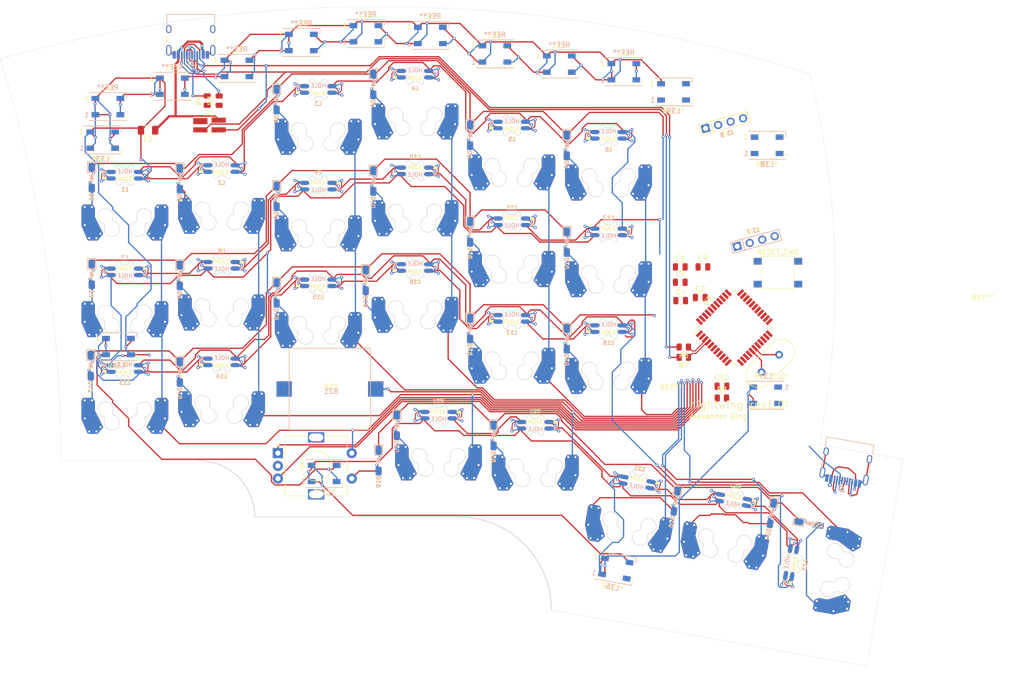
<source format=kicad_pcb>
(kicad_pcb (version 20171130) (host pcbnew 5.1.9)
  (layers (0 F.Cu signal) (31 B.Cu signal) (34 B.Paste user hide) (35 F.Paste user hide) (36 B.SilkS user) (37 F.SilkS user) (38 B.Mask user hide) (39 F.Mask user hide) (44 Edge.Cuts user))
  (net 0 "")
  (net 1 "Net-(J1-PadA5)")
  (net 2 "Net-(J1-PadB5)")
  (net 3 "Net-(D1-Pad2)")
  (net 4 "Net-(D2-Pad2)")
  (net 5 "Net-(D3-Pad2)")
  (net 6 "Net-(D4-Pad2)")
  (net 7 "Net-(D5-Pad2)")
  (net 8 "Net-(D6-Pad2)")
  (net 9 "Net-(D7-Pad2)")
  (net 10 "Net-(D8-Pad2)")
  (net 11 "Net-(D9-Pad2)")
  (net 12 "Net-(D10-Pad2)")
  (net 13 "Net-(D11-Pad2)")
  (net 14 "Net-(D12-Pad2)")
  (net 15 "Net-(D13-Pad2)")
  (net 16 "Net-(D14-Pad2)")
  (net 17 "Net-(D15-Pad2)")
  (net 18 "Net-(D16-Pad2)")
  (net 19 "Net-(D17-Pad2)")
  (net 20 "Net-(D18-Pad2)")
  (net 21 "Net-(D19-Pad2)")
  (net 22 "Net-(D20-Pad2)")
  (net 23 "Net-(D21-Pad2)")
  (net 24 "Net-(D22-Pad2)")
  (net 25 "Net-(D23-Pad2)")
  (net 26 "Net-(D24-Pad2)")
  (net 27 COL2)
  (net 28 COL3)
  (net 29 COL4)
  (net 30 COL5)
  (net 31 COL0)
  (net 32 COL1)
  (net 33 VCC)
  (net 34 RESET)
  (net 35 D-)
  (net 36 D+)
  (net 37 RX)
  (net 38 GND)
  (net 39 "Net-(J2-PadB6)")
  (net 40 "Net-(J2-PadA7)")
  (net 41 BUZZER)
  (net 42 ROW0)
  (net 43 ROW1)
  (net 44 ROW2)
  (net 45 ROW3)
  (net 46 +5V)
  (net 47 SDA)
  (net 48 SCL)
  (net 49 "Net-(L1-Pad2)")
  (net 50 SK_LED)
  (net 51 "Net-(L2-Pad2)")
  (net 52 "Net-(L3-Pad2)")
  (net 53 "Net-(L4-Pad2)")
  (net 54 "Net-(L5-Pad2)")
  (net 55 "Net-(L12-Pad4)")
  (net 56 "Net-(L13-Pad4)")
  (net 57 "Net-(L7-Pad4)")
  (net 58 "Net-(L8-Pad4)")
  (net 59 "Net-(L10-Pad2)")
  (net 60 "Net-(L10-Pad4)")
  (net 61 "Net-(L11-Pad4)")
  (net 62 "Net-(L13-Pad2)")
  (net 63 "Net-(L14-Pad2)")
  (net 64 "Net-(L15-Pad2)")
  (net 65 "Net-(L16-Pad2)")
  (net 66 "Net-(L17-Pad2)")
  (net 67 "Net-(L18-Pad2)")
  (net 68 "Net-(L19-Pad2)")
  (net 69 "Net-(L19-Pad4)")
  (net 70 "Net-(L20-Pad4)")
  (net 71 "Net-(L21-Pad4)")
  (net 72 "Net-(L22-Pad4)")
  (net 73 "Net-(L24-Pad2)")
  (net 74 WS_LED)
  (net 75 "Net-(L25-Pad2)")
  (net 76 "Net-(L26-Pad2)")
  (net 77 "Net-(L27-Pad2)")
  (net 78 "Net-(L28-Pad2)")
  (net 79 "Net-(L29-Pad2)")
  (net 80 "Net-(L30-Pad2)")
  (net 81 "Net-(L31-Pad2)")
  (net 82 "Net-(L32-Pad2)")
  (net 83 "Net-(L33-Pad2)")
  (net 84 "Net-(L34-Pad2)")
  (net 85 "Net-(L35-Pad2)")
  (net 86 "Net-(L36-Pad2)")
  (net 87 "Net-(L37-Pad2)")
  (net 88 "Net-(L38-Pad2)")
  (net 89 "Net-(L39-Pad2)")
  (net 90 ROT_A)
  (net 91 ROT_B)
  (net 92 "Net-(U3-Pad42)")
  (net 93 "Net-(U3-Pad41)")
  (net 94 "Net-(U3-Pad40)")
  (net 95 "Net-(U3-Pad39)")
  (net 96 "Net-(R2-Pad2)")
  (net 97 "Net-(U3-Pad30)")
  (net 98 "Net-(U3-Pad27)")
  (net 99 XTAL1)
  (net 100 XTAL2)
  (net 101 "Net-(U3-Pad12)")
  (net 102 "Net-(C10-Pad1)")
  (net 103 "Net-(U3-Pad1)")
  (net 104 "Net-(L12-Pad3)")
  (net 105 DN)
  (net 106 DP)
  (module MountingHole:MountingHole_2.2mm_M2 (layer F.Cu) (at 131.509494 82.68561)
    (fp_text reference REF** (at 0 -3.2) (layer F.SilkS))
    (fp_text value MountingHole_2.2mm_M2 hide)
    (pad 1 np_thru_hole circle (at 0 0) (size 2.2 2.2) (drill 2.2) (layers *.Cu *.Mask))
  )
  (module MountingHole:MountingHole_2.5mm (layer F.Cu) (at 192.77 65.35)
    (fp_text reference REF** (at 0 -3.5) (layer F.SilkS))
    (fp_text value MountingHole_2.5mm)
    (pad 1 np_thru_hole circle (at 0 0) (size 2.5 2.5) (drill 2.5) (layers *.Cu *.Mask))
  )
  (module reversible-kicad-footprints:USB_C_Receptacle_HRO_TYPE-C-31-M-12 (layer F.Cu) (at 37.17 10.16 180)
    (fp_text reference J1 (at 0 -5.645) (layer F.SilkS))
    (fp_text value USB_C_Receptacle_USB2.0)
    (fp_text user J1 (at 0 -5.645 180) (layer B.SilkS) (effects (justify mirror)))
    (pad B1 smd rect (at 3.25 -4.045 180) (size 0.6 1.45) (layers F.Cu F.Paste F.Mask) (net 38 GND))
    (pad A1 smd rect (at -3.25 -4.045 180) (size 0.6 1.45) (layers F.Cu F.Paste F.Mask) (net 38 GND))
    (pad A4 smd rect (at -2.45 -4.045 180) (size 0.6 1.45) (layers F.Cu F.Paste F.Mask) (net 33 VCC))
    (pad B4 smd rect (at 2.45 -4.045 180) (size 0.6 1.45) (layers F.Cu F.Paste F.Mask) (net 33 VCC))
    (pad B8 smd rect (at -1.75 -4.045 180) (size 0.3 1.45) (layers F.Cu F.Paste F.Mask))
    (pad A5 smd rect (at -1.25 -4.045 180) (size 0.3 1.45) (layers F.Cu F.Paste F.Mask) (net 1 "Net-(J1-PadA5)"))
    (pad B7 smd rect (at -0.75 -4.045 180) (size 0.3 1.45) (layers F.Cu F.Paste F.Mask) (net 105 DN))
    (pad A7 smd rect (at 0.25 -4.045 180) (size 0.3 1.45) (layers F.Cu F.Paste F.Mask) (net 105 DN))
    (pad B6 smd rect (at 0.75 -4.045 180) (size 0.3 1.45) (layers F.Cu F.Paste F.Mask) (net 106 DP))
    (pad A8 smd rect (at 1.25 -4.045 180) (size 0.3 1.45) (layers F.Cu F.Paste F.Mask))
    (pad B5 smd rect (at 1.75 -4.045 180) (size 0.3 1.45) (layers F.Cu F.Paste F.Mask) (net 2 "Net-(J1-PadB5)"))
    (pad A6 smd rect (at -0.25 -4.045 180) (size 0.3 1.45) (layers F.Cu F.Paste F.Mask) (net 106 DP))
    (pad S1 thru_hole oval (at 4.32 -3.13 180) (size 1 2.1) (drill oval 0.6 1.7) (layers *.Cu *.Mask) (net 38 GND))
    (pad S1 thru_hole oval (at -4.32 -3.13 180) (size 1 2.1) (drill oval 0.6 1.7) (layers *.Cu *.Mask) (net 38 GND))
    (pad "" np_thru_hole circle (at -2.89 -2.6 180) (size 0.65 0.65) (drill 0.65) (layers *.Cu *.Mask))
    (pad S1 thru_hole oval (at -4.32 1.05 180) (size 1 1.6) (drill oval 0.6 1.2) (layers *.Cu *.Mask) (net 38 GND))
    (pad "" np_thru_hole circle (at 2.89 -2.6 180) (size 0.65 0.65) (drill 0.65) (layers *.Cu *.Mask))
    (pad S1 thru_hole oval (at 4.32 1.05 180) (size 1 1.6) (drill oval 0.6 1.2) (layers *.Cu *.Mask) (net 38 GND))
    (pad B7 smd rect (at 0.75 -4.045) (size 0.3 1.45) (layers B.Cu B.Paste B.Mask) (net 105 DN))
    (pad A6 smd rect (at 0.25 -4.045) (size 0.3 1.45) (layers B.Cu B.Paste B.Mask) (net 106 DP))
    (pad B5 smd rect (at -1.75 -4.045) (size 0.3 1.45) (layers B.Cu B.Paste B.Mask) (net 2 "Net-(J1-PadB5)"))
    (pad A5 smd rect (at 1.25 -4.045) (size 0.3 1.45) (layers B.Cu B.Paste B.Mask) (net 1 "Net-(J1-PadA5)"))
    (pad B6 smd rect (at -0.75 -4.045) (size 0.3 1.45) (layers B.Cu B.Paste B.Mask) (net 106 DP))
    (pad B8 smd rect (at 1.75 -4.045) (size 0.3 1.45) (layers B.Cu B.Paste B.Mask))
    (pad A8 smd rect (at -1.25 -4.045) (size 0.3 1.45) (layers B.Cu B.Paste B.Mask))
    (pad A7 smd rect (at -0.25 -4.045) (size 0.3 1.45) (layers B.Cu B.Paste B.Mask) (net 105 DN))
    (pad B1 smd rect (at -3.25 -4.045) (size 0.6 1.45) (layers B.Cu B.Paste B.Mask) (net 38 GND))
    (pad A1 smd rect (at 3.25 -4.045) (size 0.6 1.45) (layers B.Cu B.Paste B.Mask) (net 38 GND))
    (pad B4 smd rect (at -2.45 -4.045) (size 0.6 1.45) (layers B.Cu B.Paste B.Mask) (net 33 VCC))
    (pad A4 smd rect (at 2.45 -4.045) (size 0.6 1.45) (layers B.Cu B.Paste B.Mask) (net 33 VCC))
  )
  (module keebio_parts:RotaryEncoder_EC11 (layer F.Cu) (at 61.79 94.97)
    (fp_text reference SW19 hide)
    (fp_text value Rotary_Encoder)
    (pad A thru_hole rect (at -7.5 -2.5) (size 2 2) (drill 1) (layers *.Cu *.Mask) (net 90 ROT_A))
    (pad C thru_hole circle (at -7.5 0) (size 2 2) (drill 1) (layers *.Cu *.Mask) (net 38 GND))
    (pad B thru_hole circle (at -7.5 2.5) (size 2 2) (drill 1) (layers *.Cu *.Mask) (net 91 ROT_B))
    (pad "" np_thru_hole rect (at 0 -5.6) (size 3.2 2) (drill oval 2.8 1.5) (layers *.Cu *.Mask))
    (pad "" np_thru_hole rect (at 0 5.6) (size 3.2 2) (drill oval 2.8 1.5) (layers *.Cu *.Mask))
    (pad S2 thru_hole circle (at 7 -2.5) (size 2 2) (drill 1) (layers *.Cu *.Mask) (net 31 COL0))
    (pad S1 thru_hole circle (at 7 2.5) (size 2 2) (drill 1) (layers *.Cu *.Mask) (net 21 "Net-(D19-Pad2)"))
  )
  (module reversible-kicad-footprints:OLED-SSD1306-128x64 (layer F.Cu) (at 145.071684 39.242853 15)
    (fp_text reference J3)
    (fp_text value OLED)
    (fp_text user "%R F" (at 0 -9.9 15) (layer F.SilkS) (effects (font (size 0.8128 0.8128) (thickness 0.1524))))
    (fp_text user "%R B" (at 0 9.9 15) (layer F.SilkS) (effects (font (size 0.8128 0.8128) (thickness 0.1524))))
    (fp_text user "%R B" (at 0 -9.9 15) (layer B.SilkS) (effects (font (size 0.8128 0.8128) (thickness 0.1524)) (justify mirror)))
    (fp_text user "%R F" (at 0 9.9 15) (layer B.SilkS) (effects (font (size 0.8128 0.8128) (thickness 0.1524)) (justify mirror)))
    (pad 1 thru_hole rect (at -3.81 -12 15) (size 1.6 1.6) (drill 1) (layers *.Cu *.Mask) (net 38 GND))
    (pad 3 thru_hole circle (at 1.27 -12 15) (size 1.6 1.6) (drill 1) (layers *.Cu *.Mask) (net 48 SCL))
    (pad 4 thru_hole circle (at 3.81 -12 15) (size 1.6 1.6) (drill 1) (layers *.Cu *.Mask) (net 47 SDA))
    (pad 2 thru_hole circle (at -1.27 -12 15) (size 1.6 1.6) (drill 1) (layers *.Cu *.Mask) (net 46 +5V))
    (pad 1 thru_hole rect (at -3.81 12 195) (size 1.6 1.6) (drill 1) (layers *.Cu *.Mask) (net 38 GND))
    (pad 2 thru_hole circle (at -1.27 12 195) (size 1.6 1.6) (drill 1) (layers *.Cu *.Mask) (net 46 +5V))
    (pad 3 thru_hole circle (at 1.27 12 195) (size 1.6 1.6) (drill 1) (layers *.Cu *.Mask) (net 48 SCL))
    (pad 4 thru_hole circle (at 3.81 12 195) (size 1.6 1.6) (drill 1) (layers *.Cu *.Mask) (net 47 SDA))
  )
  (module reversible-kicad-footprints:ws2812_reversible (layer B.Cu) (at 131.998592 21.468521)
    (fp_text reference L39 (at 0 3.75) (layer B.SilkS) (effects (justify mirror)))
    (fp_text value WS2812B hide)
    (fp_text user REF** (at 0 3.75) (layer F.SilkS))
    (fp_text user 1 (at -4.15 -1.6) (layer F.SilkS))
    (fp_text user 1 (at -4.15 1.6) (layer B.SilkS) (effects (justify mirror)))
    (pad 4 smd rect (at 2.45 -1.6) (size 1.5 1) (layers F.Cu F.Paste F.Mask) (net 88 "Net-(L38-Pad2)"))
    (pad 2 smd rect (at -2.45 1.6) (size 1.5 1) (layers F.Cu F.Paste F.Mask) (net 89 "Net-(L39-Pad2)"))
    (pad 1 smd rect (at -2.45 -1.6) (size 1.5 1) (layers F.Cu F.Paste F.Mask) (net 46 +5V))
    (pad 3 smd rect (at 2.45 1.6) (size 1.5 1) (layers F.Cu F.Paste F.Mask) (net 38 GND))
    (pad 2 smd rect (at -2.45 -1.6) (size 1.5 1) (layers B.Cu B.Paste B.Mask) (net 89 "Net-(L39-Pad2)"))
    (pad 3 smd rect (at 2.45 -1.6) (size 1.5 1) (layers B.Cu B.Paste B.Mask) (net 38 GND))
    (pad 1 smd rect (at -2.45 1.6) (size 1.5 1) (layers B.Cu B.Paste B.Mask) (net 46 +5V))
    (pad 4 smd rect (at 2.45 1.6) (size 1.5 1) (layers B.Cu B.Paste B.Mask) (net 88 "Net-(L38-Pad2)"))
  )
  (module reversible-kicad-footprints:ws2812_reversible (layer B.Cu) (at 150.373396 31.968409)
    (fp_text reference L38 (at 0 3.75) (layer B.SilkS) (effects (justify mirror)))
    (fp_text value WS2812B hide)
    (fp_text user REF** (at 0 3.75) (layer F.SilkS))
    (fp_text user 1 (at -4.15 -1.6) (layer F.SilkS))
    (fp_text user 1 (at -4.15 1.6) (layer B.SilkS) (effects (justify mirror)))
    (pad 4 smd rect (at 2.45 -1.6) (size 1.5 1) (layers F.Cu F.Paste F.Mask) (net 87 "Net-(L37-Pad2)"))
    (pad 2 smd rect (at -2.45 1.6) (size 1.5 1) (layers F.Cu F.Paste F.Mask) (net 88 "Net-(L38-Pad2)"))
    (pad 1 smd rect (at -2.45 -1.6) (size 1.5 1) (layers F.Cu F.Paste F.Mask) (net 46 +5V))
    (pad 3 smd rect (at 2.45 1.6) (size 1.5 1) (layers F.Cu F.Paste F.Mask) (net 38 GND))
    (pad 2 smd rect (at -2.45 -1.6) (size 1.5 1) (layers B.Cu B.Paste B.Mask) (net 88 "Net-(L38-Pad2)"))
    (pad 3 smd rect (at 2.45 -1.6) (size 1.5 1) (layers B.Cu B.Paste B.Mask) (net 38 GND))
    (pad 1 smd rect (at -2.45 1.6) (size 1.5 1) (layers B.Cu B.Paste B.Mask) (net 46 +5V))
    (pad 4 smd rect (at 2.45 1.6) (size 1.5 1) (layers B.Cu B.Paste B.Mask) (net 87 "Net-(L37-Pad2)"))
  )
  (module reversible-kicad-footprints:ws2812_reversible (layer B.Cu) (at 150.092149 81.092885 180)
    (fp_text reference L37 (at 0 3.75) (layer B.SilkS) (effects (justify mirror)))
    (fp_text value WS2812B hide)
    (fp_text user REF** (at 0 3.75) (layer F.SilkS))
    (fp_text user 1 (at -4.15 -1.6) (layer F.SilkS))
    (fp_text user 1 (at -4.15 1.6) (layer B.SilkS) (effects (justify mirror)))
    (pad 4 smd rect (at 2.45 -1.6 180) (size 1.5 1) (layers F.Cu F.Paste F.Mask) (net 86 "Net-(L36-Pad2)"))
    (pad 2 smd rect (at -2.45 1.6 180) (size 1.5 1) (layers F.Cu F.Paste F.Mask) (net 87 "Net-(L37-Pad2)"))
    (pad 1 smd rect (at -2.45 -1.6 180) (size 1.5 1) (layers F.Cu F.Paste F.Mask) (net 46 +5V))
    (pad 3 smd rect (at 2.45 1.6 180) (size 1.5 1) (layers F.Cu F.Paste F.Mask) (net 38 GND))
    (pad 2 smd rect (at -2.45 -1.6 180) (size 1.5 1) (layers B.Cu B.Paste B.Mask) (net 87 "Net-(L37-Pad2)"))
    (pad 3 smd rect (at 2.45 -1.6 180) (size 1.5 1) (layers B.Cu B.Paste B.Mask) (net 38 GND))
    (pad 1 smd rect (at -2.45 1.6 180) (size 1.5 1) (layers B.Cu B.Paste B.Mask) (net 46 +5V))
    (pad 4 smd rect (at 2.45 1.6 180) (size 1.5 1) (layers B.Cu B.Paste B.Mask) (net 86 "Net-(L36-Pad2)"))
  )
  (module reversible-kicad-footprints:ws2812_reversible (layer B.Cu) (at 120.654963 115.123772 350)
    (fp_text reference L36 (at 0 3.75 170) (layer B.SilkS) (effects (justify mirror)))
    (fp_text value WS2812B hide)
    (fp_text user REF** (at 0 3.75 170) (layer F.SilkS))
    (fp_text user 1 (at -4.15 -1.6 170) (layer F.SilkS))
    (fp_text user 1 (at -4.15 1.6 170) (layer B.SilkS) (effects (justify mirror)))
    (pad 4 smd rect (at 2.45 -1.6 350) (size 1.5 1) (layers F.Cu F.Paste F.Mask) (net 85 "Net-(L35-Pad2)"))
    (pad 2 smd rect (at -2.45 1.6 350) (size 1.5 1) (layers F.Cu F.Paste F.Mask) (net 86 "Net-(L36-Pad2)"))
    (pad 1 smd rect (at -2.45 -1.6 350) (size 1.5 1) (layers F.Cu F.Paste F.Mask) (net 46 +5V))
    (pad 3 smd rect (at 2.45 1.6 350) (size 1.5 1) (layers F.Cu F.Paste F.Mask) (net 38 GND))
    (pad 2 smd rect (at -2.45 -1.6 350) (size 1.5 1) (layers B.Cu B.Paste B.Mask) (net 86 "Net-(L36-Pad2)"))
    (pad 3 smd rect (at 2.45 -1.6 350) (size 1.5 1) (layers B.Cu B.Paste B.Mask) (net 38 GND))
    (pad 1 smd rect (at -2.45 1.6 350) (size 1.5 1) (layers B.Cu B.Paste B.Mask) (net 46 +5V))
    (pad 4 smd rect (at 2.45 1.6 350) (size 1.5 1) (layers B.Cu B.Paste B.Mask) (net 85 "Net-(L35-Pad2)"))
  )
  (module reversible-kicad-footprints:ws2812_reversible (layer B.Cu) (at 63.374324 96.467721)
    (fp_text reference L35 (at 0 3.75) (layer B.SilkS) (effects (justify mirror)))
    (fp_text value WS2812B hide)
    (fp_text user REF** (at 0 3.75) (layer F.SilkS))
    (fp_text user 1 (at -4.15 -1.6) (layer F.SilkS))
    (fp_text user 1 (at -4.15 1.6) (layer B.SilkS) (effects (justify mirror)))
    (pad 4 smd rect (at 2.45 -1.6) (size 1.5 1) (layers F.Cu F.Paste F.Mask) (net 84 "Net-(L34-Pad2)"))
    (pad 2 smd rect (at -2.45 1.6) (size 1.5 1) (layers F.Cu F.Paste F.Mask) (net 85 "Net-(L35-Pad2)"))
    (pad 1 smd rect (at -2.45 -1.6) (size 1.5 1) (layers F.Cu F.Paste F.Mask) (net 46 +5V))
    (pad 3 smd rect (at 2.45 1.6) (size 1.5 1) (layers F.Cu F.Paste F.Mask) (net 38 GND))
    (pad 2 smd rect (at -2.45 -1.6) (size 1.5 1) (layers B.Cu B.Paste B.Mask) (net 85 "Net-(L35-Pad2)"))
    (pad 3 smd rect (at 2.45 -1.6) (size 1.5 1) (layers B.Cu B.Paste B.Mask) (net 38 GND))
    (pad 1 smd rect (at -2.45 1.6) (size 1.5 1) (layers B.Cu B.Paste B.Mask) (net 46 +5V))
    (pad 4 smd rect (at 2.45 1.6) (size 1.5 1) (layers B.Cu B.Paste B.Mask) (net 84 "Net-(L34-Pad2)"))
  )
  (module reversible-kicad-footprints:ws2812_reversible (layer B.Cu) (at 22.968505 71.530487)
    (fp_text reference L34 (at 0 3.75) (layer B.SilkS) (effects (justify mirror)))
    (fp_text value WS2812B hide)
    (fp_text user REF** (at 0 3.75) (layer F.SilkS))
    (fp_text user 1 (at -4.15 -1.6) (layer F.SilkS))
    (fp_text user 1 (at -4.15 1.6) (layer B.SilkS) (effects (justify mirror)))
    (pad 4 smd rect (at 2.45 -1.6) (size 1.5 1) (layers F.Cu F.Paste F.Mask) (net 83 "Net-(L33-Pad2)"))
    (pad 2 smd rect (at -2.45 1.6) (size 1.5 1) (layers F.Cu F.Paste F.Mask) (net 84 "Net-(L34-Pad2)"))
    (pad 1 smd rect (at -2.45 -1.6) (size 1.5 1) (layers F.Cu F.Paste F.Mask) (net 46 +5V))
    (pad 3 smd rect (at 2.45 1.6) (size 1.5 1) (layers F.Cu F.Paste F.Mask) (net 38 GND))
    (pad 2 smd rect (at -2.45 -1.6) (size 1.5 1) (layers B.Cu B.Paste B.Mask) (net 84 "Net-(L34-Pad2)"))
    (pad 3 smd rect (at 2.45 -1.6) (size 1.5 1) (layers B.Cu B.Paste B.Mask) (net 38 GND))
    (pad 1 smd rect (at -2.45 1.6) (size 1.5 1) (layers B.Cu B.Paste B.Mask) (net 46 +5V))
    (pad 4 smd rect (at 2.45 1.6) (size 1.5 1) (layers B.Cu B.Paste B.Mask) (net 83 "Net-(L33-Pad2)"))
  )
  (module reversible-kicad-footprints:ws2812_reversible (layer B.Cu) (at 19.874788 30.93717)
    (fp_text reference L33 (at 0 3.75) (layer B.SilkS) (effects (justify mirror)))
    (fp_text value WS2812B hide)
    (fp_text user REF** (at 0 3.75) (layer F.SilkS))
    (fp_text user 1 (at -4.15 -1.6) (layer F.SilkS))
    (fp_text user 1 (at -4.15 1.6) (layer B.SilkS) (effects (justify mirror)))
    (pad 4 smd rect (at 2.45 -1.6) (size 1.5 1) (layers F.Cu F.Paste F.Mask) (net 82 "Net-(L32-Pad2)"))
    (pad 2 smd rect (at -2.45 1.6) (size 1.5 1) (layers F.Cu F.Paste F.Mask) (net 83 "Net-(L33-Pad2)"))
    (pad 1 smd rect (at -2.45 -1.6) (size 1.5 1) (layers F.Cu F.Paste F.Mask) (net 46 +5V))
    (pad 3 smd rect (at 2.45 1.6) (size 1.5 1) (layers F.Cu F.Paste F.Mask) (net 38 GND))
    (pad 2 smd rect (at -2.45 -1.6) (size 1.5 1) (layers B.Cu B.Paste B.Mask) (net 83 "Net-(L33-Pad2)"))
    (pad 3 smd rect (at 2.45 -1.6) (size 1.5 1) (layers B.Cu B.Paste B.Mask) (net 38 GND))
    (pad 1 smd rect (at -2.45 1.6) (size 1.5 1) (layers B.Cu B.Paste B.Mask) (net 46 +5V))
    (pad 4 smd rect (at 2.45 1.6) (size 1.5 1) (layers B.Cu B.Paste B.Mask) (net 82 "Net-(L32-Pad2)"))
  )
  (module reversible-kicad-footprints:ws2812_reversible (layer F.Cu) (at 20.885 24.358641)
    (fp_text reference L32 (at 0 -3.75) (layer F.SilkS))
    (fp_text value WS2812B hide)
    (fp_text user REF** (at 0 -3.75) (layer B.SilkS) (effects (justify mirror)))
    (fp_text user 1 (at -4.15 1.6) (layer B.SilkS) (effects (justify mirror)))
    (fp_text user 1 (at -4.15 -1.6) (layer F.SilkS))
    (pad 4 smd rect (at 2.45 1.6) (size 1.5 1) (layers B.Cu B.Paste B.Mask) (net 81 "Net-(L31-Pad2)"))
    (pad 2 smd rect (at -2.45 -1.6) (size 1.5 1) (layers B.Cu B.Paste B.Mask) (net 82 "Net-(L32-Pad2)"))
    (pad 1 smd rect (at -2.45 1.6) (size 1.5 1) (layers B.Cu B.Paste B.Mask) (net 46 +5V))
    (pad 3 smd rect (at 2.45 -1.6) (size 1.5 1) (layers B.Cu B.Paste B.Mask) (net 38 GND))
    (pad 2 smd rect (at -2.45 1.6) (size 1.5 1) (layers F.Cu F.Paste F.Mask) (net 82 "Net-(L32-Pad2)"))
    (pad 3 smd rect (at 2.45 1.6) (size 1.5 1) (layers F.Cu F.Paste F.Mask) (net 38 GND))
    (pad 1 smd rect (at -2.45 -1.6) (size 1.5 1) (layers F.Cu F.Paste F.Mask) (net 46 +5V))
    (pad 4 smd rect (at 2.45 -1.6) (size 1.5 1) (layers F.Cu F.Paste F.Mask) (net 81 "Net-(L31-Pad2)"))
  )
  (module reversible-kicad-footprints:ws2812_reversible (layer F.Cu) (at 33.555 20.358641)
    (fp_text reference L31 (at 0 -3.75) (layer F.SilkS))
    (fp_text value WS2812B hide)
    (fp_text user REF** (at 0 -3.75) (layer B.SilkS) (effects (justify mirror)))
    (fp_text user 1 (at -4.15 1.6) (layer B.SilkS) (effects (justify mirror)))
    (fp_text user 1 (at -4.15 -1.6) (layer F.SilkS))
    (pad 4 smd rect (at 2.45 1.6) (size 1.5 1) (layers B.Cu B.Paste B.Mask) (net 80 "Net-(L30-Pad2)"))
    (pad 2 smd rect (at -2.45 -1.6) (size 1.5 1) (layers B.Cu B.Paste B.Mask) (net 81 "Net-(L31-Pad2)"))
    (pad 1 smd rect (at -2.45 1.6) (size 1.5 1) (layers B.Cu B.Paste B.Mask) (net 46 +5V))
    (pad 3 smd rect (at 2.45 -1.6) (size 1.5 1) (layers B.Cu B.Paste B.Mask) (net 38 GND))
    (pad 2 smd rect (at -2.45 1.6) (size 1.5 1) (layers F.Cu F.Paste F.Mask) (net 81 "Net-(L31-Pad2)"))
    (pad 3 smd rect (at 2.45 1.6) (size 1.5 1) (layers F.Cu F.Paste F.Mask) (net 38 GND))
    (pad 1 smd rect (at -2.45 -1.6) (size 1.5 1) (layers F.Cu F.Paste F.Mask) (net 46 +5V))
    (pad 4 smd rect (at 2.45 -1.6) (size 1.5 1) (layers F.Cu F.Paste F.Mask) (net 80 "Net-(L30-Pad2)"))
  )
  (module reversible-kicad-footprints:ws2812_reversible (layer F.Cu) (at 46.225 16.858641)
    (fp_text reference L30 (at 0 -3.75) (layer F.SilkS))
    (fp_text value WS2812B hide)
    (fp_text user REF** (at 0 -3.75) (layer B.SilkS) (effects (justify mirror)))
    (fp_text user 1 (at -4.15 1.6) (layer B.SilkS) (effects (justify mirror)))
    (fp_text user 1 (at -4.15 -1.6) (layer F.SilkS))
    (pad 4 smd rect (at 2.45 1.6) (size 1.5 1) (layers B.Cu B.Paste B.Mask) (net 79 "Net-(L29-Pad2)"))
    (pad 2 smd rect (at -2.45 -1.6) (size 1.5 1) (layers B.Cu B.Paste B.Mask) (net 80 "Net-(L30-Pad2)"))
    (pad 1 smd rect (at -2.45 1.6) (size 1.5 1) (layers B.Cu B.Paste B.Mask) (net 46 +5V))
    (pad 3 smd rect (at 2.45 -1.6) (size 1.5 1) (layers B.Cu B.Paste B.Mask) (net 38 GND))
    (pad 2 smd rect (at -2.45 1.6) (size 1.5 1) (layers F.Cu F.Paste F.Mask) (net 80 "Net-(L30-Pad2)"))
    (pad 3 smd rect (at 2.45 1.6) (size 1.5 1) (layers F.Cu F.Paste F.Mask) (net 38 GND))
    (pad 1 smd rect (at -2.45 -1.6) (size 1.5 1) (layers F.Cu F.Paste F.Mask) (net 46 +5V))
    (pad 4 smd rect (at 2.45 -1.6) (size 1.5 1) (layers F.Cu F.Paste F.Mask) (net 79 "Net-(L29-Pad2)"))
  )
  (module reversible-kicad-footprints:ws2812_reversible (layer F.Cu) (at 58.885 11.758641)
    (fp_text reference L29 (at 0 -3.75) (layer F.SilkS))
    (fp_text value WS2812B hide)
    (fp_text user REF** (at 0 -3.75) (layer B.SilkS) (effects (justify mirror)))
    (fp_text user 1 (at -4.15 1.6) (layer B.SilkS) (effects (justify mirror)))
    (fp_text user 1 (at -4.15 -1.6) (layer F.SilkS))
    (pad 4 smd rect (at 2.45 1.6) (size 1.5 1) (layers B.Cu B.Paste B.Mask) (net 78 "Net-(L28-Pad2)"))
    (pad 2 smd rect (at -2.45 -1.6) (size 1.5 1) (layers B.Cu B.Paste B.Mask) (net 79 "Net-(L29-Pad2)"))
    (pad 1 smd rect (at -2.45 1.6) (size 1.5 1) (layers B.Cu B.Paste B.Mask) (net 46 +5V))
    (pad 3 smd rect (at 2.45 -1.6) (size 1.5 1) (layers B.Cu B.Paste B.Mask) (net 38 GND))
    (pad 2 smd rect (at -2.45 1.6) (size 1.5 1) (layers F.Cu F.Paste F.Mask) (net 79 "Net-(L29-Pad2)"))
    (pad 3 smd rect (at 2.45 1.6) (size 1.5 1) (layers F.Cu F.Paste F.Mask) (net 38 GND))
    (pad 1 smd rect (at -2.45 -1.6) (size 1.5 1) (layers F.Cu F.Paste F.Mask) (net 46 +5V))
    (pad 4 smd rect (at 2.45 -1.6) (size 1.5 1) (layers F.Cu F.Paste F.Mask) (net 78 "Net-(L28-Pad2)"))
  )
  (module reversible-kicad-footprints:ws2812_reversible (layer F.Cu) (at 71.555 10.03)
    (fp_text reference L28 (at 0 -3.75) (layer F.SilkS))
    (fp_text value WS2812B hide)
    (fp_text user REF** (at 0 -3.75) (layer B.SilkS) (effects (justify mirror)))
    (fp_text user 1 (at -4.15 1.6) (layer B.SilkS) (effects (justify mirror)))
    (fp_text user 1 (at -4.15 -1.6) (layer F.SilkS))
    (pad 4 smd rect (at 2.45 1.6) (size 1.5 1) (layers B.Cu B.Paste B.Mask) (net 77 "Net-(L27-Pad2)"))
    (pad 2 smd rect (at -2.45 -1.6) (size 1.5 1) (layers B.Cu B.Paste B.Mask) (net 78 "Net-(L28-Pad2)"))
    (pad 1 smd rect (at -2.45 1.6) (size 1.5 1) (layers B.Cu B.Paste B.Mask) (net 46 +5V))
    (pad 3 smd rect (at 2.45 -1.6) (size 1.5 1) (layers B.Cu B.Paste B.Mask) (net 38 GND))
    (pad 2 smd rect (at -2.45 1.6) (size 1.5 1) (layers F.Cu F.Paste F.Mask) (net 78 "Net-(L28-Pad2)"))
    (pad 3 smd rect (at 2.45 1.6) (size 1.5 1) (layers F.Cu F.Paste F.Mask) (net 38 GND))
    (pad 1 smd rect (at -2.45 -1.6) (size 1.5 1) (layers F.Cu F.Paste F.Mask) (net 46 +5V))
    (pad 4 smd rect (at 2.45 -1.6) (size 1.5 1) (layers F.Cu F.Paste F.Mask) (net 77 "Net-(L27-Pad2)"))
  )
  (module reversible-kicad-footprints:ws2812_reversible (layer F.Cu) (at 84.225 10.37)
    (fp_text reference L27 (at 0 -3.75) (layer F.SilkS))
    (fp_text value WS2812B hide)
    (fp_text user REF** (at 0 -3.75) (layer B.SilkS) (effects (justify mirror)))
    (fp_text user 1 (at -4.15 1.6) (layer B.SilkS) (effects (justify mirror)))
    (fp_text user 1 (at -4.15 -1.6) (layer F.SilkS))
    (pad 4 smd rect (at 2.45 1.6) (size 1.5 1) (layers B.Cu B.Paste B.Mask) (net 76 "Net-(L26-Pad2)"))
    (pad 2 smd rect (at -2.45 -1.6) (size 1.5 1) (layers B.Cu B.Paste B.Mask) (net 77 "Net-(L27-Pad2)"))
    (pad 1 smd rect (at -2.45 1.6) (size 1.5 1) (layers B.Cu B.Paste B.Mask) (net 46 +5V))
    (pad 3 smd rect (at 2.45 -1.6) (size 1.5 1) (layers B.Cu B.Paste B.Mask) (net 38 GND))
    (pad 2 smd rect (at -2.45 1.6) (size 1.5 1) (layers F.Cu F.Paste F.Mask) (net 77 "Net-(L27-Pad2)"))
    (pad 3 smd rect (at 2.45 1.6) (size 1.5 1) (layers F.Cu F.Paste F.Mask) (net 38 GND))
    (pad 1 smd rect (at -2.45 -1.6) (size 1.5 1) (layers F.Cu F.Paste F.Mask) (net 46 +5V))
    (pad 4 smd rect (at 2.45 -1.6) (size 1.5 1) (layers F.Cu F.Paste F.Mask) (net 76 "Net-(L26-Pad2)"))
  )
  (module reversible-kicad-footprints:ws2812_reversible (layer F.Cu) (at 96.885 14)
    (fp_text reference L26 (at 0 -3.75) (layer F.SilkS))
    (fp_text value WS2812B hide)
    (fp_text user REF** (at 0 -3.75) (layer B.SilkS) (effects (justify mirror)))
    (fp_text user 1 (at -4.15 1.6) (layer B.SilkS) (effects (justify mirror)))
    (fp_text user 1 (at -4.15 -1.6) (layer F.SilkS))
    (pad 4 smd rect (at 2.45 1.6) (size 1.5 1) (layers B.Cu B.Paste B.Mask) (net 75 "Net-(L25-Pad2)"))
    (pad 2 smd rect (at -2.45 -1.6) (size 1.5 1) (layers B.Cu B.Paste B.Mask) (net 76 "Net-(L26-Pad2)"))
    (pad 1 smd rect (at -2.45 1.6) (size 1.5 1) (layers B.Cu B.Paste B.Mask) (net 46 +5V))
    (pad 3 smd rect (at 2.45 -1.6) (size 1.5 1) (layers B.Cu B.Paste B.Mask) (net 38 GND))
    (pad 2 smd rect (at -2.45 1.6) (size 1.5 1) (layers F.Cu F.Paste F.Mask) (net 76 "Net-(L26-Pad2)"))
    (pad 3 smd rect (at 2.45 1.6) (size 1.5 1) (layers F.Cu F.Paste F.Mask) (net 38 GND))
    (pad 1 smd rect (at -2.45 -1.6) (size 1.5 1) (layers F.Cu F.Paste F.Mask) (net 46 +5V))
    (pad 4 smd rect (at 2.45 -1.6) (size 1.5 1) (layers F.Cu F.Paste F.Mask) (net 75 "Net-(L25-Pad2)"))
  )
  (module reversible-kicad-footprints:ws2812_reversible (layer F.Cu) (at 109.555 16)
    (fp_text reference L25 (at 0 -3.75) (layer F.SilkS))
    (fp_text value WS2812B hide)
    (fp_text user REF** (at 0 -3.75) (layer B.SilkS) (effects (justify mirror)))
    (fp_text user 1 (at -4.15 1.6) (layer B.SilkS) (effects (justify mirror)))
    (fp_text user 1 (at -4.15 -1.6) (layer F.SilkS))
    (pad 4 smd rect (at 2.45 1.6) (size 1.5 1) (layers B.Cu B.Paste B.Mask) (net 73 "Net-(L24-Pad2)"))
    (pad 2 smd rect (at -2.45 -1.6) (size 1.5 1) (layers B.Cu B.Paste B.Mask) (net 75 "Net-(L25-Pad2)"))
    (pad 1 smd rect (at -2.45 1.6) (size 1.5 1) (layers B.Cu B.Paste B.Mask) (net 46 +5V))
    (pad 3 smd rect (at 2.45 -1.6) (size 1.5 1) (layers B.Cu B.Paste B.Mask) (net 38 GND))
    (pad 2 smd rect (at -2.45 1.6) (size 1.5 1) (layers F.Cu F.Paste F.Mask) (net 75 "Net-(L25-Pad2)"))
    (pad 3 smd rect (at 2.45 1.6) (size 1.5 1) (layers F.Cu F.Paste F.Mask) (net 38 GND))
    (pad 1 smd rect (at -2.45 -1.6) (size 1.5 1) (layers F.Cu F.Paste F.Mask) (net 46 +5V))
    (pad 4 smd rect (at 2.45 -1.6) (size 1.5 1) (layers F.Cu F.Paste F.Mask) (net 73 "Net-(L24-Pad2)"))
  )
  (module reversible-kicad-footprints:ws2812_reversible (layer F.Cu) (at 122.225 17.5)
    (fp_text reference L24 (at 0 -3.75) (layer F.SilkS))
    (fp_text value WS2812B hide)
    (fp_text user REF** (at 0 -3.75) (layer B.SilkS) (effects (justify mirror)))
    (fp_text user 1 (at -4.15 1.6) (layer B.SilkS) (effects (justify mirror)))
    (fp_text user 1 (at -4.15 -1.6) (layer F.SilkS))
    (pad 4 smd rect (at 2.45 1.6) (size 1.5 1) (layers B.Cu B.Paste B.Mask) (net 74 WS_LED))
    (pad 2 smd rect (at -2.45 -1.6) (size 1.5 1) (layers B.Cu B.Paste B.Mask) (net 73 "Net-(L24-Pad2)"))
    (pad 1 smd rect (at -2.45 1.6) (size 1.5 1) (layers B.Cu B.Paste B.Mask) (net 46 +5V))
    (pad 3 smd rect (at 2.45 -1.6) (size 1.5 1) (layers B.Cu B.Paste B.Mask) (net 38 GND))
    (pad 2 smd rect (at -2.45 1.6) (size 1.5 1) (layers F.Cu F.Paste F.Mask) (net 73 "Net-(L24-Pad2)"))
    (pad 3 smd rect (at 2.45 1.6) (size 1.5 1) (layers F.Cu F.Paste F.Mask) (net 38 GND))
    (pad 1 smd rect (at -2.45 -1.6) (size 1.5 1) (layers F.Cu F.Paste F.Mask) (net 46 +5V))
    (pad 4 smd rect (at 2.45 -1.6) (size 1.5 1) (layers F.Cu F.Paste F.Mask) (net 74 WS_LED))
  )
  (module Button_Switch_Keyboard:SW_Cherry_MX_2.00u_Vertical_PCB (layer F.Cu) (at 123.75 103.65 170)
    (fp_text reference REF** hide)
    (fp_text value SW_Cherry_MX_2.00u_Vertical_PCB hide)
    (pad "" np_thru_hole circle (at -7 -11.9 170) (size 3.05 3.05) (drill 3.05) (layers *.Cu *.Mask))
    (pad "" np_thru_hole circle (at -7 11.9 170) (size 3.05 3.05) (drill 3.05) (layers *.Cu *.Mask))
    (pad "" np_thru_hole circle (at 8.24 11.9 170) (size 4 4) (drill 4) (layers *.Cu *.Mask))
    (pad "" np_thru_hole circle (at 8.24 -11.9 170) (size 4 4) (drill 4) (layers *.Cu *.Mask))
  )
  (module Button_Switch_Keyboard:SW_Cherry_MX_2.00u_Vertical_PCB (layer F.Cu) (at 142.55 107 350)
    (fp_text reference REF** hide)
    (fp_text value SW_Cherry_MX_2.00u_Vertical_PCB hide)
    (pad "" np_thru_hole circle (at 8.24 -11.9 350) (size 4 4) (drill 4) (layers *.Cu *.Mask))
    (pad "" np_thru_hole circle (at 8.24 11.9 350) (size 4 4) (drill 4) (layers *.Cu *.Mask))
    (pad "" np_thru_hole circle (at -7 11.9 350) (size 3.05 3.05) (drill 3.05) (layers *.Cu *.Mask))
    (pad "" np_thru_hole circle (at -7 -11.9 350) (size 3.05 3.05) (drill 3.05) (layers *.Cu *.Mask))
  )
  (module Resistor_SMD:R_0805_2012Metric (layer F.Cu) (at 134 71.617113 180)
    (fp_text reference R5 (at 0 -1.65) (layer F.SilkS))
    (fp_text value 22)
    (pad 1 smd roundrect (at -0.9125 0 180) (size 1.025 1.4) (layers F.Cu F.Paste F.Mask) (roundrect_rratio 0.2439004878048781) (net 35 D-))
    (pad 2 smd roundrect (at 0.9125 0 180) (size 1.025 1.4) (layers F.Cu F.Paste F.Mask) (roundrect_rratio 0.2439004878048781) (net 105 DN))
  )
  (module Resistor_SMD:R_0805_2012Metric (layer F.Cu) (at 134 73.643781 180)
    (fp_text reference R7 (at 0 -1.65) (layer F.SilkS))
    (fp_text value 22)
    (pad 1 smd roundrect (at -0.9125 0 180) (size 1.025 1.4) (layers F.Cu F.Paste F.Mask) (roundrect_rratio 0.2439004878048781) (net 36 D+))
    (pad 2 smd roundrect (at 0.9125 0 180) (size 1.025 1.4) (layers F.Cu F.Paste F.Mask) (roundrect_rratio 0.2439004878048781) (net 106 DP))
  )
  (module Resistor_SMD:R_0805_2012Metric (layer F.Cu) (at 42.749544 23.187498 90)
    (fp_text reference R3 (at 0 -1.65 90) (layer F.SilkS))
    (fp_text value 5.1k)
    (pad 2 smd roundrect (at 0.9125 0 90) (size 1.025 1.4) (layers F.Cu F.Paste F.Mask) (roundrect_rratio 0.2439004878048781) (net 1 "Net-(J1-PadA5)"))
    (pad 1 smd roundrect (at -0.9125 0 90) (size 1.025 1.4) (layers F.Cu F.Paste F.Mask) (roundrect_rratio 0.2439004878048781) (net 38 GND))
  )
  (module Resistor_SMD:R_0805_2012Metric (layer F.Cu) (at 40.405819 23.187498 90)
    (fp_text reference R4 (at 0 -1.65 90) (layer F.SilkS))
    (fp_text value 5.1k)
    (pad 1 smd roundrect (at -0.9125 0 90) (size 1.025 1.4) (layers F.Cu F.Paste F.Mask) (roundrect_rratio 0.2439004878048781) (net 38 GND))
    (pad 2 smd roundrect (at 0.9125 0 90) (size 1.025 1.4) (layers F.Cu F.Paste F.Mask) (roundrect_rratio 0.2439004878048781) (net 2 "Net-(J1-PadB5)"))
  )
  (module reversible-kicad-footprints:D_SOD-123 (layer F.Cu) (at 17.725 38.341 270)
    (fp_text reference D1 (at 2.882 0 90) (layer F.SilkS) (effects (font (size 0.8128 0.8128) (thickness 0.1524)) (justify right)))
    (fp_text value D)
    (fp_text user %R (at 2.882 0 90) (layer B.SilkS) (effects (font (size 0.8128 0.8128) (thickness 0.1524)) (justify left mirror)))
    (pad 1 smd roundrect (at -2.051 0 270) (size 1.701 1.2) (layers B.Cu B.Paste B.Mask) (net 42 ROW0) (thermal_gap 0.2))
    (pad 2 smd roundrect (at 2.051 0 270) (size 1.701 1.2) (layers F.Cu F.Paste F.Mask) (net 3 "Net-(D1-Pad2)") (thermal_gap 0.2))
    (pad 1 smd roundrect (at -2.051 0 270) (size 1.701 1.2) (layers F.Cu F.Paste F.Mask) (net 42 ROW0) (thermal_gap 0.2))
    (pad 2 smd roundrect (at 2.051 0 270) (size 1.701 1.2) (layers B.Cu B.Paste B.Mask) (net 3 "Net-(D1-Pad2)") (thermal_gap 0.2))
    (pad 1 thru_hole circle (at -0.889 -0.381 270) (size 0.5 0.5) (drill 0.3) (layers *.Cu) (net 42 ROW0) (thermal_gap 0.2))
    (pad 2 thru_hole circle (at 0.87 0.381 270) (size 0.5 0.5) (drill 0.3) (layers *.Cu) (net 3 "Net-(D1-Pad2)") (thermal_gap 0.2))
    (pad 2 smd custom (at 1.651 0 270) (size 0.01 0.01) (layers B.Cu) (net 3 "Net-(D1-Pad2)") (thermal_gap 0.2) (options (clearance convexhull) (anchor circle)) (primitives (gr_line (start -0.761 0.381) (end 0.001 0) (width 0.5))))
    (pad 2 smd custom (at 1.651 0 270) (size 0.01 0.01) (layers F.Cu) (net 3 "Net-(D1-Pad2)") (thermal_gap 0.2) (options (clearance convexhull) (anchor circle)) (primitives (gr_line (start -0.761 0.381) (end 0.001 0) (width 0.5))))
    (pad 1 smd custom (at -1.651 0 270) (size 0.01 0.01) (layers B.Cu) (net 42 ROW0) (thermal_gap 0.2) (options (clearance convexhull) (anchor circle)) (primitives (gr_line (start 0.762 -0.381) (end 0 0) (width 0.5))))
    (pad 1 smd custom (at -1.651 0 270) (size 0.01 0.01) (layers F.Cu) (net 42 ROW0) (thermal_gap 0.2) (options (clearance convexhull) (anchor circle)) (primitives (gr_line (start 0.762 -0.381) (end 0 0) (width 0.5))))
  )
  (module reversible-kicad-footprints:D_SOD-123 (layer F.Cu) (at 35.025 38.541 270)
    (fp_text reference D2 (at 2.882 0 90) (layer F.SilkS) (effects (font (size 0.8128 0.8128) (thickness 0.1524)) (justify right)))
    (fp_text value D)
    (fp_text user %R (at 2.882 0 90) (layer B.SilkS) (effects (font (size 0.8128 0.8128) (thickness 0.1524)) (justify left mirror)))
    (pad 1 smd roundrect (at -2.051 0 270) (size 1.701 1.2) (layers B.Cu B.Paste B.Mask) (net 42 ROW0) (thermal_gap 0.2))
    (pad 2 smd roundrect (at 2.051 0 270) (size 1.701 1.2) (layers F.Cu F.Paste F.Mask) (net 4 "Net-(D2-Pad2)") (thermal_gap 0.2))
    (pad 1 smd roundrect (at -2.051 0 270) (size 1.701 1.2) (layers F.Cu F.Paste F.Mask) (net 42 ROW0) (thermal_gap 0.2))
    (pad 2 smd roundrect (at 2.051 0 270) (size 1.701 1.2) (layers B.Cu B.Paste B.Mask) (net 4 "Net-(D2-Pad2)") (thermal_gap 0.2))
    (pad 1 thru_hole circle (at -0.889 -0.381 270) (size 0.5 0.5) (drill 0.3) (layers *.Cu) (net 42 ROW0) (thermal_gap 0.2))
    (pad 2 thru_hole circle (at 0.87 0.381 270) (size 0.5 0.5) (drill 0.3) (layers *.Cu) (net 4 "Net-(D2-Pad2)") (thermal_gap 0.2))
    (pad 2 smd custom (at 1.651 0 270) (size 0.01 0.01) (layers B.Cu) (net 4 "Net-(D2-Pad2)") (thermal_gap 0.2) (options (clearance convexhull) (anchor circle)) (primitives (gr_line (start -0.761 0.381) (end 0.001 0) (width 0.5))))
    (pad 2 smd custom (at 1.651 0 270) (size 0.01 0.01) (layers F.Cu) (net 4 "Net-(D2-Pad2)") (thermal_gap 0.2) (options (clearance convexhull) (anchor circle)) (primitives (gr_line (start -0.761 0.381) (end 0.001 0) (width 0.5))))
    (pad 1 smd custom (at -1.651 0 270) (size 0.01 0.01) (layers B.Cu) (net 42 ROW0) (thermal_gap 0.2) (options (clearance convexhull) (anchor circle)) (primitives (gr_line (start 0.762 -0.381) (end 0 0) (width 0.5))))
    (pad 1 smd custom (at -1.651 0 270) (size 0.01 0.01) (layers F.Cu) (net 42 ROW0) (thermal_gap 0.2) (options (clearance convexhull) (anchor circle)) (primitives (gr_line (start 0.762 -0.381) (end 0 0) (width 0.5))))
  )
  (module reversible-kicad-footprints:D_SOD-123 (layer F.Cu) (at 54.025 22.991 270)
    (fp_text reference D3 (at 2.882 0 90) (layer F.SilkS) (effects (font (size 0.8128 0.8128) (thickness 0.1524)) (justify right)))
    (fp_text value D)
    (fp_text user %R (at 2.882 0 90) (layer B.SilkS) (effects (font (size 0.8128 0.8128) (thickness 0.1524)) (justify left mirror)))
    (pad 1 smd roundrect (at -2.051 0 270) (size 1.701 1.2) (layers B.Cu B.Paste B.Mask) (net 42 ROW0) (thermal_gap 0.2))
    (pad 2 smd roundrect (at 2.051 0 270) (size 1.701 1.2) (layers F.Cu F.Paste F.Mask) (net 5 "Net-(D3-Pad2)") (thermal_gap 0.2))
    (pad 1 smd roundrect (at -2.051 0 270) (size 1.701 1.2) (layers F.Cu F.Paste F.Mask) (net 42 ROW0) (thermal_gap 0.2))
    (pad 2 smd roundrect (at 2.051 0 270) (size 1.701 1.2) (layers B.Cu B.Paste B.Mask) (net 5 "Net-(D3-Pad2)") (thermal_gap 0.2))
    (pad 1 thru_hole circle (at -0.889 -0.381 270) (size 0.5 0.5) (drill 0.3) (layers *.Cu) (net 42 ROW0) (thermal_gap 0.2))
    (pad 2 thru_hole circle (at 0.87 0.381 270) (size 0.5 0.5) (drill 0.3) (layers *.Cu) (net 5 "Net-(D3-Pad2)") (thermal_gap 0.2))
    (pad 2 smd custom (at 1.651 0 270) (size 0.01 0.01) (layers B.Cu) (net 5 "Net-(D3-Pad2)") (thermal_gap 0.2) (options (clearance convexhull) (anchor circle)) (primitives (gr_line (start -0.761 0.381) (end 0.001 0) (width 0.5))))
    (pad 2 smd custom (at 1.651 0 270) (size 0.01 0.01) (layers F.Cu) (net 5 "Net-(D3-Pad2)") (thermal_gap 0.2) (options (clearance convexhull) (anchor circle)) (primitives (gr_line (start -0.761 0.381) (end 0.001 0) (width 0.5))))
    (pad 1 smd custom (at -1.651 0 270) (size 0.01 0.01) (layers B.Cu) (net 42 ROW0) (thermal_gap 0.2) (options (clearance convexhull) (anchor circle)) (primitives (gr_line (start 0.762 -0.381) (end 0 0) (width 0.5))))
    (pad 1 smd custom (at -1.651 0 270) (size 0.01 0.01) (layers F.Cu) (net 42 ROW0) (thermal_gap 0.2) (options (clearance convexhull) (anchor circle)) (primitives (gr_line (start 0.762 -0.381) (end 0 0) (width 0.5))))
  )
  (module reversible-kicad-footprints:D_SOD-123 (layer F.Cu) (at 73.025 19.991 270)
    (fp_text reference D4 (at 2.882 0 90) (layer F.SilkS) (effects (font (size 0.8128 0.8128) (thickness 0.1524)) (justify right)))
    (fp_text value D)
    (fp_text user %R (at 2.882 0 90) (layer B.SilkS) (effects (font (size 0.8128 0.8128) (thickness 0.1524)) (justify left mirror)))
    (pad 1 smd roundrect (at -2.051 0 270) (size 1.701 1.2) (layers B.Cu B.Paste B.Mask) (net 42 ROW0) (thermal_gap 0.2))
    (pad 2 smd roundrect (at 2.051 0 270) (size 1.701 1.2) (layers F.Cu F.Paste F.Mask) (net 6 "Net-(D4-Pad2)") (thermal_gap 0.2))
    (pad 1 smd roundrect (at -2.051 0 270) (size 1.701 1.2) (layers F.Cu F.Paste F.Mask) (net 42 ROW0) (thermal_gap 0.2))
    (pad 2 smd roundrect (at 2.051 0 270) (size 1.701 1.2) (layers B.Cu B.Paste B.Mask) (net 6 "Net-(D4-Pad2)") (thermal_gap 0.2))
    (pad 1 thru_hole circle (at -0.889 -0.381 270) (size 0.5 0.5) (drill 0.3) (layers *.Cu) (net 42 ROW0) (thermal_gap 0.2))
    (pad 2 thru_hole circle (at 0.87 0.381 270) (size 0.5 0.5) (drill 0.3) (layers *.Cu) (net 6 "Net-(D4-Pad2)") (thermal_gap 0.2))
    (pad 2 smd custom (at 1.651 0 270) (size 0.01 0.01) (layers B.Cu) (net 6 "Net-(D4-Pad2)") (thermal_gap 0.2) (options (clearance convexhull) (anchor circle)) (primitives (gr_line (start -0.761 0.381) (end 0.001 0) (width 0.5))))
    (pad 2 smd custom (at 1.651 0 270) (size 0.01 0.01) (layers F.Cu) (net 6 "Net-(D4-Pad2)") (thermal_gap 0.2) (options (clearance convexhull) (anchor circle)) (primitives (gr_line (start -0.761 0.381) (end 0.001 0) (width 0.5))))
    (pad 1 smd custom (at -1.651 0 270) (size 0.01 0.01) (layers B.Cu) (net 42 ROW0) (thermal_gap 0.2) (options (clearance convexhull) (anchor circle)) (primitives (gr_line (start 0.762 -0.381) (end 0 0) (width 0.5))))
    (pad 1 smd custom (at -1.651 0 270) (size 0.01 0.01) (layers F.Cu) (net 42 ROW0) (thermal_gap 0.2) (options (clearance convexhull) (anchor circle)) (primitives (gr_line (start 0.762 -0.381) (end 0 0) (width 0.5))))
  )
  (module reversible-kicad-footprints:D_SOD-123 (layer F.Cu) (at 92.025 29.991 270)
    (fp_text reference D5 (at 2.882 0 90) (layer F.SilkS) (effects (font (size 0.8128 0.8128) (thickness 0.1524)) (justify right)))
    (fp_text value D)
    (fp_text user %R (at 2.882 0 90) (layer B.SilkS) (effects (font (size 0.8128 0.8128) (thickness 0.1524)) (justify left mirror)))
    (pad 1 smd roundrect (at -2.051 0 270) (size 1.701 1.2) (layers B.Cu B.Paste B.Mask) (net 42 ROW0) (thermal_gap 0.2))
    (pad 2 smd roundrect (at 2.051 0 270) (size 1.701 1.2) (layers F.Cu F.Paste F.Mask) (net 7 "Net-(D5-Pad2)") (thermal_gap 0.2))
    (pad 1 smd roundrect (at -2.051 0 270) (size 1.701 1.2) (layers F.Cu F.Paste F.Mask) (net 42 ROW0) (thermal_gap 0.2))
    (pad 2 smd roundrect (at 2.051 0 270) (size 1.701 1.2) (layers B.Cu B.Paste B.Mask) (net 7 "Net-(D5-Pad2)") (thermal_gap 0.2))
    (pad 1 thru_hole circle (at -0.889 -0.381 270) (size 0.5 0.5) (drill 0.3) (layers *.Cu) (net 42 ROW0) (thermal_gap 0.2))
    (pad 2 thru_hole circle (at 0.87 0.381 270) (size 0.5 0.5) (drill 0.3) (layers *.Cu) (net 7 "Net-(D5-Pad2)") (thermal_gap 0.2))
    (pad 2 smd custom (at 1.651 0 270) (size 0.01 0.01) (layers B.Cu) (net 7 "Net-(D5-Pad2)") (thermal_gap 0.2) (options (clearance convexhull) (anchor circle)) (primitives (gr_line (start -0.761 0.381) (end 0.001 0) (width 0.5))))
    (pad 2 smd custom (at 1.651 0 270) (size 0.01 0.01) (layers F.Cu) (net 7 "Net-(D5-Pad2)") (thermal_gap 0.2) (options (clearance convexhull) (anchor circle)) (primitives (gr_line (start -0.761 0.381) (end 0.001 0) (width 0.5))))
    (pad 1 smd custom (at -1.651 0 270) (size 0.01 0.01) (layers B.Cu) (net 42 ROW0) (thermal_gap 0.2) (options (clearance convexhull) (anchor circle)) (primitives (gr_line (start 0.762 -0.381) (end 0 0) (width 0.5))))
    (pad 1 smd custom (at -1.651 0 270) (size 0.01 0.01) (layers F.Cu) (net 42 ROW0) (thermal_gap 0.2) (options (clearance convexhull) (anchor circle)) (primitives (gr_line (start 0.762 -0.381) (end 0 0) (width 0.5))))
  )
  (module reversible-kicad-footprints:D_SOD-123 (layer F.Cu) (at 111.025 31.991 270)
    (fp_text reference D6 (at 2.882 0 90) (layer F.SilkS) (effects (font (size 0.8128 0.8128) (thickness 0.1524)) (justify right)))
    (fp_text value D)
    (fp_text user %R (at 2.882 0 90) (layer B.SilkS) (effects (font (size 0.8128 0.8128) (thickness 0.1524)) (justify left mirror)))
    (pad 1 smd roundrect (at -2.051 0 270) (size 1.701 1.2) (layers B.Cu B.Paste B.Mask) (net 42 ROW0) (thermal_gap 0.2))
    (pad 2 smd roundrect (at 2.051 0 270) (size 1.701 1.2) (layers F.Cu F.Paste F.Mask) (net 8 "Net-(D6-Pad2)") (thermal_gap 0.2))
    (pad 1 smd roundrect (at -2.051 0 270) (size 1.701 1.2) (layers F.Cu F.Paste F.Mask) (net 42 ROW0) (thermal_gap 0.2))
    (pad 2 smd roundrect (at 2.051 0 270) (size 1.701 1.2) (layers B.Cu B.Paste B.Mask) (net 8 "Net-(D6-Pad2)") (thermal_gap 0.2))
    (pad 1 thru_hole circle (at -0.889 -0.381 270) (size 0.5 0.5) (drill 0.3) (layers *.Cu) (net 42 ROW0) (thermal_gap 0.2))
    (pad 2 thru_hole circle (at 0.87 0.381 270) (size 0.5 0.5) (drill 0.3) (layers *.Cu) (net 8 "Net-(D6-Pad2)") (thermal_gap 0.2))
    (pad 2 smd custom (at 1.651 0 270) (size 0.01 0.01) (layers B.Cu) (net 8 "Net-(D6-Pad2)") (thermal_gap 0.2) (options (clearance convexhull) (anchor circle)) (primitives (gr_line (start -0.761 0.381) (end 0.001 0) (width 0.5))))
    (pad 2 smd custom (at 1.651 0 270) (size 0.01 0.01) (layers F.Cu) (net 8 "Net-(D6-Pad2)") (thermal_gap 0.2) (options (clearance convexhull) (anchor circle)) (primitives (gr_line (start -0.761 0.381) (end 0.001 0) (width 0.5))))
    (pad 1 smd custom (at -1.651 0 270) (size 0.01 0.01) (layers B.Cu) (net 42 ROW0) (thermal_gap 0.2) (options (clearance convexhull) (anchor circle)) (primitives (gr_line (start 0.762 -0.381) (end 0 0) (width 0.5))))
    (pad 1 smd custom (at -1.651 0 270) (size 0.01 0.01) (layers F.Cu) (net 42 ROW0) (thermal_gap 0.2) (options (clearance convexhull) (anchor circle)) (primitives (gr_line (start 0.762 -0.381) (end 0 0) (width 0.5))))
  )
  (module reversible-kicad-footprints:D_SOD-123 (layer F.Cu) (at 17.725 57.341 270)
    (fp_text reference D7 (at 2.882 0 90) (layer F.SilkS) (effects (font (size 0.8128 0.8128) (thickness 0.1524)) (justify right)))
    (fp_text value D)
    (fp_text user %R (at 2.882 0 90) (layer B.SilkS) (effects (font (size 0.8128 0.8128) (thickness 0.1524)) (justify left mirror)))
    (pad 1 smd roundrect (at -2.051 0 270) (size 1.701 1.2) (layers B.Cu B.Paste B.Mask) (net 43 ROW1) (thermal_gap 0.2))
    (pad 2 smd roundrect (at 2.051 0 270) (size 1.701 1.2) (layers F.Cu F.Paste F.Mask) (net 9 "Net-(D7-Pad2)") (thermal_gap 0.2))
    (pad 1 smd roundrect (at -2.051 0 270) (size 1.701 1.2) (layers F.Cu F.Paste F.Mask) (net 43 ROW1) (thermal_gap 0.2))
    (pad 2 smd roundrect (at 2.051 0 270) (size 1.701 1.2) (layers B.Cu B.Paste B.Mask) (net 9 "Net-(D7-Pad2)") (thermal_gap 0.2))
    (pad 1 thru_hole circle (at -0.889 -0.381 270) (size 0.5 0.5) (drill 0.3) (layers *.Cu) (net 43 ROW1) (thermal_gap 0.2))
    (pad 2 thru_hole circle (at 0.87 0.381 270) (size 0.5 0.5) (drill 0.3) (layers *.Cu) (net 9 "Net-(D7-Pad2)") (thermal_gap 0.2))
    (pad 2 smd custom (at 1.651 0 270) (size 0.01 0.01) (layers B.Cu) (net 9 "Net-(D7-Pad2)") (thermal_gap 0.2) (options (clearance convexhull) (anchor circle)) (primitives (gr_line (start -0.761 0.381) (end 0.001 0) (width 0.5))))
    (pad 2 smd custom (at 1.651 0 270) (size 0.01 0.01) (layers F.Cu) (net 9 "Net-(D7-Pad2)") (thermal_gap 0.2) (options (clearance convexhull) (anchor circle)) (primitives (gr_line (start -0.761 0.381) (end 0.001 0) (width 0.5))))
    (pad 1 smd custom (at -1.651 0 270) (size 0.01 0.01) (layers B.Cu) (net 43 ROW1) (thermal_gap 0.2) (options (clearance convexhull) (anchor circle)) (primitives (gr_line (start 0.762 -0.381) (end 0 0) (width 0.5))))
    (pad 1 smd custom (at -1.651 0 270) (size 0.01 0.01) (layers F.Cu) (net 43 ROW1) (thermal_gap 0.2) (options (clearance convexhull) (anchor circle)) (primitives (gr_line (start 0.762 -0.381) (end 0 0) (width 0.5))))
  )
  (module reversible-kicad-footprints:D_SOD-123 (layer F.Cu) (at 35.025 57.541 270)
    (fp_text reference D8 (at 2.882 0 90) (layer F.SilkS) (effects (font (size 0.8128 0.8128) (thickness 0.1524)) (justify right)))
    (fp_text value D)
    (fp_text user %R (at 2.882 0 90) (layer B.SilkS) (effects (font (size 0.8128 0.8128) (thickness 0.1524)) (justify left mirror)))
    (pad 1 smd roundrect (at -2.051 0 270) (size 1.701 1.2) (layers B.Cu B.Paste B.Mask) (net 43 ROW1) (thermal_gap 0.2))
    (pad 2 smd roundrect (at 2.051 0 270) (size 1.701 1.2) (layers F.Cu F.Paste F.Mask) (net 10 "Net-(D8-Pad2)") (thermal_gap 0.2))
    (pad 1 smd roundrect (at -2.051 0 270) (size 1.701 1.2) (layers F.Cu F.Paste F.Mask) (net 43 ROW1) (thermal_gap 0.2))
    (pad 2 smd roundrect (at 2.051 0 270) (size 1.701 1.2) (layers B.Cu B.Paste B.Mask) (net 10 "Net-(D8-Pad2)") (thermal_gap 0.2))
    (pad 1 thru_hole circle (at -0.889 -0.381 270) (size 0.5 0.5) (drill 0.3) (layers *.Cu) (net 43 ROW1) (thermal_gap 0.2))
    (pad 2 thru_hole circle (at 0.87 0.381 270) (size 0.5 0.5) (drill 0.3) (layers *.Cu) (net 10 "Net-(D8-Pad2)") (thermal_gap 0.2))
    (pad 2 smd custom (at 1.651 0 270) (size 0.01 0.01) (layers B.Cu) (net 10 "Net-(D8-Pad2)") (thermal_gap 0.2) (options (clearance convexhull) (anchor circle)) (primitives (gr_line (start -0.761 0.381) (end 0.001 0) (width 0.5))))
    (pad 2 smd custom (at 1.651 0 270) (size 0.01 0.01) (layers F.Cu) (net 10 "Net-(D8-Pad2)") (thermal_gap 0.2) (options (clearance convexhull) (anchor circle)) (primitives (gr_line (start -0.761 0.381) (end 0.001 0) (width 0.5))))
    (pad 1 smd custom (at -1.651 0 270) (size 0.01 0.01) (layers B.Cu) (net 43 ROW1) (thermal_gap 0.2) (options (clearance convexhull) (anchor circle)) (primitives (gr_line (start 0.762 -0.381) (end 0 0) (width 0.5))))
    (pad 1 smd custom (at -1.651 0 270) (size 0.01 0.01) (layers F.Cu) (net 43 ROW1) (thermal_gap 0.2) (options (clearance convexhull) (anchor circle)) (primitives (gr_line (start 0.762 -0.381) (end 0 0) (width 0.5))))
  )
  (module reversible-kicad-footprints:D_SOD-123 (layer F.Cu) (at 54.025 41.991 270)
    (fp_text reference D9 (at 2.882 0 90) (layer F.SilkS) (effects (font (size 0.8128 0.8128) (thickness 0.1524)) (justify right)))
    (fp_text value D)
    (fp_text user %R (at 2.882 0 90) (layer B.SilkS) (effects (font (size 0.8128 0.8128) (thickness 0.1524)) (justify left mirror)))
    (pad 1 smd roundrect (at -2.051 0 270) (size 1.701 1.2) (layers B.Cu B.Paste B.Mask) (net 43 ROW1) (thermal_gap 0.2))
    (pad 2 smd roundrect (at 2.051 0 270) (size 1.701 1.2) (layers F.Cu F.Paste F.Mask) (net 11 "Net-(D9-Pad2)") (thermal_gap 0.2))
    (pad 1 smd roundrect (at -2.051 0 270) (size 1.701 1.2) (layers F.Cu F.Paste F.Mask) (net 43 ROW1) (thermal_gap 0.2))
    (pad 2 smd roundrect (at 2.051 0 270) (size 1.701 1.2) (layers B.Cu B.Paste B.Mask) (net 11 "Net-(D9-Pad2)") (thermal_gap 0.2))
    (pad 1 thru_hole circle (at -0.889 -0.381 270) (size 0.5 0.5) (drill 0.3) (layers *.Cu) (net 43 ROW1) (thermal_gap 0.2))
    (pad 2 thru_hole circle (at 0.87 0.381 270) (size 0.5 0.5) (drill 0.3) (layers *.Cu) (net 11 "Net-(D9-Pad2)") (thermal_gap 0.2))
    (pad 2 smd custom (at 1.651 0 270) (size 0.01 0.01) (layers B.Cu) (net 11 "Net-(D9-Pad2)") (thermal_gap 0.2) (options (clearance convexhull) (anchor circle)) (primitives (gr_line (start -0.761 0.381) (end 0.001 0) (width 0.5))))
    (pad 2 smd custom (at 1.651 0 270) (size 0.01 0.01) (layers F.Cu) (net 11 "Net-(D9-Pad2)") (thermal_gap 0.2) (options (clearance convexhull) (anchor circle)) (primitives (gr_line (start -0.761 0.381) (end 0.001 0) (width 0.5))))
    (pad 1 smd custom (at -1.651 0 270) (size 0.01 0.01) (layers B.Cu) (net 43 ROW1) (thermal_gap 0.2) (options (clearance convexhull) (anchor circle)) (primitives (gr_line (start 0.762 -0.381) (end 0 0) (width 0.5))))
    (pad 1 smd custom (at -1.651 0 270) (size 0.01 0.01) (layers F.Cu) (net 43 ROW1) (thermal_gap 0.2) (options (clearance convexhull) (anchor circle)) (primitives (gr_line (start 0.762 -0.381) (end 0 0) (width 0.5))))
  )
  (module reversible-kicad-footprints:D_SOD-123 (layer F.Cu) (at 73.025 38.991 270)
    (fp_text reference D10 (at 2.882 0 90) (layer F.SilkS) (effects (font (size 0.8128 0.8128) (thickness 0.1524)) (justify right)))
    (fp_text value D)
    (fp_text user %R (at 2.882 0 90) (layer B.SilkS) (effects (font (size 0.8128 0.8128) (thickness 0.1524)) (justify left mirror)))
    (pad 1 smd roundrect (at -2.051 0 270) (size 1.701 1.2) (layers B.Cu B.Paste B.Mask) (net 43 ROW1) (thermal_gap 0.2))
    (pad 2 smd roundrect (at 2.051 0 270) (size 1.701 1.2) (layers F.Cu F.Paste F.Mask) (net 12 "Net-(D10-Pad2)") (thermal_gap 0.2))
    (pad 1 smd roundrect (at -2.051 0 270) (size 1.701 1.2) (layers F.Cu F.Paste F.Mask) (net 43 ROW1) (thermal_gap 0.2))
    (pad 2 smd roundrect (at 2.051 0 270) (size 1.701 1.2) (layers B.Cu B.Paste B.Mask) (net 12 "Net-(D10-Pad2)") (thermal_gap 0.2))
    (pad 1 thru_hole circle (at -0.889 -0.381 270) (size 0.5 0.5) (drill 0.3) (layers *.Cu) (net 43 ROW1) (thermal_gap 0.2))
    (pad 2 thru_hole circle (at 0.87 0.381 270) (size 0.5 0.5) (drill 0.3) (layers *.Cu) (net 12 "Net-(D10-Pad2)") (thermal_gap 0.2))
    (pad 2 smd custom (at 1.651 0 270) (size 0.01 0.01) (layers B.Cu) (net 12 "Net-(D10-Pad2)") (thermal_gap 0.2) (options (clearance convexhull) (anchor circle)) (primitives (gr_line (start -0.761 0.381) (end 0.001 0) (width 0.5))))
    (pad 2 smd custom (at 1.651 0 270) (size 0.01 0.01) (layers F.Cu) (net 12 "Net-(D10-Pad2)") (thermal_gap 0.2) (options (clearance convexhull) (anchor circle)) (primitives (gr_line (start -0.761 0.381) (end 0.001 0) (width 0.5))))
    (pad 1 smd custom (at -1.651 0 270) (size 0.01 0.01) (layers B.Cu) (net 43 ROW1) (thermal_gap 0.2) (options (clearance convexhull) (anchor circle)) (primitives (gr_line (start 0.762 -0.381) (end 0 0) (width 0.5))))
    (pad 1 smd custom (at -1.651 0 270) (size 0.01 0.01) (layers F.Cu) (net 43 ROW1) (thermal_gap 0.2) (options (clearance convexhull) (anchor circle)) (primitives (gr_line (start 0.762 -0.381) (end 0 0) (width 0.5))))
  )
  (module reversible-kicad-footprints:D_SOD-123 (layer F.Cu) (at 92.025 48.991 270)
    (fp_text reference D11 (at 2.882 0 90) (layer F.SilkS) (effects (font (size 0.8128 0.8128) (thickness 0.1524)) (justify right)))
    (fp_text value D)
    (fp_text user %R (at 2.882 0 90) (layer B.SilkS) (effects (font (size 0.8128 0.8128) (thickness 0.1524)) (justify left mirror)))
    (pad 1 smd roundrect (at -2.051 0 270) (size 1.701 1.2) (layers B.Cu B.Paste B.Mask) (net 43 ROW1) (thermal_gap 0.2))
    (pad 2 smd roundrect (at 2.051 0 270) (size 1.701 1.2) (layers F.Cu F.Paste F.Mask) (net 13 "Net-(D11-Pad2)") (thermal_gap 0.2))
    (pad 1 smd roundrect (at -2.051 0 270) (size 1.701 1.2) (layers F.Cu F.Paste F.Mask) (net 43 ROW1) (thermal_gap 0.2))
    (pad 2 smd roundrect (at 2.051 0 270) (size 1.701 1.2) (layers B.Cu B.Paste B.Mask) (net 13 "Net-(D11-Pad2)") (thermal_gap 0.2))
    (pad 1 thru_hole circle (at -0.889 -0.381 270) (size 0.5 0.5) (drill 0.3) (layers *.Cu) (net 43 ROW1) (thermal_gap 0.2))
    (pad 2 thru_hole circle (at 0.87 0.381 270) (size 0.5 0.5) (drill 0.3) (layers *.Cu) (net 13 "Net-(D11-Pad2)") (thermal_gap 0.2))
    (pad 2 smd custom (at 1.651 0 270) (size 0.01 0.01) (layers B.Cu) (net 13 "Net-(D11-Pad2)") (thermal_gap 0.2) (options (clearance convexhull) (anchor circle)) (primitives (gr_line (start -0.761 0.381) (end 0.001 0) (width 0.5))))
    (pad 2 smd custom (at 1.651 0 270) (size 0.01 0.01) (layers F.Cu) (net 13 "Net-(D11-Pad2)") (thermal_gap 0.2) (options (clearance convexhull) (anchor circle)) (primitives (gr_line (start -0.761 0.381) (end 0.001 0) (width 0.5))))
    (pad 1 smd custom (at -1.651 0 270) (size 0.01 0.01) (layers B.Cu) (net 43 ROW1) (thermal_gap 0.2) (options (clearance convexhull) (anchor circle)) (primitives (gr_line (start 0.762 -0.381) (end 0 0) (width 0.5))))
    (pad 1 smd custom (at -1.651 0 270) (size 0.01 0.01) (layers F.Cu) (net 43 ROW1) (thermal_gap 0.2) (options (clearance convexhull) (anchor circle)) (primitives (gr_line (start 0.762 -0.381) (end 0 0) (width 0.5))))
  )
  (module reversible-kicad-footprints:D_SOD-123 (layer F.Cu) (at 111.025 50.991 270)
    (fp_text reference D12 (at 2.882 0 90) (layer F.SilkS) (effects (font (size 0.8128 0.8128) (thickness 0.1524)) (justify right)))
    (fp_text value D)
    (fp_text user %R (at 2.882 0 90) (layer B.SilkS) (effects (font (size 0.8128 0.8128) (thickness 0.1524)) (justify left mirror)))
    (pad 1 smd roundrect (at -2.051 0 270) (size 1.701 1.2) (layers B.Cu B.Paste B.Mask) (net 43 ROW1) (thermal_gap 0.2))
    (pad 2 smd roundrect (at 2.051 0 270) (size 1.701 1.2) (layers F.Cu F.Paste F.Mask) (net 14 "Net-(D12-Pad2)") (thermal_gap 0.2))
    (pad 1 smd roundrect (at -2.051 0 270) (size 1.701 1.2) (layers F.Cu F.Paste F.Mask) (net 43 ROW1) (thermal_gap 0.2))
    (pad 2 smd roundrect (at 2.051 0 270) (size 1.701 1.2) (layers B.Cu B.Paste B.Mask) (net 14 "Net-(D12-Pad2)") (thermal_gap 0.2))
    (pad 1 thru_hole circle (at -0.889 -0.381 270) (size 0.5 0.5) (drill 0.3) (layers *.Cu) (net 43 ROW1) (thermal_gap 0.2))
    (pad 2 thru_hole circle (at 0.87 0.381 270) (size 0.5 0.5) (drill 0.3) (layers *.Cu) (net 14 "Net-(D12-Pad2)") (thermal_gap 0.2))
    (pad 2 smd custom (at 1.651 0 270) (size 0.01 0.01) (layers B.Cu) (net 14 "Net-(D12-Pad2)") (thermal_gap 0.2) (options (clearance convexhull) (anchor circle)) (primitives (gr_line (start -0.761 0.381) (end 0.001 0) (width 0.5))))
    (pad 2 smd custom (at 1.651 0 270) (size 0.01 0.01) (layers F.Cu) (net 14 "Net-(D12-Pad2)") (thermal_gap 0.2) (options (clearance convexhull) (anchor circle)) (primitives (gr_line (start -0.761 0.381) (end 0.001 0) (width 0.5))))
    (pad 1 smd custom (at -1.651 0 270) (size 0.01 0.01) (layers B.Cu) (net 43 ROW1) (thermal_gap 0.2) (options (clearance convexhull) (anchor circle)) (primitives (gr_line (start 0.762 -0.381) (end 0 0) (width 0.5))))
    (pad 1 smd custom (at -1.651 0 270) (size 0.01 0.01) (layers F.Cu) (net 43 ROW1) (thermal_gap 0.2) (options (clearance convexhull) (anchor circle)) (primitives (gr_line (start 0.762 -0.381) (end 0 0) (width 0.5))))
  )
  (module reversible-kicad-footprints:D_SOD-123 (layer F.Cu) (at 17.531063 75.280447 270)
    (fp_text reference D13 (at 2.882 0 90) (layer F.SilkS) (effects (font (size 0.8128 0.8128) (thickness 0.1524)) (justify right)))
    (fp_text value D)
    (fp_text user %R (at 2.882 0 90) (layer B.SilkS) (effects (font (size 0.8128 0.8128) (thickness 0.1524)) (justify left mirror)))
    (pad 1 smd roundrect (at -2.051 0 270) (size 1.701 1.2) (layers B.Cu B.Paste B.Mask) (net 44 ROW2) (thermal_gap 0.2))
    (pad 2 smd roundrect (at 2.051 0 270) (size 1.701 1.2) (layers F.Cu F.Paste F.Mask) (net 15 "Net-(D13-Pad2)") (thermal_gap 0.2))
    (pad 1 smd roundrect (at -2.051 0 270) (size 1.701 1.2) (layers F.Cu F.Paste F.Mask) (net 44 ROW2) (thermal_gap 0.2))
    (pad 2 smd roundrect (at 2.051 0 270) (size 1.701 1.2) (layers B.Cu B.Paste B.Mask) (net 15 "Net-(D13-Pad2)") (thermal_gap 0.2))
    (pad 1 thru_hole circle (at -0.889 -0.381 270) (size 0.5 0.5) (drill 0.3) (layers *.Cu) (net 44 ROW2) (thermal_gap 0.2))
    (pad 2 thru_hole circle (at 0.87 0.381 270) (size 0.5 0.5) (drill 0.3) (layers *.Cu) (net 15 "Net-(D13-Pad2)") (thermal_gap 0.2))
    (pad 2 smd custom (at 1.651 0 270) (size 0.01 0.01) (layers B.Cu) (net 15 "Net-(D13-Pad2)") (thermal_gap 0.2) (options (clearance convexhull) (anchor circle)) (primitives (gr_line (start -0.761 0.381) (end 0.001 0) (width 0.5))))
    (pad 2 smd custom (at 1.651 0 270) (size 0.01 0.01) (layers F.Cu) (net 15 "Net-(D13-Pad2)") (thermal_gap 0.2) (options (clearance convexhull) (anchor circle)) (primitives (gr_line (start -0.761 0.381) (end 0.001 0) (width 0.5))))
    (pad 1 smd custom (at -1.651 0 270) (size 0.01 0.01) (layers B.Cu) (net 44 ROW2) (thermal_gap 0.2) (options (clearance convexhull) (anchor circle)) (primitives (gr_line (start 0.762 -0.381) (end 0 0) (width 0.5))))
    (pad 1 smd custom (at -1.651 0 270) (size 0.01 0.01) (layers F.Cu) (net 44 ROW2) (thermal_gap 0.2) (options (clearance convexhull) (anchor circle)) (primitives (gr_line (start 0.762 -0.381) (end 0 0) (width 0.5))))
  )
  (module reversible-kicad-footprints:D_SOD-123 (layer F.Cu) (at 35.025 76.541 270)
    (fp_text reference D14 (at 2.882 0 90) (layer F.SilkS) (effects (font (size 0.8128 0.8128) (thickness 0.1524)) (justify right)))
    (fp_text value D)
    (fp_text user %R (at 2.882 0 90) (layer B.SilkS) (effects (font (size 0.8128 0.8128) (thickness 0.1524)) (justify left mirror)))
    (pad 1 smd roundrect (at -2.051 0 270) (size 1.701 1.2) (layers B.Cu B.Paste B.Mask) (net 44 ROW2) (thermal_gap 0.2))
    (pad 2 smd roundrect (at 2.051 0 270) (size 1.701 1.2) (layers F.Cu F.Paste F.Mask) (net 16 "Net-(D14-Pad2)") (thermal_gap 0.2))
    (pad 1 smd roundrect (at -2.051 0 270) (size 1.701 1.2) (layers F.Cu F.Paste F.Mask) (net 44 ROW2) (thermal_gap 0.2))
    (pad 2 smd roundrect (at 2.051 0 270) (size 1.701 1.2) (layers B.Cu B.Paste B.Mask) (net 16 "Net-(D14-Pad2)") (thermal_gap 0.2))
    (pad 1 thru_hole circle (at -0.889 -0.381 270) (size 0.5 0.5) (drill 0.3) (layers *.Cu) (net 44 ROW2) (thermal_gap 0.2))
    (pad 2 thru_hole circle (at 0.87 0.381 270) (size 0.5 0.5) (drill 0.3) (layers *.Cu) (net 16 "Net-(D14-Pad2)") (thermal_gap 0.2))
    (pad 2 smd custom (at 1.651 0 270) (size 0.01 0.01) (layers B.Cu) (net 16 "Net-(D14-Pad2)") (thermal_gap 0.2) (options (clearance convexhull) (anchor circle)) (primitives (gr_line (start -0.761 0.381) (end 0.001 0) (width 0.5))))
    (pad 2 smd custom (at 1.651 0 270) (size 0.01 0.01) (layers F.Cu) (net 16 "Net-(D14-Pad2)") (thermal_gap 0.2) (options (clearance convexhull) (anchor circle)) (primitives (gr_line (start -0.761 0.381) (end 0.001 0) (width 0.5))))
    (pad 1 smd custom (at -1.651 0 270) (size 0.01 0.01) (layers B.Cu) (net 44 ROW2) (thermal_gap 0.2) (options (clearance convexhull) (anchor circle)) (primitives (gr_line (start 0.762 -0.381) (end 0 0) (width 0.5))))
    (pad 1 smd custom (at -1.651 0 270) (size 0.01 0.01) (layers F.Cu) (net 44 ROW2) (thermal_gap 0.2) (options (clearance convexhull) (anchor circle)) (primitives (gr_line (start 0.762 -0.381) (end 0 0) (width 0.5))))
  )
  (module reversible-kicad-footprints:D_SOD-123 (layer F.Cu) (at 54.025 60.991 270)
    (fp_text reference D15 (at 2.882 0 90) (layer F.SilkS) (effects (font (size 0.8128 0.8128) (thickness 0.1524)) (justify right)))
    (fp_text value D)
    (fp_text user %R (at 2.882 0 90) (layer B.SilkS) (effects (font (size 0.8128 0.8128) (thickness 0.1524)) (justify left mirror)))
    (pad 1 smd roundrect (at -2.051 0 270) (size 1.701 1.2) (layers B.Cu B.Paste B.Mask) (net 44 ROW2) (thermal_gap 0.2))
    (pad 2 smd roundrect (at 2.051 0 270) (size 1.701 1.2) (layers F.Cu F.Paste F.Mask) (net 17 "Net-(D15-Pad2)") (thermal_gap 0.2))
    (pad 1 smd roundrect (at -2.051 0 270) (size 1.701 1.2) (layers F.Cu F.Paste F.Mask) (net 44 ROW2) (thermal_gap 0.2))
    (pad 2 smd roundrect (at 2.051 0 270) (size 1.701 1.2) (layers B.Cu B.Paste B.Mask) (net 17 "Net-(D15-Pad2)") (thermal_gap 0.2))
    (pad 1 thru_hole circle (at -0.889 -0.381 270) (size 0.5 0.5) (drill 0.3) (layers *.Cu) (net 44 ROW2) (thermal_gap 0.2))
    (pad 2 thru_hole circle (at 0.87 0.381 270) (size 0.5 0.5) (drill 0.3) (layers *.Cu) (net 17 "Net-(D15-Pad2)") (thermal_gap 0.2))
    (pad 2 smd custom (at 1.651 0 270) (size 0.01 0.01) (layers B.Cu) (net 17 "Net-(D15-Pad2)") (thermal_gap 0.2) (options (clearance convexhull) (anchor circle)) (primitives (gr_line (start -0.761 0.381) (end 0.001 0) (width 0.5))))
    (pad 2 smd custom (at 1.651 0 270) (size 0.01 0.01) (layers F.Cu) (net 17 "Net-(D15-Pad2)") (thermal_gap 0.2) (options (clearance convexhull) (anchor circle)) (primitives (gr_line (start -0.761 0.381) (end 0.001 0) (width 0.5))))
    (pad 1 smd custom (at -1.651 0 270) (size 0.01 0.01) (layers B.Cu) (net 44 ROW2) (thermal_gap 0.2) (options (clearance convexhull) (anchor circle)) (primitives (gr_line (start 0.762 -0.381) (end 0 0) (width 0.5))))
    (pad 1 smd custom (at -1.651 0 270) (size 0.01 0.01) (layers F.Cu) (net 44 ROW2) (thermal_gap 0.2) (options (clearance convexhull) (anchor circle)) (primitives (gr_line (start 0.762 -0.381) (end 0 0) (width 0.5))))
  )
  (module reversible-kicad-footprints:D_SOD-123 (layer F.Cu) (at 71.530487 58.510854 270)
    (fp_text reference D16 (at 2.882 0 90) (layer F.SilkS) (effects (font (size 0.8128 0.8128) (thickness 0.1524)) (justify right)))
    (fp_text value D)
    (fp_text user %R (at 2.882 0 90) (layer B.SilkS) (effects (font (size 0.8128 0.8128) (thickness 0.1524)) (justify left mirror)))
    (pad 1 smd roundrect (at -2.051 0 270) (size 1.701 1.2) (layers B.Cu B.Paste B.Mask) (net 44 ROW2) (thermal_gap 0.2))
    (pad 2 smd roundrect (at 2.051 0 270) (size 1.701 1.2) (layers F.Cu F.Paste F.Mask) (net 18 "Net-(D16-Pad2)") (thermal_gap 0.2))
    (pad 1 smd roundrect (at -2.051 0 270) (size 1.701 1.2) (layers F.Cu F.Paste F.Mask) (net 44 ROW2) (thermal_gap 0.2))
    (pad 2 smd roundrect (at 2.051 0 270) (size 1.701 1.2) (layers B.Cu B.Paste B.Mask) (net 18 "Net-(D16-Pad2)") (thermal_gap 0.2))
    (pad 1 thru_hole circle (at -0.889 -0.381 270) (size 0.5 0.5) (drill 0.3) (layers *.Cu) (net 44 ROW2) (thermal_gap 0.2))
    (pad 2 thru_hole circle (at 0.87 0.381 270) (size 0.5 0.5) (drill 0.3) (layers *.Cu) (net 18 "Net-(D16-Pad2)") (thermal_gap 0.2))
    (pad 2 smd custom (at 1.651 0 270) (size 0.01 0.01) (layers B.Cu) (net 18 "Net-(D16-Pad2)") (thermal_gap 0.2) (options (clearance convexhull) (anchor circle)) (primitives (gr_line (start -0.761 0.381) (end 0.001 0) (width 0.5))))
    (pad 2 smd custom (at 1.651 0 270) (size 0.01 0.01) (layers F.Cu) (net 18 "Net-(D16-Pad2)") (thermal_gap 0.2) (options (clearance convexhull) (anchor circle)) (primitives (gr_line (start -0.761 0.381) (end 0.001 0) (width 0.5))))
    (pad 1 smd custom (at -1.651 0 270) (size 0.01 0.01) (layers B.Cu) (net 44 ROW2) (thermal_gap 0.2) (options (clearance convexhull) (anchor circle)) (primitives (gr_line (start 0.762 -0.381) (end 0 0) (width 0.5))))
    (pad 1 smd custom (at -1.651 0 270) (size 0.01 0.01) (layers F.Cu) (net 44 ROW2) (thermal_gap 0.2) (options (clearance convexhull) (anchor circle)) (primitives (gr_line (start 0.762 -0.381) (end 0 0) (width 0.5))))
  )
  (module reversible-kicad-footprints:D_SOD-123 (layer F.Cu) (at 92.025 67.991 270)
    (fp_text reference D17 (at 2.882 0 90) (layer F.SilkS) (effects (font (size 0.8128 0.8128) (thickness 0.1524)) (justify right)))
    (fp_text value D)
    (fp_text user %R (at 2.882 0 90) (layer B.SilkS) (effects (font (size 0.8128 0.8128) (thickness 0.1524)) (justify left mirror)))
    (pad 1 smd roundrect (at -2.051 0 270) (size 1.701 1.2) (layers B.Cu B.Paste B.Mask) (net 44 ROW2) (thermal_gap 0.2))
    (pad 2 smd roundrect (at 2.051 0 270) (size 1.701 1.2) (layers F.Cu F.Paste F.Mask) (net 19 "Net-(D17-Pad2)") (thermal_gap 0.2))
    (pad 1 smd roundrect (at -2.051 0 270) (size 1.701 1.2) (layers F.Cu F.Paste F.Mask) (net 44 ROW2) (thermal_gap 0.2))
    (pad 2 smd roundrect (at 2.051 0 270) (size 1.701 1.2) (layers B.Cu B.Paste B.Mask) (net 19 "Net-(D17-Pad2)") (thermal_gap 0.2))
    (pad 1 thru_hole circle (at -0.889 -0.381 270) (size 0.5 0.5) (drill 0.3) (layers *.Cu) (net 44 ROW2) (thermal_gap 0.2))
    (pad 2 thru_hole circle (at 0.87 0.381 270) (size 0.5 0.5) (drill 0.3) (layers *.Cu) (net 19 "Net-(D17-Pad2)") (thermal_gap 0.2))
    (pad 2 smd custom (at 1.651 0 270) (size 0.01 0.01) (layers B.Cu) (net 19 "Net-(D17-Pad2)") (thermal_gap 0.2) (options (clearance convexhull) (anchor circle)) (primitives (gr_line (start -0.761 0.381) (end 0.001 0) (width 0.5))))
    (pad 2 smd custom (at 1.651 0 270) (size 0.01 0.01) (layers F.Cu) (net 19 "Net-(D17-Pad2)") (thermal_gap 0.2) (options (clearance convexhull) (anchor circle)) (primitives (gr_line (start -0.761 0.381) (end 0.001 0) (width 0.5))))
    (pad 1 smd custom (at -1.651 0 270) (size 0.01 0.01) (layers B.Cu) (net 44 ROW2) (thermal_gap 0.2) (options (clearance convexhull) (anchor circle)) (primitives (gr_line (start 0.762 -0.381) (end 0 0) (width 0.5))))
    (pad 1 smd custom (at -1.651 0 270) (size 0.01 0.01) (layers F.Cu) (net 44 ROW2) (thermal_gap 0.2) (options (clearance convexhull) (anchor circle)) (primitives (gr_line (start 0.762 -0.381) (end 0 0) (width 0.5))))
  )
  (module reversible-kicad-footprints:D_SOD-123 (layer F.Cu) (at 111.025 69.991 270)
    (fp_text reference D18 (at 2.882 0 90) (layer F.SilkS) (effects (font (size 0.8128 0.8128) (thickness 0.1524)) (justify right)))
    (fp_text value D)
    (fp_text user %R (at 2.882 0 90) (layer B.SilkS) (effects (font (size 0.8128 0.8128) (thickness 0.1524)) (justify left mirror)))
    (pad 1 smd roundrect (at -2.051 0 270) (size 1.701 1.2) (layers B.Cu B.Paste B.Mask) (net 44 ROW2) (thermal_gap 0.2))
    (pad 2 smd roundrect (at 2.051 0 270) (size 1.701 1.2) (layers F.Cu F.Paste F.Mask) (net 20 "Net-(D18-Pad2)") (thermal_gap 0.2))
    (pad 1 smd roundrect (at -2.051 0 270) (size 1.701 1.2) (layers F.Cu F.Paste F.Mask) (net 44 ROW2) (thermal_gap 0.2))
    (pad 2 smd roundrect (at 2.051 0 270) (size 1.701 1.2) (layers B.Cu B.Paste B.Mask) (net 20 "Net-(D18-Pad2)") (thermal_gap 0.2))
    (pad 1 thru_hole circle (at -0.889 -0.381 270) (size 0.5 0.5) (drill 0.3) (layers *.Cu) (net 44 ROW2) (thermal_gap 0.2))
    (pad 2 thru_hole circle (at 0.87 0.381 270) (size 0.5 0.5) (drill 0.3) (layers *.Cu) (net 20 "Net-(D18-Pad2)") (thermal_gap 0.2))
    (pad 2 smd custom (at 1.651 0 270) (size 0.01 0.01) (layers B.Cu) (net 20 "Net-(D18-Pad2)") (thermal_gap 0.2) (options (clearance convexhull) (anchor circle)) (primitives (gr_line (start -0.761 0.381) (end 0.001 0) (width 0.5))))
    (pad 2 smd custom (at 1.651 0 270) (size 0.01 0.01) (layers F.Cu) (net 20 "Net-(D18-Pad2)") (thermal_gap 0.2) (options (clearance convexhull) (anchor circle)) (primitives (gr_line (start -0.761 0.381) (end 0.001 0) (width 0.5))))
    (pad 1 smd custom (at -1.651 0 270) (size 0.01 0.01) (layers B.Cu) (net 44 ROW2) (thermal_gap 0.2) (options (clearance convexhull) (anchor circle)) (primitives (gr_line (start 0.762 -0.381) (end 0 0) (width 0.5))))
    (pad 1 smd custom (at -1.651 0 270) (size 0.01 0.01) (layers F.Cu) (net 44 ROW2) (thermal_gap 0.2) (options (clearance convexhull) (anchor circle)) (primitives (gr_line (start 0.762 -0.381) (end 0 0) (width 0.5))))
  )
  (module reversible-kicad-footprints:D_SOD-123 (layer F.Cu) (at 74.06171 93.936498 270)
    (fp_text reference D19 (at 2.882 0 90) (layer F.SilkS) (effects (font (size 0.8128 0.8128) (thickness 0.1524)) (justify right)))
    (fp_text value D)
    (fp_text user %R (at 2.882 0 90) (layer B.SilkS) (effects (font (size 0.8128 0.8128) (thickness 0.1524)) (justify left mirror)))
    (pad 1 smd roundrect (at -2.051 0 270) (size 1.701 1.2) (layers B.Cu B.Paste B.Mask) (net 45 ROW3) (thermal_gap 0.2))
    (pad 2 smd roundrect (at 2.051 0 270) (size 1.701 1.2) (layers F.Cu F.Paste F.Mask) (net 21 "Net-(D19-Pad2)") (thermal_gap 0.2))
    (pad 1 smd roundrect (at -2.051 0 270) (size 1.701 1.2) (layers F.Cu F.Paste F.Mask) (net 45 ROW3) (thermal_gap 0.2))
    (pad 2 smd roundrect (at 2.051 0 270) (size 1.701 1.2) (layers B.Cu B.Paste B.Mask) (net 21 "Net-(D19-Pad2)") (thermal_gap 0.2))
    (pad 1 thru_hole circle (at -0.889 -0.381 270) (size 0.5 0.5) (drill 0.3) (layers *.Cu) (net 45 ROW3) (thermal_gap 0.2))
    (pad 2 thru_hole circle (at 0.87 0.381 270) (size 0.5 0.5) (drill 0.3) (layers *.Cu) (net 21 "Net-(D19-Pad2)") (thermal_gap 0.2))
    (pad 2 smd custom (at 1.651 0 270) (size 0.01 0.01) (layers B.Cu) (net 21 "Net-(D19-Pad2)") (thermal_gap 0.2) (options (clearance convexhull) (anchor circle)) (primitives (gr_line (start -0.761 0.381) (end 0.001 0) (width 0.5))))
    (pad 2 smd custom (at 1.651 0 270) (size 0.01 0.01) (layers F.Cu) (net 21 "Net-(D19-Pad2)") (thermal_gap 0.2) (options (clearance convexhull) (anchor circle)) (primitives (gr_line (start -0.761 0.381) (end 0.001 0) (width 0.5))))
    (pad 1 smd custom (at -1.651 0 270) (size 0.01 0.01) (layers B.Cu) (net 45 ROW3) (thermal_gap 0.2) (options (clearance convexhull) (anchor circle)) (primitives (gr_line (start 0.762 -0.381) (end 0 0) (width 0.5))))
    (pad 1 smd custom (at -1.651 0 270) (size 0.01 0.01) (layers F.Cu) (net 45 ROW3) (thermal_gap 0.2) (options (clearance convexhull) (anchor circle)) (primitives (gr_line (start 0.762 -0.381) (end 0 0) (width 0.5))))
  )
  (module reversible-kicad-footprints:D_SOD-123 (layer F.Cu) (at 77.6375 87 270)
    (fp_text reference D20 (at 2.882 0 90) (layer F.SilkS) (effects (font (size 0.8128 0.8128) (thickness 0.1524)) (justify right)))
    (fp_text value D)
    (fp_text user %R (at 2.882 0 90) (layer B.SilkS) (effects (font (size 0.8128 0.8128) (thickness 0.1524)) (justify left mirror)))
    (pad 1 smd roundrect (at -2.051 0 270) (size 1.701 1.2) (layers B.Cu B.Paste B.Mask) (net 45 ROW3) (thermal_gap 0.2))
    (pad 2 smd roundrect (at 2.051 0 270) (size 1.701 1.2) (layers F.Cu F.Paste F.Mask) (net 22 "Net-(D20-Pad2)") (thermal_gap 0.2))
    (pad 1 smd roundrect (at -2.051 0 270) (size 1.701 1.2) (layers F.Cu F.Paste F.Mask) (net 45 ROW3) (thermal_gap 0.2))
    (pad 2 smd roundrect (at 2.051 0 270) (size 1.701 1.2) (layers B.Cu B.Paste B.Mask) (net 22 "Net-(D20-Pad2)") (thermal_gap 0.2))
    (pad 1 thru_hole circle (at -0.889 -0.381 270) (size 0.5 0.5) (drill 0.3) (layers *.Cu) (net 45 ROW3) (thermal_gap 0.2))
    (pad 2 thru_hole circle (at 0.87 0.381 270) (size 0.5 0.5) (drill 0.3) (layers *.Cu) (net 22 "Net-(D20-Pad2)") (thermal_gap 0.2))
    (pad 2 smd custom (at 1.651 0 270) (size 0.01 0.01) (layers B.Cu) (net 22 "Net-(D20-Pad2)") (thermal_gap 0.2) (options (clearance convexhull) (anchor circle)) (primitives (gr_line (start -0.761 0.381) (end 0.001 0) (width 0.5))))
    (pad 2 smd custom (at 1.651 0 270) (size 0.01 0.01) (layers F.Cu) (net 22 "Net-(D20-Pad2)") (thermal_gap 0.2) (options (clearance convexhull) (anchor circle)) (primitives (gr_line (start -0.761 0.381) (end 0.001 0) (width 0.5))))
    (pad 1 smd custom (at -1.651 0 270) (size 0.01 0.01) (layers B.Cu) (net 45 ROW3) (thermal_gap 0.2) (options (clearance convexhull) (anchor circle)) (primitives (gr_line (start 0.762 -0.381) (end 0 0) (width 0.5))))
    (pad 1 smd custom (at -1.651 0 270) (size 0.01 0.01) (layers F.Cu) (net 45 ROW3) (thermal_gap 0.2) (options (clearance convexhull) (anchor circle)) (primitives (gr_line (start 0.762 -0.381) (end 0 0) (width 0.5))))
  )
  (module reversible-kicad-footprints:D_SOD-123 (layer F.Cu) (at 96.6375 89 270)
    (fp_text reference D21 (at 2.882 0 90) (layer F.SilkS) (effects (font (size 0.8128 0.8128) (thickness 0.1524)) (justify right)))
    (fp_text value D)
    (fp_text user %R (at 2.882 0 90) (layer B.SilkS) (effects (font (size 0.8128 0.8128) (thickness 0.1524)) (justify left mirror)))
    (pad 1 smd roundrect (at -2.051 0 270) (size 1.701 1.2) (layers B.Cu B.Paste B.Mask) (net 45 ROW3) (thermal_gap 0.2))
    (pad 2 smd roundrect (at 2.051 0 270) (size 1.701 1.2) (layers F.Cu F.Paste F.Mask) (net 23 "Net-(D21-Pad2)") (thermal_gap 0.2))
    (pad 1 smd roundrect (at -2.051 0 270) (size 1.701 1.2) (layers F.Cu F.Paste F.Mask) (net 45 ROW3) (thermal_gap 0.2))
    (pad 2 smd roundrect (at 2.051 0 270) (size 1.701 1.2) (layers B.Cu B.Paste B.Mask) (net 23 "Net-(D21-Pad2)") (thermal_gap 0.2))
    (pad 1 thru_hole circle (at -0.889 -0.381 270) (size 0.5 0.5) (drill 0.3) (layers *.Cu) (net 45 ROW3) (thermal_gap 0.2))
    (pad 2 thru_hole circle (at 0.87 0.381 270) (size 0.5 0.5) (drill 0.3) (layers *.Cu) (net 23 "Net-(D21-Pad2)") (thermal_gap 0.2))
    (pad 2 smd custom (at 1.651 0 270) (size 0.01 0.01) (layers B.Cu) (net 23 "Net-(D21-Pad2)") (thermal_gap 0.2) (options (clearance convexhull) (anchor circle)) (primitives (gr_line (start -0.761 0.381) (end 0.001 0) (width 0.5))))
    (pad 2 smd custom (at 1.651 0 270) (size 0.01 0.01) (layers F.Cu) (net 23 "Net-(D21-Pad2)") (thermal_gap 0.2) (options (clearance convexhull) (anchor circle)) (primitives (gr_line (start -0.761 0.381) (end 0.001 0) (width 0.5))))
    (pad 1 smd custom (at -1.651 0 270) (size 0.01 0.01) (layers B.Cu) (net 45 ROW3) (thermal_gap 0.2) (options (clearance convexhull) (anchor circle)) (primitives (gr_line (start 0.762 -0.381) (end 0 0) (width 0.5))))
    (pad 1 smd custom (at -1.651 0 270) (size 0.01 0.01) (layers F.Cu) (net 45 ROW3) (thermal_gap 0.2) (options (clearance convexhull) (anchor circle)) (primitives (gr_line (start 0.762 -0.381) (end 0 0) (width 0.5))))
  )
  (module reversible-kicad-footprints:D_SOD-123 (layer F.Cu) (at 158.619841 106.306152 350)
    (fp_text reference D22 (at 2.882 0 170) (layer F.SilkS) (effects (font (size 0.8128 0.8128) (thickness 0.1524)) (justify right)))
    (fp_text value D)
    (fp_text user %R (at 2.882 0 170) (layer B.SilkS) (effects (font (size 0.8128 0.8128) (thickness 0.1524)) (justify left mirror)))
    (pad 1 smd roundrect (at -2.051 0 350) (size 1.701 1.2) (layers B.Cu B.Paste B.Mask) (net 45 ROW3) (thermal_gap 0.2))
    (pad 2 smd roundrect (at 2.051 0 350) (size 1.701 1.2) (layers F.Cu F.Paste F.Mask) (net 24 "Net-(D22-Pad2)") (thermal_gap 0.2))
    (pad 1 smd roundrect (at -2.051 0 350) (size 1.701 1.2) (layers F.Cu F.Paste F.Mask) (net 45 ROW3) (thermal_gap 0.2))
    (pad 2 smd roundrect (at 2.051 0 350) (size 1.701 1.2) (layers B.Cu B.Paste B.Mask) (net 24 "Net-(D22-Pad2)") (thermal_gap 0.2))
    (pad 1 thru_hole circle (at -0.889 -0.381 350) (size 0.5 0.5) (drill 0.3) (layers *.Cu) (net 45 ROW3) (thermal_gap 0.2))
    (pad 2 thru_hole circle (at 0.87 0.381 350) (size 0.5 0.5) (drill 0.3) (layers *.Cu) (net 24 "Net-(D22-Pad2)") (thermal_gap 0.2))
    (pad 2 smd custom (at 1.651 0 350) (size 0.01 0.01) (layers B.Cu) (net 24 "Net-(D22-Pad2)") (thermal_gap 0.2) (options (clearance convexhull) (anchor circle)) (primitives (gr_line (start -0.761 0.381) (end 0.001 0) (width 0.5))))
    (pad 2 smd custom (at 1.651 0 350) (size 0.01 0.01) (layers F.Cu) (net 24 "Net-(D22-Pad2)") (thermal_gap 0.2) (options (clearance convexhull) (anchor circle)) (primitives (gr_line (start -0.761 0.381) (end 0.001 0) (width 0.5))))
    (pad 1 smd custom (at -1.651 0 350) (size 0.01 0.01) (layers B.Cu) (net 45 ROW3) (thermal_gap 0.2) (options (clearance convexhull) (anchor circle)) (primitives (gr_line (start 0.762 -0.381) (end 0 0) (width 0.5))))
    (pad 1 smd custom (at -1.651 0 350) (size 0.01 0.01) (layers F.Cu) (net 45 ROW3) (thermal_gap 0.2) (options (clearance convexhull) (anchor circle)) (primitives (gr_line (start 0.762 -0.381) (end 0 0) (width 0.5))))
  )
  (module reversible-kicad-footprints:D_SOD-123 (layer F.Cu) (at 132.423848 101.899841 260)
    (fp_text reference D23 (at 2.882 0 80) (layer F.SilkS) (effects (font (size 0.8128 0.8128) (thickness 0.1524)) (justify right)))
    (fp_text value D)
    (fp_text user %R (at 2.882 0 80) (layer B.SilkS) (effects (font (size 0.8128 0.8128) (thickness 0.1524)) (justify left mirror)))
    (pad 1 smd roundrect (at -2.051 0 260) (size 1.701 1.2) (layers B.Cu B.Paste B.Mask) (net 45 ROW3) (thermal_gap 0.2))
    (pad 2 smd roundrect (at 2.051 0 260) (size 1.701 1.2) (layers F.Cu F.Paste F.Mask) (net 25 "Net-(D23-Pad2)") (thermal_gap 0.2))
    (pad 1 smd roundrect (at -2.051 0 260) (size 1.701 1.2) (layers F.Cu F.Paste F.Mask) (net 45 ROW3) (thermal_gap 0.2))
    (pad 2 smd roundrect (at 2.051 0 260) (size 1.701 1.2) (layers B.Cu B.Paste B.Mask) (net 25 "Net-(D23-Pad2)") (thermal_gap 0.2))
    (pad 1 thru_hole circle (at -0.889 -0.381 260) (size 0.5 0.5) (drill 0.3) (layers *.Cu) (net 45 ROW3) (thermal_gap 0.2))
    (pad 2 thru_hole circle (at 0.87 0.381 260) (size 0.5 0.5) (drill 0.3) (layers *.Cu) (net 25 "Net-(D23-Pad2)") (thermal_gap 0.2))
    (pad 2 smd custom (at 1.651 0 260) (size 0.01 0.01) (layers B.Cu) (net 25 "Net-(D23-Pad2)") (thermal_gap 0.2) (options (clearance convexhull) (anchor circle)) (primitives (gr_line (start -0.761 0.381) (end 0.001 0) (width 0.5))))
    (pad 2 smd custom (at 1.651 0 260) (size 0.01 0.01) (layers F.Cu) (net 25 "Net-(D23-Pad2)") (thermal_gap 0.2) (options (clearance convexhull) (anchor circle)) (primitives (gr_line (start -0.761 0.381) (end 0.001 0) (width 0.5))))
    (pad 1 smd custom (at -1.651 0 260) (size 0.01 0.01) (layers B.Cu) (net 45 ROW3) (thermal_gap 0.2) (options (clearance convexhull) (anchor circle)) (primitives (gr_line (start 0.762 -0.381) (end 0 0) (width 0.5))))
    (pad 1 smd custom (at -1.651 0 260) (size 0.01 0.01) (layers F.Cu) (net 45 ROW3) (thermal_gap 0.2) (options (clearance convexhull) (anchor circle)) (primitives (gr_line (start 0.762 -0.381) (end 0 0) (width 0.5))))
  )
  (module reversible-kicad-footprints:D_SOD-123 (layer F.Cu) (at 151.303848 104.309841 260)
    (fp_text reference D24 (at 2.882 0 80) (layer F.SilkS) (effects (font (size 0.8128 0.8128) (thickness 0.1524)) (justify right)))
    (fp_text value D)
    (fp_text user %R (at 2.882 0 80) (layer B.SilkS) (effects (font (size 0.8128 0.8128) (thickness 0.1524)) (justify left mirror)))
    (pad 1 smd roundrect (at -2.051 0 260) (size 1.701 1.2) (layers B.Cu B.Paste B.Mask) (net 45 ROW3) (thermal_gap 0.2))
    (pad 2 smd roundrect (at 2.051 0 260) (size 1.701 1.2) (layers F.Cu F.Paste F.Mask) (net 26 "Net-(D24-Pad2)") (thermal_gap 0.2))
    (pad 1 smd roundrect (at -2.051 0 260) (size 1.701 1.2) (layers F.Cu F.Paste F.Mask) (net 45 ROW3) (thermal_gap 0.2))
    (pad 2 smd roundrect (at 2.051 0 260) (size 1.701 1.2) (layers B.Cu B.Paste B.Mask) (net 26 "Net-(D24-Pad2)") (thermal_gap 0.2))
    (pad 1 thru_hole circle (at -0.889 -0.381 260) (size 0.5 0.5) (drill 0.3) (layers *.Cu) (net 45 ROW3) (thermal_gap 0.2))
    (pad 2 thru_hole circle (at 0.87 0.381 260) (size 0.5 0.5) (drill 0.3) (layers *.Cu) (net 26 "Net-(D24-Pad2)") (thermal_gap 0.2))
    (pad 2 smd custom (at 1.651 0 260) (size 0.01 0.01) (layers B.Cu) (net 26 "Net-(D24-Pad2)") (thermal_gap 0.2) (options (clearance convexhull) (anchor circle)) (primitives (gr_line (start -0.761 0.381) (end 0.001 0) (width 0.5))))
    (pad 2 smd custom (at 1.651 0 260) (size 0.01 0.01) (layers F.Cu) (net 26 "Net-(D24-Pad2)") (thermal_gap 0.2) (options (clearance convexhull) (anchor circle)) (primitives (gr_line (start -0.761 0.381) (end 0.001 0) (width 0.5))))
    (pad 1 smd custom (at -1.651 0 260) (size 0.01 0.01) (layers B.Cu) (net 45 ROW3) (thermal_gap 0.2) (options (clearance convexhull) (anchor circle)) (primitives (gr_line (start 0.762 -0.381) (end 0 0) (width 0.5))))
    (pad 1 smd custom (at -1.651 0 260) (size 0.01 0.01) (layers F.Cu) (net 45 ROW3) (thermal_gap 0.2) (options (clearance convexhull) (anchor circle)) (primitives (gr_line (start 0.762 -0.381) (end 0 0) (width 0.5))))
  )
  (module reversible-kicad-footprints:SW_Push_1P1T_NO_6x6mm_H9.5mm (layer F.Cu) (at 152.5 57)
    (fp_text reference RESET_SW1 (at 0 -4.05) (layer F.SilkS))
    (fp_text value SW_PUSH hide)
    (pad 2 smd rect (at -3.975 -2.25) (size 1.55 1.3) (layers B.Cu B.Paste B.Mask) (net 38 GND))
    (pad 2 smd rect (at 3.975 -2.25) (size 1.55 1.3) (layers B.Cu B.Paste B.Mask) (net 38 GND))
    (pad 1 smd rect (at -3.975 2.25) (size 1.55 1.3) (layers B.Cu B.Paste B.Mask) (net 34 RESET))
    (pad 1 smd rect (at 3.975 2.25) (size 1.55 1.3) (layers B.Cu B.Paste B.Mask) (net 34 RESET))
    (pad 2 smd rect (at -3.975 2.25) (size 1.55 1.3) (layers F.Cu F.Paste F.Mask) (net 38 GND))
    (pad 1 smd rect (at -3.975 -2.25) (size 1.55 1.3) (layers F.Cu F.Paste F.Mask) (net 34 RESET))
    (pad 1 smd rect (at 3.975 -2.25) (size 1.55 1.3) (layers F.Cu F.Paste F.Mask) (net 34 RESET))
    (pad 2 smd rect (at 3.975 2.25) (size 1.55 1.3) (layers F.Cu F.Paste F.Mask) (net 38 GND))
  )
  (module reversible-kicad-footprints:MX-1U-Hotswap (layer F.Cu) (at 24.225 43.341)
    (fp_text reference SW1)
    (fp_text value SW_PUSH)
    (fp_arc (start -3.81 2.54) (end -2.389 3.02) (angle -270.5000159) (layer Edge.Cuts) (width 0.1))
    (fp_arc (start -4.435 4.44) (end -4.277581 3.965135) (angle 90.34083848) (layer Edge.Cuts) (width 0.1))
    (fp_arc (start -1.915 3.18) (end -2.389 3.02) (angle -90.4999418) (layer Edge.Cuts) (width 0.1))
    (fp_arc (start -2.54 5.08) (end -3.96108 4.600241) (angle -270.427572) (layer Edge.Cuts) (width 0.1))
    (fp_arc (start 3.81 2.54) (end 2.389 3.02) (angle 270.5000159) (layer Edge.Cuts) (width 0.1))
    (fp_arc (start 1.915 3.18) (end 2.389 3.02) (angle 90.4999418) (layer Edge.Cuts) (width 0.1))
    (fp_arc (start 4.435 4.44) (end 4.277581 3.965135) (angle -90.34083848) (layer Edge.Cuts) (width 0.1))
    (fp_arc (start 2.54 5.08) (end 3.96108 4.600241) (angle 270.427572) (layer Edge.Cuts) (width 0.1))
    (pad 1 thru_hole circle (at 4.8 6 180) (size 0.8 0.8) (drill 0.4) (layers *.Cu) (net 31 COL0))
    (pad 2 thru_hole circle (at -4.8 6 180) (size 0.8 0.8) (drill 0.4) (layers *.Cu) (net 3 "Net-(D1-Pad2)"))
    (pad 1 smd custom (at 7.285 2.54) (size 2.35 2.5) (layers B.Cu) (net 31 COL0) (options (clearance outline) (anchor rect)) (primitives (gr_poly (pts (xy -1.285 -1.54) (xy -1.285 0.26) (xy -2.885 3.46) (xy -1.885 4.66) (xy -0.085 4.66) (xy 1.115 1.86) (xy 1.115 -1.74) (xy 0.815 -2.14) (xy -0.885 -2.14)) (width 0.27))))
    (pad 1 smd custom (at 6.4992 5.0673) (size 2.15 2.5) (layers F.Cu) (net 31 COL0) (options (clearance outline) (anchor rect)) (primitives (gr_poly (pts (xy -0.4992 -4.0673) (xy -0.4992 -2.2673) (xy -2.0992 0.9327) (xy -1.0992 2.1327) (xy 0.7008 2.1327) (xy 1.9008 -0.6673) (xy 1.9008 -4.2673) (xy 1.6008 -4.6673) (xy -0.0992 -4.6673)) (width 0.27))))
    (pad 2 smd custom (at -7.212 2.54) (size 2.35 2.5) (layers F.Cu) (net 3 "Net-(D1-Pad2)") (options (clearance outline) (anchor rect)) (primitives (gr_poly (pts (xy 1.212 -1.54) (xy 1.212 0.26) (xy 2.812 3.46) (xy 1.812 4.66) (xy 0.012 4.66) (xy -1.188 1.86) (xy -1.188 -1.74) (xy -0.888 -2.14) (xy 0.812 -2.14)) (width 0.27))))
    (pad 2 smd custom (at -6.4246 5.0673) (size 2.15 2.5) (layers B.Cu) (net 3 "Net-(D1-Pad2)") (options (clearance outline) (anchor rect)) (primitives (gr_poly (pts (xy 0.4246 -4.0673) (xy 0.4246 -2.2673) (xy 2.0246 0.9327) (xy 1.0246 2.1327) (xy -0.7754 2.1327) (xy -1.9754 -0.6673) (xy -1.9754 -4.2673) (xy -1.6754 -4.6673) (xy 0.0246 -4.6673)) (width 0.27))))
    (pad 1 smd rect (at 7.2 2.54) (size 2.35 2.5) (layers B.Cu B.Paste B.Mask) (net 31 COL0))
    (pad 1 smd rect (at 6.3992 5.0673) (size 2.15 2.5) (layers F.Cu F.Paste F.Mask) (net 31 COL0))
    (pad 2 smd rect (at -6.4246 5.0673 180) (size 2.15 2.5) (layers B.Cu B.Paste B.Mask) (net 3 "Net-(D1-Pad2)"))
    (pad 2 thru_hole circle (at -7.874 4.318 180) (size 0.8 0.8) (drill 0.4) (layers *.Cu) (net 3 "Net-(D1-Pad2)"))
    (pad 1 thru_hole circle (at 7.874 4.318 180) (size 0.8 0.8) (drill 0.4) (layers *.Cu) (net 31 COL0))
    (pad 2 thru_hole circle (at -7.874 0.762 180) (size 0.8 0.8) (drill 0.4) (layers *.Cu) (net 3 "Net-(D1-Pad2)"))
    (pad 2 thru_hole circle (at -6.477 0.762 180) (size 0.8 0.8) (drill 0.4) (layers *.Cu) (net 3 "Net-(D1-Pad2)"))
    (pad 1 thru_hole circle (at 6.477 0.762 180) (size 0.8 0.8) (drill 0.4) (layers *.Cu) (net 31 COL0))
    (pad 1 thru_hole circle (at 7.874 0.762 180) (size 0.8 0.8) (drill 0.4) (layers *.Cu) (net 31 COL0))
    (pad 2 thru_hole circle (at -6.985 6.858 180) (size 0.8 0.8) (drill 0.4) (layers *.Cu) (net 3 "Net-(D1-Pad2)"))
    (pad 2 thru_hole circle (at -5.588 6.858 180) (size 0.8 0.8) (drill 0.4) (layers *.Cu) (net 3 "Net-(D1-Pad2)"))
    (pad 1 thru_hole circle (at 5.588 6.858 180) (size 0.8 0.8) (drill 0.4) (layers *.Cu) (net 31 COL0))
    (pad 1 thru_hole circle (at 6.985 6.858 180) (size 0.8 0.8) (drill 0.4) (layers *.Cu) (net 31 COL0))
    (pad 2 smd rect (at -7.212 2.54 180) (size 2.35 2.5) (layers F.Cu F.Paste F.Mask) (net 3 "Net-(D1-Pad2)"))
    (pad "" np_thru_hole circle (at -5.08 0 228) (size 1.75 1.75) (drill 1.75) (layers *.Cu *.Mask) (clearance 0.3))
    (pad "" np_thru_hole circle (at 5.08 0 228) (size 1.75 1.75) (drill 1.75) (layers *.Cu *.Mask) (clearance 0.3))
    (pad "" np_thru_hole circle (at 0 0 180) (size 3.9878 3.9878) (drill 3.9878) (layers *.Cu *.Mask) (clearance 0.3))
  )
  (module reversible-kicad-footprints:MX-1U-Hotswap (layer F.Cu) (at 43.225 42.041)
    (fp_text reference SW2)
    (fp_text value SW_PUSH)
    (fp_arc (start -3.81 2.54) (end -2.389 3.02) (angle -270.5000159) (layer Edge.Cuts) (width 0.1))
    (fp_arc (start -4.435 4.44) (end -4.277581 3.965135) (angle 90.34083848) (layer Edge.Cuts) (width 0.1))
    (fp_arc (start -1.915 3.18) (end -2.389 3.02) (angle -90.4999418) (layer Edge.Cuts) (width 0.1))
    (fp_arc (start -2.54 5.08) (end -3.96108 4.600241) (angle -270.427572) (layer Edge.Cuts) (width 0.1))
    (fp_arc (start 3.81 2.54) (end 2.389 3.02) (angle 270.5000159) (layer Edge.Cuts) (width 0.1))
    (fp_arc (start 1.915 3.18) (end 2.389 3.02) (angle 90.4999418) (layer Edge.Cuts) (width 0.1))
    (fp_arc (start 4.435 4.44) (end 4.277581 3.965135) (angle -90.34083848) (layer Edge.Cuts) (width 0.1))
    (fp_arc (start 2.54 5.08) (end 3.96108 4.600241) (angle 270.427572) (layer Edge.Cuts) (width 0.1))
    (pad 1 thru_hole circle (at 4.8 6 180) (size 0.8 0.8) (drill 0.4) (layers *.Cu) (net 32 COL1))
    (pad 2 thru_hole circle (at -4.8 6 180) (size 0.8 0.8) (drill 0.4) (layers *.Cu) (net 4 "Net-(D2-Pad2)"))
    (pad 1 smd custom (at 7.285 2.54) (size 2.35 2.5) (layers B.Cu) (net 32 COL1) (options (clearance outline) (anchor rect)) (primitives (gr_poly (pts (xy -1.285 -1.54) (xy -1.285 0.26) (xy -2.885 3.46) (xy -1.885 4.66) (xy -0.085 4.66) (xy 1.115 1.86) (xy 1.115 -1.74) (xy 0.815 -2.14) (xy -0.885 -2.14)) (width 0.27))))
    (pad 1 smd custom (at 6.4992 5.0673) (size 2.15 2.5) (layers F.Cu) (net 32 COL1) (options (clearance outline) (anchor rect)) (primitives (gr_poly (pts (xy -0.4992 -4.0673) (xy -0.4992 -2.2673) (xy -2.0992 0.9327) (xy -1.0992 2.1327) (xy 0.7008 2.1327) (xy 1.9008 -0.6673) (xy 1.9008 -4.2673) (xy 1.6008 -4.6673) (xy -0.0992 -4.6673)) (width 0.27))))
    (pad 2 smd custom (at -7.212 2.54) (size 2.35 2.5) (layers F.Cu) (net 4 "Net-(D2-Pad2)") (options (clearance outline) (anchor rect)) (primitives (gr_poly (pts (xy 1.212 -1.54) (xy 1.212 0.26) (xy 2.812 3.46) (xy 1.812 4.66) (xy 0.012 4.66) (xy -1.188 1.86) (xy -1.188 -1.74) (xy -0.888 -2.14) (xy 0.812 -2.14)) (width 0.27))))
    (pad 2 smd custom (at -6.4246 5.0673) (size 2.15 2.5) (layers B.Cu) (net 4 "Net-(D2-Pad2)") (options (clearance outline) (anchor rect)) (primitives (gr_poly (pts (xy 0.4246 -4.0673) (xy 0.4246 -2.2673) (xy 2.0246 0.9327) (xy 1.0246 2.1327) (xy -0.7754 2.1327) (xy -1.9754 -0.6673) (xy -1.9754 -4.2673) (xy -1.6754 -4.6673) (xy 0.0246 -4.6673)) (width 0.27))))
    (pad 1 smd rect (at 7.2 2.54) (size 2.35 2.5) (layers B.Cu B.Paste B.Mask) (net 32 COL1))
    (pad 1 smd rect (at 6.3992 5.0673) (size 2.15 2.5) (layers F.Cu F.Paste F.Mask) (net 32 COL1))
    (pad 2 smd rect (at -6.4246 5.0673 180) (size 2.15 2.5) (layers B.Cu B.Paste B.Mask) (net 4 "Net-(D2-Pad2)"))
    (pad 2 thru_hole circle (at -7.874 4.318 180) (size 0.8 0.8) (drill 0.4) (layers *.Cu) (net 4 "Net-(D2-Pad2)"))
    (pad 1 thru_hole circle (at 7.874 4.318 180) (size 0.8 0.8) (drill 0.4) (layers *.Cu) (net 32 COL1))
    (pad 2 thru_hole circle (at -7.874 0.762 180) (size 0.8 0.8) (drill 0.4) (layers *.Cu) (net 4 "Net-(D2-Pad2)"))
    (pad 2 thru_hole circle (at -6.477 0.762 180) (size 0.8 0.8) (drill 0.4) (layers *.Cu) (net 4 "Net-(D2-Pad2)"))
    (pad 1 thru_hole circle (at 6.477 0.762 180) (size 0.8 0.8) (drill 0.4) (layers *.Cu) (net 32 COL1))
    (pad 1 thru_hole circle (at 7.874 0.762 180) (size 0.8 0.8) (drill 0.4) (layers *.Cu) (net 32 COL1))
    (pad 2 thru_hole circle (at -6.985 6.858 180) (size 0.8 0.8) (drill 0.4) (layers *.Cu) (net 4 "Net-(D2-Pad2)"))
    (pad 2 thru_hole circle (at -5.588 6.858 180) (size 0.8 0.8) (drill 0.4) (layers *.Cu) (net 4 "Net-(D2-Pad2)"))
    (pad 1 thru_hole circle (at 5.588 6.858 180) (size 0.8 0.8) (drill 0.4) (layers *.Cu) (net 32 COL1))
    (pad 1 thru_hole circle (at 6.985 6.858 180) (size 0.8 0.8) (drill 0.4) (layers *.Cu) (net 32 COL1))
    (pad 2 smd rect (at -7.212 2.54 180) (size 2.35 2.5) (layers F.Cu F.Paste F.Mask) (net 4 "Net-(D2-Pad2)"))
    (pad "" np_thru_hole circle (at -5.08 0 228) (size 1.75 1.75) (drill 1.75) (layers *.Cu *.Mask) (clearance 0.3))
    (pad "" np_thru_hole circle (at 5.08 0 228) (size 1.75 1.75) (drill 1.75) (layers *.Cu *.Mask) (clearance 0.3))
    (pad "" np_thru_hole circle (at 0 0 180) (size 3.9878 3.9878) (drill 3.9878) (layers *.Cu *.Mask) (clearance 0.3))
  )
  (module reversible-kicad-footprints:MX-1U-Hotswap (layer F.Cu) (at 62.225 26.491)
    (fp_text reference SW3)
    (fp_text value SW_PUSH)
    (fp_arc (start -3.81 2.54) (end -2.389 3.02) (angle -270.5000159) (layer Edge.Cuts) (width 0.1))
    (fp_arc (start -4.435 4.44) (end -4.277581 3.965135) (angle 90.34083848) (layer Edge.Cuts) (width 0.1))
    (fp_arc (start -1.915 3.18) (end -2.389 3.02) (angle -90.4999418) (layer Edge.Cuts) (width 0.1))
    (fp_arc (start -2.54 5.08) (end -3.96108 4.600241) (angle -270.427572) (layer Edge.Cuts) (width 0.1))
    (fp_arc (start 3.81 2.54) (end 2.389 3.02) (angle 270.5000159) (layer Edge.Cuts) (width 0.1))
    (fp_arc (start 1.915 3.18) (end 2.389 3.02) (angle 90.4999418) (layer Edge.Cuts) (width 0.1))
    (fp_arc (start 4.435 4.44) (end 4.277581 3.965135) (angle -90.34083848) (layer Edge.Cuts) (width 0.1))
    (fp_arc (start 2.54 5.08) (end 3.96108 4.600241) (angle 270.427572) (layer Edge.Cuts) (width 0.1))
    (pad 1 thru_hole circle (at 4.8 6 180) (size 0.8 0.8) (drill 0.4) (layers *.Cu) (net 27 COL2))
    (pad 2 thru_hole circle (at -4.8 6 180) (size 0.8 0.8) (drill 0.4) (layers *.Cu) (net 5 "Net-(D3-Pad2)"))
    (pad 1 smd custom (at 7.285 2.54) (size 2.35 2.5) (layers B.Cu) (net 27 COL2) (options (clearance outline) (anchor rect)) (primitives (gr_poly (pts (xy -1.285 -1.54) (xy -1.285 0.26) (xy -2.885 3.46) (xy -1.885 4.66) (xy -0.085 4.66) (xy 1.115 1.86) (xy 1.115 -1.74) (xy 0.815 -2.14) (xy -0.885 -2.14)) (width 0.27))))
    (pad 1 smd custom (at 6.4992 5.0673) (size 2.15 2.5) (layers F.Cu) (net 27 COL2) (options (clearance outline) (anchor rect)) (primitives (gr_poly (pts (xy -0.4992 -4.0673) (xy -0.4992 -2.2673) (xy -2.0992 0.9327) (xy -1.0992 2.1327) (xy 0.7008 2.1327) (xy 1.9008 -0.6673) (xy 1.9008 -4.2673) (xy 1.6008 -4.6673) (xy -0.0992 -4.6673)) (width 0.27))))
    (pad 2 smd custom (at -7.212 2.54) (size 2.35 2.5) (layers F.Cu) (net 5 "Net-(D3-Pad2)") (options (clearance outline) (anchor rect)) (primitives (gr_poly (pts (xy 1.212 -1.54) (xy 1.212 0.26) (xy 2.812 3.46) (xy 1.812 4.66) (xy 0.012 4.66) (xy -1.188 1.86) (xy -1.188 -1.74) (xy -0.888 -2.14) (xy 0.812 -2.14)) (width 0.27))))
    (pad 2 smd custom (at -6.4246 5.0673) (size 2.15 2.5) (layers B.Cu) (net 5 "Net-(D3-Pad2)") (options (clearance outline) (anchor rect)) (primitives (gr_poly (pts (xy 0.4246 -4.0673) (xy 0.4246 -2.2673) (xy 2.0246 0.9327) (xy 1.0246 2.1327) (xy -0.7754 2.1327) (xy -1.9754 -0.6673) (xy -1.9754 -4.2673) (xy -1.6754 -4.6673) (xy 0.0246 -4.6673)) (width 0.27))))
    (pad 1 smd rect (at 7.2 2.54) (size 2.35 2.5) (layers B.Cu B.Paste B.Mask) (net 27 COL2))
    (pad 1 smd rect (at 6.3992 5.0673) (size 2.15 2.5) (layers F.Cu F.Paste F.Mask) (net 27 COL2))
    (pad 2 smd rect (at -6.4246 5.0673 180) (size 2.15 2.5) (layers B.Cu B.Paste B.Mask) (net 5 "Net-(D3-Pad2)"))
    (pad 2 thru_hole circle (at -7.874 4.318 180) (size 0.8 0.8) (drill 0.4) (layers *.Cu) (net 5 "Net-(D3-Pad2)"))
    (pad 1 thru_hole circle (at 7.874 4.318 180) (size 0.8 0.8) (drill 0.4) (layers *.Cu) (net 27 COL2))
    (pad 2 thru_hole circle (at -7.874 0.762 180) (size 0.8 0.8) (drill 0.4) (layers *.Cu) (net 5 "Net-(D3-Pad2)"))
    (pad 2 thru_hole circle (at -6.477 0.762 180) (size 0.8 0.8) (drill 0.4) (layers *.Cu) (net 5 "Net-(D3-Pad2)"))
    (pad 1 thru_hole circle (at 6.477 0.762 180) (size 0.8 0.8) (drill 0.4) (layers *.Cu) (net 27 COL2))
    (pad 1 thru_hole circle (at 7.874 0.762 180) (size 0.8 0.8) (drill 0.4) (layers *.Cu) (net 27 COL2))
    (pad 2 thru_hole circle (at -6.985 6.858 180) (size 0.8 0.8) (drill 0.4) (layers *.Cu) (net 5 "Net-(D3-Pad2)"))
    (pad 2 thru_hole circle (at -5.588 6.858 180) (size 0.8 0.8) (drill 0.4) (layers *.Cu) (net 5 "Net-(D3-Pad2)"))
    (pad 1 thru_hole circle (at 5.588 6.858 180) (size 0.8 0.8) (drill 0.4) (layers *.Cu) (net 27 COL2))
    (pad 1 thru_hole circle (at 6.985 6.858 180) (size 0.8 0.8) (drill 0.4) (layers *.Cu) (net 27 COL2))
    (pad 2 smd rect (at -7.212 2.54 180) (size 2.35 2.5) (layers F.Cu F.Paste F.Mask) (net 5 "Net-(D3-Pad2)"))
    (pad "" np_thru_hole circle (at -5.08 0 228) (size 1.75 1.75) (drill 1.75) (layers *.Cu *.Mask) (clearance 0.3))
    (pad "" np_thru_hole circle (at 5.08 0 228) (size 1.75 1.75) (drill 1.75) (layers *.Cu *.Mask) (clearance 0.3))
    (pad "" np_thru_hole circle (at 0 0 180) (size 3.9878 3.9878) (drill 3.9878) (layers *.Cu *.Mask) (clearance 0.3))
  )
  (module reversible-kicad-footprints:MX-1U-Hotswap (layer F.Cu) (at 81.225 23.491)
    (fp_text reference SW4)
    (fp_text value SW_PUSH)
    (fp_arc (start -3.81 2.54) (end -2.389 3.02) (angle -270.5000159) (layer Edge.Cuts) (width 0.1))
    (fp_arc (start -4.435 4.44) (end -4.277581 3.965135) (angle 90.34083848) (layer Edge.Cuts) (width 0.1))
    (fp_arc (start -1.915 3.18) (end -2.389 3.02) (angle -90.4999418) (layer Edge.Cuts) (width 0.1))
    (fp_arc (start -2.54 5.08) (end -3.96108 4.600241) (angle -270.427572) (layer Edge.Cuts) (width 0.1))
    (fp_arc (start 3.81 2.54) (end 2.389 3.02) (angle 270.5000159) (layer Edge.Cuts) (width 0.1))
    (fp_arc (start 1.915 3.18) (end 2.389 3.02) (angle 90.4999418) (layer Edge.Cuts) (width 0.1))
    (fp_arc (start 4.435 4.44) (end 4.277581 3.965135) (angle -90.34083848) (layer Edge.Cuts) (width 0.1))
    (fp_arc (start 2.54 5.08) (end 3.96108 4.600241) (angle 270.427572) (layer Edge.Cuts) (width 0.1))
    (pad 1 thru_hole circle (at 4.8 6 180) (size 0.8 0.8) (drill 0.4) (layers *.Cu) (net 28 COL3))
    (pad 2 thru_hole circle (at -4.8 6 180) (size 0.8 0.8) (drill 0.4) (layers *.Cu) (net 6 "Net-(D4-Pad2)"))
    (pad 1 smd custom (at 7.285 2.54) (size 2.35 2.5) (layers B.Cu) (net 28 COL3) (options (clearance outline) (anchor rect)) (primitives (gr_poly (pts (xy -1.285 -1.54) (xy -1.285 0.26) (xy -2.885 3.46) (xy -1.885 4.66) (xy -0.085 4.66) (xy 1.115 1.86) (xy 1.115 -1.74) (xy 0.815 -2.14) (xy -0.885 -2.14)) (width 0.27))))
    (pad 1 smd custom (at 6.4992 5.0673) (size 2.15 2.5) (layers F.Cu) (net 28 COL3) (options (clearance outline) (anchor rect)) (primitives (gr_poly (pts (xy -0.4992 -4.0673) (xy -0.4992 -2.2673) (xy -2.0992 0.9327) (xy -1.0992 2.1327) (xy 0.7008 2.1327) (xy 1.9008 -0.6673) (xy 1.9008 -4.2673) (xy 1.6008 -4.6673) (xy -0.0992 -4.6673)) (width 0.27))))
    (pad 2 smd custom (at -7.212 2.54) (size 2.35 2.5) (layers F.Cu) (net 6 "Net-(D4-Pad2)") (options (clearance outline) (anchor rect)) (primitives (gr_poly (pts (xy 1.212 -1.54) (xy 1.212 0.26) (xy 2.812 3.46) (xy 1.812 4.66) (xy 0.012 4.66) (xy -1.188 1.86) (xy -1.188 -1.74) (xy -0.888 -2.14) (xy 0.812 -2.14)) (width 0.27))))
    (pad 2 smd custom (at -6.4246 5.0673) (size 2.15 2.5) (layers B.Cu) (net 6 "Net-(D4-Pad2)") (options (clearance outline) (anchor rect)) (primitives (gr_poly (pts (xy 0.4246 -4.0673) (xy 0.4246 -2.2673) (xy 2.0246 0.9327) (xy 1.0246 2.1327) (xy -0.7754 2.1327) (xy -1.9754 -0.6673) (xy -1.9754 -4.2673) (xy -1.6754 -4.6673) (xy 0.0246 -4.6673)) (width 0.27))))
    (pad 1 smd rect (at 7.2 2.54) (size 2.35 2.5) (layers B.Cu B.Paste B.Mask) (net 28 COL3))
    (pad 1 smd rect (at 6.3992 5.0673) (size 2.15 2.5) (layers F.Cu F.Paste F.Mask) (net 28 COL3))
    (pad 2 smd rect (at -6.4246 5.0673 180) (size 2.15 2.5) (layers B.Cu B.Paste B.Mask) (net 6 "Net-(D4-Pad2)"))
    (pad 2 thru_hole circle (at -7.874 4.318 180) (size 0.8 0.8) (drill 0.4) (layers *.Cu) (net 6 "Net-(D4-Pad2)"))
    (pad 1 thru_hole circle (at 7.874 4.318 180) (size 0.8 0.8) (drill 0.4) (layers *.Cu) (net 28 COL3))
    (pad 2 thru_hole circle (at -7.874 0.762 180) (size 0.8 0.8) (drill 0.4) (layers *.Cu) (net 6 "Net-(D4-Pad2)"))
    (pad 2 thru_hole circle (at -6.477 0.762 180) (size 0.8 0.8) (drill 0.4) (layers *.Cu) (net 6 "Net-(D4-Pad2)"))
    (pad 1 thru_hole circle (at 6.477 0.762 180) (size 0.8 0.8) (drill 0.4) (layers *.Cu) (net 28 COL3))
    (pad 1 thru_hole circle (at 7.874 0.762 180) (size 0.8 0.8) (drill 0.4) (layers *.Cu) (net 28 COL3))
    (pad 2 thru_hole circle (at -6.985 6.858 180) (size 0.8 0.8) (drill 0.4) (layers *.Cu) (net 6 "Net-(D4-Pad2)"))
    (pad 2 thru_hole circle (at -5.588 6.858 180) (size 0.8 0.8) (drill 0.4) (layers *.Cu) (net 6 "Net-(D4-Pad2)"))
    (pad 1 thru_hole circle (at 5.588 6.858 180) (size 0.8 0.8) (drill 0.4) (layers *.Cu) (net 28 COL3))
    (pad 1 thru_hole circle (at 6.985 6.858 180) (size 0.8 0.8) (drill 0.4) (layers *.Cu) (net 28 COL3))
    (pad 2 smd rect (at -7.212 2.54 180) (size 2.35 2.5) (layers F.Cu F.Paste F.Mask) (net 6 "Net-(D4-Pad2)"))
    (pad "" np_thru_hole circle (at -5.08 0 228) (size 1.75 1.75) (drill 1.75) (layers *.Cu *.Mask) (clearance 0.3))
    (pad "" np_thru_hole circle (at 5.08 0 228) (size 1.75 1.75) (drill 1.75) (layers *.Cu *.Mask) (clearance 0.3))
    (pad "" np_thru_hole circle (at 0 0 180) (size 3.9878 3.9878) (drill 3.9878) (layers *.Cu *.Mask) (clearance 0.3))
  )
  (module reversible-kicad-footprints:MX-1U-Hotswap (layer F.Cu) (at 100.225 33.491)
    (fp_text reference SW5)
    (fp_text value SW_PUSH)
    (fp_arc (start -3.81 2.54) (end -2.389 3.02) (angle -270.5000159) (layer Edge.Cuts) (width 0.1))
    (fp_arc (start -4.435 4.44) (end -4.277581 3.965135) (angle 90.34083848) (layer Edge.Cuts) (width 0.1))
    (fp_arc (start -1.915 3.18) (end -2.389 3.02) (angle -90.4999418) (layer Edge.Cuts) (width 0.1))
    (fp_arc (start -2.54 5.08) (end -3.96108 4.600241) (angle -270.427572) (layer Edge.Cuts) (width 0.1))
    (fp_arc (start 3.81 2.54) (end 2.389 3.02) (angle 270.5000159) (layer Edge.Cuts) (width 0.1))
    (fp_arc (start 1.915 3.18) (end 2.389 3.02) (angle 90.4999418) (layer Edge.Cuts) (width 0.1))
    (fp_arc (start 4.435 4.44) (end 4.277581 3.965135) (angle -90.34083848) (layer Edge.Cuts) (width 0.1))
    (fp_arc (start 2.54 5.08) (end 3.96108 4.600241) (angle 270.427572) (layer Edge.Cuts) (width 0.1))
    (pad 1 thru_hole circle (at 4.8 6 180) (size 0.8 0.8) (drill 0.4) (layers *.Cu) (net 29 COL4))
    (pad 2 thru_hole circle (at -4.8 6 180) (size 0.8 0.8) (drill 0.4) (layers *.Cu) (net 7 "Net-(D5-Pad2)"))
    (pad 1 smd custom (at 7.285 2.54) (size 2.35 2.5) (layers B.Cu) (net 29 COL4) (options (clearance outline) (anchor rect)) (primitives (gr_poly (pts (xy -1.285 -1.54) (xy -1.285 0.26) (xy -2.885 3.46) (xy -1.885 4.66) (xy -0.085 4.66) (xy 1.115 1.86) (xy 1.115 -1.74) (xy 0.815 -2.14) (xy -0.885 -2.14)) (width 0.27))))
    (pad 1 smd custom (at 6.4992 5.0673) (size 2.15 2.5) (layers F.Cu) (net 29 COL4) (options (clearance outline) (anchor rect)) (primitives (gr_poly (pts (xy -0.4992 -4.0673) (xy -0.4992 -2.2673) (xy -2.0992 0.9327) (xy -1.0992 2.1327) (xy 0.7008 2.1327) (xy 1.9008 -0.6673) (xy 1.9008 -4.2673) (xy 1.6008 -4.6673) (xy -0.0992 -4.6673)) (width 0.27))))
    (pad 2 smd custom (at -7.212 2.54) (size 2.35 2.5) (layers F.Cu) (net 7 "Net-(D5-Pad2)") (options (clearance outline) (anchor rect)) (primitives (gr_poly (pts (xy 1.212 -1.54) (xy 1.212 0.26) (xy 2.812 3.46) (xy 1.812 4.66) (xy 0.012 4.66) (xy -1.188 1.86) (xy -1.188 -1.74) (xy -0.888 -2.14) (xy 0.812 -2.14)) (width 0.27))))
    (pad 2 smd custom (at -6.4246 5.0673) (size 2.15 2.5) (layers B.Cu) (net 7 "Net-(D5-Pad2)") (options (clearance outline) (anchor rect)) (primitives (gr_poly (pts (xy 0.4246 -4.0673) (xy 0.4246 -2.2673) (xy 2.0246 0.9327) (xy 1.0246 2.1327) (xy -0.7754 2.1327) (xy -1.9754 -0.6673) (xy -1.9754 -4.2673) (xy -1.6754 -4.6673) (xy 0.0246 -4.6673)) (width 0.27))))
    (pad 1 smd rect (at 7.2 2.54) (size 2.35 2.5) (layers B.Cu B.Paste B.Mask) (net 29 COL4))
    (pad 1 smd rect (at 6.3992 5.0673) (size 2.15 2.5) (layers F.Cu F.Paste F.Mask) (net 29 COL4))
    (pad 2 smd rect (at -6.4246 5.0673 180) (size 2.15 2.5) (layers B.Cu B.Paste B.Mask) (net 7 "Net-(D5-Pad2)"))
    (pad 2 thru_hole circle (at -7.874 4.318 180) (size 0.8 0.8) (drill 0.4) (layers *.Cu) (net 7 "Net-(D5-Pad2)"))
    (pad 1 thru_hole circle (at 7.874 4.318 180) (size 0.8 0.8) (drill 0.4) (layers *.Cu) (net 29 COL4))
    (pad 2 thru_hole circle (at -7.874 0.762 180) (size 0.8 0.8) (drill 0.4) (layers *.Cu) (net 7 "Net-(D5-Pad2)"))
    (pad 2 thru_hole circle (at -6.477 0.762 180) (size 0.8 0.8) (drill 0.4) (layers *.Cu) (net 7 "Net-(D5-Pad2)"))
    (pad 1 thru_hole circle (at 6.477 0.762 180) (size 0.8 0.8) (drill 0.4) (layers *.Cu) (net 29 COL4))
    (pad 1 thru_hole circle (at 7.874 0.762 180) (size 0.8 0.8) (drill 0.4) (layers *.Cu) (net 29 COL4))
    (pad 2 thru_hole circle (at -6.985 6.858 180) (size 0.8 0.8) (drill 0.4) (layers *.Cu) (net 7 "Net-(D5-Pad2)"))
    (pad 2 thru_hole circle (at -5.588 6.858 180) (size 0.8 0.8) (drill 0.4) (layers *.Cu) (net 7 "Net-(D5-Pad2)"))
    (pad 1 thru_hole circle (at 5.588 6.858 180) (size 0.8 0.8) (drill 0.4) (layers *.Cu) (net 29 COL4))
    (pad 1 thru_hole circle (at 6.985 6.858 180) (size 0.8 0.8) (drill 0.4) (layers *.Cu) (net 29 COL4))
    (pad 2 smd rect (at -7.212 2.54 180) (size 2.35 2.5) (layers F.Cu F.Paste F.Mask) (net 7 "Net-(D5-Pad2)"))
    (pad "" np_thru_hole circle (at -5.08 0 228) (size 1.75 1.75) (drill 1.75) (layers *.Cu *.Mask) (clearance 0.3))
    (pad "" np_thru_hole circle (at 5.08 0 228) (size 1.75 1.75) (drill 1.75) (layers *.Cu *.Mask) (clearance 0.3))
    (pad "" np_thru_hole circle (at 0 0 180) (size 3.9878 3.9878) (drill 3.9878) (layers *.Cu *.Mask) (clearance 0.3))
  )
  (module reversible-kicad-footprints:MX-1U-Hotswap (layer F.Cu) (at 119.225 35.491)
    (fp_text reference SW6)
    (fp_text value SW_PUSH)
    (fp_arc (start -3.81 2.54) (end -2.389 3.02) (angle -270.5000159) (layer Edge.Cuts) (width 0.1))
    (fp_arc (start -4.435 4.44) (end -4.277581 3.965135) (angle 90.34083848) (layer Edge.Cuts) (width 0.1))
    (fp_arc (start -1.915 3.18) (end -2.389 3.02) (angle -90.4999418) (layer Edge.Cuts) (width 0.1))
    (fp_arc (start -2.54 5.08) (end -3.96108 4.600241) (angle -270.427572) (layer Edge.Cuts) (width 0.1))
    (fp_arc (start 3.81 2.54) (end 2.389 3.02) (angle 270.5000159) (layer Edge.Cuts) (width 0.1))
    (fp_arc (start 1.915 3.18) (end 2.389 3.02) (angle 90.4999418) (layer Edge.Cuts) (width 0.1))
    (fp_arc (start 4.435 4.44) (end 4.277581 3.965135) (angle -90.34083848) (layer Edge.Cuts) (width 0.1))
    (fp_arc (start 2.54 5.08) (end 3.96108 4.600241) (angle 270.427572) (layer Edge.Cuts) (width 0.1))
    (pad 1 thru_hole circle (at 4.8 6 180) (size 0.8 0.8) (drill 0.4) (layers *.Cu) (net 30 COL5))
    (pad 2 thru_hole circle (at -4.8 6 180) (size 0.8 0.8) (drill 0.4) (layers *.Cu) (net 8 "Net-(D6-Pad2)"))
    (pad 1 smd custom (at 7.285 2.54) (size 2.35 2.5) (layers B.Cu) (net 30 COL5) (options (clearance outline) (anchor rect)) (primitives (gr_poly (pts (xy -1.285 -1.54) (xy -1.285 0.26) (xy -2.885 3.46) (xy -1.885 4.66) (xy -0.085 4.66) (xy 1.115 1.86) (xy 1.115 -1.74) (xy 0.815 -2.14) (xy -0.885 -2.14)) (width 0.27))))
    (pad 1 smd custom (at 6.4992 5.0673) (size 2.15 2.5) (layers F.Cu) (net 30 COL5) (options (clearance outline) (anchor rect)) (primitives (gr_poly (pts (xy -0.4992 -4.0673) (xy -0.4992 -2.2673) (xy -2.0992 0.9327) (xy -1.0992 2.1327) (xy 0.7008 2.1327) (xy 1.9008 -0.6673) (xy 1.9008 -4.2673) (xy 1.6008 -4.6673) (xy -0.0992 -4.6673)) (width 0.27))))
    (pad 2 smd custom (at -7.212 2.54) (size 2.35 2.5) (layers F.Cu) (net 8 "Net-(D6-Pad2)") (options (clearance outline) (anchor rect)) (primitives (gr_poly (pts (xy 1.212 -1.54) (xy 1.212 0.26) (xy 2.812 3.46) (xy 1.812 4.66) (xy 0.012 4.66) (xy -1.188 1.86) (xy -1.188 -1.74) (xy -0.888 -2.14) (xy 0.812 -2.14)) (width 0.27))))
    (pad 2 smd custom (at -6.4246 5.0673) (size 2.15 2.5) (layers B.Cu) (net 8 "Net-(D6-Pad2)") (options (clearance outline) (anchor rect)) (primitives (gr_poly (pts (xy 0.4246 -4.0673) (xy 0.4246 -2.2673) (xy 2.0246 0.9327) (xy 1.0246 2.1327) (xy -0.7754 2.1327) (xy -1.9754 -0.6673) (xy -1.9754 -4.2673) (xy -1.6754 -4.6673) (xy 0.0246 -4.6673)) (width 0.27))))
    (pad 1 smd rect (at 7.2 2.54) (size 2.35 2.5) (layers B.Cu B.Paste B.Mask) (net 30 COL5))
    (pad 1 smd rect (at 6.3992 5.0673) (size 2.15 2.5) (layers F.Cu F.Paste F.Mask) (net 30 COL5))
    (pad 2 smd rect (at -6.4246 5.0673 180) (size 2.15 2.5) (layers B.Cu B.Paste B.Mask) (net 8 "Net-(D6-Pad2)"))
    (pad 2 thru_hole circle (at -7.874 4.318 180) (size 0.8 0.8) (drill 0.4) (layers *.Cu) (net 8 "Net-(D6-Pad2)"))
    (pad 1 thru_hole circle (at 7.874 4.318 180) (size 0.8 0.8) (drill 0.4) (layers *.Cu) (net 30 COL5))
    (pad 2 thru_hole circle (at -7.874 0.762 180) (size 0.8 0.8) (drill 0.4) (layers *.Cu) (net 8 "Net-(D6-Pad2)"))
    (pad 2 thru_hole circle (at -6.477 0.762 180) (size 0.8 0.8) (drill 0.4) (layers *.Cu) (net 8 "Net-(D6-Pad2)"))
    (pad 1 thru_hole circle (at 6.477 0.762 180) (size 0.8 0.8) (drill 0.4) (layers *.Cu) (net 30 COL5))
    (pad 1 thru_hole circle (at 7.874 0.762 180) (size 0.8 0.8) (drill 0.4) (layers *.Cu) (net 30 COL5))
    (pad 2 thru_hole circle (at -6.985 6.858 180) (size 0.8 0.8) (drill 0.4) (layers *.Cu) (net 8 "Net-(D6-Pad2)"))
    (pad 2 thru_hole circle (at -5.588 6.858 180) (size 0.8 0.8) (drill 0.4) (layers *.Cu) (net 8 "Net-(D6-Pad2)"))
    (pad 1 thru_hole circle (at 5.588 6.858 180) (size 0.8 0.8) (drill 0.4) (layers *.Cu) (net 30 COL5))
    (pad 1 thru_hole circle (at 6.985 6.858 180) (size 0.8 0.8) (drill 0.4) (layers *.Cu) (net 30 COL5))
    (pad 2 smd rect (at -7.212 2.54 180) (size 2.35 2.5) (layers F.Cu F.Paste F.Mask) (net 8 "Net-(D6-Pad2)"))
    (pad "" np_thru_hole circle (at -5.08 0 228) (size 1.75 1.75) (drill 1.75) (layers *.Cu *.Mask) (clearance 0.3))
    (pad "" np_thru_hole circle (at 5.08 0 228) (size 1.75 1.75) (drill 1.75) (layers *.Cu *.Mask) (clearance 0.3))
    (pad "" np_thru_hole circle (at 0 0 180) (size 3.9878 3.9878) (drill 3.9878) (layers *.Cu *.Mask) (clearance 0.3))
  )
  (module reversible-kicad-footprints:MX-1U-Hotswap (layer F.Cu) (at 24.225 62.341)
    (fp_text reference SW7)
    (fp_text value SW_PUSH)
    (fp_arc (start -3.81 2.54) (end -2.389 3.02) (angle -270.5000159) (layer Edge.Cuts) (width 0.1))
    (fp_arc (start -4.435 4.44) (end -4.277581 3.965135) (angle 90.34083848) (layer Edge.Cuts) (width 0.1))
    (fp_arc (start -1.915 3.18) (end -2.389 3.02) (angle -90.4999418) (layer Edge.Cuts) (width 0.1))
    (fp_arc (start -2.54 5.08) (end -3.96108 4.600241) (angle -270.427572) (layer Edge.Cuts) (width 0.1))
    (fp_arc (start 3.81 2.54) (end 2.389 3.02) (angle 270.5000159) (layer Edge.Cuts) (width 0.1))
    (fp_arc (start 1.915 3.18) (end 2.389 3.02) (angle 90.4999418) (layer Edge.Cuts) (width 0.1))
    (fp_arc (start 4.435 4.44) (end 4.277581 3.965135) (angle -90.34083848) (layer Edge.Cuts) (width 0.1))
    (fp_arc (start 2.54 5.08) (end 3.96108 4.600241) (angle 270.427572) (layer Edge.Cuts) (width 0.1))
    (pad 1 thru_hole circle (at 4.8 6 180) (size 0.8 0.8) (drill 0.4) (layers *.Cu) (net 31 COL0))
    (pad 2 thru_hole circle (at -4.8 6 180) (size 0.8 0.8) (drill 0.4) (layers *.Cu) (net 9 "Net-(D7-Pad2)"))
    (pad 1 smd custom (at 7.285 2.54) (size 2.35 2.5) (layers B.Cu) (net 31 COL0) (options (clearance outline) (anchor rect)) (primitives (gr_poly (pts (xy -1.285 -1.54) (xy -1.285 0.26) (xy -2.885 3.46) (xy -1.885 4.66) (xy -0.085 4.66) (xy 1.115 1.86) (xy 1.115 -1.74) (xy 0.815 -2.14) (xy -0.885 -2.14)) (width 0.27))))
    (pad 1 smd custom (at 6.4992 5.0673) (size 2.15 2.5) (layers F.Cu) (net 31 COL0) (options (clearance outline) (anchor rect)) (primitives (gr_poly (pts (xy -0.4992 -4.0673) (xy -0.4992 -2.2673) (xy -2.0992 0.9327) (xy -1.0992 2.1327) (xy 0.7008 2.1327) (xy 1.9008 -0.6673) (xy 1.9008 -4.2673) (xy 1.6008 -4.6673) (xy -0.0992 -4.6673)) (width 0.27))))
    (pad 2 smd custom (at -7.212 2.54) (size 2.35 2.5) (layers F.Cu) (net 9 "Net-(D7-Pad2)") (options (clearance outline) (anchor rect)) (primitives (gr_poly (pts (xy 1.212 -1.54) (xy 1.212 0.26) (xy 2.812 3.46) (xy 1.812 4.66) (xy 0.012 4.66) (xy -1.188 1.86) (xy -1.188 -1.74) (xy -0.888 -2.14) (xy 0.812 -2.14)) (width 0.27))))
    (pad 2 smd custom (at -6.4246 5.0673) (size 2.15 2.5) (layers B.Cu) (net 9 "Net-(D7-Pad2)") (options (clearance outline) (anchor rect)) (primitives (gr_poly (pts (xy 0.4246 -4.0673) (xy 0.4246 -2.2673) (xy 2.0246 0.9327) (xy 1.0246 2.1327) (xy -0.7754 2.1327) (xy -1.9754 -0.6673) (xy -1.9754 -4.2673) (xy -1.6754 -4.6673) (xy 0.0246 -4.6673)) (width 0.27))))
    (pad 1 smd rect (at 7.2 2.54) (size 2.35 2.5) (layers B.Cu B.Paste B.Mask) (net 31 COL0))
    (pad 1 smd rect (at 6.3992 5.0673) (size 2.15 2.5) (layers F.Cu F.Paste F.Mask) (net 31 COL0))
    (pad 2 smd rect (at -6.4246 5.0673 180) (size 2.15 2.5) (layers B.Cu B.Paste B.Mask) (net 9 "Net-(D7-Pad2)"))
    (pad 2 thru_hole circle (at -7.874 4.318 180) (size 0.8 0.8) (drill 0.4) (layers *.Cu) (net 9 "Net-(D7-Pad2)"))
    (pad 1 thru_hole circle (at 7.874 4.318 180) (size 0.8 0.8) (drill 0.4) (layers *.Cu) (net 31 COL0))
    (pad 2 thru_hole circle (at -7.874 0.762 180) (size 0.8 0.8) (drill 0.4) (layers *.Cu) (net 9 "Net-(D7-Pad2)"))
    (pad 2 thru_hole circle (at -6.477 0.762 180) (size 0.8 0.8) (drill 0.4) (layers *.Cu) (net 9 "Net-(D7-Pad2)"))
    (pad 1 thru_hole circle (at 6.477 0.762 180) (size 0.8 0.8) (drill 0.4) (layers *.Cu) (net 31 COL0))
    (pad 1 thru_hole circle (at 7.874 0.762 180) (size 0.8 0.8) (drill 0.4) (layers *.Cu) (net 31 COL0))
    (pad 2 thru_hole circle (at -6.985 6.858 180) (size 0.8 0.8) (drill 0.4) (layers *.Cu) (net 9 "Net-(D7-Pad2)"))
    (pad 2 thru_hole circle (at -5.588 6.858 180) (size 0.8 0.8) (drill 0.4) (layers *.Cu) (net 9 "Net-(D7-Pad2)"))
    (pad 1 thru_hole circle (at 5.588 6.858 180) (size 0.8 0.8) (drill 0.4) (layers *.Cu) (net 31 COL0))
    (pad 1 thru_hole circle (at 6.985 6.858 180) (size 0.8 0.8) (drill 0.4) (layers *.Cu) (net 31 COL0))
    (pad 2 smd rect (at -7.212 2.54 180) (size 2.35 2.5) (layers F.Cu F.Paste F.Mask) (net 9 "Net-(D7-Pad2)"))
    (pad "" np_thru_hole circle (at -5.08 0 228) (size 1.75 1.75) (drill 1.75) (layers *.Cu *.Mask) (clearance 0.3))
    (pad "" np_thru_hole circle (at 5.08 0 228) (size 1.75 1.75) (drill 1.75) (layers *.Cu *.Mask) (clearance 0.3))
    (pad "" np_thru_hole circle (at 0 0 180) (size 3.9878 3.9878) (drill 3.9878) (layers *.Cu *.Mask) (clearance 0.3))
  )
  (module reversible-kicad-footprints:MX-1U-Hotswap (layer F.Cu) (at 43.225 61.041)
    (fp_text reference SW8)
    (fp_text value SW_PUSH)
    (fp_arc (start -3.81 2.54) (end -2.389 3.02) (angle -270.5000159) (layer Edge.Cuts) (width 0.1))
    (fp_arc (start -4.435 4.44) (end -4.277581 3.965135) (angle 90.34083848) (layer Edge.Cuts) (width 0.1))
    (fp_arc (start -1.915 3.18) (end -2.389 3.02) (angle -90.4999418) (layer Edge.Cuts) (width 0.1))
    (fp_arc (start -2.54 5.08) (end -3.96108 4.600241) (angle -270.427572) (layer Edge.Cuts) (width 0.1))
    (fp_arc (start 3.81 2.54) (end 2.389 3.02) (angle 270.5000159) (layer Edge.Cuts) (width 0.1))
    (fp_arc (start 1.915 3.18) (end 2.389 3.02) (angle 90.4999418) (layer Edge.Cuts) (width 0.1))
    (fp_arc (start 4.435 4.44) (end 4.277581 3.965135) (angle -90.34083848) (layer Edge.Cuts) (width 0.1))
    (fp_arc (start 2.54 5.08) (end 3.96108 4.600241) (angle 270.427572) (layer Edge.Cuts) (width 0.1))
    (pad 1 thru_hole circle (at 4.8 6 180) (size 0.8 0.8) (drill 0.4) (layers *.Cu) (net 32 COL1))
    (pad 2 thru_hole circle (at -4.8 6 180) (size 0.8 0.8) (drill 0.4) (layers *.Cu) (net 10 "Net-(D8-Pad2)"))
    (pad 1 smd custom (at 7.285 2.54) (size 2.35 2.5) (layers B.Cu) (net 32 COL1) (options (clearance outline) (anchor rect)) (primitives (gr_poly (pts (xy -1.285 -1.54) (xy -1.285 0.26) (xy -2.885 3.46) (xy -1.885 4.66) (xy -0.085 4.66) (xy 1.115 1.86) (xy 1.115 -1.74) (xy 0.815 -2.14) (xy -0.885 -2.14)) (width 0.27))))
    (pad 1 smd custom (at 6.4992 5.0673) (size 2.15 2.5) (layers F.Cu) (net 32 COL1) (options (clearance outline) (anchor rect)) (primitives (gr_poly (pts (xy -0.4992 -4.0673) (xy -0.4992 -2.2673) (xy -2.0992 0.9327) (xy -1.0992 2.1327) (xy 0.7008 2.1327) (xy 1.9008 -0.6673) (xy 1.9008 -4.2673) (xy 1.6008 -4.6673) (xy -0.0992 -4.6673)) (width 0.27))))
    (pad 2 smd custom (at -7.212 2.54) (size 2.35 2.5) (layers F.Cu) (net 10 "Net-(D8-Pad2)") (options (clearance outline) (anchor rect)) (primitives (gr_poly (pts (xy 1.212 -1.54) (xy 1.212 0.26) (xy 2.812 3.46) (xy 1.812 4.66) (xy 0.012 4.66) (xy -1.188 1.86) (xy -1.188 -1.74) (xy -0.888 -2.14) (xy 0.812 -2.14)) (width 0.27))))
    (pad 2 smd custom (at -6.4246 5.0673) (size 2.15 2.5) (layers B.Cu) (net 10 "Net-(D8-Pad2)") (options (clearance outline) (anchor rect)) (primitives (gr_poly (pts (xy 0.4246 -4.0673) (xy 0.4246 -2.2673) (xy 2.0246 0.9327) (xy 1.0246 2.1327) (xy -0.7754 2.1327) (xy -1.9754 -0.6673) (xy -1.9754 -4.2673) (xy -1.6754 -4.6673) (xy 0.0246 -4.6673)) (width 0.27))))
    (pad 1 smd rect (at 7.2 2.54) (size 2.35 2.5) (layers B.Cu B.Paste B.Mask) (net 32 COL1))
    (pad 1 smd rect (at 6.3992 5.0673) (size 2.15 2.5) (layers F.Cu F.Paste F.Mask) (net 32 COL1))
    (pad 2 smd rect (at -6.4246 5.0673 180) (size 2.15 2.5) (layers B.Cu B.Paste B.Mask) (net 10 "Net-(D8-Pad2)"))
    (pad 2 thru_hole circle (at -7.874 4.318 180) (size 0.8 0.8) (drill 0.4) (layers *.Cu) (net 10 "Net-(D8-Pad2)"))
    (pad 1 thru_hole circle (at 7.874 4.318 180) (size 0.8 0.8) (drill 0.4) (layers *.Cu) (net 32 COL1))
    (pad 2 thru_hole circle (at -7.874 0.762 180) (size 0.8 0.8) (drill 0.4) (layers *.Cu) (net 10 "Net-(D8-Pad2)"))
    (pad 2 thru_hole circle (at -6.477 0.762 180) (size 0.8 0.8) (drill 0.4) (layers *.Cu) (net 10 "Net-(D8-Pad2)"))
    (pad 1 thru_hole circle (at 6.477 0.762 180) (size 0.8 0.8) (drill 0.4) (layers *.Cu) (net 32 COL1))
    (pad 1 thru_hole circle (at 7.874 0.762 180) (size 0.8 0.8) (drill 0.4) (layers *.Cu) (net 32 COL1))
    (pad 2 thru_hole circle (at -6.985 6.858 180) (size 0.8 0.8) (drill 0.4) (layers *.Cu) (net 10 "Net-(D8-Pad2)"))
    (pad 2 thru_hole circle (at -5.588 6.858 180) (size 0.8 0.8) (drill 0.4) (layers *.Cu) (net 10 "Net-(D8-Pad2)"))
    (pad 1 thru_hole circle (at 5.588 6.858 180) (size 0.8 0.8) (drill 0.4) (layers *.Cu) (net 32 COL1))
    (pad 1 thru_hole circle (at 6.985 6.858 180) (size 0.8 0.8) (drill 0.4) (layers *.Cu) (net 32 COL1))
    (pad 2 smd rect (at -7.212 2.54 180) (size 2.35 2.5) (layers F.Cu F.Paste F.Mask) (net 10 "Net-(D8-Pad2)"))
    (pad "" np_thru_hole circle (at -5.08 0 228) (size 1.75 1.75) (drill 1.75) (layers *.Cu *.Mask) (clearance 0.3))
    (pad "" np_thru_hole circle (at 5.08 0 228) (size 1.75 1.75) (drill 1.75) (layers *.Cu *.Mask) (clearance 0.3))
    (pad "" np_thru_hole circle (at 0 0 180) (size 3.9878 3.9878) (drill 3.9878) (layers *.Cu *.Mask) (clearance 0.3))
  )
  (module reversible-kicad-footprints:MX-1U-Hotswap (layer F.Cu) (at 62.225 45.491)
    (fp_text reference SW9)
    (fp_text value SW_PUSH)
    (fp_arc (start -3.81 2.54) (end -2.389 3.02) (angle -270.5000159) (layer Edge.Cuts) (width 0.1))
    (fp_arc (start -4.435 4.44) (end -4.277581 3.965135) (angle 90.34083848) (layer Edge.Cuts) (width 0.1))
    (fp_arc (start -1.915 3.18) (end -2.389 3.02) (angle -90.4999418) (layer Edge.Cuts) (width 0.1))
    (fp_arc (start -2.54 5.08) (end -3.96108 4.600241) (angle -270.427572) (layer Edge.Cuts) (width 0.1))
    (fp_arc (start 3.81 2.54) (end 2.389 3.02) (angle 270.5000159) (layer Edge.Cuts) (width 0.1))
    (fp_arc (start 1.915 3.18) (end 2.389 3.02) (angle 90.4999418) (layer Edge.Cuts) (width 0.1))
    (fp_arc (start 4.435 4.44) (end 4.277581 3.965135) (angle -90.34083848) (layer Edge.Cuts) (width 0.1))
    (fp_arc (start 2.54 5.08) (end 3.96108 4.600241) (angle 270.427572) (layer Edge.Cuts) (width 0.1))
    (pad 1 thru_hole circle (at 4.8 6 180) (size 0.8 0.8) (drill 0.4) (layers *.Cu) (net 27 COL2))
    (pad 2 thru_hole circle (at -4.8 6 180) (size 0.8 0.8) (drill 0.4) (layers *.Cu) (net 11 "Net-(D9-Pad2)"))
    (pad 1 smd custom (at 7.285 2.54) (size 2.35 2.5) (layers B.Cu) (net 27 COL2) (options (clearance outline) (anchor rect)) (primitives (gr_poly (pts (xy -1.285 -1.54) (xy -1.285 0.26) (xy -2.885 3.46) (xy -1.885 4.66) (xy -0.085 4.66) (xy 1.115 1.86) (xy 1.115 -1.74) (xy 0.815 -2.14) (xy -0.885 -2.14)) (width 0.27))))
    (pad 1 smd custom (at 6.4992 5.0673) (size 2.15 2.5) (layers F.Cu) (net 27 COL2) (options (clearance outline) (anchor rect)) (primitives (gr_poly (pts (xy -0.4992 -4.0673) (xy -0.4992 -2.2673) (xy -2.0992 0.9327) (xy -1.0992 2.1327) (xy 0.7008 2.1327) (xy 1.9008 -0.6673) (xy 1.9008 -4.2673) (xy 1.6008 -4.6673) (xy -0.0992 -4.6673)) (width 0.27))))
    (pad 2 smd custom (at -7.212 2.54) (size 2.35 2.5) (layers F.Cu) (net 11 "Net-(D9-Pad2)") (options (clearance outline) (anchor rect)) (primitives (gr_poly (pts (xy 1.212 -1.54) (xy 1.212 0.26) (xy 2.812 3.46) (xy 1.812 4.66) (xy 0.012 4.66) (xy -1.188 1.86) (xy -1.188 -1.74) (xy -0.888 -2.14) (xy 0.812 -2.14)) (width 0.27))))
    (pad 2 smd custom (at -6.4246 5.0673) (size 2.15 2.5) (layers B.Cu) (net 11 "Net-(D9-Pad2)") (options (clearance outline) (anchor rect)) (primitives (gr_poly (pts (xy 0.4246 -4.0673) (xy 0.4246 -2.2673) (xy 2.0246 0.9327) (xy 1.0246 2.1327) (xy -0.7754 2.1327) (xy -1.9754 -0.6673) (xy -1.9754 -4.2673) (xy -1.6754 -4.6673) (xy 0.0246 -4.6673)) (width 0.27))))
    (pad 1 smd rect (at 7.2 2.54) (size 2.35 2.5) (layers B.Cu B.Paste B.Mask) (net 27 COL2))
    (pad 1 smd rect (at 6.3992 5.0673) (size 2.15 2.5) (layers F.Cu F.Paste F.Mask) (net 27 COL2))
    (pad 2 smd rect (at -6.4246 5.0673 180) (size 2.15 2.5) (layers B.Cu B.Paste B.Mask) (net 11 "Net-(D9-Pad2)"))
    (pad 2 thru_hole circle (at -7.874 4.318 180) (size 0.8 0.8) (drill 0.4) (layers *.Cu) (net 11 "Net-(D9-Pad2)"))
    (pad 1 thru_hole circle (at 7.874 4.318 180) (size 0.8 0.8) (drill 0.4) (layers *.Cu) (net 27 COL2))
    (pad 2 thru_hole circle (at -7.874 0.762 180) (size 0.8 0.8) (drill 0.4) (layers *.Cu) (net 11 "Net-(D9-Pad2)"))
    (pad 2 thru_hole circle (at -6.477 0.762 180) (size 0.8 0.8) (drill 0.4) (layers *.Cu) (net 11 "Net-(D9-Pad2)"))
    (pad 1 thru_hole circle (at 6.477 0.762 180) (size 0.8 0.8) (drill 0.4) (layers *.Cu) (net 27 COL2))
    (pad 1 thru_hole circle (at 7.874 0.762 180) (size 0.8 0.8) (drill 0.4) (layers *.Cu) (net 27 COL2))
    (pad 2 thru_hole circle (at -6.985 6.858 180) (size 0.8 0.8) (drill 0.4) (layers *.Cu) (net 11 "Net-(D9-Pad2)"))
    (pad 2 thru_hole circle (at -5.588 6.858 180) (size 0.8 0.8) (drill 0.4) (layers *.Cu) (net 11 "Net-(D9-Pad2)"))
    (pad 1 thru_hole circle (at 5.588 6.858 180) (size 0.8 0.8) (drill 0.4) (layers *.Cu) (net 27 COL2))
    (pad 1 thru_hole circle (at 6.985 6.858 180) (size 0.8 0.8) (drill 0.4) (layers *.Cu) (net 27 COL2))
    (pad 2 smd rect (at -7.212 2.54 180) (size 2.35 2.5) (layers F.Cu F.Paste F.Mask) (net 11 "Net-(D9-Pad2)"))
    (pad "" np_thru_hole circle (at -5.08 0 228) (size 1.75 1.75) (drill 1.75) (layers *.Cu *.Mask) (clearance 0.3))
    (pad "" np_thru_hole circle (at 5.08 0 228) (size 1.75 1.75) (drill 1.75) (layers *.Cu *.Mask) (clearance 0.3))
    (pad "" np_thru_hole circle (at 0 0 180) (size 3.9878 3.9878) (drill 3.9878) (layers *.Cu *.Mask) (clearance 0.3))
  )
  (module reversible-kicad-footprints:MX-1U-Hotswap (layer F.Cu) (at 81.225 42.491)
    (fp_text reference SW10)
    (fp_text value SW_PUSH)
    (fp_arc (start -3.81 2.54) (end -2.389 3.02) (angle -270.5000159) (layer Edge.Cuts) (width 0.1))
    (fp_arc (start -4.435 4.44) (end -4.277581 3.965135) (angle 90.34083848) (layer Edge.Cuts) (width 0.1))
    (fp_arc (start -1.915 3.18) (end -2.389 3.02) (angle -90.4999418) (layer Edge.Cuts) (width 0.1))
    (fp_arc (start -2.54 5.08) (end -3.96108 4.600241) (angle -270.427572) (layer Edge.Cuts) (width 0.1))
    (fp_arc (start 3.81 2.54) (end 2.389 3.02) (angle 270.5000159) (layer Edge.Cuts) (width 0.1))
    (fp_arc (start 1.915 3.18) (end 2.389 3.02) (angle 90.4999418) (layer Edge.Cuts) (width 0.1))
    (fp_arc (start 4.435 4.44) (end 4.277581 3.965135) (angle -90.34083848) (layer Edge.Cuts) (width 0.1))
    (fp_arc (start 2.54 5.08) (end 3.96108 4.600241) (angle 270.427572) (layer Edge.Cuts) (width 0.1))
    (pad 1 thru_hole circle (at 4.8 6 180) (size 0.8 0.8) (drill 0.4) (layers *.Cu) (net 28 COL3))
    (pad 2 thru_hole circle (at -4.8 6 180) (size 0.8 0.8) (drill 0.4) (layers *.Cu) (net 12 "Net-(D10-Pad2)"))
    (pad 1 smd custom (at 7.285 2.54) (size 2.35 2.5) (layers B.Cu) (net 28 COL3) (options (clearance outline) (anchor rect)) (primitives (gr_poly (pts (xy -1.285 -1.54) (xy -1.285 0.26) (xy -2.885 3.46) (xy -1.885 4.66) (xy -0.085 4.66) (xy 1.115 1.86) (xy 1.115 -1.74) (xy 0.815 -2.14) (xy -0.885 -2.14)) (width 0.27))))
    (pad 1 smd custom (at 6.4992 5.0673) (size 2.15 2.5) (layers F.Cu) (net 28 COL3) (options (clearance outline) (anchor rect)) (primitives (gr_poly (pts (xy -0.4992 -4.0673) (xy -0.4992 -2.2673) (xy -2.0992 0.9327) (xy -1.0992 2.1327) (xy 0.7008 2.1327) (xy 1.9008 -0.6673) (xy 1.9008 -4.2673) (xy 1.6008 -4.6673) (xy -0.0992 -4.6673)) (width 0.27))))
    (pad 2 smd custom (at -7.212 2.54) (size 2.35 2.5) (layers F.Cu) (net 12 "Net-(D10-Pad2)") (options (clearance outline) (anchor rect)) (primitives (gr_poly (pts (xy 1.212 -1.54) (xy 1.212 0.26) (xy 2.812 3.46) (xy 1.812 4.66) (xy 0.012 4.66) (xy -1.188 1.86) (xy -1.188 -1.74) (xy -0.888 -2.14) (xy 0.812 -2.14)) (width 0.27))))
    (pad 2 smd custom (at -6.4246 5.0673) (size 2.15 2.5) (layers B.Cu) (net 12 "Net-(D10-Pad2)") (options (clearance outline) (anchor rect)) (primitives (gr_poly (pts (xy 0.4246 -4.0673) (xy 0.4246 -2.2673) (xy 2.0246 0.9327) (xy 1.0246 2.1327) (xy -0.7754 2.1327) (xy -1.9754 -0.6673) (xy -1.9754 -4.2673) (xy -1.6754 -4.6673) (xy 0.0246 -4.6673)) (width 0.27))))
    (pad 1 smd rect (at 7.2 2.54) (size 2.35 2.5) (layers B.Cu B.Paste B.Mask) (net 28 COL3))
    (pad 1 smd rect (at 6.3992 5.0673) (size 2.15 2.5) (layers F.Cu F.Paste F.Mask) (net 28 COL3))
    (pad 2 smd rect (at -6.4246 5.0673 180) (size 2.15 2.5) (layers B.Cu B.Paste B.Mask) (net 12 "Net-(D10-Pad2)"))
    (pad 2 thru_hole circle (at -7.874 4.318 180) (size 0.8 0.8) (drill 0.4) (layers *.Cu) (net 12 "Net-(D10-Pad2)"))
    (pad 1 thru_hole circle (at 7.874 4.318 180) (size 0.8 0.8) (drill 0.4) (layers *.Cu) (net 28 COL3))
    (pad 2 thru_hole circle (at -7.874 0.762 180) (size 0.8 0.8) (drill 0.4) (layers *.Cu) (net 12 "Net-(D10-Pad2)"))
    (pad 2 thru_hole circle (at -6.477 0.762 180) (size 0.8 0.8) (drill 0.4) (layers *.Cu) (net 12 "Net-(D10-Pad2)"))
    (pad 1 thru_hole circle (at 6.477 0.762 180) (size 0.8 0.8) (drill 0.4) (layers *.Cu) (net 28 COL3))
    (pad 1 thru_hole circle (at 7.874 0.762 180) (size 0.8 0.8) (drill 0.4) (layers *.Cu) (net 28 COL3))
    (pad 2 thru_hole circle (at -6.985 6.858 180) (size 0.8 0.8) (drill 0.4) (layers *.Cu) (net 12 "Net-(D10-Pad2)"))
    (pad 2 thru_hole circle (at -5.588 6.858 180) (size 0.8 0.8) (drill 0.4) (layers *.Cu) (net 12 "Net-(D10-Pad2)"))
    (pad 1 thru_hole circle (at 5.588 6.858 180) (size 0.8 0.8) (drill 0.4) (layers *.Cu) (net 28 COL3))
    (pad 1 thru_hole circle (at 6.985 6.858 180) (size 0.8 0.8) (drill 0.4) (layers *.Cu) (net 28 COL3))
    (pad 2 smd rect (at -7.212 2.54 180) (size 2.35 2.5) (layers F.Cu F.Paste F.Mask) (net 12 "Net-(D10-Pad2)"))
    (pad "" np_thru_hole circle (at -5.08 0 228) (size 1.75 1.75) (drill 1.75) (layers *.Cu *.Mask) (clearance 0.3))
    (pad "" np_thru_hole circle (at 5.08 0 228) (size 1.75 1.75) (drill 1.75) (layers *.Cu *.Mask) (clearance 0.3))
    (pad "" np_thru_hole circle (at 0 0 180) (size 3.9878 3.9878) (drill 3.9878) (layers *.Cu *.Mask) (clearance 0.3))
  )
  (module reversible-kicad-footprints:MX-1U-Hotswap (layer F.Cu) (at 100.225 52.491)
    (fp_text reference SW11)
    (fp_text value SW_PUSH)
    (fp_arc (start -3.81 2.54) (end -2.389 3.02) (angle -270.5000159) (layer Edge.Cuts) (width 0.1))
    (fp_arc (start -4.435 4.44) (end -4.277581 3.965135) (angle 90.34083848) (layer Edge.Cuts) (width 0.1))
    (fp_arc (start -1.915 3.18) (end -2.389 3.02) (angle -90.4999418) (layer Edge.Cuts) (width 0.1))
    (fp_arc (start -2.54 5.08) (end -3.96108 4.600241) (angle -270.427572) (layer Edge.Cuts) (width 0.1))
    (fp_arc (start 3.81 2.54) (end 2.389 3.02) (angle 270.5000159) (layer Edge.Cuts) (width 0.1))
    (fp_arc (start 1.915 3.18) (end 2.389 3.02) (angle 90.4999418) (layer Edge.Cuts) (width 0.1))
    (fp_arc (start 4.435 4.44) (end 4.277581 3.965135) (angle -90.34083848) (layer Edge.Cuts) (width 0.1))
    (fp_arc (start 2.54 5.08) (end 3.96108 4.600241) (angle 270.427572) (layer Edge.Cuts) (width 0.1))
    (pad 1 thru_hole circle (at 4.8 6 180) (size 0.8 0.8) (drill 0.4) (layers *.Cu) (net 29 COL4))
    (pad 2 thru_hole circle (at -4.8 6 180) (size 0.8 0.8) (drill 0.4) (layers *.Cu) (net 13 "Net-(D11-Pad2)"))
    (pad 1 smd custom (at 7.285 2.54) (size 2.35 2.5) (layers B.Cu) (net 29 COL4) (options (clearance outline) (anchor rect)) (primitives (gr_poly (pts (xy -1.285 -1.54) (xy -1.285 0.26) (xy -2.885 3.46) (xy -1.885 4.66) (xy -0.085 4.66) (xy 1.115 1.86) (xy 1.115 -1.74) (xy 0.815 -2.14) (xy -0.885 -2.14)) (width 0.27))))
    (pad 1 smd custom (at 6.4992 5.0673) (size 2.15 2.5) (layers F.Cu) (net 29 COL4) (options (clearance outline) (anchor rect)) (primitives (gr_poly (pts (xy -0.4992 -4.0673) (xy -0.4992 -2.2673) (xy -2.0992 0.9327) (xy -1.0992 2.1327) (xy 0.7008 2.1327) (xy 1.9008 -0.6673) (xy 1.9008 -4.2673) (xy 1.6008 -4.6673) (xy -0.0992 -4.6673)) (width 0.27))))
    (pad 2 smd custom (at -7.212 2.54) (size 2.35 2.5) (layers F.Cu) (net 13 "Net-(D11-Pad2)") (options (clearance outline) (anchor rect)) (primitives (gr_poly (pts (xy 1.212 -1.54) (xy 1.212 0.26) (xy 2.812 3.46) (xy 1.812 4.66) (xy 0.012 4.66) (xy -1.188 1.86) (xy -1.188 -1.74) (xy -0.888 -2.14) (xy 0.812 -2.14)) (width 0.27))))
    (pad 2 smd custom (at -6.4246 5.0673) (size 2.15 2.5) (layers B.Cu) (net 13 "Net-(D11-Pad2)") (options (clearance outline) (anchor rect)) (primitives (gr_poly (pts (xy 0.4246 -4.0673) (xy 0.4246 -2.2673) (xy 2.0246 0.9327) (xy 1.0246 2.1327) (xy -0.7754 2.1327) (xy -1.9754 -0.6673) (xy -1.9754 -4.2673) (xy -1.6754 -4.6673) (xy 0.0246 -4.6673)) (width 0.27))))
    (pad 1 smd rect (at 7.2 2.54) (size 2.35 2.5) (layers B.Cu B.Paste B.Mask) (net 29 COL4))
    (pad 1 smd rect (at 6.3992 5.0673) (size 2.15 2.5) (layers F.Cu F.Paste F.Mask) (net 29 COL4))
    (pad 2 smd rect (at -6.4246 5.0673 180) (size 2.15 2.5) (layers B.Cu B.Paste B.Mask) (net 13 "Net-(D11-Pad2)"))
    (pad 2 thru_hole circle (at -7.874 4.318 180) (size 0.8 0.8) (drill 0.4) (layers *.Cu) (net 13 "Net-(D11-Pad2)"))
    (pad 1 thru_hole circle (at 7.874 4.318 180) (size 0.8 0.8) (drill 0.4) (layers *.Cu) (net 29 COL4))
    (pad 2 thru_hole circle (at -7.874 0.762 180) (size 0.8 0.8) (drill 0.4) (layers *.Cu) (net 13 "Net-(D11-Pad2)"))
    (pad 2 thru_hole circle (at -6.477 0.762 180) (size 0.8 0.8) (drill 0.4) (layers *.Cu) (net 13 "Net-(D11-Pad2)"))
    (pad 1 thru_hole circle (at 6.477 0.762 180) (size 0.8 0.8) (drill 0.4) (layers *.Cu) (net 29 COL4))
    (pad 1 thru_hole circle (at 7.874 0.762 180) (size 0.8 0.8) (drill 0.4) (layers *.Cu) (net 29 COL4))
    (pad 2 thru_hole circle (at -6.985 6.858 180) (size 0.8 0.8) (drill 0.4) (layers *.Cu) (net 13 "Net-(D11-Pad2)"))
    (pad 2 thru_hole circle (at -5.588 6.858 180) (size 0.8 0.8) (drill 0.4) (layers *.Cu) (net 13 "Net-(D11-Pad2)"))
    (pad 1 thru_hole circle (at 5.588 6.858 180) (size 0.8 0.8) (drill 0.4) (layers *.Cu) (net 29 COL4))
    (pad 1 thru_hole circle (at 6.985 6.858 180) (size 0.8 0.8) (drill 0.4) (layers *.Cu) (net 29 COL4))
    (pad 2 smd rect (at -7.212 2.54 180) (size 2.35 2.5) (layers F.Cu F.Paste F.Mask) (net 13 "Net-(D11-Pad2)"))
    (pad "" np_thru_hole circle (at -5.08 0 228) (size 1.75 1.75) (drill 1.75) (layers *.Cu *.Mask) (clearance 0.3))
    (pad "" np_thru_hole circle (at 5.08 0 228) (size 1.75 1.75) (drill 1.75) (layers *.Cu *.Mask) (clearance 0.3))
    (pad "" np_thru_hole circle (at 0 0 180) (size 3.9878 3.9878) (drill 3.9878) (layers *.Cu *.Mask) (clearance 0.3))
  )
  (module reversible-kicad-footprints:MX-1U-Hotswap (layer F.Cu) (at 119.225 54.491)
    (fp_text reference SW12)
    (fp_text value SW_PUSH)
    (fp_arc (start -3.81 2.54) (end -2.389 3.02) (angle -270.5000159) (layer Edge.Cuts) (width 0.1))
    (fp_arc (start -4.435 4.44) (end -4.277581 3.965135) (angle 90.34083848) (layer Edge.Cuts) (width 0.1))
    (fp_arc (start -1.915 3.18) (end -2.389 3.02) (angle -90.4999418) (layer Edge.Cuts) (width 0.1))
    (fp_arc (start -2.54 5.08) (end -3.96108 4.600241) (angle -270.427572) (layer Edge.Cuts) (width 0.1))
    (fp_arc (start 3.81 2.54) (end 2.389 3.02) (angle 270.5000159) (layer Edge.Cuts) (width 0.1))
    (fp_arc (start 1.915 3.18) (end 2.389 3.02) (angle 90.4999418) (layer Edge.Cuts) (width 0.1))
    (fp_arc (start 4.435 4.44) (end 4.277581 3.965135) (angle -90.34083848) (layer Edge.Cuts) (width 0.1))
    (fp_arc (start 2.54 5.08) (end 3.96108 4.600241) (angle 270.427572) (layer Edge.Cuts) (width 0.1))
    (pad 1 thru_hole circle (at 4.8 6 180) (size 0.8 0.8) (drill 0.4) (layers *.Cu) (net 30 COL5))
    (pad 2 thru_hole circle (at -4.8 6 180) (size 0.8 0.8) (drill 0.4) (layers *.Cu) (net 14 "Net-(D12-Pad2)"))
    (pad 1 smd custom (at 7.285 2.54) (size 2.35 2.5) (layers B.Cu) (net 30 COL5) (options (clearance outline) (anchor rect)) (primitives (gr_poly (pts (xy -1.285 -1.54) (xy -1.285 0.26) (xy -2.885 3.46) (xy -1.885 4.66) (xy -0.085 4.66) (xy 1.115 1.86) (xy 1.115 -1.74) (xy 0.815 -2.14) (xy -0.885 -2.14)) (width 0.27))))
    (pad 1 smd custom (at 6.4992 5.0673) (size 2.15 2.5) (layers F.Cu) (net 30 COL5) (options (clearance outline) (anchor rect)) (primitives (gr_poly (pts (xy -0.4992 -4.0673) (xy -0.4992 -2.2673) (xy -2.0992 0.9327) (xy -1.0992 2.1327) (xy 0.7008 2.1327) (xy 1.9008 -0.6673) (xy 1.9008 -4.2673) (xy 1.6008 -4.6673) (xy -0.0992 -4.6673)) (width 0.27))))
    (pad 2 smd custom (at -7.212 2.54) (size 2.35 2.5) (layers F.Cu) (net 14 "Net-(D12-Pad2)") (options (clearance outline) (anchor rect)) (primitives (gr_poly (pts (xy 1.212 -1.54) (xy 1.212 0.26) (xy 2.812 3.46) (xy 1.812 4.66) (xy 0.012 4.66) (xy -1.188 1.86) (xy -1.188 -1.74) (xy -0.888 -2.14) (xy 0.812 -2.14)) (width 0.27))))
    (pad 2 smd custom (at -6.4246 5.0673) (size 2.15 2.5) (layers B.Cu) (net 14 "Net-(D12-Pad2)") (options (clearance outline) (anchor rect)) (primitives (gr_poly (pts (xy 0.4246 -4.0673) (xy 0.4246 -2.2673) (xy 2.0246 0.9327) (xy 1.0246 2.1327) (xy -0.7754 2.1327) (xy -1.9754 -0.6673) (xy -1.9754 -4.2673) (xy -1.6754 -4.6673) (xy 0.0246 -4.6673)) (width 0.27))))
    (pad 1 smd rect (at 7.2 2.54) (size 2.35 2.5) (layers B.Cu B.Paste B.Mask) (net 30 COL5))
    (pad 1 smd rect (at 6.3992 5.0673) (size 2.15 2.5) (layers F.Cu F.Paste F.Mask) (net 30 COL5))
    (pad 2 smd rect (at -6.4246 5.0673 180) (size 2.15 2.5) (layers B.Cu B.Paste B.Mask) (net 14 "Net-(D12-Pad2)"))
    (pad 2 thru_hole circle (at -7.874 4.318 180) (size 0.8 0.8) (drill 0.4) (layers *.Cu) (net 14 "Net-(D12-Pad2)"))
    (pad 1 thru_hole circle (at 7.874 4.318 180) (size 0.8 0.8) (drill 0.4) (layers *.Cu) (net 30 COL5))
    (pad 2 thru_hole circle (at -7.874 0.762 180) (size 0.8 0.8) (drill 0.4) (layers *.Cu) (net 14 "Net-(D12-Pad2)"))
    (pad 2 thru_hole circle (at -6.477 0.762 180) (size 0.8 0.8) (drill 0.4) (layers *.Cu) (net 14 "Net-(D12-Pad2)"))
    (pad 1 thru_hole circle (at 6.477 0.762 180) (size 0.8 0.8) (drill 0.4) (layers *.Cu) (net 30 COL5))
    (pad 1 thru_hole circle (at 7.874 0.762 180) (size 0.8 0.8) (drill 0.4) (layers *.Cu) (net 30 COL5))
    (pad 2 thru_hole circle (at -6.985 6.858 180) (size 0.8 0.8) (drill 0.4) (layers *.Cu) (net 14 "Net-(D12-Pad2)"))
    (pad 2 thru_hole circle (at -5.588 6.858 180) (size 0.8 0.8) (drill 0.4) (layers *.Cu) (net 14 "Net-(D12-Pad2)"))
    (pad 1 thru_hole circle (at 5.588 6.858 180) (size 0.8 0.8) (drill 0.4) (layers *.Cu) (net 30 COL5))
    (pad 1 thru_hole circle (at 6.985 6.858 180) (size 0.8 0.8) (drill 0.4) (layers *.Cu) (net 30 COL5))
    (pad 2 smd rect (at -7.212 2.54 180) (size 2.35 2.5) (layers F.Cu F.Paste F.Mask) (net 14 "Net-(D12-Pad2)"))
    (pad "" np_thru_hole circle (at -5.08 0 228) (size 1.75 1.75) (drill 1.75) (layers *.Cu *.Mask) (clearance 0.3))
    (pad "" np_thru_hole circle (at 5.08 0 228) (size 1.75 1.75) (drill 1.75) (layers *.Cu *.Mask) (clearance 0.3))
    (pad "" np_thru_hole circle (at 0 0 180) (size 3.9878 3.9878) (drill 3.9878) (layers *.Cu *.Mask) (clearance 0.3))
  )
  (module reversible-kicad-footprints:MX-1U-Hotswap (layer F.Cu) (at 24.225 81.341)
    (fp_text reference SW13)
    (fp_text value SW_PUSH)
    (fp_arc (start -3.81 2.54) (end -2.389 3.02) (angle -270.5000159) (layer Edge.Cuts) (width 0.1))
    (fp_arc (start -4.435 4.44) (end -4.277581 3.965135) (angle 90.34083848) (layer Edge.Cuts) (width 0.1))
    (fp_arc (start -1.915 3.18) (end -2.389 3.02) (angle -90.4999418) (layer Edge.Cuts) (width 0.1))
    (fp_arc (start -2.54 5.08) (end -3.96108 4.600241) (angle -270.427572) (layer Edge.Cuts) (width 0.1))
    (fp_arc (start 3.81 2.54) (end 2.389 3.02) (angle 270.5000159) (layer Edge.Cuts) (width 0.1))
    (fp_arc (start 1.915 3.18) (end 2.389 3.02) (angle 90.4999418) (layer Edge.Cuts) (width 0.1))
    (fp_arc (start 4.435 4.44) (end 4.277581 3.965135) (angle -90.34083848) (layer Edge.Cuts) (width 0.1))
    (fp_arc (start 2.54 5.08) (end 3.96108 4.600241) (angle 270.427572) (layer Edge.Cuts) (width 0.1))
    (pad 1 thru_hole circle (at 4.8 6 180) (size 0.8 0.8) (drill 0.4) (layers *.Cu) (net 31 COL0))
    (pad 2 thru_hole circle (at -4.8 6 180) (size 0.8 0.8) (drill 0.4) (layers *.Cu) (net 15 "Net-(D13-Pad2)"))
    (pad 1 smd custom (at 7.285 2.54) (size 2.35 2.5) (layers B.Cu) (net 31 COL0) (options (clearance outline) (anchor rect)) (primitives (gr_poly (pts (xy -1.285 -1.54) (xy -1.285 0.26) (xy -2.885 3.46) (xy -1.885 4.66) (xy -0.085 4.66) (xy 1.115 1.86) (xy 1.115 -1.74) (xy 0.815 -2.14) (xy -0.885 -2.14)) (width 0.27))))
    (pad 1 smd custom (at 6.4992 5.0673) (size 2.15 2.5) (layers F.Cu) (net 31 COL0) (options (clearance outline) (anchor rect)) (primitives (gr_poly (pts (xy -0.4992 -4.0673) (xy -0.4992 -2.2673) (xy -2.0992 0.9327) (xy -1.0992 2.1327) (xy 0.7008 2.1327) (xy 1.9008 -0.6673) (xy 1.9008 -4.2673) (xy 1.6008 -4.6673) (xy -0.0992 -4.6673)) (width 0.27))))
    (pad 2 smd custom (at -7.212 2.54) (size 2.35 2.5) (layers F.Cu) (net 15 "Net-(D13-Pad2)") (options (clearance outline) (anchor rect)) (primitives (gr_poly (pts (xy 1.212 -1.54) (xy 1.212 0.26) (xy 2.812 3.46) (xy 1.812 4.66) (xy 0.012 4.66) (xy -1.188 1.86) (xy -1.188 -1.74) (xy -0.888 -2.14) (xy 0.812 -2.14)) (width 0.27))))
    (pad 2 smd custom (at -6.4246 5.0673) (size 2.15 2.5) (layers B.Cu) (net 15 "Net-(D13-Pad2)") (options (clearance outline) (anchor rect)) (primitives (gr_poly (pts (xy 0.4246 -4.0673) (xy 0.4246 -2.2673) (xy 2.0246 0.9327) (xy 1.0246 2.1327) (xy -0.7754 2.1327) (xy -1.9754 -0.6673) (xy -1.9754 -4.2673) (xy -1.6754 -4.6673) (xy 0.0246 -4.6673)) (width 0.27))))
    (pad 1 smd rect (at 7.2 2.54) (size 2.35 2.5) (layers B.Cu B.Paste B.Mask) (net 31 COL0))
    (pad 1 smd rect (at 6.3992 5.0673) (size 2.15 2.5) (layers F.Cu F.Paste F.Mask) (net 31 COL0))
    (pad 2 smd rect (at -6.4246 5.0673 180) (size 2.15 2.5) (layers B.Cu B.Paste B.Mask) (net 15 "Net-(D13-Pad2)"))
    (pad 2 thru_hole circle (at -7.874 4.318 180) (size 0.8 0.8) (drill 0.4) (layers *.Cu) (net 15 "Net-(D13-Pad2)"))
    (pad 1 thru_hole circle (at 7.874 4.318 180) (size 0.8 0.8) (drill 0.4) (layers *.Cu) (net 31 COL0))
    (pad 2 thru_hole circle (at -7.874 0.762 180) (size 0.8 0.8) (drill 0.4) (layers *.Cu) (net 15 "Net-(D13-Pad2)"))
    (pad 2 thru_hole circle (at -6.477 0.762 180) (size 0.8 0.8) (drill 0.4) (layers *.Cu) (net 15 "Net-(D13-Pad2)"))
    (pad 1 thru_hole circle (at 6.477 0.762 180) (size 0.8 0.8) (drill 0.4) (layers *.Cu) (net 31 COL0))
    (pad 1 thru_hole circle (at 7.874 0.762 180) (size 0.8 0.8) (drill 0.4) (layers *.Cu) (net 31 COL0))
    (pad 2 thru_hole circle (at -6.985 6.858 180) (size 0.8 0.8) (drill 0.4) (layers *.Cu) (net 15 "Net-(D13-Pad2)"))
    (pad 2 thru_hole circle (at -5.588 6.858 180) (size 0.8 0.8) (drill 0.4) (layers *.Cu) (net 15 "Net-(D13-Pad2)"))
    (pad 1 thru_hole circle (at 5.588 6.858 180) (size 0.8 0.8) (drill 0.4) (layers *.Cu) (net 31 COL0))
    (pad 1 thru_hole circle (at 6.985 6.858 180) (size 0.8 0.8) (drill 0.4) (layers *.Cu) (net 31 COL0))
    (pad 2 smd rect (at -7.212 2.54 180) (size 2.35 2.5) (layers F.Cu F.Paste F.Mask) (net 15 "Net-(D13-Pad2)"))
    (pad "" np_thru_hole circle (at -5.08 0 228) (size 1.75 1.75) (drill 1.75) (layers *.Cu *.Mask) (clearance 0.3))
    (pad "" np_thru_hole circle (at 5.08 0 228) (size 1.75 1.75) (drill 1.75) (layers *.Cu *.Mask) (clearance 0.3))
    (pad "" np_thru_hole circle (at 0 0 180) (size 3.9878 3.9878) (drill 3.9878) (layers *.Cu *.Mask) (clearance 0.3))
  )
  (module reversible-kicad-footprints:MX-1U-Hotswap (layer F.Cu) (at 43.225 80.041)
    (fp_text reference SW14)
    (fp_text value SW_PUSH)
    (fp_arc (start -3.81 2.54) (end -2.389 3.02) (angle -270.5000159) (layer Edge.Cuts) (width 0.1))
    (fp_arc (start -4.435 4.44) (end -4.277581 3.965135) (angle 90.34083848) (layer Edge.Cuts) (width 0.1))
    (fp_arc (start -1.915 3.18) (end -2.389 3.02) (angle -90.4999418) (layer Edge.Cuts) (width 0.1))
    (fp_arc (start -2.54 5.08) (end -3.96108 4.600241) (angle -270.427572) (layer Edge.Cuts) (width 0.1))
    (fp_arc (start 3.81 2.54) (end 2.389 3.02) (angle 270.5000159) (layer Edge.Cuts) (width 0.1))
    (fp_arc (start 1.915 3.18) (end 2.389 3.02) (angle 90.4999418) (layer Edge.Cuts) (width 0.1))
    (fp_arc (start 4.435 4.44) (end 4.277581 3.965135) (angle -90.34083848) (layer Edge.Cuts) (width 0.1))
    (fp_arc (start 2.54 5.08) (end 3.96108 4.600241) (angle 270.427572) (layer Edge.Cuts) (width 0.1))
    (pad 1 thru_hole circle (at 4.8 6 180) (size 0.8 0.8) (drill 0.4) (layers *.Cu) (net 32 COL1))
    (pad 2 thru_hole circle (at -4.8 6 180) (size 0.8 0.8) (drill 0.4) (layers *.Cu) (net 16 "Net-(D14-Pad2)"))
    (pad 1 smd custom (at 7.285 2.54) (size 2.35 2.5) (layers B.Cu) (net 32 COL1) (options (clearance outline) (anchor rect)) (primitives (gr_poly (pts (xy -1.285 -1.54) (xy -1.285 0.26) (xy -2.885 3.46) (xy -1.885 4.66) (xy -0.085 4.66) (xy 1.115 1.86) (xy 1.115 -1.74) (xy 0.815 -2.14) (xy -0.885 -2.14)) (width 0.27))))
    (pad 1 smd custom (at 6.4992 5.0673) (size 2.15 2.5) (layers F.Cu) (net 32 COL1) (options (clearance outline) (anchor rect)) (primitives (gr_poly (pts (xy -0.4992 -4.0673) (xy -0.4992 -2.2673) (xy -2.0992 0.9327) (xy -1.0992 2.1327) (xy 0.7008 2.1327) (xy 1.9008 -0.6673) (xy 1.9008 -4.2673) (xy 1.6008 -4.6673) (xy -0.0992 -4.6673)) (width 0.27))))
    (pad 2 smd custom (at -7.212 2.54) (size 2.35 2.5) (layers F.Cu) (net 16 "Net-(D14-Pad2)") (options (clearance outline) (anchor rect)) (primitives (gr_poly (pts (xy 1.212 -1.54) (xy 1.212 0.26) (xy 2.812 3.46) (xy 1.812 4.66) (xy 0.012 4.66) (xy -1.188 1.86) (xy -1.188 -1.74) (xy -0.888 -2.14) (xy 0.812 -2.14)) (width 0.27))))
    (pad 2 smd custom (at -6.4246 5.0673) (size 2.15 2.5) (layers B.Cu) (net 16 "Net-(D14-Pad2)") (options (clearance outline) (anchor rect)) (primitives (gr_poly (pts (xy 0.4246 -4.0673) (xy 0.4246 -2.2673) (xy 2.0246 0.9327) (xy 1.0246 2.1327) (xy -0.7754 2.1327) (xy -1.9754 -0.6673) (xy -1.9754 -4.2673) (xy -1.6754 -4.6673) (xy 0.0246 -4.6673)) (width 0.27))))
    (pad 1 smd rect (at 7.2 2.54) (size 2.35 2.5) (layers B.Cu B.Paste B.Mask) (net 32 COL1))
    (pad 1 smd rect (at 6.3992 5.0673) (size 2.15 2.5) (layers F.Cu F.Paste F.Mask) (net 32 COL1))
    (pad 2 smd rect (at -6.4246 5.0673 180) (size 2.15 2.5) (layers B.Cu B.Paste B.Mask) (net 16 "Net-(D14-Pad2)"))
    (pad 2 thru_hole circle (at -7.874 4.318 180) (size 0.8 0.8) (drill 0.4) (layers *.Cu) (net 16 "Net-(D14-Pad2)"))
    (pad 1 thru_hole circle (at 7.874 4.318 180) (size 0.8 0.8) (drill 0.4) (layers *.Cu) (net 32 COL1))
    (pad 2 thru_hole circle (at -7.874 0.762 180) (size 0.8 0.8) (drill 0.4) (layers *.Cu) (net 16 "Net-(D14-Pad2)"))
    (pad 2 thru_hole circle (at -6.477 0.762 180) (size 0.8 0.8) (drill 0.4) (layers *.Cu) (net 16 "Net-(D14-Pad2)"))
    (pad 1 thru_hole circle (at 6.477 0.762 180) (size 0.8 0.8) (drill 0.4) (layers *.Cu) (net 32 COL1))
    (pad 1 thru_hole circle (at 7.874 0.762 180) (size 0.8 0.8) (drill 0.4) (layers *.Cu) (net 32 COL1))
    (pad 2 thru_hole circle (at -6.985 6.858 180) (size 0.8 0.8) (drill 0.4) (layers *.Cu) (net 16 "Net-(D14-Pad2)"))
    (pad 2 thru_hole circle (at -5.588 6.858 180) (size 0.8 0.8) (drill 0.4) (layers *.Cu) (net 16 "Net-(D14-Pad2)"))
    (pad 1 thru_hole circle (at 5.588 6.858 180) (size 0.8 0.8) (drill 0.4) (layers *.Cu) (net 32 COL1))
    (pad 1 thru_hole circle (at 6.985 6.858 180) (size 0.8 0.8) (drill 0.4) (layers *.Cu) (net 32 COL1))
    (pad 2 smd rect (at -7.212 2.54 180) (size 2.35 2.5) (layers F.Cu F.Paste F.Mask) (net 16 "Net-(D14-Pad2)"))
    (pad "" np_thru_hole circle (at -5.08 0 228) (size 1.75 1.75) (drill 1.75) (layers *.Cu *.Mask) (clearance 0.3))
    (pad "" np_thru_hole circle (at 5.08 0 228) (size 1.75 1.75) (drill 1.75) (layers *.Cu *.Mask) (clearance 0.3))
    (pad "" np_thru_hole circle (at 0 0 180) (size 3.9878 3.9878) (drill 3.9878) (layers *.Cu *.Mask) (clearance 0.3))
  )
  (module reversible-kicad-footprints:MX-1U-Hotswap (layer F.Cu) (at 62.225 64.491)
    (fp_text reference SW15)
    (fp_text value SW_PUSH)
    (fp_arc (start -3.81 2.54) (end -2.389 3.02) (angle -270.5000159) (layer Edge.Cuts) (width 0.1))
    (fp_arc (start -4.435 4.44) (end -4.277581 3.965135) (angle 90.34083848) (layer Edge.Cuts) (width 0.1))
    (fp_arc (start -1.915 3.18) (end -2.389 3.02) (angle -90.4999418) (layer Edge.Cuts) (width 0.1))
    (fp_arc (start -2.54 5.08) (end -3.96108 4.600241) (angle -270.427572) (layer Edge.Cuts) (width 0.1))
    (fp_arc (start 3.81 2.54) (end 2.389 3.02) (angle 270.5000159) (layer Edge.Cuts) (width 0.1))
    (fp_arc (start 1.915 3.18) (end 2.389 3.02) (angle 90.4999418) (layer Edge.Cuts) (width 0.1))
    (fp_arc (start 4.435 4.44) (end 4.277581 3.965135) (angle -90.34083848) (layer Edge.Cuts) (width 0.1))
    (fp_arc (start 2.54 5.08) (end 3.96108 4.600241) (angle 270.427572) (layer Edge.Cuts) (width 0.1))
    (pad 1 thru_hole circle (at 4.8 6 180) (size 0.8 0.8) (drill 0.4) (layers *.Cu) (net 27 COL2))
    (pad 2 thru_hole circle (at -4.8 6 180) (size 0.8 0.8) (drill 0.4) (layers *.Cu) (net 17 "Net-(D15-Pad2)"))
    (pad 1 smd custom (at 7.285 2.54) (size 2.35 2.5) (layers B.Cu) (net 27 COL2) (options (clearance outline) (anchor rect)) (primitives (gr_poly (pts (xy -1.285 -1.54) (xy -1.285 0.26) (xy -2.885 3.46) (xy -1.885 4.66) (xy -0.085 4.66) (xy 1.115 1.86) (xy 1.115 -1.74) (xy 0.815 -2.14) (xy -0.885 -2.14)) (width 0.27))))
    (pad 1 smd custom (at 6.4992 5.0673) (size 2.15 2.5) (layers F.Cu) (net 27 COL2) (options (clearance outline) (anchor rect)) (primitives (gr_poly (pts (xy -0.4992 -4.0673) (xy -0.4992 -2.2673) (xy -2.0992 0.9327) (xy -1.0992 2.1327) (xy 0.7008 2.1327) (xy 1.9008 -0.6673) (xy 1.9008 -4.2673) (xy 1.6008 -4.6673) (xy -0.0992 -4.6673)) (width 0.27))))
    (pad 2 smd custom (at -7.212 2.54) (size 2.35 2.5) (layers F.Cu) (net 17 "Net-(D15-Pad2)") (options (clearance outline) (anchor rect)) (primitives (gr_poly (pts (xy 1.212 -1.54) (xy 1.212 0.26) (xy 2.812 3.46) (xy 1.812 4.66) (xy 0.012 4.66) (xy -1.188 1.86) (xy -1.188 -1.74) (xy -0.888 -2.14) (xy 0.812 -2.14)) (width 0.27))))
    (pad 2 smd custom (at -6.4246 5.0673) (size 2.15 2.5) (layers B.Cu) (net 17 "Net-(D15-Pad2)") (options (clearance outline) (anchor rect)) (primitives (gr_poly (pts (xy 0.4246 -4.0673) (xy 0.4246 -2.2673) (xy 2.0246 0.9327) (xy 1.0246 2.1327) (xy -0.7754 2.1327) (xy -1.9754 -0.6673) (xy -1.9754 -4.2673) (xy -1.6754 -4.6673) (xy 0.0246 -4.6673)) (width 0.27))))
    (pad 1 smd rect (at 7.2 2.54) (size 2.35 2.5) (layers B.Cu B.Paste B.Mask) (net 27 COL2))
    (pad 1 smd rect (at 6.3992 5.0673) (size 2.15 2.5) (layers F.Cu F.Paste F.Mask) (net 27 COL2))
    (pad 2 smd rect (at -6.4246 5.0673 180) (size 2.15 2.5) (layers B.Cu B.Paste B.Mask) (net 17 "Net-(D15-Pad2)"))
    (pad 2 thru_hole circle (at -7.874 4.318 180) (size 0.8 0.8) (drill 0.4) (layers *.Cu) (net 17 "Net-(D15-Pad2)"))
    (pad 1 thru_hole circle (at 7.874 4.318 180) (size 0.8 0.8) (drill 0.4) (layers *.Cu) (net 27 COL2))
    (pad 2 thru_hole circle (at -7.874 0.762 180) (size 0.8 0.8) (drill 0.4) (layers *.Cu) (net 17 "Net-(D15-Pad2)"))
    (pad 2 thru_hole circle (at -6.477 0.762 180) (size 0.8 0.8) (drill 0.4) (layers *.Cu) (net 17 "Net-(D15-Pad2)"))
    (pad 1 thru_hole circle (at 6.477 0.762 180) (size 0.8 0.8) (drill 0.4) (layers *.Cu) (net 27 COL2))
    (pad 1 thru_hole circle (at 7.874 0.762 180) (size 0.8 0.8) (drill 0.4) (layers *.Cu) (net 27 COL2))
    (pad 2 thru_hole circle (at -6.985 6.858 180) (size 0.8 0.8) (drill 0.4) (layers *.Cu) (net 17 "Net-(D15-Pad2)"))
    (pad 2 thru_hole circle (at -5.588 6.858 180) (size 0.8 0.8) (drill 0.4) (layers *.Cu) (net 17 "Net-(D15-Pad2)"))
    (pad 1 thru_hole circle (at 5.588 6.858 180) (size 0.8 0.8) (drill 0.4) (layers *.Cu) (net 27 COL2))
    (pad 1 thru_hole circle (at 6.985 6.858 180) (size 0.8 0.8) (drill 0.4) (layers *.Cu) (net 27 COL2))
    (pad 2 smd rect (at -7.212 2.54 180) (size 2.35 2.5) (layers F.Cu F.Paste F.Mask) (net 17 "Net-(D15-Pad2)"))
    (pad "" np_thru_hole circle (at -5.08 0 228) (size 1.75 1.75) (drill 1.75) (layers *.Cu *.Mask) (clearance 0.3))
    (pad "" np_thru_hole circle (at 5.08 0 228) (size 1.75 1.75) (drill 1.75) (layers *.Cu *.Mask) (clearance 0.3))
    (pad "" np_thru_hole circle (at 0 0 180) (size 3.9878 3.9878) (drill 3.9878) (layers *.Cu *.Mask) (clearance 0.3))
  )
  (module reversible-kicad-footprints:MX-1U-Hotswap (layer F.Cu) (at 81.225 61.491)
    (fp_text reference SW16)
    (fp_text value SW_PUSH)
    (fp_arc (start -3.81 2.54) (end -2.389 3.02) (angle -270.5000159) (layer Edge.Cuts) (width 0.1))
    (fp_arc (start -4.435 4.44) (end -4.277581 3.965135) (angle 90.34083848) (layer Edge.Cuts) (width 0.1))
    (fp_arc (start -1.915 3.18) (end -2.389 3.02) (angle -90.4999418) (layer Edge.Cuts) (width 0.1))
    (fp_arc (start -2.54 5.08) (end -3.96108 4.600241) (angle -270.427572) (layer Edge.Cuts) (width 0.1))
    (fp_arc (start 3.81 2.54) (end 2.389 3.02) (angle 270.5000159) (layer Edge.Cuts) (width 0.1))
    (fp_arc (start 1.915 3.18) (end 2.389 3.02) (angle 90.4999418) (layer Edge.Cuts) (width 0.1))
    (fp_arc (start 4.435 4.44) (end 4.277581 3.965135) (angle -90.34083848) (layer Edge.Cuts) (width 0.1))
    (fp_arc (start 2.54 5.08) (end 3.96108 4.600241) (angle 270.427572) (layer Edge.Cuts) (width 0.1))
    (pad 1 thru_hole circle (at 4.8 6 180) (size 0.8 0.8) (drill 0.4) (layers *.Cu) (net 28 COL3))
    (pad 2 thru_hole circle (at -4.8 6 180) (size 0.8 0.8) (drill 0.4) (layers *.Cu) (net 18 "Net-(D16-Pad2)"))
    (pad 1 smd custom (at 7.285 2.54) (size 2.35 2.5) (layers B.Cu) (net 28 COL3) (options (clearance outline) (anchor rect)) (primitives (gr_poly (pts (xy -1.285 -1.54) (xy -1.285 0.26) (xy -2.885 3.46) (xy -1.885 4.66) (xy -0.085 4.66) (xy 1.115 1.86) (xy 1.115 -1.74) (xy 0.815 -2.14) (xy -0.885 -2.14)) (width 0.27))))
    (pad 1 smd custom (at 6.4992 5.0673) (size 2.15 2.5) (layers F.Cu) (net 28 COL3) (options (clearance outline) (anchor rect)) (primitives (gr_poly (pts (xy -0.4992 -4.0673) (xy -0.4992 -2.2673) (xy -2.0992 0.9327) (xy -1.0992 2.1327) (xy 0.7008 2.1327) (xy 1.9008 -0.6673) (xy 1.9008 -4.2673) (xy 1.6008 -4.6673) (xy -0.0992 -4.6673)) (width 0.27))))
    (pad 2 smd custom (at -7.212 2.54) (size 2.35 2.5) (layers F.Cu) (net 18 "Net-(D16-Pad2)") (options (clearance outline) (anchor rect)) (primitives (gr_poly (pts (xy 1.212 -1.54) (xy 1.212 0.26) (xy 2.812 3.46) (xy 1.812 4.66) (xy 0.012 4.66) (xy -1.188 1.86) (xy -1.188 -1.74) (xy -0.888 -2.14) (xy 0.812 -2.14)) (width 0.27))))
    (pad 2 smd custom (at -6.4246 5.0673) (size 2.15 2.5) (layers B.Cu) (net 18 "Net-(D16-Pad2)") (options (clearance outline) (anchor rect)) (primitives (gr_poly (pts (xy 0.4246 -4.0673) (xy 0.4246 -2.2673) (xy 2.0246 0.9327) (xy 1.0246 2.1327) (xy -0.7754 2.1327) (xy -1.9754 -0.6673) (xy -1.9754 -4.2673) (xy -1.6754 -4.6673) (xy 0.0246 -4.6673)) (width 0.27))))
    (pad 1 smd rect (at 7.2 2.54) (size 2.35 2.5) (layers B.Cu B.Paste B.Mask) (net 28 COL3))
    (pad 1 smd rect (at 6.3992 5.0673) (size 2.15 2.5) (layers F.Cu F.Paste F.Mask) (net 28 COL3))
    (pad 2 smd rect (at -6.4246 5.0673 180) (size 2.15 2.5) (layers B.Cu B.Paste B.Mask) (net 18 "Net-(D16-Pad2)"))
    (pad 2 thru_hole circle (at -7.874 4.318 180) (size 0.8 0.8) (drill 0.4) (layers *.Cu) (net 18 "Net-(D16-Pad2)"))
    (pad 1 thru_hole circle (at 7.874 4.318 180) (size 0.8 0.8) (drill 0.4) (layers *.Cu) (net 28 COL3))
    (pad 2 thru_hole circle (at -7.874 0.762 180) (size 0.8 0.8) (drill 0.4) (layers *.Cu) (net 18 "Net-(D16-Pad2)"))
    (pad 2 thru_hole circle (at -6.477 0.762 180) (size 0.8 0.8) (drill 0.4) (layers *.Cu) (net 18 "Net-(D16-Pad2)"))
    (pad 1 thru_hole circle (at 6.477 0.762 180) (size 0.8 0.8) (drill 0.4) (layers *.Cu) (net 28 COL3))
    (pad 1 thru_hole circle (at 7.874 0.762 180) (size 0.8 0.8) (drill 0.4) (layers *.Cu) (net 28 COL3))
    (pad 2 thru_hole circle (at -6.985 6.858 180) (size 0.8 0.8) (drill 0.4) (layers *.Cu) (net 18 "Net-(D16-Pad2)"))
    (pad 2 thru_hole circle (at -5.588 6.858 180) (size 0.8 0.8) (drill 0.4) (layers *.Cu) (net 18 "Net-(D16-Pad2)"))
    (pad 1 thru_hole circle (at 5.588 6.858 180) (size 0.8 0.8) (drill 0.4) (layers *.Cu) (net 28 COL3))
    (pad 1 thru_hole circle (at 6.985 6.858 180) (size 0.8 0.8) (drill 0.4) (layers *.Cu) (net 28 COL3))
    (pad 2 smd rect (at -7.212 2.54 180) (size 2.35 2.5) (layers F.Cu F.Paste F.Mask) (net 18 "Net-(D16-Pad2)"))
    (pad "" np_thru_hole circle (at -5.08 0 228) (size 1.75 1.75) (drill 1.75) (layers *.Cu *.Mask) (clearance 0.3))
    (pad "" np_thru_hole circle (at 5.08 0 228) (size 1.75 1.75) (drill 1.75) (layers *.Cu *.Mask) (clearance 0.3))
    (pad "" np_thru_hole circle (at 0 0 180) (size 3.9878 3.9878) (drill 3.9878) (layers *.Cu *.Mask) (clearance 0.3))
  )
  (module reversible-kicad-footprints:MX-1U-Hotswap (layer F.Cu) (at 100.225 71.491)
    (fp_text reference SW17)
    (fp_text value SW_PUSH)
    (fp_arc (start -3.81 2.54) (end -2.389 3.02) (angle -270.5000159) (layer Edge.Cuts) (width 0.1))
    (fp_arc (start -4.435 4.44) (end -4.277581 3.965135) (angle 90.34083848) (layer Edge.Cuts) (width 0.1))
    (fp_arc (start -1.915 3.18) (end -2.389 3.02) (angle -90.4999418) (layer Edge.Cuts) (width 0.1))
    (fp_arc (start -2.54 5.08) (end -3.96108 4.600241) (angle -270.427572) (layer Edge.Cuts) (width 0.1))
    (fp_arc (start 3.81 2.54) (end 2.389 3.02) (angle 270.5000159) (layer Edge.Cuts) (width 0.1))
    (fp_arc (start 1.915 3.18) (end 2.389 3.02) (angle 90.4999418) (layer Edge.Cuts) (width 0.1))
    (fp_arc (start 4.435 4.44) (end 4.277581 3.965135) (angle -90.34083848) (layer Edge.Cuts) (width 0.1))
    (fp_arc (start 2.54 5.08) (end 3.96108 4.600241) (angle 270.427572) (layer Edge.Cuts) (width 0.1))
    (pad 1 thru_hole circle (at 4.8 6 180) (size 0.8 0.8) (drill 0.4) (layers *.Cu) (net 29 COL4))
    (pad 2 thru_hole circle (at -4.8 6 180) (size 0.8 0.8) (drill 0.4) (layers *.Cu) (net 19 "Net-(D17-Pad2)"))
    (pad 1 smd custom (at 7.285 2.54) (size 2.35 2.5) (layers B.Cu) (net 29 COL4) (options (clearance outline) (anchor rect)) (primitives (gr_poly (pts (xy -1.285 -1.54) (xy -1.285 0.26) (xy -2.885 3.46) (xy -1.885 4.66) (xy -0.085 4.66) (xy 1.115 1.86) (xy 1.115 -1.74) (xy 0.815 -2.14) (xy -0.885 -2.14)) (width 0.27))))
    (pad 1 smd custom (at 6.4992 5.0673) (size 2.15 2.5) (layers F.Cu) (net 29 COL4) (options (clearance outline) (anchor rect)) (primitives (gr_poly (pts (xy -0.4992 -4.0673) (xy -0.4992 -2.2673) (xy -2.0992 0.9327) (xy -1.0992 2.1327) (xy 0.7008 2.1327) (xy 1.9008 -0.6673) (xy 1.9008 -4.2673) (xy 1.6008 -4.6673) (xy -0.0992 -4.6673)) (width 0.27))))
    (pad 2 smd custom (at -7.212 2.54) (size 2.35 2.5) (layers F.Cu) (net 19 "Net-(D17-Pad2)") (options (clearance outline) (anchor rect)) (primitives (gr_poly (pts (xy 1.212 -1.54) (xy 1.212 0.26) (xy 2.812 3.46) (xy 1.812 4.66) (xy 0.012 4.66) (xy -1.188 1.86) (xy -1.188 -1.74) (xy -0.888 -2.14) (xy 0.812 -2.14)) (width 0.27))))
    (pad 2 smd custom (at -6.4246 5.0673) (size 2.15 2.5) (layers B.Cu) (net 19 "Net-(D17-Pad2)") (options (clearance outline) (anchor rect)) (primitives (gr_poly (pts (xy 0.4246 -4.0673) (xy 0.4246 -2.2673) (xy 2.0246 0.9327) (xy 1.0246 2.1327) (xy -0.7754 2.1327) (xy -1.9754 -0.6673) (xy -1.9754 -4.2673) (xy -1.6754 -4.6673) (xy 0.0246 -4.6673)) (width 0.27))))
    (pad 1 smd rect (at 7.2 2.54) (size 2.35 2.5) (layers B.Cu B.Paste B.Mask) (net 29 COL4))
    (pad 1 smd rect (at 6.3992 5.0673) (size 2.15 2.5) (layers F.Cu F.Paste F.Mask) (net 29 COL4))
    (pad 2 smd rect (at -6.4246 5.0673 180) (size 2.15 2.5) (layers B.Cu B.Paste B.Mask) (net 19 "Net-(D17-Pad2)"))
    (pad 2 thru_hole circle (at -7.874 4.318 180) (size 0.8 0.8) (drill 0.4) (layers *.Cu) (net 19 "Net-(D17-Pad2)"))
    (pad 1 thru_hole circle (at 7.874 4.318 180) (size 0.8 0.8) (drill 0.4) (layers *.Cu) (net 29 COL4))
    (pad 2 thru_hole circle (at -7.874 0.762 180) (size 0.8 0.8) (drill 0.4) (layers *.Cu) (net 19 "Net-(D17-Pad2)"))
    (pad 2 thru_hole circle (at -6.477 0.762 180) (size 0.8 0.8) (drill 0.4) (layers *.Cu) (net 19 "Net-(D17-Pad2)"))
    (pad 1 thru_hole circle (at 6.477 0.762 180) (size 0.8 0.8) (drill 0.4) (layers *.Cu) (net 29 COL4))
    (pad 1 thru_hole circle (at 7.874 0.762 180) (size 0.8 0.8) (drill 0.4) (layers *.Cu) (net 29 COL4))
    (pad 2 thru_hole circle (at -6.985 6.858 180) (size 0.8 0.8) (drill 0.4) (layers *.Cu) (net 19 "Net-(D17-Pad2)"))
    (pad 2 thru_hole circle (at -5.588 6.858 180) (size 0.8 0.8) (drill 0.4) (layers *.Cu) (net 19 "Net-(D17-Pad2)"))
    (pad 1 thru_hole circle (at 5.588 6.858 180) (size 0.8 0.8) (drill 0.4) (layers *.Cu) (net 29 COL4))
    (pad 1 thru_hole circle (at 6.985 6.858 180) (size 0.8 0.8) (drill 0.4) (layers *.Cu) (net 29 COL4))
    (pad 2 smd rect (at -7.212 2.54 180) (size 2.35 2.5) (layers F.Cu F.Paste F.Mask) (net 19 "Net-(D17-Pad2)"))
    (pad "" np_thru_hole circle (at -5.08 0 228) (size 1.75 1.75) (drill 1.75) (layers *.Cu *.Mask) (clearance 0.3))
    (pad "" np_thru_hole circle (at 5.08 0 228) (size 1.75 1.75) (drill 1.75) (layers *.Cu *.Mask) (clearance 0.3))
    (pad "" np_thru_hole circle (at 0 0 180) (size 3.9878 3.9878) (drill 3.9878) (layers *.Cu *.Mask) (clearance 0.3))
  )
  (module reversible-kicad-footprints:MX-1U-Hotswap (layer F.Cu) (at 119.225 73.491)
    (fp_text reference SW18)
    (fp_text value SW_PUSH)
    (fp_arc (start -3.81 2.54) (end -2.389 3.02) (angle -270.5000159) (layer Edge.Cuts) (width 0.1))
    (fp_arc (start -4.435 4.44) (end -4.277581 3.965135) (angle 90.34083848) (layer Edge.Cuts) (width 0.1))
    (fp_arc (start -1.915 3.18) (end -2.389 3.02) (angle -90.4999418) (layer Edge.Cuts) (width 0.1))
    (fp_arc (start -2.54 5.08) (end -3.96108 4.600241) (angle -270.427572) (layer Edge.Cuts) (width 0.1))
    (fp_arc (start 3.81 2.54) (end 2.389 3.02) (angle 270.5000159) (layer Edge.Cuts) (width 0.1))
    (fp_arc (start 1.915 3.18) (end 2.389 3.02) (angle 90.4999418) (layer Edge.Cuts) (width 0.1))
    (fp_arc (start 4.435 4.44) (end 4.277581 3.965135) (angle -90.34083848) (layer Edge.Cuts) (width 0.1))
    (fp_arc (start 2.54 5.08) (end 3.96108 4.600241) (angle 270.427572) (layer Edge.Cuts) (width 0.1))
    (pad 1 thru_hole circle (at 4.8 6 180) (size 0.8 0.8) (drill 0.4) (layers *.Cu) (net 30 COL5))
    (pad 2 thru_hole circle (at -4.8 6 180) (size 0.8 0.8) (drill 0.4) (layers *.Cu) (net 20 "Net-(D18-Pad2)"))
    (pad 1 smd custom (at 7.285 2.54) (size 2.35 2.5) (layers B.Cu) (net 30 COL5) (options (clearance outline) (anchor rect)) (primitives (gr_poly (pts (xy -1.285 -1.54) (xy -1.285 0.26) (xy -2.885 3.46) (xy -1.885 4.66) (xy -0.085 4.66) (xy 1.115 1.86) (xy 1.115 -1.74) (xy 0.815 -2.14) (xy -0.885 -2.14)) (width 0.27))))
    (pad 1 smd custom (at 6.4992 5.0673) (size 2.15 2.5) (layers F.Cu) (net 30 COL5) (options (clearance outline) (anchor rect)) (primitives (gr_poly (pts (xy -0.4992 -4.0673) (xy -0.4992 -2.2673) (xy -2.0992 0.9327) (xy -1.0992 2.1327) (xy 0.7008 2.1327) (xy 1.9008 -0.6673) (xy 1.9008 -4.2673) (xy 1.6008 -4.6673) (xy -0.0992 -4.6673)) (width 0.27))))
    (pad 2 smd custom (at -7.212 2.54) (size 2.35 2.5) (layers F.Cu) (net 20 "Net-(D18-Pad2)") (options (clearance outline) (anchor rect)) (primitives (gr_poly (pts (xy 1.212 -1.54) (xy 1.212 0.26) (xy 2.812 3.46) (xy 1.812 4.66) (xy 0.012 4.66) (xy -1.188 1.86) (xy -1.188 -1.74) (xy -0.888 -2.14) (xy 0.812 -2.14)) (width 0.27))))
    (pad 2 smd custom (at -6.4246 5.0673) (size 2.15 2.5) (layers B.Cu) (net 20 "Net-(D18-Pad2)") (options (clearance outline) (anchor rect)) (primitives (gr_poly (pts (xy 0.4246 -4.0673) (xy 0.4246 -2.2673) (xy 2.0246 0.9327) (xy 1.0246 2.1327) (xy -0.7754 2.1327) (xy -1.9754 -0.6673) (xy -1.9754 -4.2673) (xy -1.6754 -4.6673) (xy 0.0246 -4.6673)) (width 0.27))))
    (pad 1 smd rect (at 7.2 2.54) (size 2.35 2.5) (layers B.Cu B.Paste B.Mask) (net 30 COL5))
    (pad 1 smd rect (at 6.3992 5.0673) (size 2.15 2.5) (layers F.Cu F.Paste F.Mask) (net 30 COL5))
    (pad 2 smd rect (at -6.4246 5.0673 180) (size 2.15 2.5) (layers B.Cu B.Paste B.Mask) (net 20 "Net-(D18-Pad2)"))
    (pad 2 thru_hole circle (at -7.874 4.318 180) (size 0.8 0.8) (drill 0.4) (layers *.Cu) (net 20 "Net-(D18-Pad2)"))
    (pad 1 thru_hole circle (at 7.874 4.318 180) (size 0.8 0.8) (drill 0.4) (layers *.Cu) (net 30 COL5))
    (pad 2 thru_hole circle (at -7.874 0.762 180) (size 0.8 0.8) (drill 0.4) (layers *.Cu) (net 20 "Net-(D18-Pad2)"))
    (pad 2 thru_hole circle (at -6.477 0.762 180) (size 0.8 0.8) (drill 0.4) (layers *.Cu) (net 20 "Net-(D18-Pad2)"))
    (pad 1 thru_hole circle (at 6.477 0.762 180) (size 0.8 0.8) (drill 0.4) (layers *.Cu) (net 30 COL5))
    (pad 1 thru_hole circle (at 7.874 0.762 180) (size 0.8 0.8) (drill 0.4) (layers *.Cu) (net 30 COL5))
    (pad 2 thru_hole circle (at -6.985 6.858 180) (size 0.8 0.8) (drill 0.4) (layers *.Cu) (net 20 "Net-(D18-Pad2)"))
    (pad 2 thru_hole circle (at -5.588 6.858 180) (size 0.8 0.8) (drill 0.4) (layers *.Cu) (net 20 "Net-(D18-Pad2)"))
    (pad 1 thru_hole circle (at 5.588 6.858 180) (size 0.8 0.8) (drill 0.4) (layers *.Cu) (net 30 COL5))
    (pad 1 thru_hole circle (at 6.985 6.858 180) (size 0.8 0.8) (drill 0.4) (layers *.Cu) (net 30 COL5))
    (pad 2 smd rect (at -7.212 2.54 180) (size 2.35 2.5) (layers F.Cu F.Paste F.Mask) (net 20 "Net-(D18-Pad2)"))
    (pad "" np_thru_hole circle (at -5.08 0 228) (size 1.75 1.75) (drill 1.75) (layers *.Cu *.Mask) (clearance 0.3))
    (pad "" np_thru_hole circle (at 5.08 0 228) (size 1.75 1.75) (drill 1.75) (layers *.Cu *.Mask) (clearance 0.3))
    (pad "" np_thru_hole circle (at 0 0 180) (size 3.9878 3.9878) (drill 3.9878) (layers *.Cu *.Mask) (clearance 0.3))
  )
  (module reversible-kicad-footprints:MX-1U-Hotswap (layer F.Cu) (at 85.8375 90.5)
    (fp_text reference SW20)
    (fp_text value SW_PUSH)
    (fp_arc (start -3.81 2.54) (end -2.389 3.02) (angle -270.5000159) (layer Edge.Cuts) (width 0.1))
    (fp_arc (start -4.435 4.44) (end -4.277581 3.965135) (angle 90.34083848) (layer Edge.Cuts) (width 0.1))
    (fp_arc (start -1.915 3.18) (end -2.389 3.02) (angle -90.4999418) (layer Edge.Cuts) (width 0.1))
    (fp_arc (start -2.54 5.08) (end -3.96108 4.600241) (angle -270.427572) (layer Edge.Cuts) (width 0.1))
    (fp_arc (start 3.81 2.54) (end 2.389 3.02) (angle 270.5000159) (layer Edge.Cuts) (width 0.1))
    (fp_arc (start 1.915 3.18) (end 2.389 3.02) (angle 90.4999418) (layer Edge.Cuts) (width 0.1))
    (fp_arc (start 4.435 4.44) (end 4.277581 3.965135) (angle -90.34083848) (layer Edge.Cuts) (width 0.1))
    (fp_arc (start 2.54 5.08) (end 3.96108 4.600241) (angle 270.427572) (layer Edge.Cuts) (width 0.1))
    (pad 1 thru_hole circle (at 4.8 6 180) (size 0.8 0.8) (drill 0.4) (layers *.Cu) (net 32 COL1))
    (pad 2 thru_hole circle (at -4.8 6 180) (size 0.8 0.8) (drill 0.4) (layers *.Cu) (net 22 "Net-(D20-Pad2)"))
    (pad 1 smd custom (at 7.285 2.54) (size 2.35 2.5) (layers B.Cu) (net 32 COL1) (options (clearance outline) (anchor rect)) (primitives (gr_poly (pts (xy -1.285 -1.54) (xy -1.285 0.26) (xy -2.885 3.46) (xy -1.885 4.66) (xy -0.085 4.66) (xy 1.115 1.86) (xy 1.115 -1.74) (xy 0.815 -2.14) (xy -0.885 -2.14)) (width 0.27))))
    (pad 1 smd custom (at 6.4992 5.0673) (size 2.15 2.5) (layers F.Cu) (net 32 COL1) (options (clearance outline) (anchor rect)) (primitives (gr_poly (pts (xy -0.4992 -4.0673) (xy -0.4992 -2.2673) (xy -2.0992 0.9327) (xy -1.0992 2.1327) (xy 0.7008 2.1327) (xy 1.9008 -0.6673) (xy 1.9008 -4.2673) (xy 1.6008 -4.6673) (xy -0.0992 -4.6673)) (width 0.27))))
    (pad 2 smd custom (at -7.212 2.54) (size 2.35 2.5) (layers F.Cu) (net 22 "Net-(D20-Pad2)") (options (clearance outline) (anchor rect)) (primitives (gr_poly (pts (xy 1.212 -1.54) (xy 1.212 0.26) (xy 2.812 3.46) (xy 1.812 4.66) (xy 0.012 4.66) (xy -1.188 1.86) (xy -1.188 -1.74) (xy -0.888 -2.14) (xy 0.812 -2.14)) (width 0.27))))
    (pad 2 smd custom (at -6.4246 5.0673) (size 2.15 2.5) (layers B.Cu) (net 22 "Net-(D20-Pad2)") (options (clearance outline) (anchor rect)) (primitives (gr_poly (pts (xy 0.4246 -4.0673) (xy 0.4246 -2.2673) (xy 2.0246 0.9327) (xy 1.0246 2.1327) (xy -0.7754 2.1327) (xy -1.9754 -0.6673) (xy -1.9754 -4.2673) (xy -1.6754 -4.6673) (xy 0.0246 -4.6673)) (width 0.27))))
    (pad 1 smd rect (at 7.2 2.54) (size 2.35 2.5) (layers B.Cu B.Paste B.Mask) (net 32 COL1))
    (pad 1 smd rect (at 6.3992 5.0673) (size 2.15 2.5) (layers F.Cu F.Paste F.Mask) (net 32 COL1))
    (pad 2 smd rect (at -6.4246 5.0673 180) (size 2.15 2.5) (layers B.Cu B.Paste B.Mask) (net 22 "Net-(D20-Pad2)"))
    (pad 2 thru_hole circle (at -7.874 4.318 180) (size 0.8 0.8) (drill 0.4) (layers *.Cu) (net 22 "Net-(D20-Pad2)"))
    (pad 1 thru_hole circle (at 7.874 4.318 180) (size 0.8 0.8) (drill 0.4) (layers *.Cu) (net 32 COL1))
    (pad 2 thru_hole circle (at -7.874 0.762 180) (size 0.8 0.8) (drill 0.4) (layers *.Cu) (net 22 "Net-(D20-Pad2)"))
    (pad 2 thru_hole circle (at -6.477 0.762 180) (size 0.8 0.8) (drill 0.4) (layers *.Cu) (net 22 "Net-(D20-Pad2)"))
    (pad 1 thru_hole circle (at 6.477 0.762 180) (size 0.8 0.8) (drill 0.4) (layers *.Cu) (net 32 COL1))
    (pad 1 thru_hole circle (at 7.874 0.762 180) (size 0.8 0.8) (drill 0.4) (layers *.Cu) (net 32 COL1))
    (pad 2 thru_hole circle (at -6.985 6.858 180) (size 0.8 0.8) (drill 0.4) (layers *.Cu) (net 22 "Net-(D20-Pad2)"))
    (pad 2 thru_hole circle (at -5.588 6.858 180) (size 0.8 0.8) (drill 0.4) (layers *.Cu) (net 22 "Net-(D20-Pad2)"))
    (pad 1 thru_hole circle (at 5.588 6.858 180) (size 0.8 0.8) (drill 0.4) (layers *.Cu) (net 32 COL1))
    (pad 1 thru_hole circle (at 6.985 6.858 180) (size 0.8 0.8) (drill 0.4) (layers *.Cu) (net 32 COL1))
    (pad 2 smd rect (at -7.212 2.54 180) (size 2.35 2.5) (layers F.Cu F.Paste F.Mask) (net 22 "Net-(D20-Pad2)"))
    (pad "" np_thru_hole circle (at -5.08 0 228) (size 1.75 1.75) (drill 1.75) (layers *.Cu *.Mask) (clearance 0.3))
    (pad "" np_thru_hole circle (at 5.08 0 228) (size 1.75 1.75) (drill 1.75) (layers *.Cu *.Mask) (clearance 0.3))
    (pad "" np_thru_hole circle (at 0 0 180) (size 3.9878 3.9878) (drill 3.9878) (layers *.Cu *.Mask) (clearance 0.3))
  )
  (module reversible-kicad-footprints:MX-1U-Hotswap (layer F.Cu) (at 104.8375 92.5)
    (fp_text reference SW21)
    (fp_text value SW_PUSH)
    (fp_arc (start -3.81 2.54) (end -2.389 3.02) (angle -270.5000159) (layer Edge.Cuts) (width 0.1))
    (fp_arc (start -4.435 4.44) (end -4.277581 3.965135) (angle 90.34083848) (layer Edge.Cuts) (width 0.1))
    (fp_arc (start -1.915 3.18) (end -2.389 3.02) (angle -90.4999418) (layer Edge.Cuts) (width 0.1))
    (fp_arc (start -2.54 5.08) (end -3.96108 4.600241) (angle -270.427572) (layer Edge.Cuts) (width 0.1))
    (fp_arc (start 3.81 2.54) (end 2.389 3.02) (angle 270.5000159) (layer Edge.Cuts) (width 0.1))
    (fp_arc (start 1.915 3.18) (end 2.389 3.02) (angle 90.4999418) (layer Edge.Cuts) (width 0.1))
    (fp_arc (start 4.435 4.44) (end 4.277581 3.965135) (angle -90.34083848) (layer Edge.Cuts) (width 0.1))
    (fp_arc (start 2.54 5.08) (end 3.96108 4.600241) (angle 270.427572) (layer Edge.Cuts) (width 0.1))
    (pad 1 thru_hole circle (at 4.8 6 180) (size 0.8 0.8) (drill 0.4) (layers *.Cu) (net 27 COL2))
    (pad 2 thru_hole circle (at -4.8 6 180) (size 0.8 0.8) (drill 0.4) (layers *.Cu) (net 23 "Net-(D21-Pad2)"))
    (pad 1 smd custom (at 7.285 2.54) (size 2.35 2.5) (layers B.Cu) (net 27 COL2) (options (clearance outline) (anchor rect)) (primitives (gr_poly (pts (xy -1.285 -1.54) (xy -1.285 0.26) (xy -2.885 3.46) (xy -1.885 4.66) (xy -0.085 4.66) (xy 1.115 1.86) (xy 1.115 -1.74) (xy 0.815 -2.14) (xy -0.885 -2.14)) (width 0.27))))
    (pad 1 smd custom (at 6.4992 5.0673) (size 2.15 2.5) (layers F.Cu) (net 27 COL2) (options (clearance outline) (anchor rect)) (primitives (gr_poly (pts (xy -0.4992 -4.0673) (xy -0.4992 -2.2673) (xy -2.0992 0.9327) (xy -1.0992 2.1327) (xy 0.7008 2.1327) (xy 1.9008 -0.6673) (xy 1.9008 -4.2673) (xy 1.6008 -4.6673) (xy -0.0992 -4.6673)) (width 0.27))))
    (pad 2 smd custom (at -7.212 2.54) (size 2.35 2.5) (layers F.Cu) (net 23 "Net-(D21-Pad2)") (options (clearance outline) (anchor rect)) (primitives (gr_poly (pts (xy 1.212 -1.54) (xy 1.212 0.26) (xy 2.812 3.46) (xy 1.812 4.66) (xy 0.012 4.66) (xy -1.188 1.86) (xy -1.188 -1.74) (xy -0.888 -2.14) (xy 0.812 -2.14)) (width 0.27))))
    (pad 2 smd custom (at -6.4246 5.0673) (size 2.15 2.5) (layers B.Cu) (net 23 "Net-(D21-Pad2)") (options (clearance outline) (anchor rect)) (primitives (gr_poly (pts (xy 0.4246 -4.0673) (xy 0.4246 -2.2673) (xy 2.0246 0.9327) (xy 1.0246 2.1327) (xy -0.7754 2.1327) (xy -1.9754 -0.6673) (xy -1.9754 -4.2673) (xy -1.6754 -4.6673) (xy 0.0246 -4.6673)) (width 0.27))))
    (pad 1 smd rect (at 7.2 2.54) (size 2.35 2.5) (layers B.Cu B.Paste B.Mask) (net 27 COL2))
    (pad 1 smd rect (at 6.3992 5.0673) (size 2.15 2.5) (layers F.Cu F.Paste F.Mask) (net 27 COL2))
    (pad 2 smd rect (at -6.4246 5.0673 180) (size 2.15 2.5) (layers B.Cu B.Paste B.Mask) (net 23 "Net-(D21-Pad2)"))
    (pad 2 thru_hole circle (at -7.874 4.318 180) (size 0.8 0.8) (drill 0.4) (layers *.Cu) (net 23 "Net-(D21-Pad2)"))
    (pad 1 thru_hole circle (at 7.874 4.318 180) (size 0.8 0.8) (drill 0.4) (layers *.Cu) (net 27 COL2))
    (pad 2 thru_hole circle (at -7.874 0.762 180) (size 0.8 0.8) (drill 0.4) (layers *.Cu) (net 23 "Net-(D21-Pad2)"))
    (pad 2 thru_hole circle (at -6.477 0.762 180) (size 0.8 0.8) (drill 0.4) (layers *.Cu) (net 23 "Net-(D21-Pad2)"))
    (pad 1 thru_hole circle (at 6.477 0.762 180) (size 0.8 0.8) (drill 0.4) (layers *.Cu) (net 27 COL2))
    (pad 1 thru_hole circle (at 7.874 0.762 180) (size 0.8 0.8) (drill 0.4) (layers *.Cu) (net 27 COL2))
    (pad 2 thru_hole circle (at -6.985 6.858 180) (size 0.8 0.8) (drill 0.4) (layers *.Cu) (net 23 "Net-(D21-Pad2)"))
    (pad 2 thru_hole circle (at -5.588 6.858 180) (size 0.8 0.8) (drill 0.4) (layers *.Cu) (net 23 "Net-(D21-Pad2)"))
    (pad 1 thru_hole circle (at 5.588 6.858 180) (size 0.8 0.8) (drill 0.4) (layers *.Cu) (net 27 COL2))
    (pad 1 thru_hole circle (at 6.985 6.858 180) (size 0.8 0.8) (drill 0.4) (layers *.Cu) (net 27 COL2))
    (pad 2 smd rect (at -7.212 2.54 180) (size 2.35 2.5) (layers F.Cu F.Paste F.Mask) (net 23 "Net-(D21-Pad2)"))
    (pad "" np_thru_hole circle (at -5.08 0 228) (size 1.75 1.75) (drill 1.75) (layers *.Cu *.Mask) (clearance 0.3))
    (pad "" np_thru_hole circle (at 5.08 0 228) (size 1.75 1.75) (drill 1.75) (layers *.Cu *.Mask) (clearance 0.3))
    (pad "" np_thru_hole circle (at 0 0 180) (size 3.9878 3.9878) (drill 3.9878) (layers *.Cu *.Mask) (clearance 0.3))
  )
  (module reversible-kicad-footprints:MX-1U-Hotswap (layer F.Cu) (at 160.52 115 80)
    (fp_text reference SW22)
    (fp_text value SW_PUSH)
    (fp_arc (start -3.81 2.54) (end -2.389 3.02) (angle -270.5000159) (layer Edge.Cuts) (width 0.1))
    (fp_arc (start -4.435 4.44) (end -4.277581 3.965135) (angle 90.34083848) (layer Edge.Cuts) (width 0.1))
    (fp_arc (start -1.915 3.18) (end -2.389 3.02) (angle -90.4999418) (layer Edge.Cuts) (width 0.1))
    (fp_arc (start -2.54 5.08) (end -3.96108 4.600241) (angle -270.427572) (layer Edge.Cuts) (width 0.1))
    (fp_arc (start 3.81 2.54) (end 2.389 3.02) (angle 270.5000159) (layer Edge.Cuts) (width 0.1))
    (fp_arc (start 1.915 3.18) (end 2.389 3.02) (angle 90.4999418) (layer Edge.Cuts) (width 0.1))
    (fp_arc (start 4.435 4.44) (end 4.277581 3.965135) (angle -90.34083848) (layer Edge.Cuts) (width 0.1))
    (fp_arc (start 2.54 5.08) (end 3.96108 4.600241) (angle 270.427572) (layer Edge.Cuts) (width 0.1))
    (pad 1 thru_hole circle (at 4.8 6 260) (size 0.8 0.8) (drill 0.4) (layers *.Cu) (net 28 COL3))
    (pad 2 thru_hole circle (at -4.8 6 260) (size 0.8 0.8) (drill 0.4) (layers *.Cu) (net 24 "Net-(D22-Pad2)"))
    (pad 1 smd custom (at 7.285 2.54 80) (size 2.35 2.5) (layers B.Cu) (net 28 COL3) (options (clearance outline) (anchor rect)) (primitives (gr_poly (pts (xy -1.285 -1.54) (xy -1.285 0.26) (xy -2.885 3.46) (xy -1.885 4.66) (xy -0.085 4.66) (xy 1.115 1.86) (xy 1.115 -1.74) (xy 0.815 -2.14) (xy -0.885 -2.14)) (width 0.27))))
    (pad 1 smd custom (at 6.4992 5.0673 80) (size 2.15 2.5) (layers F.Cu) (net 28 COL3) (options (clearance outline) (anchor rect)) (primitives (gr_poly (pts (xy -0.4992 -4.0673) (xy -0.4992 -2.2673) (xy -2.0992 0.9327) (xy -1.0992 2.1327) (xy 0.7008 2.1327) (xy 1.9008 -0.6673) (xy 1.9008 -4.2673) (xy 1.6008 -4.6673) (xy -0.0992 -4.6673)) (width 0.27))))
    (pad 2 smd custom (at -7.212 2.54 80) (size 2.35 2.5) (layers F.Cu) (net 24 "Net-(D22-Pad2)") (options (clearance outline) (anchor rect)) (primitives (gr_poly (pts (xy 1.212 -1.54) (xy 1.212 0.26) (xy 2.812 3.46) (xy 1.812 4.66) (xy 0.012 4.66) (xy -1.188 1.86) (xy -1.188 -1.74) (xy -0.888 -2.14) (xy 0.812 -2.14)) (width 0.27))))
    (pad 2 smd custom (at -6.4246 5.0673 80) (size 2.15 2.5) (layers B.Cu) (net 24 "Net-(D22-Pad2)") (options (clearance outline) (anchor rect)) (primitives (gr_poly (pts (xy 0.4246 -4.0673) (xy 0.4246 -2.2673) (xy 2.0246 0.9327) (xy 1.0246 2.1327) (xy -0.7754 2.1327) (xy -1.9754 -0.6673) (xy -1.9754 -4.2673) (xy -1.6754 -4.6673) (xy 0.0246 -4.6673)) (width 0.27))))
    (pad 1 smd rect (at 7.2 2.54 80) (size 2.35 2.5) (layers B.Cu B.Paste B.Mask) (net 28 COL3))
    (pad 1 smd rect (at 6.3992 5.0673 80) (size 2.15 2.5) (layers F.Cu F.Paste F.Mask) (net 28 COL3))
    (pad 2 smd rect (at -6.4246 5.0673 260) (size 2.15 2.5) (layers B.Cu B.Paste B.Mask) (net 24 "Net-(D22-Pad2)"))
    (pad 2 thru_hole circle (at -7.874 4.318 260) (size 0.8 0.8) (drill 0.4) (layers *.Cu) (net 24 "Net-(D22-Pad2)"))
    (pad 1 thru_hole circle (at 7.874 4.318 260) (size 0.8 0.8) (drill 0.4) (layers *.Cu) (net 28 COL3))
    (pad 2 thru_hole circle (at -7.874 0.762 260) (size 0.8 0.8) (drill 0.4) (layers *.Cu) (net 24 "Net-(D22-Pad2)"))
    (pad 2 thru_hole circle (at -6.477 0.762 260) (size 0.8 0.8) (drill 0.4) (layers *.Cu) (net 24 "Net-(D22-Pad2)"))
    (pad 1 thru_hole circle (at 6.477 0.762 260) (size 0.8 0.8) (drill 0.4) (layers *.Cu) (net 28 COL3))
    (pad 1 thru_hole circle (at 7.874 0.762 260) (size 0.8 0.8) (drill 0.4) (layers *.Cu) (net 28 COL3))
    (pad 2 thru_hole circle (at -6.985 6.858 260) (size 0.8 0.8) (drill 0.4) (layers *.Cu) (net 24 "Net-(D22-Pad2)"))
    (pad 2 thru_hole circle (at -5.588 6.858 260) (size 0.8 0.8) (drill 0.4) (layers *.Cu) (net 24 "Net-(D22-Pad2)"))
    (pad 1 thru_hole circle (at 5.588 6.858 260) (size 0.8 0.8) (drill 0.4) (layers *.Cu) (net 28 COL3))
    (pad 1 thru_hole circle (at 6.985 6.858 260) (size 0.8 0.8) (drill 0.4) (layers *.Cu) (net 28 COL3))
    (pad 2 smd rect (at -7.212 2.54 260) (size 2.35 2.5) (layers F.Cu F.Paste F.Mask) (net 24 "Net-(D22-Pad2)"))
    (pad "" np_thru_hole circle (at -5.08 0 308) (size 1.75 1.75) (drill 1.75) (layers *.Cu *.Mask) (clearance 0.3))
    (pad "" np_thru_hole circle (at 5.08 0 308) (size 1.75 1.75) (drill 1.75) (layers *.Cu *.Mask) (clearance 0.3))
    (pad "" np_thru_hole circle (at 0 0 260) (size 3.9878 3.9878) (drill 3.9878) (layers *.Cu *.Mask) (clearance 0.3))
  )
  (module reversible-kicad-footprints:MX-1U-Hotswap (layer F.Cu) (at 123.75 103.65 350)
    (fp_text reference SW23)
    (fp_text value SW_PUSH)
    (fp_arc (start -3.81 2.54) (end -2.389 3.02) (angle -270.5000159) (layer Edge.Cuts) (width 0.1))
    (fp_arc (start -4.435 4.44) (end -4.277581 3.965135) (angle 90.34083848) (layer Edge.Cuts) (width 0.1))
    (fp_arc (start -1.915 3.18) (end -2.389 3.02) (angle -90.4999418) (layer Edge.Cuts) (width 0.1))
    (fp_arc (start -2.54 5.08) (end -3.96108 4.600241) (angle -270.427572) (layer Edge.Cuts) (width 0.1))
    (fp_arc (start 3.81 2.54) (end 2.389 3.02) (angle 270.5000159) (layer Edge.Cuts) (width 0.1))
    (fp_arc (start 1.915 3.18) (end 2.389 3.02) (angle 90.4999418) (layer Edge.Cuts) (width 0.1))
    (fp_arc (start 4.435 4.44) (end 4.277581 3.965135) (angle -90.34083848) (layer Edge.Cuts) (width 0.1))
    (fp_arc (start 2.54 5.08) (end 3.96108 4.600241) (angle 270.427572) (layer Edge.Cuts) (width 0.1))
    (pad 1 thru_hole circle (at 4.8 6 170) (size 0.8 0.8) (drill 0.4) (layers *.Cu) (net 29 COL4))
    (pad 2 thru_hole circle (at -4.8 6 170) (size 0.8 0.8) (drill 0.4) (layers *.Cu) (net 25 "Net-(D23-Pad2)"))
    (pad 1 smd custom (at 7.285 2.54 350) (size 2.35 2.5) (layers B.Cu) (net 29 COL4) (options (clearance outline) (anchor rect)) (primitives (gr_poly (pts (xy -1.285 -1.54) (xy -1.285 0.26) (xy -2.885 3.46) (xy -1.885 4.66) (xy -0.085 4.66) (xy 1.115 1.86) (xy 1.115 -1.74) (xy 0.815 -2.14) (xy -0.885 -2.14)) (width 0.27))))
    (pad 1 smd custom (at 6.4992 5.0673 350) (size 2.15 2.5) (layers F.Cu) (net 29 COL4) (options (clearance outline) (anchor rect)) (primitives (gr_poly (pts (xy -0.4992 -4.0673) (xy -0.4992 -2.2673) (xy -2.0992 0.9327) (xy -1.0992 2.1327) (xy 0.7008 2.1327) (xy 1.9008 -0.6673) (xy 1.9008 -4.2673) (xy 1.6008 -4.6673) (xy -0.0992 -4.6673)) (width 0.27))))
    (pad 2 smd custom (at -7.212 2.54 350) (size 2.35 2.5) (layers F.Cu) (net 25 "Net-(D23-Pad2)") (options (clearance outline) (anchor rect)) (primitives (gr_poly (pts (xy 1.212 -1.54) (xy 1.212 0.26) (xy 2.812 3.46) (xy 1.812 4.66) (xy 0.012 4.66) (xy -1.188 1.86) (xy -1.188 -1.74) (xy -0.888 -2.14) (xy 0.812 -2.14)) (width 0.27))))
    (pad 2 smd custom (at -6.4246 5.0673 350) (size 2.15 2.5) (layers B.Cu) (net 25 "Net-(D23-Pad2)") (options (clearance outline) (anchor rect)) (primitives (gr_poly (pts (xy 0.4246 -4.0673) (xy 0.4246 -2.2673) (xy 2.0246 0.9327) (xy 1.0246 2.1327) (xy -0.7754 2.1327) (xy -1.9754 -0.6673) (xy -1.9754 -4.2673) (xy -1.6754 -4.6673) (xy 0.0246 -4.6673)) (width 0.27))))
    (pad 1 smd rect (at 7.2 2.54 350) (size 2.35 2.5) (layers B.Cu B.Paste B.Mask) (net 29 COL4))
    (pad 1 smd rect (at 6.3992 5.0673 350) (size 2.15 2.5) (layers F.Cu F.Paste F.Mask) (net 29 COL4))
    (pad 2 smd rect (at -6.4246 5.0673 170) (size 2.15 2.5) (layers B.Cu B.Paste B.Mask) (net 25 "Net-(D23-Pad2)"))
    (pad 2 thru_hole circle (at -7.874 4.318 170) (size 0.8 0.8) (drill 0.4) (layers *.Cu) (net 25 "Net-(D23-Pad2)"))
    (pad 1 thru_hole circle (at 7.874 4.318 170) (size 0.8 0.8) (drill 0.4) (layers *.Cu) (net 29 COL4))
    (pad 2 thru_hole circle (at -7.874 0.762 170) (size 0.8 0.8) (drill 0.4) (layers *.Cu) (net 25 "Net-(D23-Pad2)"))
    (pad 2 thru_hole circle (at -6.477 0.762 170) (size 0.8 0.8) (drill 0.4) (layers *.Cu) (net 25 "Net-(D23-Pad2)"))
    (pad 1 thru_hole circle (at 6.477 0.762 170) (size 0.8 0.8) (drill 0.4) (layers *.Cu) (net 29 COL4))
    (pad 1 thru_hole circle (at 7.874 0.762 170) (size 0.8 0.8) (drill 0.4) (layers *.Cu) (net 29 COL4))
    (pad 2 thru_hole circle (at -6.985 6.858 170) (size 0.8 0.8) (drill 0.4) (layers *.Cu) (net 25 "Net-(D23-Pad2)"))
    (pad 2 thru_hole circle (at -5.588 6.858 170) (size 0.8 0.8) (drill 0.4) (layers *.Cu) (net 25 "Net-(D23-Pad2)"))
    (pad 1 thru_hole circle (at 5.588 6.858 170) (size 0.8 0.8) (drill 0.4) (layers *.Cu) (net 29 COL4))
    (pad 1 thru_hole circle (at 6.985 6.858 170) (size 0.8 0.8) (drill 0.4) (layers *.Cu) (net 29 COL4))
    (pad 2 smd rect (at -7.212 2.54 170) (size 2.35 2.5) (layers F.Cu F.Paste F.Mask) (net 25 "Net-(D23-Pad2)"))
    (pad "" np_thru_hole circle (at -5.08 0 218) (size 1.75 1.75) (drill 1.75) (layers *.Cu *.Mask) (clearance 0.3))
    (pad "" np_thru_hole circle (at 5.08 0 218) (size 1.75 1.75) (drill 1.75) (layers *.Cu *.Mask) (clearance 0.3))
    (pad "" np_thru_hole circle (at 0 0 170) (size 3.9878 3.9878) (drill 3.9878) (layers *.Cu *.Mask) (clearance 0.3))
  )
  (module reversible-kicad-footprints:MX-1U-Hotswap (layer F.Cu) (at 142.55 107 350)
    (fp_text reference SW24)
    (fp_text value SW_PUSH)
    (fp_arc (start -3.81 2.54) (end -2.389 3.02) (angle -270.5000159) (layer Edge.Cuts) (width 0.1))
    (fp_arc (start -4.435 4.44) (end -4.277581 3.965135) (angle 90.34083848) (layer Edge.Cuts) (width 0.1))
    (fp_arc (start -1.915 3.18) (end -2.389 3.02) (angle -90.4999418) (layer Edge.Cuts) (width 0.1))
    (fp_arc (start -2.54 5.08) (end -3.96108 4.600241) (angle -270.427572) (layer Edge.Cuts) (width 0.1))
    (fp_arc (start 3.81 2.54) (end 2.389 3.02) (angle 270.5000159) (layer Edge.Cuts) (width 0.1))
    (fp_arc (start 1.915 3.18) (end 2.389 3.02) (angle 90.4999418) (layer Edge.Cuts) (width 0.1))
    (fp_arc (start 4.435 4.44) (end 4.277581 3.965135) (angle -90.34083848) (layer Edge.Cuts) (width 0.1))
    (fp_arc (start 2.54 5.08) (end 3.96108 4.600241) (angle 270.427572) (layer Edge.Cuts) (width 0.1))
    (pad 1 thru_hole circle (at 4.8 6 170) (size 0.8 0.8) (drill 0.4) (layers *.Cu) (net 30 COL5))
    (pad 2 thru_hole circle (at -4.8 6 170) (size 0.8 0.8) (drill 0.4) (layers *.Cu) (net 26 "Net-(D24-Pad2)"))
    (pad 1 smd custom (at 7.285 2.54 350) (size 2.35 2.5) (layers B.Cu) (net 30 COL5) (options (clearance outline) (anchor rect)) (primitives (gr_poly (pts (xy -1.285 -1.54) (xy -1.285 0.26) (xy -2.885 3.46) (xy -1.885 4.66) (xy -0.085 4.66) (xy 1.115 1.86) (xy 1.115 -1.74) (xy 0.815 -2.14) (xy -0.885 -2.14)) (width 0.27))))
    (pad 1 smd custom (at 6.4992 5.0673 350) (size 2.15 2.5) (layers F.Cu) (net 30 COL5) (options (clearance outline) (anchor rect)) (primitives (gr_poly (pts (xy -0.4992 -4.0673) (xy -0.4992 -2.2673) (xy -2.0992 0.9327) (xy -1.0992 2.1327) (xy 0.7008 2.1327) (xy 1.9008 -0.6673) (xy 1.9008 -4.2673) (xy 1.6008 -4.6673) (xy -0.0992 -4.6673)) (width 0.27))))
    (pad 2 smd custom (at -7.212 2.54 350) (size 2.35 2.5) (layers F.Cu) (net 26 "Net-(D24-Pad2)") (options (clearance outline) (anchor rect)) (primitives (gr_poly (pts (xy 1.212 -1.54) (xy 1.212 0.26) (xy 2.812 3.46) (xy 1.812 4.66) (xy 0.012 4.66) (xy -1.188 1.86) (xy -1.188 -1.74) (xy -0.888 -2.14) (xy 0.812 -2.14)) (width 0.27))))
    (pad 2 smd custom (at -6.4246 5.0673 350) (size 2.15 2.5) (layers B.Cu) (net 26 "Net-(D24-Pad2)") (options (clearance outline) (anchor rect)) (primitives (gr_poly (pts (xy 0.4246 -4.0673) (xy 0.4246 -2.2673) (xy 2.0246 0.9327) (xy 1.0246 2.1327) (xy -0.7754 2.1327) (xy -1.9754 -0.6673) (xy -1.9754 -4.2673) (xy -1.6754 -4.6673) (xy 0.0246 -4.6673)) (width 0.27))))
    (pad 1 smd rect (at 7.2 2.54 350) (size 2.35 2.5) (layers B.Cu B.Paste B.Mask) (net 30 COL5))
    (pad 1 smd rect (at 6.3992 5.0673 350) (size 2.15 2.5) (layers F.Cu F.Paste F.Mask) (net 30 COL5))
    (pad 2 smd rect (at -6.4246 5.0673 170) (size 2.15 2.5) (layers B.Cu B.Paste B.Mask) (net 26 "Net-(D24-Pad2)"))
    (pad 2 thru_hole circle (at -7.874 4.318 170) (size 0.8 0.8) (drill 0.4) (layers *.Cu) (net 26 "Net-(D24-Pad2)"))
    (pad 1 thru_hole circle (at 7.874 4.318 170) (size 0.8 0.8) (drill 0.4) (layers *.Cu) (net 30 COL5))
    (pad 2 thru_hole circle (at -7.874 0.762 170) (size 0.8 0.8) (drill 0.4) (layers *.Cu) (net 26 "Net-(D24-Pad2)"))
    (pad 2 thru_hole circle (at -6.477 0.762 170) (size 0.8 0.8) (drill 0.4) (layers *.Cu) (net 26 "Net-(D24-Pad2)"))
    (pad 1 thru_hole circle (at 6.477 0.762 170) (size 0.8 0.8) (drill 0.4) (layers *.Cu) (net 30 COL5))
    (pad 1 thru_hole circle (at 7.874 0.762 170) (size 0.8 0.8) (drill 0.4) (layers *.Cu) (net 30 COL5))
    (pad 2 thru_hole circle (at -6.985 6.858 170) (size 0.8 0.8) (drill 0.4) (layers *.Cu) (net 26 "Net-(D24-Pad2)"))
    (pad 2 thru_hole circle (at -5.588 6.858 170) (size 0.8 0.8) (drill 0.4) (layers *.Cu) (net 26 "Net-(D24-Pad2)"))
    (pad 1 thru_hole circle (at 5.588 6.858 170) (size 0.8 0.8) (drill 0.4) (layers *.Cu) (net 30 COL5))
    (pad 1 thru_hole circle (at 6.985 6.858 170) (size 0.8 0.8) (drill 0.4) (layers *.Cu) (net 30 COL5))
    (pad 2 smd rect (at -7.212 2.54 170) (size 2.35 2.5) (layers F.Cu F.Paste F.Mask) (net 26 "Net-(D24-Pad2)"))
    (pad "" np_thru_hole circle (at -5.08 0 218) (size 1.75 1.75) (drill 1.75) (layers *.Cu *.Mask) (clearance 0.3))
    (pad "" np_thru_hole circle (at 5.08 0 218) (size 1.75 1.75) (drill 1.75) (layers *.Cu *.Mask) (clearance 0.3))
    (pad "" np_thru_hole circle (at 0 0 170) (size 3.9878 3.9878) (drill 3.9878) (layers *.Cu *.Mask) (clearance 0.3))
  )
  (module private:Buzzer (layer F.Cu) (at 64.499312 79.874148 180)
    (fp_text reference BZ1 (at -0.24892 0.43396 180) (layer F.SilkS))
    (fp_text value Buzzer)
    (fp_text user BZ1 (at -0.24892 -0.43396 180) (layer B.SilkS) (effects (justify mirror)))
    (pad 1 smd rect (at -9 0 180) (size 3 3) (layers B.Cu B.Paste B.Mask) (net 41 BUZZER))
    (pad 2 smd rect (at 9 0 180) (size 3 3) (layers B.Cu B.Paste B.Mask) (net 38 GND))
    (pad 2 smd rect (at 9 0 180) (size 3 3) (layers F.Cu F.Paste F.Mask) (net 38 GND))
    (pad 1 smd rect (at -9 0 180) (size 3 3) (layers F.Cu F.Paste F.Mask) (net 41 BUZZER))
  )
  (module reversible-kicad-footprints:USB_C_Receptacle_HRO_TYPE-C-31-M-12 (layer B.Cu) (at 166.029479 93.936498 350)
    (fp_text reference J2 (at 0 5.645 350) (layer B.SilkS) (effects (justify mirror)))
    (fp_text value USB_C_Receptacle_USB2.0 hide)
    (fp_text user J1 (at 0 5.645 170) (layer F.SilkS))
    (pad B1 smd rect (at 3.25 4.045 350) (size 0.6 1.45) (layers B.Cu B.Paste B.Mask) (net 38 GND))
    (pad A1 smd rect (at -3.25 4.045 350) (size 0.6 1.45) (layers B.Cu B.Paste B.Mask) (net 38 GND))
    (pad A4 smd rect (at -2.45 4.045 350) (size 0.6 1.45) (layers B.Cu B.Paste B.Mask) (net 33 VCC))
    (pad B4 smd rect (at 2.45 4.045 350) (size 0.6 1.45) (layers B.Cu B.Paste B.Mask) (net 33 VCC))
    (pad B8 smd rect (at -1.75 4.045 350) (size 0.3 1.45) (layers B.Cu B.Paste B.Mask))
    (pad A5 smd rect (at -1.25 4.045 350) (size 0.3 1.45) (layers B.Cu B.Paste B.Mask) (net 38 GND))
    (pad B7 smd rect (at -0.75 4.045 350) (size 0.3 1.45) (layers B.Cu B.Paste B.Mask) (net 37 RX))
    (pad A7 smd rect (at 0.25 4.045 350) (size 0.3 1.45) (layers B.Cu B.Paste B.Mask) (net 40 "Net-(J2-PadA7)"))
    (pad B6 smd rect (at 0.75 4.045 350) (size 0.3 1.45) (layers B.Cu B.Paste B.Mask) (net 39 "Net-(J2-PadB6)"))
    (pad A8 smd rect (at 1.25 4.045 350) (size 0.3 1.45) (layers B.Cu B.Paste B.Mask))
    (pad B5 smd rect (at 1.75 4.045 350) (size 0.3 1.45) (layers B.Cu B.Paste B.Mask) (net 38 GND))
    (pad A6 smd rect (at -0.25 4.045 350) (size 0.3 1.45) (layers B.Cu B.Paste B.Mask) (net 37 RX))
    (pad S1 thru_hole oval (at 4.32 3.13 350) (size 1 2.1) (drill oval 0.6 1.7) (layers *.Cu *.Mask) (net 38 GND))
    (pad S1 thru_hole oval (at -4.32 3.13 350) (size 1 2.1) (drill oval 0.6 1.7) (layers *.Cu *.Mask) (net 38 GND))
    (pad "" np_thru_hole circle (at -2.89 2.6 350) (size 0.65 0.65) (drill 0.65) (layers *.Cu *.Mask))
    (pad S1 thru_hole oval (at -4.32 -1.05 350) (size 1 1.6) (drill oval 0.6 1.2) (layers *.Cu *.Mask) (net 38 GND))
    (pad "" np_thru_hole circle (at 2.89 2.6 350) (size 0.65 0.65) (drill 0.65) (layers *.Cu *.Mask))
    (pad S1 thru_hole oval (at 4.32 -1.05 350) (size 1 1.6) (drill oval 0.6 1.2) (layers *.Cu *.Mask) (net 38 GND))
    (pad B7 smd rect (at 0.75 4.045 170) (size 0.3 1.45) (layers F.Cu F.Paste F.Mask) (net 37 RX))
    (pad A6 smd rect (at 0.25 4.045 170) (size 0.3 1.45) (layers F.Cu F.Paste F.Mask) (net 37 RX))
    (pad B5 smd rect (at -1.75 4.045 170) (size 0.3 1.45) (layers F.Cu F.Paste F.Mask) (net 38 GND))
    (pad A5 smd rect (at 1.25 4.045 170) (size 0.3 1.45) (layers F.Cu F.Paste F.Mask) (net 38 GND))
    (pad B6 smd rect (at -0.75 4.045 170) (size 0.3 1.45) (layers F.Cu F.Paste F.Mask) (net 39 "Net-(J2-PadB6)"))
    (pad B8 smd rect (at 1.75 4.045 170) (size 0.3 1.45) (layers F.Cu F.Paste F.Mask))
    (pad A8 smd rect (at -1.25 4.045 170) (size 0.3 1.45) (layers F.Cu F.Paste F.Mask))
    (pad A7 smd rect (at -0.25 4.045 170) (size 0.3 1.45) (layers F.Cu F.Paste F.Mask) (net 40 "Net-(J2-PadA7)"))
    (pad B1 smd rect (at -3.25 4.045 170) (size 0.6 1.45) (layers F.Cu F.Paste F.Mask) (net 38 GND))
    (pad A1 smd rect (at 3.25 4.045 170) (size 0.6 1.45) (layers F.Cu F.Paste F.Mask) (net 38 GND))
    (pad B4 smd rect (at -2.45 4.045 170) (size 0.6 1.45) (layers F.Cu F.Paste F.Mask) (net 33 VCC))
    (pad A4 smd rect (at 2.45 4.045 170) (size 0.6 1.45) (layers F.Cu F.Paste F.Mask) (net 33 VCC))
  )
  (module Capacitor_SMD:C_0805_2012Metric (layer F.Cu) (at 133.311078 55.874404)
    (fp_text reference C1 (at 0 -1.68) (layer F.SilkS))
    (fp_text value 0.1uf)
    (pad 1 smd roundrect (at -0.95 0) (size 1 1.45) (layers F.Cu F.Paste F.Mask) (net 46 +5V))
    (pad 2 smd roundrect (at 0.95 0) (size 1 1.45) (layers F.Cu F.Paste F.Mask) (net 38 GND))
  )
  (module Capacitor_SMD:C_0805_2012Metric (layer F.Cu) (at 137.236026 61.87434)
    (fp_text reference C2 (at 0 -1.68) (layer F.SilkS))
    (fp_text value 0.1uf)
    (pad 1 smd roundrect (at -0.95 0) (size 1 1.45) (layers F.Cu F.Paste F.Mask) (net 46 +5V))
    (pad 2 smd roundrect (at 0.95 0) (size 1 1.45) (layers F.Cu F.Paste F.Mask) (net 38 GND))
  )
  (module Capacitor_SMD:C_0805_2012Metric (layer F.Cu) (at 133.392317 62.494404)
    (fp_text reference C4 (at 0 -1.68) (layer F.SilkS))
    (fp_text value 0.1uf)
    (pad 1 smd roundrect (at -0.95 0) (size 1 1.45) (layers F.Cu F.Paste F.Mask) (net 46 +5V))
    (pad 2 smd roundrect (at 0.95 0) (size 1 1.45) (layers F.Cu F.Paste F.Mask) (net 38 GND))
  )
  (module Capacitor_SMD:C_0805_2012Metric (layer F.Cu) (at 133.311078 58.884404)
    (fp_text reference C5 (at 0 -1.68) (layer F.SilkS))
    (fp_text value 0.1uf)
    (pad 1 smd roundrect (at -0.95 0) (size 1 1.45) (layers F.Cu F.Paste F.Mask) (net 46 +5V))
    (pad 2 smd roundrect (at 0.95 0) (size 1 1.45) (layers F.Cu F.Paste F.Mask) (net 38 GND))
  )
  (module Capacitor_SMD:C_0805_2012Metric (layer F.Cu) (at 137.761078 55.874404)
    (fp_text reference C9 (at 0 -1.68) (layer F.SilkS))
    (fp_text value 0.1uf)
    (pad 1 smd roundrect (at -0.95 0) (size 1 1.45) (layers F.Cu F.Paste F.Mask) (net 46 +5V))
    (pad 2 smd roundrect (at 0.95 0) (size 1 1.45) (layers F.Cu F.Paste F.Mask) (net 38 GND))
  )
  (module Capacitor_SMD:C_0805_2012Metric (layer F.Cu) (at 141.496744 79.316937)
    (fp_text reference C10 (at 0 -1.68) (layer F.SilkS))
    (fp_text value 1u)
    (pad 1 smd roundrect (at -0.95 0) (size 1 1.45) (layers F.Cu F.Paste F.Mask) (net 102 "Net-(C10-Pad1)"))
    (pad 2 smd roundrect (at 0.95 0) (size 1 1.45) (layers F.Cu F.Paste F.Mask) (net 38 GND))
  )
  (module Fuse:Fuse_1206_3216Metric (layer F.Cu) (at 28.786842 29.005587 180)
    (fp_text reference F2 (at 0 -1.82) (layer F.SilkS))
    (fp_text value PPTC)
    (pad 1 smd roundrect (at -1.4 0 180) (size 1.25 1.75) (layers F.Cu F.Paste F.Mask) (roundrect_rratio 0.2) (net 33 VCC))
    (pad 2 smd roundrect (at 1.4 0 180) (size 1.25 1.75) (layers F.Cu F.Paste F.Mask) (roundrect_rratio 0.2) (net 46 +5V))
  )
  (module Resistor_SMD:R_0805_2012Metric (layer F.Cu) (at 141.484266 81.635634)
    (fp_text reference R2 (at 0 -1.65) (layer F.SilkS))
    (fp_text value 10k)
    (pad 1 smd roundrect (at -0.9125 0) (size 1.025 1.4) (layers F.Cu F.Paste F.Mask) (roundrect_rratio 0.243902) (net 38 GND))
    (pad 2 smd roundrect (at 0.9125 0) (size 1.025 1.4) (layers F.Cu F.Paste F.Mask) (roundrect_rratio 0.243902) (net 96 "Net-(R2-Pad2)"))
  )
  (module Package_TO_SOT_SMD:SOT-143_Handsoldering (layer F.Cu) (at 40.855275 27.986882)
    (fp_text reference U1 (at -0.02 -2.38) (layer F.SilkS))
    (fp_text value PRTR5V0U2X)
    (pad 1 smd rect (at -1.8 -0.77 270) (size 1.2 2.8) (layers F.Cu F.Paste F.Mask) (net 38 GND))
    (pad 2 smd rect (at -1.8 0.95 270) (size 1 2.8) (layers F.Cu F.Paste F.Mask) (net 105 DN))
    (pad 3 smd rect (at 1.8 0.95 270) (size 1 2.8) (layers F.Cu F.Paste F.Mask) (net 106 DP))
    (pad 4 smd trapezoid (at 1.8 -0.95 270) (size 1 2.8) (layers F.Cu F.Paste F.Mask) (net 33 VCC))
  )
  (module Package_QFP:TQFP-44_10x10mm_P0.8mm (layer F.Cu) (at 143.93 67.81 45)
    (fp_text reference U3 (at 0 -7.45 45) (layer F.SilkS))
    (fp_text value ATmega32U4-AU)
    (pad 44 smd rect (at -4 -5.7 135) (size 1.5 0.55) (layers F.Cu F.Paste F.Mask) (net 46 +5V))
    (pad 43 smd rect (at -3.2 -5.7 135) (size 1.5 0.55) (layers F.Cu F.Paste F.Mask) (net 38 GND))
    (pad 42 smd rect (at -2.4 -5.7 135) (size 1.5 0.55) (layers F.Cu F.Paste F.Mask) (net 92 "Net-(U3-Pad42)"))
    (pad 41 smd rect (at -1.6 -5.7 135) (size 1.5 0.55) (layers F.Cu F.Paste F.Mask) (net 93 "Net-(U3-Pad41)"))
    (pad 40 smd rect (at -0.8 -5.7 135) (size 1.5 0.55) (layers F.Cu F.Paste F.Mask) (net 94 "Net-(U3-Pad40)"))
    (pad 39 smd rect (at 0 -5.7 135) (size 1.5 0.55) (layers F.Cu F.Paste F.Mask) (net 95 "Net-(U3-Pad39)"))
    (pad 38 smd rect (at 0.8 -5.7 135) (size 1.5 0.55) (layers F.Cu F.Paste F.Mask) (net 41 BUZZER))
    (pad 37 smd rect (at 1.6 -5.7 135) (size 1.5 0.55) (layers F.Cu F.Paste F.Mask) (net 50 SK_LED))
    (pad 36 smd rect (at 2.4 -5.7 135) (size 1.5 0.55) (layers F.Cu F.Paste F.Mask) (net 74 WS_LED))
    (pad 35 smd rect (at 3.2 -5.7 135) (size 1.5 0.55) (layers F.Cu F.Paste F.Mask) (net 38 GND))
    (pad 34 smd rect (at 4 -5.7 135) (size 1.5 0.55) (layers F.Cu F.Paste F.Mask) (net 46 +5V))
    (pad 33 smd rect (at 5.7 -4 45) (size 1.5 0.55) (layers F.Cu F.Paste F.Mask) (net 96 "Net-(R2-Pad2)"))
    (pad 32 smd rect (at 5.7 -3.2 45) (size 1.5 0.55) (layers F.Cu F.Paste F.Mask) (net 91 ROT_B))
    (pad 31 smd rect (at 5.7 -2.4 45) (size 1.5 0.55) (layers F.Cu F.Paste F.Mask) (net 90 ROT_A))
    (pad 30 smd rect (at 5.7 -1.6 45) (size 1.5 0.55) (layers F.Cu F.Paste F.Mask) (net 97 "Net-(U3-Pad30)"))
    (pad 29 smd rect (at 5.7 -0.8 45) (size 1.5 0.55) (layers F.Cu F.Paste F.Mask) (net 30 COL5))
    (pad 28 smd rect (at 5.7 0 45) (size 1.5 0.55) (layers F.Cu F.Paste F.Mask) (net 29 COL4))
    (pad 27 smd rect (at 5.7 0.8 45) (size 1.5 0.55) (layers F.Cu F.Paste F.Mask) (net 98 "Net-(U3-Pad27)"))
    (pad 26 smd rect (at 5.7 1.6 45) (size 1.5 0.55) (layers F.Cu F.Paste F.Mask) (net 45 ROW3))
    (pad 25 smd rect (at 5.7 2.4 45) (size 1.5 0.55) (layers F.Cu F.Paste F.Mask) (net 43 ROW1))
    (pad 24 smd rect (at 5.7 3.2 45) (size 1.5 0.55) (layers F.Cu F.Paste F.Mask) (net 46 +5V))
    (pad 23 smd rect (at 5.7 4 45) (size 1.5 0.55) (layers F.Cu F.Paste F.Mask) (net 38 GND))
    (pad 22 smd rect (at 4 5.7 135) (size 1.5 0.55) (layers F.Cu F.Paste F.Mask) (net 44 ROW2))
    (pad 21 smd rect (at 3.2 5.7 135) (size 1.5 0.55) (layers F.Cu F.Paste F.Mask) (net 42 ROW0))
    (pad 20 smd rect (at 2.4 5.7 135) (size 1.5 0.55) (layers F.Cu F.Paste F.Mask) (net 37 RX))
    (pad 19 smd rect (at 1.6 5.7 135) (size 1.5 0.55) (layers F.Cu F.Paste F.Mask) (net 47 SDA))
    (pad 18 smd rect (at 0.8 5.7 135) (size 1.5 0.55) (layers F.Cu F.Paste F.Mask) (net 48 SCL))
    (pad 17 smd rect (at 0 5.7 135) (size 1.5 0.55) (layers F.Cu F.Paste F.Mask) (net 99 XTAL1))
    (pad 16 smd rect (at -0.8 5.7 135) (size 1.5 0.55) (layers F.Cu F.Paste F.Mask) (net 100 XTAL2))
    (pad 15 smd rect (at -1.6 5.7 135) (size 1.5 0.55) (layers F.Cu F.Paste F.Mask) (net 38 GND))
    (pad 14 smd rect (at -2.4 5.7 135) (size 1.5 0.55) (layers F.Cu F.Paste F.Mask) (net 46 +5V))
    (pad 13 smd rect (at -3.2 5.7 135) (size 1.5 0.55) (layers F.Cu F.Paste F.Mask) (net 34 RESET))
    (pad 12 smd rect (at -4 5.7 135) (size 1.5 0.55) (layers F.Cu F.Paste F.Mask) (net 101 "Net-(U3-Pad12)"))
    (pad 11 smd rect (at -5.7 4 45) (size 1.5 0.55) (layers F.Cu F.Paste F.Mask) (net 28 COL3))
    (pad 10 smd rect (at -5.7 3.2 45) (size 1.5 0.55) (layers F.Cu F.Paste F.Mask) (net 27 COL2))
    (pad 9 smd rect (at -5.7 2.4 45) (size 1.5 0.55) (layers F.Cu F.Paste F.Mask) (net 32 COL1))
    (pad 8 smd rect (at -5.7 1.6 45) (size 1.5 0.55) (layers F.Cu F.Paste F.Mask) (net 31 COL0))
    (pad 7 smd rect (at -5.7 0.8 45) (size 1.5 0.55) (layers F.Cu F.Paste F.Mask) (net 46 +5V))
    (pad 6 smd rect (at -5.7 0 45) (size 1.5 0.55) (layers F.Cu F.Paste F.Mask) (net 102 "Net-(C10-Pad1)"))
    (pad 5 smd rect (at -5.7 -0.8 45) (size 1.5 0.55) (layers F.Cu F.Paste F.Mask) (net 38 GND))
    (pad 4 smd rect (at -5.7 -1.6 45) (size 1.5 0.55) (layers F.Cu F.Paste F.Mask) (net 36 D+))
    (pad 3 smd rect (at -5.7 -2.4 45) (size 1.5 0.55) (layers F.Cu F.Paste F.Mask) (net 35 D-))
    (pad 2 smd rect (at -5.7 -3.2 45) (size 1.5 0.55) (layers F.Cu F.Paste F.Mask) (net 46 +5V))
    (pad 1 smd rect (at -5.7 -4 45) (size 1.5 0.55) (layers F.Cu F.Paste F.Mask) (net 103 "Net-(U3-Pad1)"))
  )
  (module Crystal:Crystal_HC49-4H_Vertical (layer F.Cu) (at 152.717121 73.12422 225)
    (fp_text reference X1 (at 2.44 -3.525 45) (layer F.SilkS))
    (fp_text value 16mhz)
    (pad 1 thru_hole circle (at 0 0 225) (size 1.5 1.5) (drill 0.8) (layers *.Cu *.Mask) (net 99 XTAL1))
    (pad 2 thru_hole circle (at 4.88 0 225) (size 1.5 1.5) (drill 0.8) (layers *.Cu *.Mask) (net 100 XTAL2))
  )
  (module reversible-kicad-footprints:SK6812Mini-E (layer F.Cu) (at 24.225 37.841)
    (fp_text reference L1)
    (fp_text value SK2812Mini-E hide)
    (fp_line (start 1.7 1.5) (end 1.7 -1.5) (layer Edge.Cuts) (width 0.1))
    (fp_line (start -1.7 -1.5) (end -1.7 1.5) (layer Edge.Cuts) (width 0.1))
    (fp_line (start -0.65 1.45) (end 0.65 1.45) (layer Edge.Cuts) (width 0.1))
    (fp_line (start -0.65 -1.45) (end 0.65 -1.45) (layer Edge.Cuts) (width 0.1))
    (fp_arc (start 0.65 -1.5) (end 0.65 -1.45) (angle -90) (layer Edge.Cuts) (width 0.1))
    (fp_arc (start -0.65 -1.5) (end -0.7 -1.5) (angle -90) (layer Edge.Cuts) (width 0.1))
    (fp_arc (start 0.65 1.5) (end 0.7 1.5) (angle -90) (layer Edge.Cuts) (width 0.1))
    (fp_arc (start -0.65 1.5) (end -0.65 1.45) (angle -90) (layer Edge.Cuts) (width 0.1))
    (fp_arc (start -1.2 -1.5) (end -0.7 -1.5) (angle -180) (layer Edge.Cuts) (width 0.1))
    (fp_arc (start 1.2 -1.5) (end 1.7 -1.5) (angle -180) (layer Edge.Cuts) (width 0.1))
    (fp_arc (start 1.2 1.5) (end 0.7 1.5) (angle -180) (layer Edge.Cuts) (width 0.1))
    (fp_arc (start -1.2 1.5) (end -1.7 1.5) (angle -180) (layer Edge.Cuts) (width 0.1))
    (fp_text user %R (at 0 2.781) (layer B.SilkS) (effects (font (size 0.8128 0.8128) (thickness 0.1524)) (justify mirror)))
    (fp_text user %R (at 0 2.781) (layer F.SilkS) (effects (font (size 0.8128 0.8128) (thickness 0.1524))))
    (fp_text user HOLE (at 0 0.762) (layer F.SilkS) (effects (font (size 0.8 0.8))))
    (fp_text user HOLE (at 0 -0.762) (layer B.SilkS) (effects (font (size 0.8 0.8)) (justify mirror)))
    (pad 1 smd custom (at 2.7 0.64 180) (size 0.01 0.01) (layers B.Cu) (net 46 +5V) (thermal_gap 0.2) (options (clearance convexhull) (anchor circle)) (primitives (gr_line (start 0.033 0.005) (end -1.9 -0.46) (width 0.2)) (gr_line (start -1.2 0.64) (end -1.2 -0.26) (width 0.2))))
    (pad 2 smd custom (at 2.7 -0.64 180) (size 0.01 0.01) (layers B.Cu) (net 49 "Net-(L1-Pad2)") (thermal_gap 0.2) (options (clearance convexhull) (anchor circle)) (primitives (gr_line (start -1.9 0.46) (end 0 -0.005) (width 0.2))))
    (pad 2 smd custom (at 2.7 0.64 180) (size 0.01 0.01) (layers F.Cu) (net 49 "Net-(L1-Pad2)") (thermal_gap 0.2) (options (clearance convexhull) (anchor circle)) (primitives (gr_arc (start -1.199 0.64) (end -1.199 0.005) (angle -81) (width 0.2)) (gr_line (start -1.826269 0.541217) (end -1.9 1.74) (width 0.2)) (gr_line (start -1.199 0.005) (end 0 0.005) (width 0.2))))
    (pad 1 smd custom (at 2.7 -0.64 180) (size 0.01 0.01) (layers F.Cu) (net 46 +5V) (thermal_gap 0.2) (options (clearance convexhull) (anchor circle)) (primitives (gr_line (start -1.2 -0.64) (end 0.033 -0.005) (width 0.2))))
    (pad 4 smd custom (at -2.7 -0.64) (size 0.01 0.01) (layers F.Cu) (net 50 SK_LED) (thermal_gap 0.2) (options (clearance convexhull) (anchor circle)) (primitives (gr_arc (start -1.199 0.64) (end -1.199 0.005) (angle -81) (width 0.2)) (gr_line (start -1.826269 0.541217) (end -1.9 1.74) (width 0.2)) (gr_line (start -1.199 0.005) (end 0 0.005) (width 0.2))))
    (pad 3 smd custom (at -2.7 0.64) (size 0.01 0.01) (layers F.Cu) (net 38 GND) (thermal_gap 0.2) (options (clearance convexhull) (anchor circle)) (primitives (gr_line (start -1.2 -0.64) (end 0.033 -0.005) (width 0.2))))
    (pad 4 smd custom (at -2.7 0.64) (size 0.01 0.01) (layers B.Cu) (net 50 SK_LED) (thermal_gap 0.2) (options (clearance convexhull) (anchor circle)) (primitives (gr_line (start -1.9 0.46) (end 0 -0.005) (width 0.2))))
    (pad 3 smd custom (at -2.7 -0.64) (size 0.01 0.01) (layers B.Cu) (net 38 GND) (thermal_gap 0.2) (options (clearance convexhull) (anchor circle)) (primitives (gr_line (start 0.033 0.005) (end -1.9 -0.46) (width 0.2)) (gr_line (start -1.2 0.64) (end -1.2 -0.26) (width 0.2))))
    (pad 1 thru_hole circle (at 3.9 0 180) (size 0.6 0.6) (drill 0.3) (layers *.Cu) (net 46 +5V) (thermal_gap 0.2))
    (pad 1 thru_hole circle (at 4.6 1.1 180) (size 0.6 0.6) (drill 0.3) (layers *.Cu) (net 46 +5V) (thermal_gap 0.2))
    (pad 3 thru_hole circle (at -4.6 -1.1) (size 0.6 0.6) (drill 0.3) (layers *.Cu) (net 38 GND) (thermal_gap 0.2))
    (pad 2 thru_hole circle (at 4.6 -1.1 180) (size 0.6 0.6) (drill 0.3) (layers *.Cu) (net 49 "Net-(L1-Pad2)") (thermal_gap 0.2))
    (pad 4 thru_hole circle (at -4.6 1.1) (size 0.6 0.6) (drill 0.3) (layers *.Cu) (net 50 SK_LED) (thermal_gap 0.2))
    (pad 1 smd oval (at 2.7 -0.64) (size 1.8 0.82) (layers F.Cu F.Paste F.Mask) (net 46 +5V) (thermal_gap 0.2))
    (pad 2 smd oval (at 2.7 0.64) (size 1.8 0.82) (layers F.Cu F.Paste F.Mask) (net 49 "Net-(L1-Pad2)") (thermal_gap 0.2))
    (pad 3 smd oval (at -2.7 0.64) (size 1.8 0.82) (layers F.Cu F.Paste F.Mask) (net 38 GND) (thermal_gap 0.2))
    (pad 4 smd oval (at -2.7 -0.64) (size 1.8 0.82) (layers F.Cu F.Paste F.Mask) (net 50 SK_LED) (thermal_gap 0.2))
    (pad 3 thru_hole circle (at -3.9 0) (size 0.6 0.6) (drill 0.3) (layers *.Cu) (net 38 GND) (thermal_gap 0.2))
    (pad 3 smd oval (at -2.7 -0.64) (size 1.8 0.82) (layers B.Cu B.Paste B.Mask) (net 38 GND) (thermal_gap 0.2))
    (pad 4 smd oval (at -2.7 0.64) (size 1.8 0.82) (layers B.Cu B.Paste B.Mask) (net 50 SK_LED) (thermal_gap 0.2))
    (pad 1 smd oval (at 2.7 0.64) (size 1.8 0.82) (layers B.Cu B.Paste B.Mask) (net 46 +5V) (thermal_gap 0.2))
    (pad 2 smd oval (at 2.7 -0.64) (size 1.8 0.82) (layers B.Cu B.Paste B.Mask) (net 49 "Net-(L1-Pad2)") (thermal_gap 0.2))
  )
  (module reversible-kicad-footprints:SK6812Mini-E (layer F.Cu) (at 43.225 36.541)
    (fp_text reference L2)
    (fp_text value SK2812Mini-E hide)
    (fp_line (start 1.7 1.5) (end 1.7 -1.5) (layer Edge.Cuts) (width 0.1))
    (fp_line (start -1.7 -1.5) (end -1.7 1.5) (layer Edge.Cuts) (width 0.1))
    (fp_line (start -0.65 1.45) (end 0.65 1.45) (layer Edge.Cuts) (width 0.1))
    (fp_line (start -0.65 -1.45) (end 0.65 -1.45) (layer Edge.Cuts) (width 0.1))
    (fp_arc (start 0.65 -1.5) (end 0.65 -1.45) (angle -90) (layer Edge.Cuts) (width 0.1))
    (fp_arc (start -0.65 -1.5) (end -0.7 -1.5) (angle -90) (layer Edge.Cuts) (width 0.1))
    (fp_arc (start 0.65 1.5) (end 0.7 1.5) (angle -90) (layer Edge.Cuts) (width 0.1))
    (fp_arc (start -0.65 1.5) (end -0.65 1.45) (angle -90) (layer Edge.Cuts) (width 0.1))
    (fp_arc (start -1.2 -1.5) (end -0.7 -1.5) (angle -180) (layer Edge.Cuts) (width 0.1))
    (fp_arc (start 1.2 -1.5) (end 1.7 -1.5) (angle -180) (layer Edge.Cuts) (width 0.1))
    (fp_arc (start 1.2 1.5) (end 0.7 1.5) (angle -180) (layer Edge.Cuts) (width 0.1))
    (fp_arc (start -1.2 1.5) (end -1.7 1.5) (angle -180) (layer Edge.Cuts) (width 0.1))
    (fp_text user %R (at 0 2.781) (layer B.SilkS) (effects (font (size 0.8128 0.8128) (thickness 0.1524)) (justify mirror)))
    (fp_text user %R (at 0 2.781) (layer F.SilkS) (effects (font (size 0.8128 0.8128) (thickness 0.1524))))
    (fp_text user HOLE (at 0 0.762) (layer F.SilkS) (effects (font (size 0.8 0.8))))
    (fp_text user HOLE (at 0 -0.762) (layer B.SilkS) (effects (font (size 0.8 0.8)) (justify mirror)))
    (pad 1 smd custom (at 2.7 0.64 180) (size 0.01 0.01) (layers B.Cu) (net 46 +5V) (thermal_gap 0.2) (options (clearance convexhull) (anchor circle)) (primitives (gr_line (start 0.033 0.005) (end -1.9 -0.46) (width 0.2)) (gr_line (start -1.2 0.64) (end -1.2 -0.26) (width 0.2))))
    (pad 2 smd custom (at 2.7 -0.64 180) (size 0.01 0.01) (layers B.Cu) (net 51 "Net-(L2-Pad2)") (thermal_gap 0.2) (options (clearance convexhull) (anchor circle)) (primitives (gr_line (start -1.9 0.46) (end 0 -0.005) (width 0.2))))
    (pad 2 smd custom (at 2.7 0.64 180) (size 0.01 0.01) (layers F.Cu) (net 51 "Net-(L2-Pad2)") (thermal_gap 0.2) (options (clearance convexhull) (anchor circle)) (primitives (gr_arc (start -1.199 0.64) (end -1.199 0.005) (angle -81) (width 0.2)) (gr_line (start -1.826269 0.541217) (end -1.9 1.74) (width 0.2)) (gr_line (start -1.199 0.005) (end 0 0.005) (width 0.2))))
    (pad 1 smd custom (at 2.7 -0.64 180) (size 0.01 0.01) (layers F.Cu) (net 46 +5V) (thermal_gap 0.2) (options (clearance convexhull) (anchor circle)) (primitives (gr_line (start -1.2 -0.64) (end 0.033 -0.005) (width 0.2))))
    (pad 4 smd custom (at -2.7 -0.64) (size 0.01 0.01) (layers F.Cu) (net 49 "Net-(L1-Pad2)") (thermal_gap 0.2) (options (clearance convexhull) (anchor circle)) (primitives (gr_arc (start -1.199 0.64) (end -1.199 0.005) (angle -81) (width 0.2)) (gr_line (start -1.826269 0.541217) (end -1.9 1.74) (width 0.2)) (gr_line (start -1.199 0.005) (end 0 0.005) (width 0.2))))
    (pad 3 smd custom (at -2.7 0.64) (size 0.01 0.01) (layers F.Cu) (net 38 GND) (thermal_gap 0.2) (options (clearance convexhull) (anchor circle)) (primitives (gr_line (start -1.2 -0.64) (end 0.033 -0.005) (width 0.2))))
    (pad 4 smd custom (at -2.7 0.64) (size 0.01 0.01) (layers B.Cu) (net 49 "Net-(L1-Pad2)") (thermal_gap 0.2) (options (clearance convexhull) (anchor circle)) (primitives (gr_line (start -1.9 0.46) (end 0 -0.005) (width 0.2))))
    (pad 3 smd custom (at -2.7 -0.64) (size 0.01 0.01) (layers B.Cu) (net 38 GND) (thermal_gap 0.2) (options (clearance convexhull) (anchor circle)) (primitives (gr_line (start 0.033 0.005) (end -1.9 -0.46) (width 0.2)) (gr_line (start -1.2 0.64) (end -1.2 -0.26) (width 0.2))))
    (pad 1 thru_hole circle (at 3.9 0 180) (size 0.6 0.6) (drill 0.3) (layers *.Cu) (net 46 +5V) (thermal_gap 0.2))
    (pad 1 thru_hole circle (at 4.6 1.1 180) (size 0.6 0.6) (drill 0.3) (layers *.Cu) (net 46 +5V) (thermal_gap 0.2))
    (pad 3 thru_hole circle (at -4.6 -1.1) (size 0.6 0.6) (drill 0.3) (layers *.Cu) (net 38 GND) (thermal_gap 0.2))
    (pad 2 thru_hole circle (at 4.6 -1.1 180) (size 0.6 0.6) (drill 0.3) (layers *.Cu) (net 51 "Net-(L2-Pad2)") (thermal_gap 0.2))
    (pad 4 thru_hole circle (at -4.6 1.1) (size 0.6 0.6) (drill 0.3) (layers *.Cu) (net 49 "Net-(L1-Pad2)") (thermal_gap 0.2))
    (pad 1 smd oval (at 2.7 -0.64) (size 1.8 0.82) (layers F.Cu F.Paste F.Mask) (net 46 +5V) (thermal_gap 0.2))
    (pad 2 smd oval (at 2.7 0.64) (size 1.8 0.82) (layers F.Cu F.Paste F.Mask) (net 51 "Net-(L2-Pad2)") (thermal_gap 0.2))
    (pad 3 smd oval (at -2.7 0.64) (size 1.8 0.82) (layers F.Cu F.Paste F.Mask) (net 38 GND) (thermal_gap 0.2))
    (pad 4 smd oval (at -2.7 -0.64) (size 1.8 0.82) (layers F.Cu F.Paste F.Mask) (net 49 "Net-(L1-Pad2)") (thermal_gap 0.2))
    (pad 3 thru_hole circle (at -3.9 0) (size 0.6 0.6) (drill 0.3) (layers *.Cu) (net 38 GND) (thermal_gap 0.2))
    (pad 3 smd oval (at -2.7 -0.64) (size 1.8 0.82) (layers B.Cu B.Paste B.Mask) (net 38 GND) (thermal_gap 0.2))
    (pad 4 smd oval (at -2.7 0.64) (size 1.8 0.82) (layers B.Cu B.Paste B.Mask) (net 49 "Net-(L1-Pad2)") (thermal_gap 0.2))
    (pad 1 smd oval (at 2.7 0.64) (size 1.8 0.82) (layers B.Cu B.Paste B.Mask) (net 46 +5V) (thermal_gap 0.2))
    (pad 2 smd oval (at 2.7 -0.64) (size 1.8 0.82) (layers B.Cu B.Paste B.Mask) (net 51 "Net-(L2-Pad2)") (thermal_gap 0.2))
  )
  (module reversible-kicad-footprints:SK6812Mini-E (layer F.Cu) (at 62.225 20.991)
    (fp_text reference L3)
    (fp_text value SK2812Mini-E hide)
    (fp_line (start 1.7 1.5) (end 1.7 -1.5) (layer Edge.Cuts) (width 0.1))
    (fp_line (start -1.7 -1.5) (end -1.7 1.5) (layer Edge.Cuts) (width 0.1))
    (fp_line (start -0.65 1.45) (end 0.65 1.45) (layer Edge.Cuts) (width 0.1))
    (fp_line (start -0.65 -1.45) (end 0.65 -1.45) (layer Edge.Cuts) (width 0.1))
    (fp_arc (start 0.65 -1.5) (end 0.65 -1.45) (angle -90) (layer Edge.Cuts) (width 0.1))
    (fp_arc (start -0.65 -1.5) (end -0.7 -1.5) (angle -90) (layer Edge.Cuts) (width 0.1))
    (fp_arc (start 0.65 1.5) (end 0.7 1.5) (angle -90) (layer Edge.Cuts) (width 0.1))
    (fp_arc (start -0.65 1.5) (end -0.65 1.45) (angle -90) (layer Edge.Cuts) (width 0.1))
    (fp_arc (start -1.2 -1.5) (end -0.7 -1.5) (angle -180) (layer Edge.Cuts) (width 0.1))
    (fp_arc (start 1.2 -1.5) (end 1.7 -1.5) (angle -180) (layer Edge.Cuts) (width 0.1))
    (fp_arc (start 1.2 1.5) (end 0.7 1.5) (angle -180) (layer Edge.Cuts) (width 0.1))
    (fp_arc (start -1.2 1.5) (end -1.7 1.5) (angle -180) (layer Edge.Cuts) (width 0.1))
    (fp_text user %R (at 0 2.781) (layer B.SilkS) (effects (font (size 0.8128 0.8128) (thickness 0.1524)) (justify mirror)))
    (fp_text user %R (at 0 2.781) (layer F.SilkS) (effects (font (size 0.8128 0.8128) (thickness 0.1524))))
    (fp_text user HOLE (at 0 0.762) (layer F.SilkS) (effects (font (size 0.8 0.8))))
    (fp_text user HOLE (at 0 -0.762) (layer B.SilkS) (effects (font (size 0.8 0.8)) (justify mirror)))
    (pad 1 smd custom (at 2.7 0.64 180) (size 0.01 0.01) (layers B.Cu) (net 46 +5V) (thermal_gap 0.2) (options (clearance convexhull) (anchor circle)) (primitives (gr_line (start 0.033 0.005) (end -1.9 -0.46) (width 0.2)) (gr_line (start -1.2 0.64) (end -1.2 -0.26) (width 0.2))))
    (pad 2 smd custom (at 2.7 -0.64 180) (size 0.01 0.01) (layers B.Cu) (net 52 "Net-(L3-Pad2)") (thermal_gap 0.2) (options (clearance convexhull) (anchor circle)) (primitives (gr_line (start -1.9 0.46) (end 0 -0.005) (width 0.2))))
    (pad 2 smd custom (at 2.7 0.64 180) (size 0.01 0.01) (layers F.Cu) (net 52 "Net-(L3-Pad2)") (thermal_gap 0.2) (options (clearance convexhull) (anchor circle)) (primitives (gr_arc (start -1.199 0.64) (end -1.199 0.005) (angle -81) (width 0.2)) (gr_line (start -1.826269 0.541217) (end -1.9 1.74) (width 0.2)) (gr_line (start -1.199 0.005) (end 0 0.005) (width 0.2))))
    (pad 1 smd custom (at 2.7 -0.64 180) (size 0.01 0.01) (layers F.Cu) (net 46 +5V) (thermal_gap 0.2) (options (clearance convexhull) (anchor circle)) (primitives (gr_line (start -1.2 -0.64) (end 0.033 -0.005) (width 0.2))))
    (pad 4 smd custom (at -2.7 -0.64) (size 0.01 0.01) (layers F.Cu) (net 51 "Net-(L2-Pad2)") (thermal_gap 0.2) (options (clearance convexhull) (anchor circle)) (primitives (gr_arc (start -1.199 0.64) (end -1.199 0.005) (angle -81) (width 0.2)) (gr_line (start -1.826269 0.541217) (end -1.9 1.74) (width 0.2)) (gr_line (start -1.199 0.005) (end 0 0.005) (width 0.2))))
    (pad 3 smd custom (at -2.7 0.64) (size 0.01 0.01) (layers F.Cu) (net 38 GND) (thermal_gap 0.2) (options (clearance convexhull) (anchor circle)) (primitives (gr_line (start -1.2 -0.64) (end 0.033 -0.005) (width 0.2))))
    (pad 4 smd custom (at -2.7 0.64) (size 0.01 0.01) (layers B.Cu) (net 51 "Net-(L2-Pad2)") (thermal_gap 0.2) (options (clearance convexhull) (anchor circle)) (primitives (gr_line (start -1.9 0.46) (end 0 -0.005) (width 0.2))))
    (pad 3 smd custom (at -2.7 -0.64) (size 0.01 0.01) (layers B.Cu) (net 38 GND) (thermal_gap 0.2) (options (clearance convexhull) (anchor circle)) (primitives (gr_line (start 0.033 0.005) (end -1.9 -0.46) (width 0.2)) (gr_line (start -1.2 0.64) (end -1.2 -0.26) (width 0.2))))
    (pad 1 thru_hole circle (at 3.9 0 180) (size 0.6 0.6) (drill 0.3) (layers *.Cu) (net 46 +5V) (thermal_gap 0.2))
    (pad 1 thru_hole circle (at 4.6 1.1 180) (size 0.6 0.6) (drill 0.3) (layers *.Cu) (net 46 +5V) (thermal_gap 0.2))
    (pad 3 thru_hole circle (at -4.6 -1.1) (size 0.6 0.6) (drill 0.3) (layers *.Cu) (net 38 GND) (thermal_gap 0.2))
    (pad 2 thru_hole circle (at 4.6 -1.1 180) (size 0.6 0.6) (drill 0.3) (layers *.Cu) (net 52 "Net-(L3-Pad2)") (thermal_gap 0.2))
    (pad 4 thru_hole circle (at -4.6 1.1) (size 0.6 0.6) (drill 0.3) (layers *.Cu) (net 51 "Net-(L2-Pad2)") (thermal_gap 0.2))
    (pad 1 smd oval (at 2.7 -0.64) (size 1.8 0.82) (layers F.Cu F.Paste F.Mask) (net 46 +5V) (thermal_gap 0.2))
    (pad 2 smd oval (at 2.7 0.64) (size 1.8 0.82) (layers F.Cu F.Paste F.Mask) (net 52 "Net-(L3-Pad2)") (thermal_gap 0.2))
    (pad 3 smd oval (at -2.7 0.64) (size 1.8 0.82) (layers F.Cu F.Paste F.Mask) (net 38 GND) (thermal_gap 0.2))
    (pad 4 smd oval (at -2.7 -0.64) (size 1.8 0.82) (layers F.Cu F.Paste F.Mask) (net 51 "Net-(L2-Pad2)") (thermal_gap 0.2))
    (pad 3 thru_hole circle (at -3.9 0) (size 0.6 0.6) (drill 0.3) (layers *.Cu) (net 38 GND) (thermal_gap 0.2))
    (pad 3 smd oval (at -2.7 -0.64) (size 1.8 0.82) (layers B.Cu B.Paste B.Mask) (net 38 GND) (thermal_gap 0.2))
    (pad 4 smd oval (at -2.7 0.64) (size 1.8 0.82) (layers B.Cu B.Paste B.Mask) (net 51 "Net-(L2-Pad2)") (thermal_gap 0.2))
    (pad 1 smd oval (at 2.7 0.64) (size 1.8 0.82) (layers B.Cu B.Paste B.Mask) (net 46 +5V) (thermal_gap 0.2))
    (pad 2 smd oval (at 2.7 -0.64) (size 1.8 0.82) (layers B.Cu B.Paste B.Mask) (net 52 "Net-(L3-Pad2)") (thermal_gap 0.2))
  )
  (module reversible-kicad-footprints:SK6812Mini-E (layer F.Cu) (at 81.225 17.991)
    (fp_text reference L4)
    (fp_text value SK2812Mini-E hide)
    (fp_line (start 1.7 1.5) (end 1.7 -1.5) (layer Edge.Cuts) (width 0.1))
    (fp_line (start -1.7 -1.5) (end -1.7 1.5) (layer Edge.Cuts) (width 0.1))
    (fp_line (start -0.65 1.45) (end 0.65 1.45) (layer Edge.Cuts) (width 0.1))
    (fp_line (start -0.65 -1.45) (end 0.65 -1.45) (layer Edge.Cuts) (width 0.1))
    (fp_arc (start 0.65 -1.5) (end 0.65 -1.45) (angle -90) (layer Edge.Cuts) (width 0.1))
    (fp_arc (start -0.65 -1.5) (end -0.7 -1.5) (angle -90) (layer Edge.Cuts) (width 0.1))
    (fp_arc (start 0.65 1.5) (end 0.7 1.5) (angle -90) (layer Edge.Cuts) (width 0.1))
    (fp_arc (start -0.65 1.5) (end -0.65 1.45) (angle -90) (layer Edge.Cuts) (width 0.1))
    (fp_arc (start -1.2 -1.5) (end -0.7 -1.5) (angle -180) (layer Edge.Cuts) (width 0.1))
    (fp_arc (start 1.2 -1.5) (end 1.7 -1.5) (angle -180) (layer Edge.Cuts) (width 0.1))
    (fp_arc (start 1.2 1.5) (end 0.7 1.5) (angle -180) (layer Edge.Cuts) (width 0.1))
    (fp_arc (start -1.2 1.5) (end -1.7 1.5) (angle -180) (layer Edge.Cuts) (width 0.1))
    (fp_text user %R (at 0 2.781) (layer B.SilkS) (effects (font (size 0.8128 0.8128) (thickness 0.1524)) (justify mirror)))
    (fp_text user %R (at 0 2.781) (layer F.SilkS) (effects (font (size 0.8128 0.8128) (thickness 0.1524))))
    (fp_text user HOLE (at 0 0.762) (layer F.SilkS) (effects (font (size 0.8 0.8))))
    (fp_text user HOLE (at 0 -0.762) (layer B.SilkS) (effects (font (size 0.8 0.8)) (justify mirror)))
    (pad 1 smd custom (at 2.7 0.64 180) (size 0.01 0.01) (layers B.Cu) (net 46 +5V) (thermal_gap 0.2) (options (clearance convexhull) (anchor circle)) (primitives (gr_line (start 0.033 0.005) (end -1.9 -0.46) (width 0.2)) (gr_line (start -1.2 0.64) (end -1.2 -0.26) (width 0.2))))
    (pad 2 smd custom (at 2.7 -0.64 180) (size 0.01 0.01) (layers B.Cu) (net 53 "Net-(L4-Pad2)") (thermal_gap 0.2) (options (clearance convexhull) (anchor circle)) (primitives (gr_line (start -1.9 0.46) (end 0 -0.005) (width 0.2))))
    (pad 2 smd custom (at 2.7 0.64 180) (size 0.01 0.01) (layers F.Cu) (net 53 "Net-(L4-Pad2)") (thermal_gap 0.2) (options (clearance convexhull) (anchor circle)) (primitives (gr_arc (start -1.199 0.64) (end -1.199 0.005) (angle -81) (width 0.2)) (gr_line (start -1.826269 0.541217) (end -1.9 1.74) (width 0.2)) (gr_line (start -1.199 0.005) (end 0 0.005) (width 0.2))))
    (pad 1 smd custom (at 2.7 -0.64 180) (size 0.01 0.01) (layers F.Cu) (net 46 +5V) (thermal_gap 0.2) (options (clearance convexhull) (anchor circle)) (primitives (gr_line (start -1.2 -0.64) (end 0.033 -0.005) (width 0.2))))
    (pad 4 smd custom (at -2.7 -0.64) (size 0.01 0.01) (layers F.Cu) (net 52 "Net-(L3-Pad2)") (thermal_gap 0.2) (options (clearance convexhull) (anchor circle)) (primitives (gr_arc (start -1.199 0.64) (end -1.199 0.005) (angle -81) (width 0.2)) (gr_line (start -1.826269 0.541217) (end -1.9 1.74) (width 0.2)) (gr_line (start -1.199 0.005) (end 0 0.005) (width 0.2))))
    (pad 3 smd custom (at -2.7 0.64) (size 0.01 0.01) (layers F.Cu) (net 38 GND) (thermal_gap 0.2) (options (clearance convexhull) (anchor circle)) (primitives (gr_line (start -1.2 -0.64) (end 0.033 -0.005) (width 0.2))))
    (pad 4 smd custom (at -2.7 0.64) (size 0.01 0.01) (layers B.Cu) (net 52 "Net-(L3-Pad2)") (thermal_gap 0.2) (options (clearance convexhull) (anchor circle)) (primitives (gr_line (start -1.9 0.46) (end 0 -0.005) (width 0.2))))
    (pad 3 smd custom (at -2.7 -0.64) (size 0.01 0.01) (layers B.Cu) (net 38 GND) (thermal_gap 0.2) (options (clearance convexhull) (anchor circle)) (primitives (gr_line (start 0.033 0.005) (end -1.9 -0.46) (width 0.2)) (gr_line (start -1.2 0.64) (end -1.2 -0.26) (width 0.2))))
    (pad 1 thru_hole circle (at 3.9 0 180) (size 0.6 0.6) (drill 0.3) (layers *.Cu) (net 46 +5V) (thermal_gap 0.2))
    (pad 1 thru_hole circle (at 4.6 1.1 180) (size 0.6 0.6) (drill 0.3) (layers *.Cu) (net 46 +5V) (thermal_gap 0.2))
    (pad 3 thru_hole circle (at -4.6 -1.1) (size 0.6 0.6) (drill 0.3) (layers *.Cu) (net 38 GND) (thermal_gap 0.2))
    (pad 2 thru_hole circle (at 4.6 -1.1 180) (size 0.6 0.6) (drill 0.3) (layers *.Cu) (net 53 "Net-(L4-Pad2)") (thermal_gap 0.2))
    (pad 4 thru_hole circle (at -4.6 1.1) (size 0.6 0.6) (drill 0.3) (layers *.Cu) (net 52 "Net-(L3-Pad2)") (thermal_gap 0.2))
    (pad 1 smd oval (at 2.7 -0.64) (size 1.8 0.82) (layers F.Cu F.Paste F.Mask) (net 46 +5V) (thermal_gap 0.2))
    (pad 2 smd oval (at 2.7 0.64) (size 1.8 0.82) (layers F.Cu F.Paste F.Mask) (net 53 "Net-(L4-Pad2)") (thermal_gap 0.2))
    (pad 3 smd oval (at -2.7 0.64) (size 1.8 0.82) (layers F.Cu F.Paste F.Mask) (net 38 GND) (thermal_gap 0.2))
    (pad 4 smd oval (at -2.7 -0.64) (size 1.8 0.82) (layers F.Cu F.Paste F.Mask) (net 52 "Net-(L3-Pad2)") (thermal_gap 0.2))
    (pad 3 thru_hole circle (at -3.9 0) (size 0.6 0.6) (drill 0.3) (layers *.Cu) (net 38 GND) (thermal_gap 0.2))
    (pad 3 smd oval (at -2.7 -0.64) (size 1.8 0.82) (layers B.Cu B.Paste B.Mask) (net 38 GND) (thermal_gap 0.2))
    (pad 4 smd oval (at -2.7 0.64) (size 1.8 0.82) (layers B.Cu B.Paste B.Mask) (net 52 "Net-(L3-Pad2)") (thermal_gap 0.2))
    (pad 1 smd oval (at 2.7 0.64) (size 1.8 0.82) (layers B.Cu B.Paste B.Mask) (net 46 +5V) (thermal_gap 0.2))
    (pad 2 smd oval (at 2.7 -0.64) (size 1.8 0.82) (layers B.Cu B.Paste B.Mask) (net 53 "Net-(L4-Pad2)") (thermal_gap 0.2))
  )
  (module reversible-kicad-footprints:SK6812Mini-E (layer F.Cu) (at 100.225 27.991)
    (fp_text reference L5)
    (fp_text value SK2812Mini-E hide)
    (fp_line (start 1.7 1.5) (end 1.7 -1.5) (layer Edge.Cuts) (width 0.1))
    (fp_line (start -1.7 -1.5) (end -1.7 1.5) (layer Edge.Cuts) (width 0.1))
    (fp_line (start -0.65 1.45) (end 0.65 1.45) (layer Edge.Cuts) (width 0.1))
    (fp_line (start -0.65 -1.45) (end 0.65 -1.45) (layer Edge.Cuts) (width 0.1))
    (fp_arc (start 0.65 -1.5) (end 0.65 -1.45) (angle -90) (layer Edge.Cuts) (width 0.1))
    (fp_arc (start -0.65 -1.5) (end -0.7 -1.5) (angle -90) (layer Edge.Cuts) (width 0.1))
    (fp_arc (start 0.65 1.5) (end 0.7 1.5) (angle -90) (layer Edge.Cuts) (width 0.1))
    (fp_arc (start -0.65 1.5) (end -0.65 1.45) (angle -90) (layer Edge.Cuts) (width 0.1))
    (fp_arc (start -1.2 -1.5) (end -0.7 -1.5) (angle -180) (layer Edge.Cuts) (width 0.1))
    (fp_arc (start 1.2 -1.5) (end 1.7 -1.5) (angle -180) (layer Edge.Cuts) (width 0.1))
    (fp_arc (start 1.2 1.5) (end 0.7 1.5) (angle -180) (layer Edge.Cuts) (width 0.1))
    (fp_arc (start -1.2 1.5) (end -1.7 1.5) (angle -180) (layer Edge.Cuts) (width 0.1))
    (fp_text user %R (at 0 2.781) (layer B.SilkS) (effects (font (size 0.8128 0.8128) (thickness 0.1524)) (justify mirror)))
    (fp_text user %R (at 0 2.781) (layer F.SilkS) (effects (font (size 0.8128 0.8128) (thickness 0.1524))))
    (fp_text user HOLE (at 0 0.762) (layer F.SilkS) (effects (font (size 0.8 0.8))))
    (fp_text user HOLE (at 0 -0.762) (layer B.SilkS) (effects (font (size 0.8 0.8)) (justify mirror)))
    (pad 1 smd custom (at 2.7 0.64 180) (size 0.01 0.01) (layers B.Cu) (net 46 +5V) (thermal_gap 0.2) (options (clearance convexhull) (anchor circle)) (primitives (gr_line (start 0.033 0.005) (end -1.9 -0.46) (width 0.2)) (gr_line (start -1.2 0.64) (end -1.2 -0.26) (width 0.2))))
    (pad 2 smd custom (at 2.7 -0.64 180) (size 0.01 0.01) (layers B.Cu) (net 54 "Net-(L5-Pad2)") (thermal_gap 0.2) (options (clearance convexhull) (anchor circle)) (primitives (gr_line (start -1.9 0.46) (end 0 -0.005) (width 0.2))))
    (pad 2 smd custom (at 2.7 0.64 180) (size 0.01 0.01) (layers F.Cu) (net 54 "Net-(L5-Pad2)") (thermal_gap 0.2) (options (clearance convexhull) (anchor circle)) (primitives (gr_arc (start -1.199 0.64) (end -1.199 0.005) (angle -81) (width 0.2)) (gr_line (start -1.826269 0.541217) (end -1.9 1.74) (width 0.2)) (gr_line (start -1.199 0.005) (end 0 0.005) (width 0.2))))
    (pad 1 smd custom (at 2.7 -0.64 180) (size 0.01 0.01) (layers F.Cu) (net 46 +5V) (thermal_gap 0.2) (options (clearance convexhull) (anchor circle)) (primitives (gr_line (start -1.2 -0.64) (end 0.033 -0.005) (width 0.2))))
    (pad 4 smd custom (at -2.7 -0.64) (size 0.01 0.01) (layers F.Cu) (net 53 "Net-(L4-Pad2)") (thermal_gap 0.2) (options (clearance convexhull) (anchor circle)) (primitives (gr_arc (start -1.199 0.64) (end -1.199 0.005) (angle -81) (width 0.2)) (gr_line (start -1.826269 0.541217) (end -1.9 1.74) (width 0.2)) (gr_line (start -1.199 0.005) (end 0 0.005) (width 0.2))))
    (pad 3 smd custom (at -2.7 0.64) (size 0.01 0.01) (layers F.Cu) (net 38 GND) (thermal_gap 0.2) (options (clearance convexhull) (anchor circle)) (primitives (gr_line (start -1.2 -0.64) (end 0.033 -0.005) (width 0.2))))
    (pad 4 smd custom (at -2.7 0.64) (size 0.01 0.01) (layers B.Cu) (net 53 "Net-(L4-Pad2)") (thermal_gap 0.2) (options (clearance convexhull) (anchor circle)) (primitives (gr_line (start -1.9 0.46) (end 0 -0.005) (width 0.2))))
    (pad 3 smd custom (at -2.7 -0.64) (size 0.01 0.01) (layers B.Cu) (net 38 GND) (thermal_gap 0.2) (options (clearance convexhull) (anchor circle)) (primitives (gr_line (start 0.033 0.005) (end -1.9 -0.46) (width 0.2)) (gr_line (start -1.2 0.64) (end -1.2 -0.26) (width 0.2))))
    (pad 1 thru_hole circle (at 3.9 0 180) (size 0.6 0.6) (drill 0.3) (layers *.Cu) (net 46 +5V) (thermal_gap 0.2))
    (pad 1 thru_hole circle (at 4.6 1.1 180) (size 0.6 0.6) (drill 0.3) (layers *.Cu) (net 46 +5V) (thermal_gap 0.2))
    (pad 3 thru_hole circle (at -4.6 -1.1) (size 0.6 0.6) (drill 0.3) (layers *.Cu) (net 38 GND) (thermal_gap 0.2))
    (pad 2 thru_hole circle (at 4.6 -1.1 180) (size 0.6 0.6) (drill 0.3) (layers *.Cu) (net 54 "Net-(L5-Pad2)") (thermal_gap 0.2))
    (pad 4 thru_hole circle (at -4.6 1.1) (size 0.6 0.6) (drill 0.3) (layers *.Cu) (net 53 "Net-(L4-Pad2)") (thermal_gap 0.2))
    (pad 1 smd oval (at 2.7 -0.64) (size 1.8 0.82) (layers F.Cu F.Paste F.Mask) (net 46 +5V) (thermal_gap 0.2))
    (pad 2 smd oval (at 2.7 0.64) (size 1.8 0.82) (layers F.Cu F.Paste F.Mask) (net 54 "Net-(L5-Pad2)") (thermal_gap 0.2))
    (pad 3 smd oval (at -2.7 0.64) (size 1.8 0.82) (layers F.Cu F.Paste F.Mask) (net 38 GND) (thermal_gap 0.2))
    (pad 4 smd oval (at -2.7 -0.64) (size 1.8 0.82) (layers F.Cu F.Paste F.Mask) (net 53 "Net-(L4-Pad2)") (thermal_gap 0.2))
    (pad 3 thru_hole circle (at -3.9 0) (size 0.6 0.6) (drill 0.3) (layers *.Cu) (net 38 GND) (thermal_gap 0.2))
    (pad 3 smd oval (at -2.7 -0.64) (size 1.8 0.82) (layers B.Cu B.Paste B.Mask) (net 38 GND) (thermal_gap 0.2))
    (pad 4 smd oval (at -2.7 0.64) (size 1.8 0.82) (layers B.Cu B.Paste B.Mask) (net 53 "Net-(L4-Pad2)") (thermal_gap 0.2))
    (pad 1 smd oval (at 2.7 0.64) (size 1.8 0.82) (layers B.Cu B.Paste B.Mask) (net 46 +5V) (thermal_gap 0.2))
    (pad 2 smd oval (at 2.7 -0.64) (size 1.8 0.82) (layers B.Cu B.Paste B.Mask) (net 54 "Net-(L5-Pad2)") (thermal_gap 0.2))
  )
  (module reversible-kicad-footprints:SK6812Mini-E (layer F.Cu) (at 119.225 29.991)
    (fp_text reference L6)
    (fp_text value SK2812Mini-E hide)
    (fp_line (start 1.7 1.5) (end 1.7 -1.5) (layer Edge.Cuts) (width 0.1))
    (fp_line (start -1.7 -1.5) (end -1.7 1.5) (layer Edge.Cuts) (width 0.1))
    (fp_line (start -0.65 1.45) (end 0.65 1.45) (layer Edge.Cuts) (width 0.1))
    (fp_line (start -0.65 -1.45) (end 0.65 -1.45) (layer Edge.Cuts) (width 0.1))
    (fp_arc (start 0.65 -1.5) (end 0.65 -1.45) (angle -90) (layer Edge.Cuts) (width 0.1))
    (fp_arc (start -0.65 -1.5) (end -0.7 -1.5) (angle -90) (layer Edge.Cuts) (width 0.1))
    (fp_arc (start 0.65 1.5) (end 0.7 1.5) (angle -90) (layer Edge.Cuts) (width 0.1))
    (fp_arc (start -0.65 1.5) (end -0.65 1.45) (angle -90) (layer Edge.Cuts) (width 0.1))
    (fp_arc (start -1.2 -1.5) (end -0.7 -1.5) (angle -180) (layer Edge.Cuts) (width 0.1))
    (fp_arc (start 1.2 -1.5) (end 1.7 -1.5) (angle -180) (layer Edge.Cuts) (width 0.1))
    (fp_arc (start 1.2 1.5) (end 0.7 1.5) (angle -180) (layer Edge.Cuts) (width 0.1))
    (fp_arc (start -1.2 1.5) (end -1.7 1.5) (angle -180) (layer Edge.Cuts) (width 0.1))
    (fp_text user %R (at 0 2.781) (layer B.SilkS) (effects (font (size 0.8128 0.8128) (thickness 0.1524)) (justify mirror)))
    (fp_text user %R (at 0 2.781) (layer F.SilkS) (effects (font (size 0.8128 0.8128) (thickness 0.1524))))
    (fp_text user HOLE (at 0 0.762) (layer F.SilkS) (effects (font (size 0.8 0.8))))
    (fp_text user HOLE (at 0 -0.762) (layer B.SilkS) (effects (font (size 0.8 0.8)) (justify mirror)))
    (pad 1 smd custom (at 2.7 0.64 180) (size 0.01 0.01) (layers B.Cu) (net 46 +5V) (thermal_gap 0.2) (options (clearance convexhull) (anchor circle)) (primitives (gr_line (start 0.033 0.005) (end -1.9 -0.46) (width 0.2)) (gr_line (start -1.2 0.64) (end -1.2 -0.26) (width 0.2))))
    (pad 2 smd custom (at 2.7 -0.64 180) (size 0.01 0.01) (layers B.Cu) (net 55 "Net-(L12-Pad4)") (thermal_gap 0.2) (options (clearance convexhull) (anchor circle)) (primitives (gr_line (start -1.9 0.46) (end 0 -0.005) (width 0.2))))
    (pad 2 smd custom (at 2.7 0.64 180) (size 0.01 0.01) (layers F.Cu) (net 55 "Net-(L12-Pad4)") (thermal_gap 0.2) (options (clearance convexhull) (anchor circle)) (primitives (gr_arc (start -1.199 0.64) (end -1.199 0.005) (angle -81) (width 0.2)) (gr_line (start -1.826269 0.541217) (end -1.9 1.74) (width 0.2)) (gr_line (start -1.199 0.005) (end 0 0.005) (width 0.2))))
    (pad 1 smd custom (at 2.7 -0.64 180) (size 0.01 0.01) (layers F.Cu) (net 46 +5V) (thermal_gap 0.2) (options (clearance convexhull) (anchor circle)) (primitives (gr_line (start -1.2 -0.64) (end 0.033 -0.005) (width 0.2))))
    (pad 4 smd custom (at -2.7 -0.64) (size 0.01 0.01) (layers F.Cu) (net 54 "Net-(L5-Pad2)") (thermal_gap 0.2) (options (clearance convexhull) (anchor circle)) (primitives (gr_arc (start -1.199 0.64) (end -1.199 0.005) (angle -81) (width 0.2)) (gr_line (start -1.826269 0.541217) (end -1.9 1.74) (width 0.2)) (gr_line (start -1.199 0.005) (end 0 0.005) (width 0.2))))
    (pad 3 smd custom (at -2.7 0.64) (size 0.01 0.01) (layers F.Cu) (net 38 GND) (thermal_gap 0.2) (options (clearance convexhull) (anchor circle)) (primitives (gr_line (start -1.2 -0.64) (end 0.033 -0.005) (width 0.2))))
    (pad 4 smd custom (at -2.7 0.64) (size 0.01 0.01) (layers B.Cu) (net 54 "Net-(L5-Pad2)") (thermal_gap 0.2) (options (clearance convexhull) (anchor circle)) (primitives (gr_line (start -1.9 0.46) (end 0 -0.005) (width 0.2))))
    (pad 3 smd custom (at -2.7 -0.64) (size 0.01 0.01) (layers B.Cu) (net 38 GND) (thermal_gap 0.2) (options (clearance convexhull) (anchor circle)) (primitives (gr_line (start 0.033 0.005) (end -1.9 -0.46) (width 0.2)) (gr_line (start -1.2 0.64) (end -1.2 -0.26) (width 0.2))))
    (pad 1 thru_hole circle (at 3.9 0 180) (size 0.6 0.6) (drill 0.3) (layers *.Cu) (net 46 +5V) (thermal_gap 0.2))
    (pad 1 thru_hole circle (at 4.6 1.1 180) (size 0.6 0.6) (drill 0.3) (layers *.Cu) (net 46 +5V) (thermal_gap 0.2))
    (pad 3 thru_hole circle (at -4.6 -1.1) (size 0.6 0.6) (drill 0.3) (layers *.Cu) (net 38 GND) (thermal_gap 0.2))
    (pad 2 thru_hole circle (at 4.6 -1.1 180) (size 0.6 0.6) (drill 0.3) (layers *.Cu) (net 55 "Net-(L12-Pad4)") (thermal_gap 0.2))
    (pad 4 thru_hole circle (at -4.6 1.1) (size 0.6 0.6) (drill 0.3) (layers *.Cu) (net 54 "Net-(L5-Pad2)") (thermal_gap 0.2))
    (pad 1 smd oval (at 2.7 -0.64) (size 1.8 0.82) (layers F.Cu F.Paste F.Mask) (net 46 +5V) (thermal_gap 0.2))
    (pad 2 smd oval (at 2.7 0.64) (size 1.8 0.82) (layers F.Cu F.Paste F.Mask) (net 55 "Net-(L12-Pad4)") (thermal_gap 0.2))
    (pad 3 smd oval (at -2.7 0.64) (size 1.8 0.82) (layers F.Cu F.Paste F.Mask) (net 38 GND) (thermal_gap 0.2))
    (pad 4 smd oval (at -2.7 -0.64) (size 1.8 0.82) (layers F.Cu F.Paste F.Mask) (net 54 "Net-(L5-Pad2)") (thermal_gap 0.2))
    (pad 3 thru_hole circle (at -3.9 0) (size 0.6 0.6) (drill 0.3) (layers *.Cu) (net 38 GND) (thermal_gap 0.2))
    (pad 3 smd oval (at -2.7 -0.64) (size 1.8 0.82) (layers B.Cu B.Paste B.Mask) (net 38 GND) (thermal_gap 0.2))
    (pad 4 smd oval (at -2.7 0.64) (size 1.8 0.82) (layers B.Cu B.Paste B.Mask) (net 54 "Net-(L5-Pad2)") (thermal_gap 0.2))
    (pad 1 smd oval (at 2.7 0.64) (size 1.8 0.82) (layers B.Cu B.Paste B.Mask) (net 46 +5V) (thermal_gap 0.2))
    (pad 2 smd oval (at 2.7 -0.64) (size 1.8 0.82) (layers B.Cu B.Paste B.Mask) (net 55 "Net-(L12-Pad4)") (thermal_gap 0.2))
  )
  (module reversible-kicad-footprints:SK6812Mini-E (layer F.Cu) (at 24.225 56.841 180)
    (fp_text reference L7)
    (fp_text value SK2812Mini-E hide)
    (fp_line (start 1.7 1.5) (end 1.7 -1.5) (layer Edge.Cuts) (width 0.1))
    (fp_line (start -1.7 -1.5) (end -1.7 1.5) (layer Edge.Cuts) (width 0.1))
    (fp_line (start -0.65 1.45) (end 0.65 1.45) (layer Edge.Cuts) (width 0.1))
    (fp_line (start -0.65 -1.45) (end 0.65 -1.45) (layer Edge.Cuts) (width 0.1))
    (fp_arc (start 0.65 -1.5) (end 0.65 -1.45) (angle -90) (layer Edge.Cuts) (width 0.1))
    (fp_arc (start -0.65 -1.5) (end -0.7 -1.5) (angle -90) (layer Edge.Cuts) (width 0.1))
    (fp_arc (start 0.65 1.5) (end 0.7 1.5) (angle -90) (layer Edge.Cuts) (width 0.1))
    (fp_arc (start -0.65 1.5) (end -0.65 1.45) (angle -90) (layer Edge.Cuts) (width 0.1))
    (fp_arc (start -1.2 -1.5) (end -0.7 -1.5) (angle -180) (layer Edge.Cuts) (width 0.1))
    (fp_arc (start 1.2 -1.5) (end 1.7 -1.5) (angle -180) (layer Edge.Cuts) (width 0.1))
    (fp_arc (start 1.2 1.5) (end 0.7 1.5) (angle -180) (layer Edge.Cuts) (width 0.1))
    (fp_arc (start -1.2 1.5) (end -1.7 1.5) (angle -180) (layer Edge.Cuts) (width 0.1))
    (fp_text user %R (at 0 2.781) (layer B.SilkS) (effects (font (size 0.8128 0.8128) (thickness 0.1524)) (justify mirror)))
    (fp_text user %R (at 0 2.781) (layer F.SilkS) (effects (font (size 0.8128 0.8128) (thickness 0.1524))))
    (fp_text user HOLE (at 0 0.762) (layer F.SilkS) (effects (font (size 0.8 0.8))))
    (fp_text user HOLE (at 0 -0.762) (layer B.SilkS) (effects (font (size 0.8 0.8)) (justify mirror)))
    (pad 1 smd custom (at 2.7 0.64) (size 0.01 0.01) (layers B.Cu) (net 46 +5V) (thermal_gap 0.2) (options (clearance convexhull) (anchor circle)) (primitives (gr_line (start 0.033 0.005) (end -1.9 -0.46) (width 0.2)) (gr_line (start -1.2 0.64) (end -1.2 -0.26) (width 0.2))))
    (pad 2 smd custom (at 2.7 -0.64) (size 0.01 0.01) (layers B.Cu) (net 56 "Net-(L13-Pad4)") (thermal_gap 0.2) (options (clearance convexhull) (anchor circle)) (primitives (gr_line (start -1.9 0.46) (end 0 -0.005) (width 0.2))))
    (pad 2 smd custom (at 2.7 0.64) (size 0.01 0.01) (layers F.Cu) (net 56 "Net-(L13-Pad4)") (thermal_gap 0.2) (options (clearance convexhull) (anchor circle)) (primitives (gr_arc (start -1.199 0.64) (end -1.199 0.005) (angle -81) (width 0.2)) (gr_line (start -1.826269 0.541217) (end -1.9 1.74) (width 0.2)) (gr_line (start -1.199 0.005) (end 0 0.005) (width 0.2))))
    (pad 1 smd custom (at 2.7 -0.64) (size 0.01 0.01) (layers F.Cu) (net 46 +5V) (thermal_gap 0.2) (options (clearance convexhull) (anchor circle)) (primitives (gr_line (start -1.2 -0.64) (end 0.033 -0.005) (width 0.2))))
    (pad 4 smd custom (at -2.7 -0.64 180) (size 0.01 0.01) (layers F.Cu) (net 57 "Net-(L7-Pad4)") (thermal_gap 0.2) (options (clearance convexhull) (anchor circle)) (primitives (gr_arc (start -1.199 0.64) (end -1.199 0.005) (angle -81) (width 0.2)) (gr_line (start -1.826269 0.541217) (end -1.9 1.74) (width 0.2)) (gr_line (start -1.199 0.005) (end 0 0.005) (width 0.2))))
    (pad 3 smd custom (at -2.7 0.64 180) (size 0.01 0.01) (layers F.Cu) (net 38 GND) (thermal_gap 0.2) (options (clearance convexhull) (anchor circle)) (primitives (gr_line (start -1.2 -0.64) (end 0.033 -0.005) (width 0.2))))
    (pad 4 smd custom (at -2.7 0.64 180) (size 0.01 0.01) (layers B.Cu) (net 57 "Net-(L7-Pad4)") (thermal_gap 0.2) (options (clearance convexhull) (anchor circle)) (primitives (gr_line (start -1.9 0.46) (end 0 -0.005) (width 0.2))))
    (pad 3 smd custom (at -2.7 -0.64 180) (size 0.01 0.01) (layers B.Cu) (net 38 GND) (thermal_gap 0.2) (options (clearance convexhull) (anchor circle)) (primitives (gr_line (start 0.033 0.005) (end -1.9 -0.46) (width 0.2)) (gr_line (start -1.2 0.64) (end -1.2 -0.26) (width 0.2))))
    (pad 1 thru_hole circle (at 3.9 0) (size 0.6 0.6) (drill 0.3) (layers *.Cu) (net 46 +5V) (thermal_gap 0.2))
    (pad 1 thru_hole circle (at 4.6 1.1) (size 0.6 0.6) (drill 0.3) (layers *.Cu) (net 46 +5V) (thermal_gap 0.2))
    (pad 3 thru_hole circle (at -4.6 -1.1 180) (size 0.6 0.6) (drill 0.3) (layers *.Cu) (net 38 GND) (thermal_gap 0.2))
    (pad 2 thru_hole circle (at 4.6 -1.1) (size 0.6 0.6) (drill 0.3) (layers *.Cu) (net 56 "Net-(L13-Pad4)") (thermal_gap 0.2))
    (pad 4 thru_hole circle (at -4.6 1.1 180) (size 0.6 0.6) (drill 0.3) (layers *.Cu) (net 57 "Net-(L7-Pad4)") (thermal_gap 0.2))
    (pad 1 smd oval (at 2.7 -0.64 180) (size 1.8 0.82) (layers F.Cu F.Paste F.Mask) (net 46 +5V) (thermal_gap 0.2))
    (pad 2 smd oval (at 2.7 0.64 180) (size 1.8 0.82) (layers F.Cu F.Paste F.Mask) (net 56 "Net-(L13-Pad4)") (thermal_gap 0.2))
    (pad 3 smd oval (at -2.7 0.64 180) (size 1.8 0.82) (layers F.Cu F.Paste F.Mask) (net 38 GND) (thermal_gap 0.2))
    (pad 4 smd oval (at -2.7 -0.64 180) (size 1.8 0.82) (layers F.Cu F.Paste F.Mask) (net 57 "Net-(L7-Pad4)") (thermal_gap 0.2))
    (pad 3 thru_hole circle (at -3.9 0 180) (size 0.6 0.6) (drill 0.3) (layers *.Cu) (net 38 GND) (thermal_gap 0.2))
    (pad 3 smd oval (at -2.7 -0.64 180) (size 1.8 0.82) (layers B.Cu B.Paste B.Mask) (net 38 GND) (thermal_gap 0.2))
    (pad 4 smd oval (at -2.7 0.64 180) (size 1.8 0.82) (layers B.Cu B.Paste B.Mask) (net 57 "Net-(L7-Pad4)") (thermal_gap 0.2))
    (pad 1 smd oval (at 2.7 0.64 180) (size 1.8 0.82) (layers B.Cu B.Paste B.Mask) (net 46 +5V) (thermal_gap 0.2))
    (pad 2 smd oval (at 2.7 -0.64 180) (size 1.8 0.82) (layers B.Cu B.Paste B.Mask) (net 56 "Net-(L13-Pad4)") (thermal_gap 0.2))
  )
  (module reversible-kicad-footprints:SK6812Mini-E (layer F.Cu) (at 43.225 55.541 180)
    (fp_text reference L8)
    (fp_text value SK2812Mini-E hide)
    (fp_line (start 1.7 1.5) (end 1.7 -1.5) (layer Edge.Cuts) (width 0.1))
    (fp_line (start -1.7 -1.5) (end -1.7 1.5) (layer Edge.Cuts) (width 0.1))
    (fp_line (start -0.65 1.45) (end 0.65 1.45) (layer Edge.Cuts) (width 0.1))
    (fp_line (start -0.65 -1.45) (end 0.65 -1.45) (layer Edge.Cuts) (width 0.1))
    (fp_arc (start 0.65 -1.5) (end 0.65 -1.45) (angle -90) (layer Edge.Cuts) (width 0.1))
    (fp_arc (start -0.65 -1.5) (end -0.7 -1.5) (angle -90) (layer Edge.Cuts) (width 0.1))
    (fp_arc (start 0.65 1.5) (end 0.7 1.5) (angle -90) (layer Edge.Cuts) (width 0.1))
    (fp_arc (start -0.65 1.5) (end -0.65 1.45) (angle -90) (layer Edge.Cuts) (width 0.1))
    (fp_arc (start -1.2 -1.5) (end -0.7 -1.5) (angle -180) (layer Edge.Cuts) (width 0.1))
    (fp_arc (start 1.2 -1.5) (end 1.7 -1.5) (angle -180) (layer Edge.Cuts) (width 0.1))
    (fp_arc (start 1.2 1.5) (end 0.7 1.5) (angle -180) (layer Edge.Cuts) (width 0.1))
    (fp_arc (start -1.2 1.5) (end -1.7 1.5) (angle -180) (layer Edge.Cuts) (width 0.1))
    (fp_text user %R (at 0 2.781) (layer B.SilkS) (effects (font (size 0.8128 0.8128) (thickness 0.1524)) (justify mirror)))
    (fp_text user %R (at 0 2.781) (layer F.SilkS) (effects (font (size 0.8128 0.8128) (thickness 0.1524))))
    (fp_text user HOLE (at 0 0.762) (layer F.SilkS) (effects (font (size 0.8 0.8))))
    (fp_text user HOLE (at 0 -0.762) (layer B.SilkS) (effects (font (size 0.8 0.8)) (justify mirror)))
    (pad 1 smd custom (at 2.7 0.64) (size 0.01 0.01) (layers B.Cu) (net 46 +5V) (thermal_gap 0.2) (options (clearance convexhull) (anchor circle)) (primitives (gr_line (start 0.033 0.005) (end -1.9 -0.46) (width 0.2)) (gr_line (start -1.2 0.64) (end -1.2 -0.26) (width 0.2))))
    (pad 2 smd custom (at 2.7 -0.64) (size 0.01 0.01) (layers B.Cu) (net 57 "Net-(L7-Pad4)") (thermal_gap 0.2) (options (clearance convexhull) (anchor circle)) (primitives (gr_line (start -1.9 0.46) (end 0 -0.005) (width 0.2))))
    (pad 2 smd custom (at 2.7 0.64) (size 0.01 0.01) (layers F.Cu) (net 57 "Net-(L7-Pad4)") (thermal_gap 0.2) (options (clearance convexhull) (anchor circle)) (primitives (gr_arc (start -1.199 0.64) (end -1.199 0.005) (angle -81) (width 0.2)) (gr_line (start -1.826269 0.541217) (end -1.9 1.74) (width 0.2)) (gr_line (start -1.199 0.005) (end 0 0.005) (width 0.2))))
    (pad 1 smd custom (at 2.7 -0.64) (size 0.01 0.01) (layers F.Cu) (net 46 +5V) (thermal_gap 0.2) (options (clearance convexhull) (anchor circle)) (primitives (gr_line (start -1.2 -0.64) (end 0.033 -0.005) (width 0.2))))
    (pad 4 smd custom (at -2.7 -0.64 180) (size 0.01 0.01) (layers F.Cu) (net 58 "Net-(L8-Pad4)") (thermal_gap 0.2) (options (clearance convexhull) (anchor circle)) (primitives (gr_arc (start -1.199 0.64) (end -1.199 0.005) (angle -81) (width 0.2)) (gr_line (start -1.826269 0.541217) (end -1.9 1.74) (width 0.2)) (gr_line (start -1.199 0.005) (end 0 0.005) (width 0.2))))
    (pad 3 smd custom (at -2.7 0.64 180) (size 0.01 0.01) (layers F.Cu) (net 38 GND) (thermal_gap 0.2) (options (clearance convexhull) (anchor circle)) (primitives (gr_line (start -1.2 -0.64) (end 0.033 -0.005) (width 0.2))))
    (pad 4 smd custom (at -2.7 0.64 180) (size 0.01 0.01) (layers B.Cu) (net 58 "Net-(L8-Pad4)") (thermal_gap 0.2) (options (clearance convexhull) (anchor circle)) (primitives (gr_line (start -1.9 0.46) (end 0 -0.005) (width 0.2))))
    (pad 3 smd custom (at -2.7 -0.64 180) (size 0.01 0.01) (layers B.Cu) (net 38 GND) (thermal_gap 0.2) (options (clearance convexhull) (anchor circle)) (primitives (gr_line (start 0.033 0.005) (end -1.9 -0.46) (width 0.2)) (gr_line (start -1.2 0.64) (end -1.2 -0.26) (width 0.2))))
    (pad 1 thru_hole circle (at 3.9 0) (size 0.6 0.6) (drill 0.3) (layers *.Cu) (net 46 +5V) (thermal_gap 0.2))
    (pad 1 thru_hole circle (at 4.6 1.1) (size 0.6 0.6) (drill 0.3) (layers *.Cu) (net 46 +5V) (thermal_gap 0.2))
    (pad 3 thru_hole circle (at -4.6 -1.1 180) (size 0.6 0.6) (drill 0.3) (layers *.Cu) (net 38 GND) (thermal_gap 0.2))
    (pad 2 thru_hole circle (at 4.6 -1.1) (size 0.6 0.6) (drill 0.3) (layers *.Cu) (net 57 "Net-(L7-Pad4)") (thermal_gap 0.2))
    (pad 4 thru_hole circle (at -4.6 1.1 180) (size 0.6 0.6) (drill 0.3) (layers *.Cu) (net 58 "Net-(L8-Pad4)") (thermal_gap 0.2))
    (pad 1 smd oval (at 2.7 -0.64 180) (size 1.8 0.82) (layers F.Cu F.Paste F.Mask) (net 46 +5V) (thermal_gap 0.2))
    (pad 2 smd oval (at 2.7 0.64 180) (size 1.8 0.82) (layers F.Cu F.Paste F.Mask) (net 57 "Net-(L7-Pad4)") (thermal_gap 0.2))
    (pad 3 smd oval (at -2.7 0.64 180) (size 1.8 0.82) (layers F.Cu F.Paste F.Mask) (net 38 GND) (thermal_gap 0.2))
    (pad 4 smd oval (at -2.7 -0.64 180) (size 1.8 0.82) (layers F.Cu F.Paste F.Mask) (net 58 "Net-(L8-Pad4)") (thermal_gap 0.2))
    (pad 3 thru_hole circle (at -3.9 0 180) (size 0.6 0.6) (drill 0.3) (layers *.Cu) (net 38 GND) (thermal_gap 0.2))
    (pad 3 smd oval (at -2.7 -0.64 180) (size 1.8 0.82) (layers B.Cu B.Paste B.Mask) (net 38 GND) (thermal_gap 0.2))
    (pad 4 smd oval (at -2.7 0.64 180) (size 1.8 0.82) (layers B.Cu B.Paste B.Mask) (net 58 "Net-(L8-Pad4)") (thermal_gap 0.2))
    (pad 1 smd oval (at 2.7 0.64 180) (size 1.8 0.82) (layers B.Cu B.Paste B.Mask) (net 46 +5V) (thermal_gap 0.2))
    (pad 2 smd oval (at 2.7 -0.64 180) (size 1.8 0.82) (layers B.Cu B.Paste B.Mask) (net 57 "Net-(L7-Pad4)") (thermal_gap 0.2))
  )
  (module reversible-kicad-footprints:SK6812Mini-E (layer F.Cu) (at 62.225 39.991 180)
    (fp_text reference L9)
    (fp_text value SK2812Mini-E hide)
    (fp_line (start 1.7 1.5) (end 1.7 -1.5) (layer Edge.Cuts) (width 0.1))
    (fp_line (start -1.7 -1.5) (end -1.7 1.5) (layer Edge.Cuts) (width 0.1))
    (fp_line (start -0.65 1.45) (end 0.65 1.45) (layer Edge.Cuts) (width 0.1))
    (fp_line (start -0.65 -1.45) (end 0.65 -1.45) (layer Edge.Cuts) (width 0.1))
    (fp_arc (start 0.65 -1.5) (end 0.65 -1.45) (angle -90) (layer Edge.Cuts) (width 0.1))
    (fp_arc (start -0.65 -1.5) (end -0.7 -1.5) (angle -90) (layer Edge.Cuts) (width 0.1))
    (fp_arc (start 0.65 1.5) (end 0.7 1.5) (angle -90) (layer Edge.Cuts) (width 0.1))
    (fp_arc (start -0.65 1.5) (end -0.65 1.45) (angle -90) (layer Edge.Cuts) (width 0.1))
    (fp_arc (start -1.2 -1.5) (end -0.7 -1.5) (angle -180) (layer Edge.Cuts) (width 0.1))
    (fp_arc (start 1.2 -1.5) (end 1.7 -1.5) (angle -180) (layer Edge.Cuts) (width 0.1))
    (fp_arc (start 1.2 1.5) (end 0.7 1.5) (angle -180) (layer Edge.Cuts) (width 0.1))
    (fp_arc (start -1.2 1.5) (end -1.7 1.5) (angle -180) (layer Edge.Cuts) (width 0.1))
    (fp_text user %R (at 0 2.781) (layer B.SilkS) (effects (font (size 0.8128 0.8128) (thickness 0.1524)) (justify mirror)))
    (fp_text user %R (at 0 2.781) (layer F.SilkS) (effects (font (size 0.8128 0.8128) (thickness 0.1524))))
    (fp_text user HOLE (at 0 0.762) (layer F.SilkS) (effects (font (size 0.8 0.8))))
    (fp_text user HOLE (at 0 -0.762) (layer B.SilkS) (effects (font (size 0.8 0.8)) (justify mirror)))
    (pad 1 smd custom (at 2.7 0.64) (size 0.01 0.01) (layers B.Cu) (net 46 +5V) (thermal_gap 0.2) (options (clearance convexhull) (anchor circle)) (primitives (gr_line (start 0.033 0.005) (end -1.9 -0.46) (width 0.2)) (gr_line (start -1.2 0.64) (end -1.2 -0.26) (width 0.2))))
    (pad 2 smd custom (at 2.7 -0.64) (size 0.01 0.01) (layers B.Cu) (net 58 "Net-(L8-Pad4)") (thermal_gap 0.2) (options (clearance convexhull) (anchor circle)) (primitives (gr_line (start -1.9 0.46) (end 0 -0.005) (width 0.2))))
    (pad 2 smd custom (at 2.7 0.64) (size 0.01 0.01) (layers F.Cu) (net 58 "Net-(L8-Pad4)") (thermal_gap 0.2) (options (clearance convexhull) (anchor circle)) (primitives (gr_arc (start -1.199 0.64) (end -1.199 0.005) (angle -81) (width 0.2)) (gr_line (start -1.826269 0.541217) (end -1.9 1.74) (width 0.2)) (gr_line (start -1.199 0.005) (end 0 0.005) (width 0.2))))
    (pad 1 smd custom (at 2.7 -0.64) (size 0.01 0.01) (layers F.Cu) (net 46 +5V) (thermal_gap 0.2) (options (clearance convexhull) (anchor circle)) (primitives (gr_line (start -1.2 -0.64) (end 0.033 -0.005) (width 0.2))))
    (pad 4 smd custom (at -2.7 -0.64 180) (size 0.01 0.01) (layers F.Cu) (net 59 "Net-(L10-Pad2)") (thermal_gap 0.2) (options (clearance convexhull) (anchor circle)) (primitives (gr_arc (start -1.199 0.64) (end -1.199 0.005) (angle -81) (width 0.2)) (gr_line (start -1.826269 0.541217) (end -1.9 1.74) (width 0.2)) (gr_line (start -1.199 0.005) (end 0 0.005) (width 0.2))))
    (pad 3 smd custom (at -2.7 0.64 180) (size 0.01 0.01) (layers F.Cu) (net 38 GND) (thermal_gap 0.2) (options (clearance convexhull) (anchor circle)) (primitives (gr_line (start -1.2 -0.64) (end 0.033 -0.005) (width 0.2))))
    (pad 4 smd custom (at -2.7 0.64 180) (size 0.01 0.01) (layers B.Cu) (net 59 "Net-(L10-Pad2)") (thermal_gap 0.2) (options (clearance convexhull) (anchor circle)) (primitives (gr_line (start -1.9 0.46) (end 0 -0.005) (width 0.2))))
    (pad 3 smd custom (at -2.7 -0.64 180) (size 0.01 0.01) (layers B.Cu) (net 38 GND) (thermal_gap 0.2) (options (clearance convexhull) (anchor circle)) (primitives (gr_line (start 0.033 0.005) (end -1.9 -0.46) (width 0.2)) (gr_line (start -1.2 0.64) (end -1.2 -0.26) (width 0.2))))
    (pad 1 thru_hole circle (at 3.9 0) (size 0.6 0.6) (drill 0.3) (layers *.Cu) (net 46 +5V) (thermal_gap 0.2))
    (pad 1 thru_hole circle (at 4.6 1.1) (size 0.6 0.6) (drill 0.3) (layers *.Cu) (net 46 +5V) (thermal_gap 0.2))
    (pad 3 thru_hole circle (at -4.6 -1.1 180) (size 0.6 0.6) (drill 0.3) (layers *.Cu) (net 38 GND) (thermal_gap 0.2))
    (pad 2 thru_hole circle (at 4.6 -1.1) (size 0.6 0.6) (drill 0.3) (layers *.Cu) (net 58 "Net-(L8-Pad4)") (thermal_gap 0.2))
    (pad 4 thru_hole circle (at -4.6 1.1 180) (size 0.6 0.6) (drill 0.3) (layers *.Cu) (net 59 "Net-(L10-Pad2)") (thermal_gap 0.2))
    (pad 1 smd oval (at 2.7 -0.64 180) (size 1.8 0.82) (layers F.Cu F.Paste F.Mask) (net 46 +5V) (thermal_gap 0.2))
    (pad 2 smd oval (at 2.7 0.64 180) (size 1.8 0.82) (layers F.Cu F.Paste F.Mask) (net 58 "Net-(L8-Pad4)") (thermal_gap 0.2))
    (pad 3 smd oval (at -2.7 0.64 180) (size 1.8 0.82) (layers F.Cu F.Paste F.Mask) (net 38 GND) (thermal_gap 0.2))
    (pad 4 smd oval (at -2.7 -0.64 180) (size 1.8 0.82) (layers F.Cu F.Paste F.Mask) (net 59 "Net-(L10-Pad2)") (thermal_gap 0.2))
    (pad 3 thru_hole circle (at -3.9 0 180) (size 0.6 0.6) (drill 0.3) (layers *.Cu) (net 38 GND) (thermal_gap 0.2))
    (pad 3 smd oval (at -2.7 -0.64 180) (size 1.8 0.82) (layers B.Cu B.Paste B.Mask) (net 38 GND) (thermal_gap 0.2))
    (pad 4 smd oval (at -2.7 0.64 180) (size 1.8 0.82) (layers B.Cu B.Paste B.Mask) (net 59 "Net-(L10-Pad2)") (thermal_gap 0.2))
    (pad 1 smd oval (at 2.7 0.64 180) (size 1.8 0.82) (layers B.Cu B.Paste B.Mask) (net 46 +5V) (thermal_gap 0.2))
    (pad 2 smd oval (at 2.7 -0.64 180) (size 1.8 0.82) (layers B.Cu B.Paste B.Mask) (net 58 "Net-(L8-Pad4)") (thermal_gap 0.2))
  )
  (module reversible-kicad-footprints:SK6812Mini-E (layer F.Cu) (at 81.225 36.991 180)
    (fp_text reference L10)
    (fp_text value SK2812Mini-E hide)
    (fp_line (start 1.7 1.5) (end 1.7 -1.5) (layer Edge.Cuts) (width 0.1))
    (fp_line (start -1.7 -1.5) (end -1.7 1.5) (layer Edge.Cuts) (width 0.1))
    (fp_line (start -0.65 1.45) (end 0.65 1.45) (layer Edge.Cuts) (width 0.1))
    (fp_line (start -0.65 -1.45) (end 0.65 -1.45) (layer Edge.Cuts) (width 0.1))
    (fp_arc (start 0.65 -1.5) (end 0.65 -1.45) (angle -90) (layer Edge.Cuts) (width 0.1))
    (fp_arc (start -0.65 -1.5) (end -0.7 -1.5) (angle -90) (layer Edge.Cuts) (width 0.1))
    (fp_arc (start 0.65 1.5) (end 0.7 1.5) (angle -90) (layer Edge.Cuts) (width 0.1))
    (fp_arc (start -0.65 1.5) (end -0.65 1.45) (angle -90) (layer Edge.Cuts) (width 0.1))
    (fp_arc (start -1.2 -1.5) (end -0.7 -1.5) (angle -180) (layer Edge.Cuts) (width 0.1))
    (fp_arc (start 1.2 -1.5) (end 1.7 -1.5) (angle -180) (layer Edge.Cuts) (width 0.1))
    (fp_arc (start 1.2 1.5) (end 0.7 1.5) (angle -180) (layer Edge.Cuts) (width 0.1))
    (fp_arc (start -1.2 1.5) (end -1.7 1.5) (angle -180) (layer Edge.Cuts) (width 0.1))
    (fp_text user %R (at 0 2.781) (layer B.SilkS) (effects (font (size 0.8128 0.8128) (thickness 0.1524)) (justify mirror)))
    (fp_text user %R (at 0 2.781) (layer F.SilkS) (effects (font (size 0.8128 0.8128) (thickness 0.1524))))
    (fp_text user HOLE (at 0 0.762) (layer F.SilkS) (effects (font (size 0.8 0.8))))
    (fp_text user HOLE (at 0 -0.762) (layer B.SilkS) (effects (font (size 0.8 0.8)) (justify mirror)))
    (pad 1 smd custom (at 2.7 0.64) (size 0.01 0.01) (layers B.Cu) (net 46 +5V) (thermal_gap 0.2) (options (clearance convexhull) (anchor circle)) (primitives (gr_line (start 0.033 0.005) (end -1.9 -0.46) (width 0.2)) (gr_line (start -1.2 0.64) (end -1.2 -0.26) (width 0.2))))
    (pad 2 smd custom (at 2.7 -0.64) (size 0.01 0.01) (layers B.Cu) (net 59 "Net-(L10-Pad2)") (thermal_gap 0.2) (options (clearance convexhull) (anchor circle)) (primitives (gr_line (start -1.9 0.46) (end 0 -0.005) (width 0.2))))
    (pad 2 smd custom (at 2.7 0.64) (size 0.01 0.01) (layers F.Cu) (net 59 "Net-(L10-Pad2)") (thermal_gap 0.2) (options (clearance convexhull) (anchor circle)) (primitives (gr_arc (start -1.199 0.64) (end -1.199 0.005) (angle -81) (width 0.2)) (gr_line (start -1.826269 0.541217) (end -1.9 1.74) (width 0.2)) (gr_line (start -1.199 0.005) (end 0 0.005) (width 0.2))))
    (pad 1 smd custom (at 2.7 -0.64) (size 0.01 0.01) (layers F.Cu) (net 46 +5V) (thermal_gap 0.2) (options (clearance convexhull) (anchor circle)) (primitives (gr_line (start -1.2 -0.64) (end 0.033 -0.005) (width 0.2))))
    (pad 4 smd custom (at -2.7 -0.64 180) (size 0.01 0.01) (layers F.Cu) (net 60 "Net-(L10-Pad4)") (thermal_gap 0.2) (options (clearance convexhull) (anchor circle)) (primitives (gr_arc (start -1.199 0.64) (end -1.199 0.005) (angle -81) (width 0.2)) (gr_line (start -1.826269 0.541217) (end -1.9 1.74) (width 0.2)) (gr_line (start -1.199 0.005) (end 0 0.005) (width 0.2))))
    (pad 3 smd custom (at -2.7 0.64 180) (size 0.01 0.01) (layers F.Cu) (net 38 GND) (thermal_gap 0.2) (options (clearance convexhull) (anchor circle)) (primitives (gr_line (start -1.2 -0.64) (end 0.033 -0.005) (width 0.2))))
    (pad 4 smd custom (at -2.7 0.64 180) (size 0.01 0.01) (layers B.Cu) (net 60 "Net-(L10-Pad4)") (thermal_gap 0.2) (options (clearance convexhull) (anchor circle)) (primitives (gr_line (start -1.9 0.46) (end 0 -0.005) (width 0.2))))
    (pad 3 smd custom (at -2.7 -0.64 180) (size 0.01 0.01) (layers B.Cu) (net 38 GND) (thermal_gap 0.2) (options (clearance convexhull) (anchor circle)) (primitives (gr_line (start 0.033 0.005) (end -1.9 -0.46) (width 0.2)) (gr_line (start -1.2 0.64) (end -1.2 -0.26) (width 0.2))))
    (pad 1 thru_hole circle (at 3.9 0) (size 0.6 0.6) (drill 0.3) (layers *.Cu) (net 46 +5V) (thermal_gap 0.2))
    (pad 1 thru_hole circle (at 4.6 1.1) (size 0.6 0.6) (drill 0.3) (layers *.Cu) (net 46 +5V) (thermal_gap 0.2))
    (pad 3 thru_hole circle (at -4.6 -1.1 180) (size 0.6 0.6) (drill 0.3) (layers *.Cu) (net 38 GND) (thermal_gap 0.2))
    (pad 2 thru_hole circle (at 4.6 -1.1) (size 0.6 0.6) (drill 0.3) (layers *.Cu) (net 59 "Net-(L10-Pad2)") (thermal_gap 0.2))
    (pad 4 thru_hole circle (at -4.6 1.1 180) (size 0.6 0.6) (drill 0.3) (layers *.Cu) (net 60 "Net-(L10-Pad4)") (thermal_gap 0.2))
    (pad 1 smd oval (at 2.7 -0.64 180) (size 1.8 0.82) (layers F.Cu F.Paste F.Mask) (net 46 +5V) (thermal_gap 0.2))
    (pad 2 smd oval (at 2.7 0.64 180) (size 1.8 0.82) (layers F.Cu F.Paste F.Mask) (net 59 "Net-(L10-Pad2)") (thermal_gap 0.2))
    (pad 3 smd oval (at -2.7 0.64 180) (size 1.8 0.82) (layers F.Cu F.Paste F.Mask) (net 38 GND) (thermal_gap 0.2))
    (pad 4 smd oval (at -2.7 -0.64 180) (size 1.8 0.82) (layers F.Cu F.Paste F.Mask) (net 60 "Net-(L10-Pad4)") (thermal_gap 0.2))
    (pad 3 thru_hole circle (at -3.9 0 180) (size 0.6 0.6) (drill 0.3) (layers *.Cu) (net 38 GND) (thermal_gap 0.2))
    (pad 3 smd oval (at -2.7 -0.64 180) (size 1.8 0.82) (layers B.Cu B.Paste B.Mask) (net 38 GND) (thermal_gap 0.2))
    (pad 4 smd oval (at -2.7 0.64 180) (size 1.8 0.82) (layers B.Cu B.Paste B.Mask) (net 60 "Net-(L10-Pad4)") (thermal_gap 0.2))
    (pad 1 smd oval (at 2.7 0.64 180) (size 1.8 0.82) (layers B.Cu B.Paste B.Mask) (net 46 +5V) (thermal_gap 0.2))
    (pad 2 smd oval (at 2.7 -0.64 180) (size 1.8 0.82) (layers B.Cu B.Paste B.Mask) (net 59 "Net-(L10-Pad2)") (thermal_gap 0.2))
  )
  (module reversible-kicad-footprints:SK6812Mini-E (layer F.Cu) (at 100.225 46.991 180)
    (fp_text reference L11)
    (fp_text value SK2812Mini-E hide)
    (fp_line (start 1.7 1.5) (end 1.7 -1.5) (layer Edge.Cuts) (width 0.1))
    (fp_line (start -1.7 -1.5) (end -1.7 1.5) (layer Edge.Cuts) (width 0.1))
    (fp_line (start -0.65 1.45) (end 0.65 1.45) (layer Edge.Cuts) (width 0.1))
    (fp_line (start -0.65 -1.45) (end 0.65 -1.45) (layer Edge.Cuts) (width 0.1))
    (fp_arc (start 0.65 -1.5) (end 0.65 -1.45) (angle -90) (layer Edge.Cuts) (width 0.1))
    (fp_arc (start -0.65 -1.5) (end -0.7 -1.5) (angle -90) (layer Edge.Cuts) (width 0.1))
    (fp_arc (start 0.65 1.5) (end 0.7 1.5) (angle -90) (layer Edge.Cuts) (width 0.1))
    (fp_arc (start -0.65 1.5) (end -0.65 1.45) (angle -90) (layer Edge.Cuts) (width 0.1))
    (fp_arc (start -1.2 -1.5) (end -0.7 -1.5) (angle -180) (layer Edge.Cuts) (width 0.1))
    (fp_arc (start 1.2 -1.5) (end 1.7 -1.5) (angle -180) (layer Edge.Cuts) (width 0.1))
    (fp_arc (start 1.2 1.5) (end 0.7 1.5) (angle -180) (layer Edge.Cuts) (width 0.1))
    (fp_arc (start -1.2 1.5) (end -1.7 1.5) (angle -180) (layer Edge.Cuts) (width 0.1))
    (fp_text user %R (at 0 2.781) (layer B.SilkS) (effects (font (size 0.8128 0.8128) (thickness 0.1524)) (justify mirror)))
    (fp_text user %R (at 0 2.781) (layer F.SilkS) (effects (font (size 0.8128 0.8128) (thickness 0.1524))))
    (fp_text user HOLE (at 0 0.762) (layer F.SilkS) (effects (font (size 0.8 0.8))))
    (fp_text user HOLE (at 0 -0.762) (layer B.SilkS) (effects (font (size 0.8 0.8)) (justify mirror)))
    (pad 1 smd custom (at 2.7 0.64) (size 0.01 0.01) (layers B.Cu) (net 46 +5V) (thermal_gap 0.2) (options (clearance convexhull) (anchor circle)) (primitives (gr_line (start 0.033 0.005) (end -1.9 -0.46) (width 0.2)) (gr_line (start -1.2 0.64) (end -1.2 -0.26) (width 0.2))))
    (pad 2 smd custom (at 2.7 -0.64) (size 0.01 0.01) (layers B.Cu) (net 60 "Net-(L10-Pad4)") (thermal_gap 0.2) (options (clearance convexhull) (anchor circle)) (primitives (gr_line (start -1.9 0.46) (end 0 -0.005) (width 0.2))))
    (pad 2 smd custom (at 2.7 0.64) (size 0.01 0.01) (layers F.Cu) (net 60 "Net-(L10-Pad4)") (thermal_gap 0.2) (options (clearance convexhull) (anchor circle)) (primitives (gr_arc (start -1.199 0.64) (end -1.199 0.005) (angle -81) (width 0.2)) (gr_line (start -1.826269 0.541217) (end -1.9 1.74) (width 0.2)) (gr_line (start -1.199 0.005) (end 0 0.005) (width 0.2))))
    (pad 1 smd custom (at 2.7 -0.64) (size 0.01 0.01) (layers F.Cu) (net 46 +5V) (thermal_gap 0.2) (options (clearance convexhull) (anchor circle)) (primitives (gr_line (start -1.2 -0.64) (end 0.033 -0.005) (width 0.2))))
    (pad 4 smd custom (at -2.7 -0.64 180) (size 0.01 0.01) (layers F.Cu) (net 61 "Net-(L11-Pad4)") (thermal_gap 0.2) (options (clearance convexhull) (anchor circle)) (primitives (gr_arc (start -1.199 0.64) (end -1.199 0.005) (angle -81) (width 0.2)) (gr_line (start -1.826269 0.541217) (end -1.9 1.74) (width 0.2)) (gr_line (start -1.199 0.005) (end 0 0.005) (width 0.2))))
    (pad 3 smd custom (at -2.7 0.64 180) (size 0.01 0.01) (layers F.Cu) (net 38 GND) (thermal_gap 0.2) (options (clearance convexhull) (anchor circle)) (primitives (gr_line (start -1.2 -0.64) (end 0.033 -0.005) (width 0.2))))
    (pad 4 smd custom (at -2.7 0.64 180) (size 0.01 0.01) (layers B.Cu) (net 61 "Net-(L11-Pad4)") (thermal_gap 0.2) (options (clearance convexhull) (anchor circle)) (primitives (gr_line (start -1.9 0.46) (end 0 -0.005) (width 0.2))))
    (pad 3 smd custom (at -2.7 -0.64 180) (size 0.01 0.01) (layers B.Cu) (net 38 GND) (thermal_gap 0.2) (options (clearance convexhull) (anchor circle)) (primitives (gr_line (start 0.033 0.005) (end -1.9 -0.46) (width 0.2)) (gr_line (start -1.2 0.64) (end -1.2 -0.26) (width 0.2))))
    (pad 1 thru_hole circle (at 3.9 0) (size 0.6 0.6) (drill 0.3) (layers *.Cu) (net 46 +5V) (thermal_gap 0.2))
    (pad 1 thru_hole circle (at 4.6 1.1) (size 0.6 0.6) (drill 0.3) (layers *.Cu) (net 46 +5V) (thermal_gap 0.2))
    (pad 3 thru_hole circle (at -4.6 -1.1 180) (size 0.6 0.6) (drill 0.3) (layers *.Cu) (net 38 GND) (thermal_gap 0.2))
    (pad 2 thru_hole circle (at 4.6 -1.1) (size 0.6 0.6) (drill 0.3) (layers *.Cu) (net 60 "Net-(L10-Pad4)") (thermal_gap 0.2))
    (pad 4 thru_hole circle (at -4.6 1.1 180) (size 0.6 0.6) (drill 0.3) (layers *.Cu) (net 61 "Net-(L11-Pad4)") (thermal_gap 0.2))
    (pad 1 smd oval (at 2.7 -0.64 180) (size 1.8 0.82) (layers F.Cu F.Paste F.Mask) (net 46 +5V) (thermal_gap 0.2))
    (pad 2 smd oval (at 2.7 0.64 180) (size 1.8 0.82) (layers F.Cu F.Paste F.Mask) (net 60 "Net-(L10-Pad4)") (thermal_gap 0.2))
    (pad 3 smd oval (at -2.7 0.64 180) (size 1.8 0.82) (layers F.Cu F.Paste F.Mask) (net 38 GND) (thermal_gap 0.2))
    (pad 4 smd oval (at -2.7 -0.64 180) (size 1.8 0.82) (layers F.Cu F.Paste F.Mask) (net 61 "Net-(L11-Pad4)") (thermal_gap 0.2))
    (pad 3 thru_hole circle (at -3.9 0 180) (size 0.6 0.6) (drill 0.3) (layers *.Cu) (net 38 GND) (thermal_gap 0.2))
    (pad 3 smd oval (at -2.7 -0.64 180) (size 1.8 0.82) (layers B.Cu B.Paste B.Mask) (net 38 GND) (thermal_gap 0.2))
    (pad 4 smd oval (at -2.7 0.64 180) (size 1.8 0.82) (layers B.Cu B.Paste B.Mask) (net 61 "Net-(L11-Pad4)") (thermal_gap 0.2))
    (pad 1 smd oval (at 2.7 0.64 180) (size 1.8 0.82) (layers B.Cu B.Paste B.Mask) (net 46 +5V) (thermal_gap 0.2))
    (pad 2 smd oval (at 2.7 -0.64 180) (size 1.8 0.82) (layers B.Cu B.Paste B.Mask) (net 60 "Net-(L10-Pad4)") (thermal_gap 0.2))
  )
  (module reversible-kicad-footprints:SK6812Mini-E (layer F.Cu) (at 119.225 48.991 180)
    (fp_text reference L12)
    (fp_text value SK2812Mini-E hide)
    (fp_line (start 1.7 1.5) (end 1.7 -1.5) (layer Edge.Cuts) (width 0.1))
    (fp_line (start -1.7 -1.5) (end -1.7 1.5) (layer Edge.Cuts) (width 0.1))
    (fp_line (start -0.65 1.45) (end 0.65 1.45) (layer Edge.Cuts) (width 0.1))
    (fp_line (start -0.65 -1.45) (end 0.65 -1.45) (layer Edge.Cuts) (width 0.1))
    (fp_arc (start 0.65 -1.5) (end 0.65 -1.45) (angle -90) (layer Edge.Cuts) (width 0.1))
    (fp_arc (start -0.65 -1.5) (end -0.7 -1.5) (angle -90) (layer Edge.Cuts) (width 0.1))
    (fp_arc (start 0.65 1.5) (end 0.7 1.5) (angle -90) (layer Edge.Cuts) (width 0.1))
    (fp_arc (start -0.65 1.5) (end -0.65 1.45) (angle -90) (layer Edge.Cuts) (width 0.1))
    (fp_arc (start -1.2 -1.5) (end -0.7 -1.5) (angle -180) (layer Edge.Cuts) (width 0.1))
    (fp_arc (start 1.2 -1.5) (end 1.7 -1.5) (angle -180) (layer Edge.Cuts) (width 0.1))
    (fp_arc (start 1.2 1.5) (end 0.7 1.5) (angle -180) (layer Edge.Cuts) (width 0.1))
    (fp_arc (start -1.2 1.5) (end -1.7 1.5) (angle -180) (layer Edge.Cuts) (width 0.1))
    (fp_text user %R (at 0 2.781) (layer B.SilkS) (effects (font (size 0.8128 0.8128) (thickness 0.1524)) (justify mirror)))
    (fp_text user %R (at 0 2.781) (layer F.SilkS) (effects (font (size 0.8128 0.8128) (thickness 0.1524))))
    (fp_text user HOLE (at 0 0.762) (layer F.SilkS) (effects (font (size 0.8 0.8))))
    (fp_text user HOLE (at 0 -0.762) (layer B.SilkS) (effects (font (size 0.8 0.8)) (justify mirror)))
    (pad 1 smd custom (at 2.7 0.64) (size 0.01 0.01) (layers B.Cu) (net 46 +5V) (thermal_gap 0.2) (options (clearance convexhull) (anchor circle)) (primitives (gr_line (start 0.033 0.005) (end -1.9 -0.46) (width 0.2)) (gr_line (start -1.2 0.64) (end -1.2 -0.26) (width 0.2))))
    (pad 2 smd custom (at 2.7 -0.64) (size 0.01 0.01) (layers B.Cu) (net 61 "Net-(L11-Pad4)") (thermal_gap 0.2) (options (clearance convexhull) (anchor circle)) (primitives (gr_line (start -1.9 0.46) (end 0 -0.005) (width 0.2))))
    (pad 2 smd custom (at 2.7 0.64) (size 0.01 0.01) (layers F.Cu) (net 61 "Net-(L11-Pad4)") (thermal_gap 0.2) (options (clearance convexhull) (anchor circle)) (primitives (gr_arc (start -1.199 0.64) (end -1.199 0.005) (angle -81) (width 0.2)) (gr_line (start -1.826269 0.541217) (end -1.9 1.74) (width 0.2)) (gr_line (start -1.199 0.005) (end 0 0.005) (width 0.2))))
    (pad 1 smd custom (at 2.7 -0.64) (size 0.01 0.01) (layers F.Cu) (net 46 +5V) (thermal_gap 0.2) (options (clearance convexhull) (anchor circle)) (primitives (gr_line (start -1.2 -0.64) (end 0.033 -0.005) (width 0.2))))
    (pad 4 smd custom (at -2.7 -0.64 180) (size 0.01 0.01) (layers F.Cu) (net 55 "Net-(L12-Pad4)") (thermal_gap 0.2) (options (clearance convexhull) (anchor circle)) (primitives (gr_arc (start -1.199 0.64) (end -1.199 0.005) (angle -81) (width 0.2)) (gr_line (start -1.826269 0.541217) (end -1.9 1.74) (width 0.2)) (gr_line (start -1.199 0.005) (end 0 0.005) (width 0.2))))
    (pad 3 smd custom (at -2.7 0.64 180) (size 0.01 0.01) (layers F.Cu) (net 104 "Net-(L12-Pad3)") (thermal_gap 0.2) (options (clearance convexhull) (anchor circle)) (primitives (gr_line (start -1.2 -0.64) (end 0.033 -0.005) (width 0.2))))
    (pad 4 smd custom (at -2.7 0.64 180) (size 0.01 0.01) (layers B.Cu) (net 55 "Net-(L12-Pad4)") (thermal_gap 0.2) (options (clearance convexhull) (anchor circle)) (primitives (gr_line (start -1.9 0.46) (end 0 -0.005) (width 0.2))))
    (pad 3 smd custom (at -2.7 -0.64 180) (size 0.01 0.01) (layers B.Cu) (net 104 "Net-(L12-Pad3)") (thermal_gap 0.2) (options (clearance convexhull) (anchor circle)) (primitives (gr_line (start 0.033 0.005) (end -1.9 -0.46) (width 0.2)) (gr_line (start -1.2 0.64) (end -1.2 -0.26) (width 0.2))))
    (pad 1 thru_hole circle (at 3.9 0) (size 0.6 0.6) (drill 0.3) (layers *.Cu) (net 46 +5V) (thermal_gap 0.2))
    (pad 1 thru_hole circle (at 4.6 1.1) (size 0.6 0.6) (drill 0.3) (layers *.Cu) (net 46 +5V) (thermal_gap 0.2))
    (pad 3 thru_hole circle (at -4.6 -1.1 180) (size 0.6 0.6) (drill 0.3) (layers *.Cu) (net 104 "Net-(L12-Pad3)") (thermal_gap 0.2))
    (pad 2 thru_hole circle (at 4.6 -1.1) (size 0.6 0.6) (drill 0.3) (layers *.Cu) (net 61 "Net-(L11-Pad4)") (thermal_gap 0.2))
    (pad 4 thru_hole circle (at -4.6 1.1 180) (size 0.6 0.6) (drill 0.3) (layers *.Cu) (net 55 "Net-(L12-Pad4)") (thermal_gap 0.2))
    (pad 1 smd oval (at 2.7 -0.64 180) (size 1.8 0.82) (layers F.Cu F.Paste F.Mask) (net 46 +5V) (thermal_gap 0.2))
    (pad 2 smd oval (at 2.7 0.64 180) (size 1.8 0.82) (layers F.Cu F.Paste F.Mask) (net 61 "Net-(L11-Pad4)") (thermal_gap 0.2))
    (pad 3 smd oval (at -2.7 0.64 180) (size 1.8 0.82) (layers F.Cu F.Paste F.Mask) (net 104 "Net-(L12-Pad3)") (thermal_gap 0.2))
    (pad 4 smd oval (at -2.7 -0.64 180) (size 1.8 0.82) (layers F.Cu F.Paste F.Mask) (net 55 "Net-(L12-Pad4)") (thermal_gap 0.2))
    (pad 3 thru_hole circle (at -3.9 0 180) (size 0.6 0.6) (drill 0.3) (layers *.Cu) (net 104 "Net-(L12-Pad3)") (thermal_gap 0.2))
    (pad 3 smd oval (at -2.7 -0.64 180) (size 1.8 0.82) (layers B.Cu B.Paste B.Mask) (net 104 "Net-(L12-Pad3)") (thermal_gap 0.2))
    (pad 4 smd oval (at -2.7 0.64 180) (size 1.8 0.82) (layers B.Cu B.Paste B.Mask) (net 55 "Net-(L12-Pad4)") (thermal_gap 0.2))
    (pad 1 smd oval (at 2.7 0.64 180) (size 1.8 0.82) (layers B.Cu B.Paste B.Mask) (net 46 +5V) (thermal_gap 0.2))
    (pad 2 smd oval (at 2.7 -0.64 180) (size 1.8 0.82) (layers B.Cu B.Paste B.Mask) (net 61 "Net-(L11-Pad4)") (thermal_gap 0.2))
  )
  (module reversible-kicad-footprints:SK6812Mini-E (layer F.Cu) (at 24.225 75.841)
    (fp_text reference L13)
    (fp_text value SK2812Mini-E hide)
    (fp_line (start 1.7 1.5) (end 1.7 -1.5) (layer Edge.Cuts) (width 0.1))
    (fp_line (start -1.7 -1.5) (end -1.7 1.5) (layer Edge.Cuts) (width 0.1))
    (fp_line (start -0.65 1.45) (end 0.65 1.45) (layer Edge.Cuts) (width 0.1))
    (fp_line (start -0.65 -1.45) (end 0.65 -1.45) (layer Edge.Cuts) (width 0.1))
    (fp_arc (start 0.65 -1.5) (end 0.65 -1.45) (angle -90) (layer Edge.Cuts) (width 0.1))
    (fp_arc (start -0.65 -1.5) (end -0.7 -1.5) (angle -90) (layer Edge.Cuts) (width 0.1))
    (fp_arc (start 0.65 1.5) (end 0.7 1.5) (angle -90) (layer Edge.Cuts) (width 0.1))
    (fp_arc (start -0.65 1.5) (end -0.65 1.45) (angle -90) (layer Edge.Cuts) (width 0.1))
    (fp_arc (start -1.2 -1.5) (end -0.7 -1.5) (angle -180) (layer Edge.Cuts) (width 0.1))
    (fp_arc (start 1.2 -1.5) (end 1.7 -1.5) (angle -180) (layer Edge.Cuts) (width 0.1))
    (fp_arc (start 1.2 1.5) (end 0.7 1.5) (angle -180) (layer Edge.Cuts) (width 0.1))
    (fp_arc (start -1.2 1.5) (end -1.7 1.5) (angle -180) (layer Edge.Cuts) (width 0.1))
    (fp_text user %R (at 0 2.781) (layer B.SilkS) (effects (font (size 0.8128 0.8128) (thickness 0.1524)) (justify mirror)))
    (fp_text user %R (at 0 2.781) (layer F.SilkS) (effects (font (size 0.8128 0.8128) (thickness 0.1524))))
    (fp_text user HOLE (at 0 0.762) (layer F.SilkS) (effects (font (size 0.8 0.8))))
    (fp_text user HOLE (at 0 -0.762) (layer B.SilkS) (effects (font (size 0.8 0.8)) (justify mirror)))
    (pad 1 smd custom (at 2.7 0.64 180) (size 0.01 0.01) (layers B.Cu) (net 46 +5V) (thermal_gap 0.2) (options (clearance convexhull) (anchor circle)) (primitives (gr_line (start 0.033 0.005) (end -1.9 -0.46) (width 0.2)) (gr_line (start -1.2 0.64) (end -1.2 -0.26) (width 0.2))))
    (pad 2 smd custom (at 2.7 -0.64 180) (size 0.01 0.01) (layers B.Cu) (net 62 "Net-(L13-Pad2)") (thermal_gap 0.2) (options (clearance convexhull) (anchor circle)) (primitives (gr_line (start -1.9 0.46) (end 0 -0.005) (width 0.2))))
    (pad 2 smd custom (at 2.7 0.64 180) (size 0.01 0.01) (layers F.Cu) (net 62 "Net-(L13-Pad2)") (thermal_gap 0.2) (options (clearance convexhull) (anchor circle)) (primitives (gr_arc (start -1.199 0.64) (end -1.199 0.005) (angle -81) (width 0.2)) (gr_line (start -1.826269 0.541217) (end -1.9 1.74) (width 0.2)) (gr_line (start -1.199 0.005) (end 0 0.005) (width 0.2))))
    (pad 1 smd custom (at 2.7 -0.64 180) (size 0.01 0.01) (layers F.Cu) (net 46 +5V) (thermal_gap 0.2) (options (clearance convexhull) (anchor circle)) (primitives (gr_line (start -1.2 -0.64) (end 0.033 -0.005) (width 0.2))))
    (pad 4 smd custom (at -2.7 -0.64) (size 0.01 0.01) (layers F.Cu) (net 56 "Net-(L13-Pad4)") (thermal_gap 0.2) (options (clearance convexhull) (anchor circle)) (primitives (gr_arc (start -1.199 0.64) (end -1.199 0.005) (angle -81) (width 0.2)) (gr_line (start -1.826269 0.541217) (end -1.9 1.74) (width 0.2)) (gr_line (start -1.199 0.005) (end 0 0.005) (width 0.2))))
    (pad 3 smd custom (at -2.7 0.64) (size 0.01 0.01) (layers F.Cu) (net 38 GND) (thermal_gap 0.2) (options (clearance convexhull) (anchor circle)) (primitives (gr_line (start -1.2 -0.64) (end 0.033 -0.005) (width 0.2))))
    (pad 4 smd custom (at -2.7 0.64) (size 0.01 0.01) (layers B.Cu) (net 56 "Net-(L13-Pad4)") (thermal_gap 0.2) (options (clearance convexhull) (anchor circle)) (primitives (gr_line (start -1.9 0.46) (end 0 -0.005) (width 0.2))))
    (pad 3 smd custom (at -2.7 -0.64) (size 0.01 0.01) (layers B.Cu) (net 38 GND) (thermal_gap 0.2) (options (clearance convexhull) (anchor circle)) (primitives (gr_line (start 0.033 0.005) (end -1.9 -0.46) (width 0.2)) (gr_line (start -1.2 0.64) (end -1.2 -0.26) (width 0.2))))
    (pad 1 thru_hole circle (at 3.9 0 180) (size 0.6 0.6) (drill 0.3) (layers *.Cu) (net 46 +5V) (thermal_gap 0.2))
    (pad 1 thru_hole circle (at 4.6 1.1 180) (size 0.6 0.6) (drill 0.3) (layers *.Cu) (net 46 +5V) (thermal_gap 0.2))
    (pad 3 thru_hole circle (at -4.6 -1.1) (size 0.6 0.6) (drill 0.3) (layers *.Cu) (net 38 GND) (thermal_gap 0.2))
    (pad 2 thru_hole circle (at 4.6 -1.1 180) (size 0.6 0.6) (drill 0.3) (layers *.Cu) (net 62 "Net-(L13-Pad2)") (thermal_gap 0.2))
    (pad 4 thru_hole circle (at -4.6 1.1) (size 0.6 0.6) (drill 0.3) (layers *.Cu) (net 56 "Net-(L13-Pad4)") (thermal_gap 0.2))
    (pad 1 smd oval (at 2.7 -0.64) (size 1.8 0.82) (layers F.Cu F.Paste F.Mask) (net 46 +5V) (thermal_gap 0.2))
    (pad 2 smd oval (at 2.7 0.64) (size 1.8 0.82) (layers F.Cu F.Paste F.Mask) (net 62 "Net-(L13-Pad2)") (thermal_gap 0.2))
    (pad 3 smd oval (at -2.7 0.64) (size 1.8 0.82) (layers F.Cu F.Paste F.Mask) (net 38 GND) (thermal_gap 0.2))
    (pad 4 smd oval (at -2.7 -0.64) (size 1.8 0.82) (layers F.Cu F.Paste F.Mask) (net 56 "Net-(L13-Pad4)") (thermal_gap 0.2))
    (pad 3 thru_hole circle (at -3.9 0) (size 0.6 0.6) (drill 0.3) (layers *.Cu) (net 38 GND) (thermal_gap 0.2))
    (pad 3 smd oval (at -2.7 -0.64) (size 1.8 0.82) (layers B.Cu B.Paste B.Mask) (net 38 GND) (thermal_gap 0.2))
    (pad 4 smd oval (at -2.7 0.64) (size 1.8 0.82) (layers B.Cu B.Paste B.Mask) (net 56 "Net-(L13-Pad4)") (thermal_gap 0.2))
    (pad 1 smd oval (at 2.7 0.64) (size 1.8 0.82) (layers B.Cu B.Paste B.Mask) (net 46 +5V) (thermal_gap 0.2))
    (pad 2 smd oval (at 2.7 -0.64) (size 1.8 0.82) (layers B.Cu B.Paste B.Mask) (net 62 "Net-(L13-Pad2)") (thermal_gap 0.2))
  )
  (module reversible-kicad-footprints:SK6812Mini-E (layer F.Cu) (at 43.225 74.541)
    (fp_text reference L14)
    (fp_text value SK2812Mini-E hide)
    (fp_line (start 1.7 1.5) (end 1.7 -1.5) (layer Edge.Cuts) (width 0.1))
    (fp_line (start -1.7 -1.5) (end -1.7 1.5) (layer Edge.Cuts) (width 0.1))
    (fp_line (start -0.65 1.45) (end 0.65 1.45) (layer Edge.Cuts) (width 0.1))
    (fp_line (start -0.65 -1.45) (end 0.65 -1.45) (layer Edge.Cuts) (width 0.1))
    (fp_arc (start 0.65 -1.5) (end 0.65 -1.45) (angle -90) (layer Edge.Cuts) (width 0.1))
    (fp_arc (start -0.65 -1.5) (end -0.7 -1.5) (angle -90) (layer Edge.Cuts) (width 0.1))
    (fp_arc (start 0.65 1.5) (end 0.7 1.5) (angle -90) (layer Edge.Cuts) (width 0.1))
    (fp_arc (start -0.65 1.5) (end -0.65 1.45) (angle -90) (layer Edge.Cuts) (width 0.1))
    (fp_arc (start -1.2 -1.5) (end -0.7 -1.5) (angle -180) (layer Edge.Cuts) (width 0.1))
    (fp_arc (start 1.2 -1.5) (end 1.7 -1.5) (angle -180) (layer Edge.Cuts) (width 0.1))
    (fp_arc (start 1.2 1.5) (end 0.7 1.5) (angle -180) (layer Edge.Cuts) (width 0.1))
    (fp_arc (start -1.2 1.5) (end -1.7 1.5) (angle -180) (layer Edge.Cuts) (width 0.1))
    (fp_text user %R (at 0 2.781) (layer B.SilkS) (effects (font (size 0.8128 0.8128) (thickness 0.1524)) (justify mirror)))
    (fp_text user %R (at 0 2.781) (layer F.SilkS) (effects (font (size 0.8128 0.8128) (thickness 0.1524))))
    (fp_text user HOLE (at 0 0.762) (layer F.SilkS) (effects (font (size 0.8 0.8))))
    (fp_text user HOLE (at 0 -0.762) (layer B.SilkS) (effects (font (size 0.8 0.8)) (justify mirror)))
    (pad 1 smd custom (at 2.7 0.64 180) (size 0.01 0.01) (layers B.Cu) (net 46 +5V) (thermal_gap 0.2) (options (clearance convexhull) (anchor circle)) (primitives (gr_line (start 0.033 0.005) (end -1.9 -0.46) (width 0.2)) (gr_line (start -1.2 0.64) (end -1.2 -0.26) (width 0.2))))
    (pad 2 smd custom (at 2.7 -0.64 180) (size 0.01 0.01) (layers B.Cu) (net 63 "Net-(L14-Pad2)") (thermal_gap 0.2) (options (clearance convexhull) (anchor circle)) (primitives (gr_line (start -1.9 0.46) (end 0 -0.005) (width 0.2))))
    (pad 2 smd custom (at 2.7 0.64 180) (size 0.01 0.01) (layers F.Cu) (net 63 "Net-(L14-Pad2)") (thermal_gap 0.2) (options (clearance convexhull) (anchor circle)) (primitives (gr_arc (start -1.199 0.64) (end -1.199 0.005) (angle -81) (width 0.2)) (gr_line (start -1.826269 0.541217) (end -1.9 1.74) (width 0.2)) (gr_line (start -1.199 0.005) (end 0 0.005) (width 0.2))))
    (pad 1 smd custom (at 2.7 -0.64 180) (size 0.01 0.01) (layers F.Cu) (net 46 +5V) (thermal_gap 0.2) (options (clearance convexhull) (anchor circle)) (primitives (gr_line (start -1.2 -0.64) (end 0.033 -0.005) (width 0.2))))
    (pad 4 smd custom (at -2.7 -0.64) (size 0.01 0.01) (layers F.Cu) (net 62 "Net-(L13-Pad2)") (thermal_gap 0.2) (options (clearance convexhull) (anchor circle)) (primitives (gr_arc (start -1.199 0.64) (end -1.199 0.005) (angle -81) (width 0.2)) (gr_line (start -1.826269 0.541217) (end -1.9 1.74) (width 0.2)) (gr_line (start -1.199 0.005) (end 0 0.005) (width 0.2))))
    (pad 3 smd custom (at -2.7 0.64) (size 0.01 0.01) (layers F.Cu) (net 38 GND) (thermal_gap 0.2) (options (clearance convexhull) (anchor circle)) (primitives (gr_line (start -1.2 -0.64) (end 0.033 -0.005) (width 0.2))))
    (pad 4 smd custom (at -2.7 0.64) (size 0.01 0.01) (layers B.Cu) (net 62 "Net-(L13-Pad2)") (thermal_gap 0.2) (options (clearance convexhull) (anchor circle)) (primitives (gr_line (start -1.9 0.46) (end 0 -0.005) (width 0.2))))
    (pad 3 smd custom (at -2.7 -0.64) (size 0.01 0.01) (layers B.Cu) (net 38 GND) (thermal_gap 0.2) (options (clearance convexhull) (anchor circle)) (primitives (gr_line (start 0.033 0.005) (end -1.9 -0.46) (width 0.2)) (gr_line (start -1.2 0.64) (end -1.2 -0.26) (width 0.2))))
    (pad 1 thru_hole circle (at 3.9 0 180) (size 0.6 0.6) (drill 0.3) (layers *.Cu) (net 46 +5V) (thermal_gap 0.2))
    (pad 1 thru_hole circle (at 4.6 1.1 180) (size 0.6 0.6) (drill 0.3) (layers *.Cu) (net 46 +5V) (thermal_gap 0.2))
    (pad 3 thru_hole circle (at -4.6 -1.1) (size 0.6 0.6) (drill 0.3) (layers *.Cu) (net 38 GND) (thermal_gap 0.2))
    (pad 2 thru_hole circle (at 4.6 -1.1 180) (size 0.6 0.6) (drill 0.3) (layers *.Cu) (net 63 "Net-(L14-Pad2)") (thermal_gap 0.2))
    (pad 4 thru_hole circle (at -4.6 1.1) (size 0.6 0.6) (drill 0.3) (layers *.Cu) (net 62 "Net-(L13-Pad2)") (thermal_gap 0.2))
    (pad 1 smd oval (at 2.7 -0.64) (size 1.8 0.82) (layers F.Cu F.Paste F.Mask) (net 46 +5V) (thermal_gap 0.2))
    (pad 2 smd oval (at 2.7 0.64) (size 1.8 0.82) (layers F.Cu F.Paste F.Mask) (net 63 "Net-(L14-Pad2)") (thermal_gap 0.2))
    (pad 3 smd oval (at -2.7 0.64) (size 1.8 0.82) (layers F.Cu F.Paste F.Mask) (net 38 GND) (thermal_gap 0.2))
    (pad 4 smd oval (at -2.7 -0.64) (size 1.8 0.82) (layers F.Cu F.Paste F.Mask) (net 62 "Net-(L13-Pad2)") (thermal_gap 0.2))
    (pad 3 thru_hole circle (at -3.9 0) (size 0.6 0.6) (drill 0.3) (layers *.Cu) (net 38 GND) (thermal_gap 0.2))
    (pad 3 smd oval (at -2.7 -0.64) (size 1.8 0.82) (layers B.Cu B.Paste B.Mask) (net 38 GND) (thermal_gap 0.2))
    (pad 4 smd oval (at -2.7 0.64) (size 1.8 0.82) (layers B.Cu B.Paste B.Mask) (net 62 "Net-(L13-Pad2)") (thermal_gap 0.2))
    (pad 1 smd oval (at 2.7 0.64) (size 1.8 0.82) (layers B.Cu B.Paste B.Mask) (net 46 +5V) (thermal_gap 0.2))
    (pad 2 smd oval (at 2.7 -0.64) (size 1.8 0.82) (layers B.Cu B.Paste B.Mask) (net 63 "Net-(L14-Pad2)") (thermal_gap 0.2))
  )
  (module reversible-kicad-footprints:SK6812Mini-E (layer F.Cu) (at 62.225 58.991)
    (fp_text reference L15)
    (fp_text value SK2812Mini-E hide)
    (fp_line (start 1.7 1.5) (end 1.7 -1.5) (layer Edge.Cuts) (width 0.1))
    (fp_line (start -1.7 -1.5) (end -1.7 1.5) (layer Edge.Cuts) (width 0.1))
    (fp_line (start -0.65 1.45) (end 0.65 1.45) (layer Edge.Cuts) (width 0.1))
    (fp_line (start -0.65 -1.45) (end 0.65 -1.45) (layer Edge.Cuts) (width 0.1))
    (fp_arc (start 0.65 -1.5) (end 0.65 -1.45) (angle -90) (layer Edge.Cuts) (width 0.1))
    (fp_arc (start -0.65 -1.5) (end -0.7 -1.5) (angle -90) (layer Edge.Cuts) (width 0.1))
    (fp_arc (start 0.65 1.5) (end 0.7 1.5) (angle -90) (layer Edge.Cuts) (width 0.1))
    (fp_arc (start -0.65 1.5) (end -0.65 1.45) (angle -90) (layer Edge.Cuts) (width 0.1))
    (fp_arc (start -1.2 -1.5) (end -0.7 -1.5) (angle -180) (layer Edge.Cuts) (width 0.1))
    (fp_arc (start 1.2 -1.5) (end 1.7 -1.5) (angle -180) (layer Edge.Cuts) (width 0.1))
    (fp_arc (start 1.2 1.5) (end 0.7 1.5) (angle -180) (layer Edge.Cuts) (width 0.1))
    (fp_arc (start -1.2 1.5) (end -1.7 1.5) (angle -180) (layer Edge.Cuts) (width 0.1))
    (fp_text user %R (at 0 2.781) (layer B.SilkS) (effects (font (size 0.8128 0.8128) (thickness 0.1524)) (justify mirror)))
    (fp_text user %R (at 0 2.781) (layer F.SilkS) (effects (font (size 0.8128 0.8128) (thickness 0.1524))))
    (fp_text user HOLE (at 0 0.762) (layer F.SilkS) (effects (font (size 0.8 0.8))))
    (fp_text user HOLE (at 0 -0.762) (layer B.SilkS) (effects (font (size 0.8 0.8)) (justify mirror)))
    (pad 1 smd custom (at 2.7 0.64 180) (size 0.01 0.01) (layers B.Cu) (net 46 +5V) (thermal_gap 0.2) (options (clearance convexhull) (anchor circle)) (primitives (gr_line (start 0.033 0.005) (end -1.9 -0.46) (width 0.2)) (gr_line (start -1.2 0.64) (end -1.2 -0.26) (width 0.2))))
    (pad 2 smd custom (at 2.7 -0.64 180) (size 0.01 0.01) (layers B.Cu) (net 64 "Net-(L15-Pad2)") (thermal_gap 0.2) (options (clearance convexhull) (anchor circle)) (primitives (gr_line (start -1.9 0.46) (end 0 -0.005) (width 0.2))))
    (pad 2 smd custom (at 2.7 0.64 180) (size 0.01 0.01) (layers F.Cu) (net 64 "Net-(L15-Pad2)") (thermal_gap 0.2) (options (clearance convexhull) (anchor circle)) (primitives (gr_arc (start -1.199 0.64) (end -1.199 0.005) (angle -81) (width 0.2)) (gr_line (start -1.826269 0.541217) (end -1.9 1.74) (width 0.2)) (gr_line (start -1.199 0.005) (end 0 0.005) (width 0.2))))
    (pad 1 smd custom (at 2.7 -0.64 180) (size 0.01 0.01) (layers F.Cu) (net 46 +5V) (thermal_gap 0.2) (options (clearance convexhull) (anchor circle)) (primitives (gr_line (start -1.2 -0.64) (end 0.033 -0.005) (width 0.2))))
    (pad 4 smd custom (at -2.7 -0.64) (size 0.01 0.01) (layers F.Cu) (net 63 "Net-(L14-Pad2)") (thermal_gap 0.2) (options (clearance convexhull) (anchor circle)) (primitives (gr_arc (start -1.199 0.64) (end -1.199 0.005) (angle -81) (width 0.2)) (gr_line (start -1.826269 0.541217) (end -1.9 1.74) (width 0.2)) (gr_line (start -1.199 0.005) (end 0 0.005) (width 0.2))))
    (pad 3 smd custom (at -2.7 0.64) (size 0.01 0.01) (layers F.Cu) (net 38 GND) (thermal_gap 0.2) (options (clearance convexhull) (anchor circle)) (primitives (gr_line (start -1.2 -0.64) (end 0.033 -0.005) (width 0.2))))
    (pad 4 smd custom (at -2.7 0.64) (size 0.01 0.01) (layers B.Cu) (net 63 "Net-(L14-Pad2)") (thermal_gap 0.2) (options (clearance convexhull) (anchor circle)) (primitives (gr_line (start -1.9 0.46) (end 0 -0.005) (width 0.2))))
    (pad 3 smd custom (at -2.7 -0.64) (size 0.01 0.01) (layers B.Cu) (net 38 GND) (thermal_gap 0.2) (options (clearance convexhull) (anchor circle)) (primitives (gr_line (start 0.033 0.005) (end -1.9 -0.46) (width 0.2)) (gr_line (start -1.2 0.64) (end -1.2 -0.26) (width 0.2))))
    (pad 1 thru_hole circle (at 3.9 0 180) (size 0.6 0.6) (drill 0.3) (layers *.Cu) (net 46 +5V) (thermal_gap 0.2))
    (pad 1 thru_hole circle (at 4.6 1.1 180) (size 0.6 0.6) (drill 0.3) (layers *.Cu) (net 46 +5V) (thermal_gap 0.2))
    (pad 3 thru_hole circle (at -4.6 -1.1) (size 0.6 0.6) (drill 0.3) (layers *.Cu) (net 38 GND) (thermal_gap 0.2))
    (pad 2 thru_hole circle (at 4.6 -1.1 180) (size 0.6 0.6) (drill 0.3) (layers *.Cu) (net 64 "Net-(L15-Pad2)") (thermal_gap 0.2))
    (pad 4 thru_hole circle (at -4.6 1.1) (size 0.6 0.6) (drill 0.3) (layers *.Cu) (net 63 "Net-(L14-Pad2)") (thermal_gap 0.2))
    (pad 1 smd oval (at 2.7 -0.64) (size 1.8 0.82) (layers F.Cu F.Paste F.Mask) (net 46 +5V) (thermal_gap 0.2))
    (pad 2 smd oval (at 2.7 0.64) (size 1.8 0.82) (layers F.Cu F.Paste F.Mask) (net 64 "Net-(L15-Pad2)") (thermal_gap 0.2))
    (pad 3 smd oval (at -2.7 0.64) (size 1.8 0.82) (layers F.Cu F.Paste F.Mask) (net 38 GND) (thermal_gap 0.2))
    (pad 4 smd oval (at -2.7 -0.64) (size 1.8 0.82) (layers F.Cu F.Paste F.Mask) (net 63 "Net-(L14-Pad2)") (thermal_gap 0.2))
    (pad 3 thru_hole circle (at -3.9 0) (size 0.6 0.6) (drill 0.3) (layers *.Cu) (net 38 GND) (thermal_gap 0.2))
    (pad 3 smd oval (at -2.7 -0.64) (size 1.8 0.82) (layers B.Cu B.Paste B.Mask) (net 38 GND) (thermal_gap 0.2))
    (pad 4 smd oval (at -2.7 0.64) (size 1.8 0.82) (layers B.Cu B.Paste B.Mask) (net 63 "Net-(L14-Pad2)") (thermal_gap 0.2))
    (pad 1 smd oval (at 2.7 0.64) (size 1.8 0.82) (layers B.Cu B.Paste B.Mask) (net 46 +5V) (thermal_gap 0.2))
    (pad 2 smd oval (at 2.7 -0.64) (size 1.8 0.82) (layers B.Cu B.Paste B.Mask) (net 64 "Net-(L15-Pad2)") (thermal_gap 0.2))
  )
  (module reversible-kicad-footprints:SK6812Mini-E (layer F.Cu) (at 81.225 55.991)
    (fp_text reference L16)
    (fp_text value SK2812Mini-E hide)
    (fp_line (start 1.7 1.5) (end 1.7 -1.5) (layer Edge.Cuts) (width 0.1))
    (fp_line (start -1.7 -1.5) (end -1.7 1.5) (layer Edge.Cuts) (width 0.1))
    (fp_line (start -0.65 1.45) (end 0.65 1.45) (layer Edge.Cuts) (width 0.1))
    (fp_line (start -0.65 -1.45) (end 0.65 -1.45) (layer Edge.Cuts) (width 0.1))
    (fp_arc (start 0.65 -1.5) (end 0.65 -1.45) (angle -90) (layer Edge.Cuts) (width 0.1))
    (fp_arc (start -0.65 -1.5) (end -0.7 -1.5) (angle -90) (layer Edge.Cuts) (width 0.1))
    (fp_arc (start 0.65 1.5) (end 0.7 1.5) (angle -90) (layer Edge.Cuts) (width 0.1))
    (fp_arc (start -0.65 1.5) (end -0.65 1.45) (angle -90) (layer Edge.Cuts) (width 0.1))
    (fp_arc (start -1.2 -1.5) (end -0.7 -1.5) (angle -180) (layer Edge.Cuts) (width 0.1))
    (fp_arc (start 1.2 -1.5) (end 1.7 -1.5) (angle -180) (layer Edge.Cuts) (width 0.1))
    (fp_arc (start 1.2 1.5) (end 0.7 1.5) (angle -180) (layer Edge.Cuts) (width 0.1))
    (fp_arc (start -1.2 1.5) (end -1.7 1.5) (angle -180) (layer Edge.Cuts) (width 0.1))
    (fp_text user %R (at 0 2.781) (layer B.SilkS) (effects (font (size 0.8128 0.8128) (thickness 0.1524)) (justify mirror)))
    (fp_text user %R (at 0 2.781) (layer F.SilkS) (effects (font (size 0.8128 0.8128) (thickness 0.1524))))
    (fp_text user HOLE (at 0 0.762) (layer F.SilkS) (effects (font (size 0.8 0.8))))
    (fp_text user HOLE (at 0 -0.762) (layer B.SilkS) (effects (font (size 0.8 0.8)) (justify mirror)))
    (pad 1 smd custom (at 2.7 0.64 180) (size 0.01 0.01) (layers B.Cu) (net 46 +5V) (thermal_gap 0.2) (options (clearance convexhull) (anchor circle)) (primitives (gr_line (start 0.033 0.005) (end -1.9 -0.46) (width 0.2)) (gr_line (start -1.2 0.64) (end -1.2 -0.26) (width 0.2))))
    (pad 2 smd custom (at 2.7 -0.64 180) (size 0.01 0.01) (layers B.Cu) (net 65 "Net-(L16-Pad2)") (thermal_gap 0.2) (options (clearance convexhull) (anchor circle)) (primitives (gr_line (start -1.9 0.46) (end 0 -0.005) (width 0.2))))
    (pad 2 smd custom (at 2.7 0.64 180) (size 0.01 0.01) (layers F.Cu) (net 65 "Net-(L16-Pad2)") (thermal_gap 0.2) (options (clearance convexhull) (anchor circle)) (primitives (gr_arc (start -1.199 0.64) (end -1.199 0.005) (angle -81) (width 0.2)) (gr_line (start -1.826269 0.541217) (end -1.9 1.74) (width 0.2)) (gr_line (start -1.199 0.005) (end 0 0.005) (width 0.2))))
    (pad 1 smd custom (at 2.7 -0.64 180) (size 0.01 0.01) (layers F.Cu) (net 46 +5V) (thermal_gap 0.2) (options (clearance convexhull) (anchor circle)) (primitives (gr_line (start -1.2 -0.64) (end 0.033 -0.005) (width 0.2))))
    (pad 4 smd custom (at -2.7 -0.64) (size 0.01 0.01) (layers F.Cu) (net 64 "Net-(L15-Pad2)") (thermal_gap 0.2) (options (clearance convexhull) (anchor circle)) (primitives (gr_arc (start -1.199 0.64) (end -1.199 0.005) (angle -81) (width 0.2)) (gr_line (start -1.826269 0.541217) (end -1.9 1.74) (width 0.2)) (gr_line (start -1.199 0.005) (end 0 0.005) (width 0.2))))
    (pad 3 smd custom (at -2.7 0.64) (size 0.01 0.01) (layers F.Cu) (net 38 GND) (thermal_gap 0.2) (options (clearance convexhull) (anchor circle)) (primitives (gr_line (start -1.2 -0.64) (end 0.033 -0.005) (width 0.2))))
    (pad 4 smd custom (at -2.7 0.64) (size 0.01 0.01) (layers B.Cu) (net 64 "Net-(L15-Pad2)") (thermal_gap 0.2) (options (clearance convexhull) (anchor circle)) (primitives (gr_line (start -1.9 0.46) (end 0 -0.005) (width 0.2))))
    (pad 3 smd custom (at -2.7 -0.64) (size 0.01 0.01) (layers B.Cu) (net 38 GND) (thermal_gap 0.2) (options (clearance convexhull) (anchor circle)) (primitives (gr_line (start 0.033 0.005) (end -1.9 -0.46) (width 0.2)) (gr_line (start -1.2 0.64) (end -1.2 -0.26) (width 0.2))))
    (pad 1 thru_hole circle (at 3.9 0 180) (size 0.6 0.6) (drill 0.3) (layers *.Cu) (net 46 +5V) (thermal_gap 0.2))
    (pad 1 thru_hole circle (at 4.6 1.1 180) (size 0.6 0.6) (drill 0.3) (layers *.Cu) (net 46 +5V) (thermal_gap 0.2))
    (pad 3 thru_hole circle (at -4.6 -1.1) (size 0.6 0.6) (drill 0.3) (layers *.Cu) (net 38 GND) (thermal_gap 0.2))
    (pad 2 thru_hole circle (at 4.6 -1.1 180) (size 0.6 0.6) (drill 0.3) (layers *.Cu) (net 65 "Net-(L16-Pad2)") (thermal_gap 0.2))
    (pad 4 thru_hole circle (at -4.6 1.1) (size 0.6 0.6) (drill 0.3) (layers *.Cu) (net 64 "Net-(L15-Pad2)") (thermal_gap 0.2))
    (pad 1 smd oval (at 2.7 -0.64) (size 1.8 0.82) (layers F.Cu F.Paste F.Mask) (net 46 +5V) (thermal_gap 0.2))
    (pad 2 smd oval (at 2.7 0.64) (size 1.8 0.82) (layers F.Cu F.Paste F.Mask) (net 65 "Net-(L16-Pad2)") (thermal_gap 0.2))
    (pad 3 smd oval (at -2.7 0.64) (size 1.8 0.82) (layers F.Cu F.Paste F.Mask) (net 38 GND) (thermal_gap 0.2))
    (pad 4 smd oval (at -2.7 -0.64) (size 1.8 0.82) (layers F.Cu F.Paste F.Mask) (net 64 "Net-(L15-Pad2)") (thermal_gap 0.2))
    (pad 3 thru_hole circle (at -3.9 0) (size 0.6 0.6) (drill 0.3) (layers *.Cu) (net 38 GND) (thermal_gap 0.2))
    (pad 3 smd oval (at -2.7 -0.64) (size 1.8 0.82) (layers B.Cu B.Paste B.Mask) (net 38 GND) (thermal_gap 0.2))
    (pad 4 smd oval (at -2.7 0.64) (size 1.8 0.82) (layers B.Cu B.Paste B.Mask) (net 64 "Net-(L15-Pad2)") (thermal_gap 0.2))
    (pad 1 smd oval (at 2.7 0.64) (size 1.8 0.82) (layers B.Cu B.Paste B.Mask) (net 46 +5V) (thermal_gap 0.2))
    (pad 2 smd oval (at 2.7 -0.64) (size 1.8 0.82) (layers B.Cu B.Paste B.Mask) (net 65 "Net-(L16-Pad2)") (thermal_gap 0.2))
  )
  (module reversible-kicad-footprints:SK6812Mini-E (layer F.Cu) (at 100.225 65.991)
    (fp_text reference L17)
    (fp_text value SK2812Mini-E hide)
    (fp_line (start 1.7 1.5) (end 1.7 -1.5) (layer Edge.Cuts) (width 0.1))
    (fp_line (start -1.7 -1.5) (end -1.7 1.5) (layer Edge.Cuts) (width 0.1))
    (fp_line (start -0.65 1.45) (end 0.65 1.45) (layer Edge.Cuts) (width 0.1))
    (fp_line (start -0.65 -1.45) (end 0.65 -1.45) (layer Edge.Cuts) (width 0.1))
    (fp_arc (start 0.65 -1.5) (end 0.65 -1.45) (angle -90) (layer Edge.Cuts) (width 0.1))
    (fp_arc (start -0.65 -1.5) (end -0.7 -1.5) (angle -90) (layer Edge.Cuts) (width 0.1))
    (fp_arc (start 0.65 1.5) (end 0.7 1.5) (angle -90) (layer Edge.Cuts) (width 0.1))
    (fp_arc (start -0.65 1.5) (end -0.65 1.45) (angle -90) (layer Edge.Cuts) (width 0.1))
    (fp_arc (start -1.2 -1.5) (end -0.7 -1.5) (angle -180) (layer Edge.Cuts) (width 0.1))
    (fp_arc (start 1.2 -1.5) (end 1.7 -1.5) (angle -180) (layer Edge.Cuts) (width 0.1))
    (fp_arc (start 1.2 1.5) (end 0.7 1.5) (angle -180) (layer Edge.Cuts) (width 0.1))
    (fp_arc (start -1.2 1.5) (end -1.7 1.5) (angle -180) (layer Edge.Cuts) (width 0.1))
    (fp_text user %R (at 0 2.781) (layer B.SilkS) (effects (font (size 0.8128 0.8128) (thickness 0.1524)) (justify mirror)))
    (fp_text user %R (at 0 2.781) (layer F.SilkS) (effects (font (size 0.8128 0.8128) (thickness 0.1524))))
    (fp_text user HOLE (at 0 0.762) (layer F.SilkS) (effects (font (size 0.8 0.8))))
    (fp_text user HOLE (at 0 -0.762) (layer B.SilkS) (effects (font (size 0.8 0.8)) (justify mirror)))
    (pad 1 smd custom (at 2.7 0.64 180) (size 0.01 0.01) (layers B.Cu) (net 46 +5V) (thermal_gap 0.2) (options (clearance convexhull) (anchor circle)) (primitives (gr_line (start 0.033 0.005) (end -1.9 -0.46) (width 0.2)) (gr_line (start -1.2 0.64) (end -1.2 -0.26) (width 0.2))))
    (pad 2 smd custom (at 2.7 -0.64 180) (size 0.01 0.01) (layers B.Cu) (net 66 "Net-(L17-Pad2)") (thermal_gap 0.2) (options (clearance convexhull) (anchor circle)) (primitives (gr_line (start -1.9 0.46) (end 0 -0.005) (width 0.2))))
    (pad 2 smd custom (at 2.7 0.64 180) (size 0.01 0.01) (layers F.Cu) (net 66 "Net-(L17-Pad2)") (thermal_gap 0.2) (options (clearance convexhull) (anchor circle)) (primitives (gr_arc (start -1.199 0.64) (end -1.199 0.005) (angle -81) (width 0.2)) (gr_line (start -1.826269 0.541217) (end -1.9 1.74) (width 0.2)) (gr_line (start -1.199 0.005) (end 0 0.005) (width 0.2))))
    (pad 1 smd custom (at 2.7 -0.64 180) (size 0.01 0.01) (layers F.Cu) (net 46 +5V) (thermal_gap 0.2) (options (clearance convexhull) (anchor circle)) (primitives (gr_line (start -1.2 -0.64) (end 0.033 -0.005) (width 0.2))))
    (pad 4 smd custom (at -2.7 -0.64) (size 0.01 0.01) (layers F.Cu) (net 65 "Net-(L16-Pad2)") (thermal_gap 0.2) (options (clearance convexhull) (anchor circle)) (primitives (gr_arc (start -1.199 0.64) (end -1.199 0.005) (angle -81) (width 0.2)) (gr_line (start -1.826269 0.541217) (end -1.9 1.74) (width 0.2)) (gr_line (start -1.199 0.005) (end 0 0.005) (width 0.2))))
    (pad 3 smd custom (at -2.7 0.64) (size 0.01 0.01) (layers F.Cu) (net 38 GND) (thermal_gap 0.2) (options (clearance convexhull) (anchor circle)) (primitives (gr_line (start -1.2 -0.64) (end 0.033 -0.005) (width 0.2))))
    (pad 4 smd custom (at -2.7 0.64) (size 0.01 0.01) (layers B.Cu) (net 65 "Net-(L16-Pad2)") (thermal_gap 0.2) (options (clearance convexhull) (anchor circle)) (primitives (gr_line (start -1.9 0.46) (end 0 -0.005) (width 0.2))))
    (pad 3 smd custom (at -2.7 -0.64) (size 0.01 0.01) (layers B.Cu) (net 38 GND) (thermal_gap 0.2) (options (clearance convexhull) (anchor circle)) (primitives (gr_line (start 0.033 0.005) (end -1.9 -0.46) (width 0.2)) (gr_line (start -1.2 0.64) (end -1.2 -0.26) (width 0.2))))
    (pad 1 thru_hole circle (at 3.9 0 180) (size 0.6 0.6) (drill 0.3) (layers *.Cu) (net 46 +5V) (thermal_gap 0.2))
    (pad 1 thru_hole circle (at 4.6 1.1 180) (size 0.6 0.6) (drill 0.3) (layers *.Cu) (net 46 +5V) (thermal_gap 0.2))
    (pad 3 thru_hole circle (at -4.6 -1.1) (size 0.6 0.6) (drill 0.3) (layers *.Cu) (net 38 GND) (thermal_gap 0.2))
    (pad 2 thru_hole circle (at 4.6 -1.1 180) (size 0.6 0.6) (drill 0.3) (layers *.Cu) (net 66 "Net-(L17-Pad2)") (thermal_gap 0.2))
    (pad 4 thru_hole circle (at -4.6 1.1) (size 0.6 0.6) (drill 0.3) (layers *.Cu) (net 65 "Net-(L16-Pad2)") (thermal_gap 0.2))
    (pad 1 smd oval (at 2.7 -0.64) (size 1.8 0.82) (layers F.Cu F.Paste F.Mask) (net 46 +5V) (thermal_gap 0.2))
    (pad 2 smd oval (at 2.7 0.64) (size 1.8 0.82) (layers F.Cu F.Paste F.Mask) (net 66 "Net-(L17-Pad2)") (thermal_gap 0.2))
    (pad 3 smd oval (at -2.7 0.64) (size 1.8 0.82) (layers F.Cu F.Paste F.Mask) (net 38 GND) (thermal_gap 0.2))
    (pad 4 smd oval (at -2.7 -0.64) (size 1.8 0.82) (layers F.Cu F.Paste F.Mask) (net 65 "Net-(L16-Pad2)") (thermal_gap 0.2))
    (pad 3 thru_hole circle (at -3.9 0) (size 0.6 0.6) (drill 0.3) (layers *.Cu) (net 38 GND) (thermal_gap 0.2))
    (pad 3 smd oval (at -2.7 -0.64) (size 1.8 0.82) (layers B.Cu B.Paste B.Mask) (net 38 GND) (thermal_gap 0.2))
    (pad 4 smd oval (at -2.7 0.64) (size 1.8 0.82) (layers B.Cu B.Paste B.Mask) (net 65 "Net-(L16-Pad2)") (thermal_gap 0.2))
    (pad 1 smd oval (at 2.7 0.64) (size 1.8 0.82) (layers B.Cu B.Paste B.Mask) (net 46 +5V) (thermal_gap 0.2))
    (pad 2 smd oval (at 2.7 -0.64) (size 1.8 0.82) (layers B.Cu B.Paste B.Mask) (net 66 "Net-(L17-Pad2)") (thermal_gap 0.2))
  )
  (module reversible-kicad-footprints:SK6812Mini-E (layer F.Cu) (at 119.225 67.991)
    (fp_text reference L18)
    (fp_text value SK2812Mini-E hide)
    (fp_line (start -0.65 -1.45) (end 0.65 -1.45) (layer Edge.Cuts) (width 0.1))
    (fp_line (start -0.65 1.45) (end 0.65 1.45) (layer Edge.Cuts) (width 0.1))
    (fp_line (start -1.7 -1.5) (end -1.7 1.5) (layer Edge.Cuts) (width 0.1))
    (fp_line (start 1.7 1.5) (end 1.7 -1.5) (layer Edge.Cuts) (width 0.1))
    (fp_text user HOLE (at 0 -0.762) (layer B.SilkS) (effects (font (size 0.8 0.8)) (justify mirror)))
    (fp_text user HOLE (at 0 0.762) (layer F.SilkS) (effects (font (size 0.8 0.8))))
    (fp_text user %R (at 0 2.781) (layer F.SilkS) (effects (font (size 0.8128 0.8128) (thickness 0.1524))))
    (fp_text user %R (at 0 2.781) (layer B.SilkS) (effects (font (size 0.8128 0.8128) (thickness 0.1524)) (justify mirror)))
    (fp_arc (start -1.2 1.5) (end -1.7 1.5) (angle -180) (layer Edge.Cuts) (width 0.1))
    (fp_arc (start 1.2 1.5) (end 0.7 1.5) (angle -180) (layer Edge.Cuts) (width 0.1))
    (fp_arc (start 1.2 -1.5) (end 1.7 -1.5) (angle -180) (layer Edge.Cuts) (width 0.1))
    (fp_arc (start -1.2 -1.5) (end -0.7 -1.5) (angle -180) (layer Edge.Cuts) (width 0.1))
    (fp_arc (start -0.65 1.5) (end -0.65 1.45) (angle -90) (layer Edge.Cuts) (width 0.1))
    (fp_arc (start 0.65 1.5) (end 0.7 1.5) (angle -90) (layer Edge.Cuts) (width 0.1))
    (fp_arc (start -0.65 -1.5) (end -0.7 -1.5) (angle -90) (layer Edge.Cuts) (width 0.1))
    (fp_arc (start 0.65 -1.5) (end 0.65 -1.45) (angle -90) (layer Edge.Cuts) (width 0.1))
    (pad 2 smd oval (at 2.7 -0.64) (size 1.8 0.82) (layers B.Cu B.Paste B.Mask) (net 67 "Net-(L18-Pad2)") (thermal_gap 0.2))
    (pad 1 smd oval (at 2.7 0.64) (size 1.8 0.82) (layers B.Cu B.Paste B.Mask) (net 46 +5V) (thermal_gap 0.2))
    (pad 4 smd oval (at -2.7 0.64) (size 1.8 0.82) (layers B.Cu B.Paste B.Mask) (net 66 "Net-(L17-Pad2)") (thermal_gap 0.2))
    (pad 3 smd oval (at -2.7 -0.64) (size 1.8 0.82) (layers B.Cu B.Paste B.Mask) (net 38 GND) (thermal_gap 0.2))
    (pad 3 thru_hole circle (at -3.9 0) (size 0.6 0.6) (drill 0.3) (layers *.Cu) (net 38 GND) (thermal_gap 0.2))
    (pad 4 smd oval (at -2.7 -0.64) (size 1.8 0.82) (layers F.Cu F.Paste F.Mask) (net 66 "Net-(L17-Pad2)") (thermal_gap 0.2))
    (pad 3 smd oval (at -2.7 0.64) (size 1.8 0.82) (layers F.Cu F.Paste F.Mask) (net 38 GND) (thermal_gap 0.2))
    (pad 2 smd oval (at 2.7 0.64) (size 1.8 0.82) (layers F.Cu F.Paste F.Mask) (net 67 "Net-(L18-Pad2)") (thermal_gap 0.2))
    (pad 1 smd oval (at 2.7 -0.64) (size 1.8 0.82) (layers F.Cu F.Paste F.Mask) (net 46 +5V) (thermal_gap 0.2))
    (pad 4 thru_hole circle (at -4.6 1.1) (size 0.6 0.6) (drill 0.3) (layers *.Cu) (net 66 "Net-(L17-Pad2)") (thermal_gap 0.2))
    (pad 2 thru_hole circle (at 4.6 -1.1 180) (size 0.6 0.6) (drill 0.3) (layers *.Cu) (net 67 "Net-(L18-Pad2)") (thermal_gap 0.2))
    (pad 3 thru_hole circle (at -4.6 -1.1) (size 0.6 0.6) (drill 0.3) (layers *.Cu) (net 38 GND) (thermal_gap 0.2))
    (pad 1 thru_hole circle (at 4.6 1.1 180) (size 0.6 0.6) (drill 0.3) (layers *.Cu) (net 46 +5V) (thermal_gap 0.2))
    (pad 1 thru_hole circle (at 3.9 0 180) (size 0.6 0.6) (drill 0.3) (layers *.Cu) (net 46 +5V) (thermal_gap 0.2))
    (pad 3 smd custom (at -2.7 -0.64) (size 0.01 0.01) (layers B.Cu) (net 38 GND) (thermal_gap 0.2) (options (clearance convexhull) (anchor circle)) (primitives (gr_line (start 0.033 0.005) (end -1.9 -0.46) (width 0.2)) (gr_line (start -1.2 0.64) (end -1.2 -0.26) (width 0.2))))
    (pad 4 smd custom (at -2.7 0.64) (size 0.01 0.01) (layers B.Cu) (net 66 "Net-(L17-Pad2)") (thermal_gap 0.2) (options (clearance convexhull) (anchor circle)) (primitives (gr_line (start -1.9 0.46) (end 0 -0.005) (width 0.2))))
    (pad 3 smd custom (at -2.7 0.64) (size 0.01 0.01) (layers F.Cu) (net 38 GND) (thermal_gap 0.2) (options (clearance convexhull) (anchor circle)) (primitives (gr_line (start -1.2 -0.64) (end 0.033 -0.005) (width 0.2))))
    (pad 4 smd custom (at -2.7 -0.64) (size 0.01 0.01) (layers F.Cu) (net 66 "Net-(L17-Pad2)") (thermal_gap 0.2) (options (clearance convexhull) (anchor circle)) (primitives (gr_arc (start -1.199 0.64) (end -1.199 0.005) (angle -81) (width 0.2)) (gr_line (start -1.826269 0.541217) (end -1.9 1.74) (width 0.2)) (gr_line (start -1.199 0.005) (end 0 0.005) (width 0.2))))
    (pad 1 smd custom (at 2.7 -0.64 180) (size 0.01 0.01) (layers F.Cu) (net 46 +5V) (thermal_gap 0.2) (options (clearance convexhull) (anchor circle)) (primitives (gr_line (start -1.2 -0.64) (end 0.033 -0.005) (width 0.2))))
    (pad 2 smd custom (at 2.7 0.64 180) (size 0.01 0.01) (layers F.Cu) (net 67 "Net-(L18-Pad2)") (thermal_gap 0.2) (options (clearance convexhull) (anchor circle)) (primitives (gr_arc (start -1.199 0.64) (end -1.199 0.005) (angle -81) (width 0.2)) (gr_line (start -1.826269 0.541217) (end -1.9 1.74) (width 0.2)) (gr_line (start -1.199 0.005) (end 0 0.005) (width 0.2))))
    (pad 2 smd custom (at 2.7 -0.64 180) (size 0.01 0.01) (layers B.Cu) (net 67 "Net-(L18-Pad2)") (thermal_gap 0.2) (options (clearance convexhull) (anchor circle)) (primitives (gr_line (start -1.9 0.46) (end 0 -0.005) (width 0.2))))
    (pad 1 smd custom (at 2.7 0.64 180) (size 0.01 0.01) (layers B.Cu) (net 46 +5V) (thermal_gap 0.2) (options (clearance convexhull) (anchor circle)) (primitives (gr_line (start 0.033 0.005) (end -1.9 -0.46) (width 0.2)) (gr_line (start -1.2 0.64) (end -1.2 -0.26) (width 0.2))))
  )
  (module reversible-kicad-footprints:SK6812Mini-E (layer F.Cu) (at 85.8375 85 180)
    (fp_text reference L19)
    (fp_text value SK2812Mini-E hide)
    (fp_line (start 1.7 1.5) (end 1.7 -1.5) (layer Edge.Cuts) (width 0.1))
    (fp_line (start -1.7 -1.5) (end -1.7 1.5) (layer Edge.Cuts) (width 0.1))
    (fp_line (start -0.65 1.45) (end 0.65 1.45) (layer Edge.Cuts) (width 0.1))
    (fp_line (start -0.65 -1.45) (end 0.65 -1.45) (layer Edge.Cuts) (width 0.1))
    (fp_arc (start 0.65 -1.5) (end 0.65 -1.45) (angle -90) (layer Edge.Cuts) (width 0.1))
    (fp_arc (start -0.65 -1.5) (end -0.7 -1.5) (angle -90) (layer Edge.Cuts) (width 0.1))
    (fp_arc (start 0.65 1.5) (end 0.7 1.5) (angle -90) (layer Edge.Cuts) (width 0.1))
    (fp_arc (start -0.65 1.5) (end -0.65 1.45) (angle -90) (layer Edge.Cuts) (width 0.1))
    (fp_arc (start -1.2 -1.5) (end -0.7 -1.5) (angle -180) (layer Edge.Cuts) (width 0.1))
    (fp_arc (start 1.2 -1.5) (end 1.7 -1.5) (angle -180) (layer Edge.Cuts) (width 0.1))
    (fp_arc (start 1.2 1.5) (end 0.7 1.5) (angle -180) (layer Edge.Cuts) (width 0.1))
    (fp_arc (start -1.2 1.5) (end -1.7 1.5) (angle -180) (layer Edge.Cuts) (width 0.1))
    (fp_text user %R (at 0 2.781) (layer B.SilkS) (effects (font (size 0.8128 0.8128) (thickness 0.1524)) (justify mirror)))
    (fp_text user %R (at 0 2.781) (layer F.SilkS) (effects (font (size 0.8128 0.8128) (thickness 0.1524))))
    (fp_text user HOLE (at 0 0.762) (layer F.SilkS) (effects (font (size 0.8 0.8))))
    (fp_text user HOLE (at 0 -0.762) (layer B.SilkS) (effects (font (size 0.8 0.8)) (justify mirror)))
    (pad 1 smd custom (at 2.7 0.64) (size 0.01 0.01) (layers B.Cu) (net 46 +5V) (thermal_gap 0.2) (options (clearance convexhull) (anchor circle)) (primitives (gr_line (start 0.033 0.005) (end -1.9 -0.46) (width 0.2)) (gr_line (start -1.2 0.64) (end -1.2 -0.26) (width 0.2))))
    (pad 2 smd custom (at 2.7 -0.64) (size 0.01 0.01) (layers B.Cu) (net 68 "Net-(L19-Pad2)") (thermal_gap 0.2) (options (clearance convexhull) (anchor circle)) (primitives (gr_line (start -1.9 0.46) (end 0 -0.005) (width 0.2))))
    (pad 2 smd custom (at 2.7 0.64) (size 0.01 0.01) (layers F.Cu) (net 68 "Net-(L19-Pad2)") (thermal_gap 0.2) (options (clearance convexhull) (anchor circle)) (primitives (gr_arc (start -1.199 0.64) (end -1.199 0.005) (angle -81) (width 0.2)) (gr_line (start -1.826269 0.541217) (end -1.9 1.74) (width 0.2)) (gr_line (start -1.199 0.005) (end 0 0.005) (width 0.2))))
    (pad 1 smd custom (at 2.7 -0.64) (size 0.01 0.01) (layers F.Cu) (net 46 +5V) (thermal_gap 0.2) (options (clearance convexhull) (anchor circle)) (primitives (gr_line (start -1.2 -0.64) (end 0.033 -0.005) (width 0.2))))
    (pad 4 smd custom (at -2.7 -0.64 180) (size 0.01 0.01) (layers F.Cu) (net 69 "Net-(L19-Pad4)") (thermal_gap 0.2) (options (clearance convexhull) (anchor circle)) (primitives (gr_arc (start -1.199 0.64) (end -1.199 0.005) (angle -81) (width 0.2)) (gr_line (start -1.826269 0.541217) (end -1.9 1.74) (width 0.2)) (gr_line (start -1.199 0.005) (end 0 0.005) (width 0.2))))
    (pad 3 smd custom (at -2.7 0.64 180) (size 0.01 0.01) (layers F.Cu) (net 38 GND) (thermal_gap 0.2) (options (clearance convexhull) (anchor circle)) (primitives (gr_line (start -1.2 -0.64) (end 0.033 -0.005) (width 0.2))))
    (pad 4 smd custom (at -2.7 0.64 180) (size 0.01 0.01) (layers B.Cu) (net 69 "Net-(L19-Pad4)") (thermal_gap 0.2) (options (clearance convexhull) (anchor circle)) (primitives (gr_line (start -1.9 0.46) (end 0 -0.005) (width 0.2))))
    (pad 3 smd custom (at -2.7 -0.64 180) (size 0.01 0.01) (layers B.Cu) (net 38 GND) (thermal_gap 0.2) (options (clearance convexhull) (anchor circle)) (primitives (gr_line (start 0.033 0.005) (end -1.9 -0.46) (width 0.2)) (gr_line (start -1.2 0.64) (end -1.2 -0.26) (width 0.2))))
    (pad 1 thru_hole circle (at 3.9 0) (size 0.6 0.6) (drill 0.3) (layers *.Cu) (net 46 +5V) (thermal_gap 0.2))
    (pad 1 thru_hole circle (at 4.6 1.1) (size 0.6 0.6) (drill 0.3) (layers *.Cu) (net 46 +5V) (thermal_gap 0.2))
    (pad 3 thru_hole circle (at -4.6 -1.1 180) (size 0.6 0.6) (drill 0.3) (layers *.Cu) (net 38 GND) (thermal_gap 0.2))
    (pad 2 thru_hole circle (at 4.6 -1.1) (size 0.6 0.6) (drill 0.3) (layers *.Cu) (net 68 "Net-(L19-Pad2)") (thermal_gap 0.2))
    (pad 4 thru_hole circle (at -4.6 1.1 180) (size 0.6 0.6) (drill 0.3) (layers *.Cu) (net 69 "Net-(L19-Pad4)") (thermal_gap 0.2))
    (pad 1 smd oval (at 2.7 -0.64 180) (size 1.8 0.82) (layers F.Cu F.Paste F.Mask) (net 46 +5V) (thermal_gap 0.2))
    (pad 2 smd oval (at 2.7 0.64 180) (size 1.8 0.82) (layers F.Cu F.Paste F.Mask) (net 68 "Net-(L19-Pad2)") (thermal_gap 0.2))
    (pad 3 smd oval (at -2.7 0.64 180) (size 1.8 0.82) (layers F.Cu F.Paste F.Mask) (net 38 GND) (thermal_gap 0.2))
    (pad 4 smd oval (at -2.7 -0.64 180) (size 1.8 0.82) (layers F.Cu F.Paste F.Mask) (net 69 "Net-(L19-Pad4)") (thermal_gap 0.2))
    (pad 3 thru_hole circle (at -3.9 0 180) (size 0.6 0.6) (drill 0.3) (layers *.Cu) (net 38 GND) (thermal_gap 0.2))
    (pad 3 smd oval (at -2.7 -0.64 180) (size 1.8 0.82) (layers B.Cu B.Paste B.Mask) (net 38 GND) (thermal_gap 0.2))
    (pad 4 smd oval (at -2.7 0.64 180) (size 1.8 0.82) (layers B.Cu B.Paste B.Mask) (net 69 "Net-(L19-Pad4)") (thermal_gap 0.2))
    (pad 1 smd oval (at 2.7 0.64 180) (size 1.8 0.82) (layers B.Cu B.Paste B.Mask) (net 46 +5V) (thermal_gap 0.2))
    (pad 2 smd oval (at 2.7 -0.64 180) (size 1.8 0.82) (layers B.Cu B.Paste B.Mask) (net 68 "Net-(L19-Pad2)") (thermal_gap 0.2))
  )
  (module reversible-kicad-footprints:SK6812Mini-E (layer F.Cu) (at 104.8375 87 180)
    (fp_text reference L20)
    (fp_text value SK2812Mini-E hide)
    (fp_line (start 1.7 1.5) (end 1.7 -1.5) (layer Edge.Cuts) (width 0.1))
    (fp_line (start -1.7 -1.5) (end -1.7 1.5) (layer Edge.Cuts) (width 0.1))
    (fp_line (start -0.65 1.45) (end 0.65 1.45) (layer Edge.Cuts) (width 0.1))
    (fp_line (start -0.65 -1.45) (end 0.65 -1.45) (layer Edge.Cuts) (width 0.1))
    (fp_arc (start 0.65 -1.5) (end 0.65 -1.45) (angle -90) (layer Edge.Cuts) (width 0.1))
    (fp_arc (start -0.65 -1.5) (end -0.7 -1.5) (angle -90) (layer Edge.Cuts) (width 0.1))
    (fp_arc (start 0.65 1.5) (end 0.7 1.5) (angle -90) (layer Edge.Cuts) (width 0.1))
    (fp_arc (start -0.65 1.5) (end -0.65 1.45) (angle -90) (layer Edge.Cuts) (width 0.1))
    (fp_arc (start -1.2 -1.5) (end -0.7 -1.5) (angle -180) (layer Edge.Cuts) (width 0.1))
    (fp_arc (start 1.2 -1.5) (end 1.7 -1.5) (angle -180) (layer Edge.Cuts) (width 0.1))
    (fp_arc (start 1.2 1.5) (end 0.7 1.5) (angle -180) (layer Edge.Cuts) (width 0.1))
    (fp_arc (start -1.2 1.5) (end -1.7 1.5) (angle -180) (layer Edge.Cuts) (width 0.1))
    (fp_text user %R (at 0 2.781) (layer B.SilkS) (effects (font (size 0.8128 0.8128) (thickness 0.1524)) (justify mirror)))
    (fp_text user %R (at 0 2.781) (layer F.SilkS) (effects (font (size 0.8128 0.8128) (thickness 0.1524))))
    (fp_text user HOLE (at 0 0.762) (layer F.SilkS) (effects (font (size 0.8 0.8))))
    (fp_text user HOLE (at 0 -0.762) (layer B.SilkS) (effects (font (size 0.8 0.8)) (justify mirror)))
    (pad 1 smd custom (at 2.7 0.64) (size 0.01 0.01) (layers B.Cu) (net 46 +5V) (thermal_gap 0.2) (options (clearance convexhull) (anchor circle)) (primitives (gr_line (start 0.033 0.005) (end -1.9 -0.46) (width 0.2)) (gr_line (start -1.2 0.64) (end -1.2 -0.26) (width 0.2))))
    (pad 2 smd custom (at 2.7 -0.64) (size 0.01 0.01) (layers B.Cu) (net 69 "Net-(L19-Pad4)") (thermal_gap 0.2) (options (clearance convexhull) (anchor circle)) (primitives (gr_line (start -1.9 0.46) (end 0 -0.005) (width 0.2))))
    (pad 2 smd custom (at 2.7 0.64) (size 0.01 0.01) (layers F.Cu) (net 69 "Net-(L19-Pad4)") (thermal_gap 0.2) (options (clearance convexhull) (anchor circle)) (primitives (gr_arc (start -1.199 0.64) (end -1.199 0.005) (angle -81) (width 0.2)) (gr_line (start -1.826269 0.541217) (end -1.9 1.74) (width 0.2)) (gr_line (start -1.199 0.005) (end 0 0.005) (width 0.2))))
    (pad 1 smd custom (at 2.7 -0.64) (size 0.01 0.01) (layers F.Cu) (net 46 +5V) (thermal_gap 0.2) (options (clearance convexhull) (anchor circle)) (primitives (gr_line (start -1.2 -0.64) (end 0.033 -0.005) (width 0.2))))
    (pad 4 smd custom (at -2.7 -0.64 180) (size 0.01 0.01) (layers F.Cu) (net 70 "Net-(L20-Pad4)") (thermal_gap 0.2) (options (clearance convexhull) (anchor circle)) (primitives (gr_arc (start -1.199 0.64) (end -1.199 0.005) (angle -81) (width 0.2)) (gr_line (start -1.826269 0.541217) (end -1.9 1.74) (width 0.2)) (gr_line (start -1.199 0.005) (end 0 0.005) (width 0.2))))
    (pad 3 smd custom (at -2.7 0.64 180) (size 0.01 0.01) (layers F.Cu) (net 38 GND) (thermal_gap 0.2) (options (clearance convexhull) (anchor circle)) (primitives (gr_line (start -1.2 -0.64) (end 0.033 -0.005) (width 0.2))))
    (pad 4 smd custom (at -2.7 0.64 180) (size 0.01 0.01) (layers B.Cu) (net 70 "Net-(L20-Pad4)") (thermal_gap 0.2) (options (clearance convexhull) (anchor circle)) (primitives (gr_line (start -1.9 0.46) (end 0 -0.005) (width 0.2))))
    (pad 3 smd custom (at -2.7 -0.64 180) (size 0.01 0.01) (layers B.Cu) (net 38 GND) (thermal_gap 0.2) (options (clearance convexhull) (anchor circle)) (primitives (gr_line (start 0.033 0.005) (end -1.9 -0.46) (width 0.2)) (gr_line (start -1.2 0.64) (end -1.2 -0.26) (width 0.2))))
    (pad 1 thru_hole circle (at 3.9 0) (size 0.6 0.6) (drill 0.3) (layers *.Cu) (net 46 +5V) (thermal_gap 0.2))
    (pad 1 thru_hole circle (at 4.6 1.1) (size 0.6 0.6) (drill 0.3) (layers *.Cu) (net 46 +5V) (thermal_gap 0.2))
    (pad 3 thru_hole circle (at -4.6 -1.1 180) (size 0.6 0.6) (drill 0.3) (layers *.Cu) (net 38 GND) (thermal_gap 0.2))
    (pad 2 thru_hole circle (at 4.6 -1.1) (size 0.6 0.6) (drill 0.3) (layers *.Cu) (net 69 "Net-(L19-Pad4)") (thermal_gap 0.2))
    (pad 4 thru_hole circle (at -4.6 1.1 180) (size 0.6 0.6) (drill 0.3) (layers *.Cu) (net 70 "Net-(L20-Pad4)") (thermal_gap 0.2))
    (pad 1 smd oval (at 2.7 -0.64 180) (size 1.8 0.82) (layers F.Cu F.Paste F.Mask) (net 46 +5V) (thermal_gap 0.2))
    (pad 2 smd oval (at 2.7 0.64 180) (size 1.8 0.82) (layers F.Cu F.Paste F.Mask) (net 69 "Net-(L19-Pad4)") (thermal_gap 0.2))
    (pad 3 smd oval (at -2.7 0.64 180) (size 1.8 0.82) (layers F.Cu F.Paste F.Mask) (net 38 GND) (thermal_gap 0.2))
    (pad 4 smd oval (at -2.7 -0.64 180) (size 1.8 0.82) (layers F.Cu F.Paste F.Mask) (net 70 "Net-(L20-Pad4)") (thermal_gap 0.2))
    (pad 3 thru_hole circle (at -3.9 0 180) (size 0.6 0.6) (drill 0.3) (layers *.Cu) (net 38 GND) (thermal_gap 0.2))
    (pad 3 smd oval (at -2.7 -0.64 180) (size 1.8 0.82) (layers B.Cu B.Paste B.Mask) (net 38 GND) (thermal_gap 0.2))
    (pad 4 smd oval (at -2.7 0.64 180) (size 1.8 0.82) (layers B.Cu B.Paste B.Mask) (net 70 "Net-(L20-Pad4)") (thermal_gap 0.2))
    (pad 1 smd oval (at 2.7 0.64 180) (size 1.8 0.82) (layers B.Cu B.Paste B.Mask) (net 46 +5V) (thermal_gap 0.2))
    (pad 2 smd oval (at 2.7 -0.64 180) (size 1.8 0.82) (layers B.Cu B.Paste B.Mask) (net 69 "Net-(L19-Pad4)") (thermal_gap 0.2))
  )
  (module reversible-kicad-footprints:SK6812Mini-E (layer F.Cu) (at 124.808504 98.245803 170)
    (fp_text reference L21)
    (fp_text value SK2812Mini-E hide)
    (fp_line (start 1.7 1.5) (end 1.7 -1.5) (layer Edge.Cuts) (width 0.1))
    (fp_line (start -1.7 -1.5) (end -1.7 1.5) (layer Edge.Cuts) (width 0.1))
    (fp_line (start -0.65 1.45) (end 0.65 1.45) (layer Edge.Cuts) (width 0.1))
    (fp_line (start -0.65 -1.45) (end 0.65 -1.45) (layer Edge.Cuts) (width 0.1))
    (fp_arc (start 0.65 -1.5) (end 0.65 -1.45) (angle -90) (layer Edge.Cuts) (width 0.1))
    (fp_arc (start -0.65 -1.5) (end -0.7 -1.5) (angle -90) (layer Edge.Cuts) (width 0.1))
    (fp_arc (start 0.65 1.5) (end 0.7 1.5) (angle -90) (layer Edge.Cuts) (width 0.1))
    (fp_arc (start -0.65 1.5) (end -0.65 1.45) (angle -90) (layer Edge.Cuts) (width 0.1))
    (fp_arc (start -1.2 -1.5) (end -0.7 -1.5) (angle -180) (layer Edge.Cuts) (width 0.1))
    (fp_arc (start 1.2 -1.5) (end 1.7 -1.5) (angle -180) (layer Edge.Cuts) (width 0.1))
    (fp_arc (start 1.2 1.5) (end 0.7 1.5) (angle -180) (layer Edge.Cuts) (width 0.1))
    (fp_arc (start -1.2 1.5) (end -1.7 1.5) (angle -180) (layer Edge.Cuts) (width 0.1))
    (fp_text user %R (at 0 2.781 170) (layer B.SilkS) (effects (font (size 0.8128 0.8128) (thickness 0.1524)) (justify mirror)))
    (fp_text user %R (at 0 2.781 170) (layer F.SilkS) (effects (font (size 0.8128 0.8128) (thickness 0.1524))))
    (fp_text user HOLE (at 0 0.762 170) (layer F.SilkS) (effects (font (size 0.8 0.8))))
    (fp_text user HOLE (at 0 -0.762 170) (layer B.SilkS) (effects (font (size 0.8 0.8)) (justify mirror)))
    (pad 1 smd custom (at 2.7 0.64 350) (size 0.01 0.01) (layers B.Cu) (net 46 +5V) (thermal_gap 0.2) (options (clearance convexhull) (anchor circle)) (primitives (gr_line (start 0.033 0.005) (end -1.9 -0.46) (width 0.2)) (gr_line (start -1.2 0.64) (end -1.2 -0.26) (width 0.2))))
    (pad 2 smd custom (at 2.7 -0.64 350) (size 0.01 0.01) (layers B.Cu) (net 70 "Net-(L20-Pad4)") (thermal_gap 0.2) (options (clearance convexhull) (anchor circle)) (primitives (gr_line (start -1.9 0.46) (end 0 -0.005) (width 0.2))))
    (pad 2 smd custom (at 2.7 0.64 350) (size 0.01 0.01) (layers F.Cu) (net 70 "Net-(L20-Pad4)") (thermal_gap 0.2) (options (clearance convexhull) (anchor circle)) (primitives (gr_arc (start -1.199 0.64) (end -1.199 0.005) (angle -81) (width 0.2)) (gr_line (start -1.826269 0.541217) (end -1.9 1.74) (width 0.2)) (gr_line (start -1.199 0.005) (end 0 0.005) (width 0.2))))
    (pad 1 smd custom (at 2.7 -0.64 350) (size 0.01 0.01) (layers F.Cu) (net 46 +5V) (thermal_gap 0.2) (options (clearance convexhull) (anchor circle)) (primitives (gr_line (start -1.2 -0.64) (end 0.033 -0.005) (width 0.2))))
    (pad 4 smd custom (at -2.7 -0.64 170) (size 0.01 0.01) (layers F.Cu) (net 71 "Net-(L21-Pad4)") (thermal_gap 0.2) (options (clearance convexhull) (anchor circle)) (primitives (gr_arc (start -1.199 0.64) (end -1.199 0.005) (angle -81) (width 0.2)) (gr_line (start -1.826269 0.541217) (end -1.9 1.74) (width 0.2)) (gr_line (start -1.199 0.005) (end 0 0.005) (width 0.2))))
    (pad 3 smd custom (at -2.7 0.64 170) (size 0.01 0.01) (layers F.Cu) (net 38 GND) (thermal_gap 0.2) (options (clearance convexhull) (anchor circle)) (primitives (gr_line (start -1.2 -0.64) (end 0.033 -0.005) (width 0.2))))
    (pad 4 smd custom (at -2.7 0.64 170) (size 0.01 0.01) (layers B.Cu) (net 71 "Net-(L21-Pad4)") (thermal_gap 0.2) (options (clearance convexhull) (anchor circle)) (primitives (gr_line (start -1.9 0.46) (end 0 -0.005) (width 0.2))))
    (pad 3 smd custom (at -2.7 -0.64 170) (size 0.01 0.01) (layers B.Cu) (net 38 GND) (thermal_gap 0.2) (options (clearance convexhull) (anchor circle)) (primitives (gr_line (start 0.033 0.005) (end -1.9 -0.46) (width 0.2)) (gr_line (start -1.2 0.64) (end -1.2 -0.26) (width 0.2))))
    (pad 1 thru_hole circle (at 3.9 0 350) (size 0.6 0.6) (drill 0.3) (layers *.Cu) (net 46 +5V) (thermal_gap 0.2))
    (pad 1 thru_hole circle (at 4.6 1.1 350) (size 0.6 0.6) (drill 0.3) (layers *.Cu) (net 46 +5V) (thermal_gap 0.2))
    (pad 3 thru_hole circle (at -4.6 -1.1 170) (size 0.6 0.6) (drill 0.3) (layers *.Cu) (net 38 GND) (thermal_gap 0.2))
    (pad 2 thru_hole circle (at 4.6 -1.1 350) (size 0.6 0.6) (drill 0.3) (layers *.Cu) (net 70 "Net-(L20-Pad4)") (thermal_gap 0.2))
    (pad 4 thru_hole circle (at -4.6 1.1 170) (size 0.6 0.6) (drill 0.3) (layers *.Cu) (net 71 "Net-(L21-Pad4)") (thermal_gap 0.2))
    (pad 1 smd oval (at 2.7 -0.64 170) (size 1.8 0.82) (layers F.Cu F.Paste F.Mask) (net 46 +5V) (thermal_gap 0.2))
    (pad 2 smd oval (at 2.7 0.64 170) (size 1.8 0.82) (layers F.Cu F.Paste F.Mask) (net 70 "Net-(L20-Pad4)") (thermal_gap 0.2))
    (pad 3 smd oval (at -2.7 0.64 170) (size 1.8 0.82) (layers F.Cu F.Paste F.Mask) (net 38 GND) (thermal_gap 0.2))
    (pad 4 smd oval (at -2.7 -0.64 170) (size 1.8 0.82) (layers F.Cu F.Paste F.Mask) (net 71 "Net-(L21-Pad4)") (thermal_gap 0.2))
    (pad 3 thru_hole circle (at -3.9 0 170) (size 0.6 0.6) (drill 0.3) (layers *.Cu) (net 38 GND) (thermal_gap 0.2))
    (pad 3 smd oval (at -2.7 -0.64 170) (size 1.8 0.82) (layers B.Cu B.Paste B.Mask) (net 38 GND) (thermal_gap 0.2))
    (pad 4 smd oval (at -2.7 0.64 170) (size 1.8 0.82) (layers B.Cu B.Paste B.Mask) (net 71 "Net-(L21-Pad4)") (thermal_gap 0.2))
    (pad 1 smd oval (at 2.7 0.64 170) (size 1.8 0.82) (layers B.Cu B.Paste B.Mask) (net 46 +5V) (thermal_gap 0.2))
    (pad 2 smd oval (at 2.7 -0.64 170) (size 1.8 0.82) (layers B.Cu B.Paste B.Mask) (net 70 "Net-(L20-Pad4)") (thermal_gap 0.2))
  )
  (module reversible-kicad-footprints:SK6812Mini-E (layer F.Cu) (at 143.75 101.7 170)
    (fp_text reference L22)
    (fp_text value SK2812Mini-E hide)
    (fp_line (start 1.7 1.5) (end 1.7 -1.5) (layer Edge.Cuts) (width 0.1))
    (fp_line (start -1.7 -1.5) (end -1.7 1.5) (layer Edge.Cuts) (width 0.1))
    (fp_line (start -0.65 1.45) (end 0.65 1.45) (layer Edge.Cuts) (width 0.1))
    (fp_line (start -0.65 -1.45) (end 0.65 -1.45) (layer Edge.Cuts) (width 0.1))
    (fp_arc (start 0.65 -1.5) (end 0.65 -1.45) (angle -90) (layer Edge.Cuts) (width 0.1))
    (fp_arc (start -0.65 -1.5) (end -0.7 -1.5) (angle -90) (layer Edge.Cuts) (width 0.1))
    (fp_arc (start 0.65 1.5) (end 0.7 1.5) (angle -90) (layer Edge.Cuts) (width 0.1))
    (fp_arc (start -0.65 1.5) (end -0.65 1.45) (angle -90) (layer Edge.Cuts) (width 0.1))
    (fp_arc (start -1.2 -1.5) (end -0.7 -1.5) (angle -180) (layer Edge.Cuts) (width 0.1))
    (fp_arc (start 1.2 -1.5) (end 1.7 -1.5) (angle -180) (layer Edge.Cuts) (width 0.1))
    (fp_arc (start 1.2 1.5) (end 0.7 1.5) (angle -180) (layer Edge.Cuts) (width 0.1))
    (fp_arc (start -1.2 1.5) (end -1.7 1.5) (angle -180) (layer Edge.Cuts) (width 0.1))
    (fp_text user %R (at 0 2.781 170) (layer B.SilkS) (effects (font (size 0.8128 0.8128) (thickness 0.1524)) (justify mirror)))
    (fp_text user %R (at 0 2.781 170) (layer F.SilkS) (effects (font (size 0.8128 0.8128) (thickness 0.1524))))
    (fp_text user HOLE (at 0 0.762 170) (layer F.SilkS) (effects (font (size 0.8 0.8))))
    (fp_text user HOLE (at 0 -0.762 170) (layer B.SilkS) (effects (font (size 0.8 0.8)) (justify mirror)))
    (pad 1 smd custom (at 2.7 0.64 350) (size 0.01 0.01) (layers B.Cu) (net 46 +5V) (thermal_gap 0.2) (options (clearance convexhull) (anchor circle)) (primitives (gr_line (start 0.033 0.005) (end -1.9 -0.46) (width 0.2)) (gr_line (start -1.2 0.64) (end -1.2 -0.26) (width 0.2))))
    (pad 2 smd custom (at 2.7 -0.64 350) (size 0.01 0.01) (layers B.Cu) (net 71 "Net-(L21-Pad4)") (thermal_gap 0.2) (options (clearance convexhull) (anchor circle)) (primitives (gr_line (start -1.9 0.46) (end 0 -0.005) (width 0.2))))
    (pad 2 smd custom (at 2.7 0.64 350) (size 0.01 0.01) (layers F.Cu) (net 71 "Net-(L21-Pad4)") (thermal_gap 0.2) (options (clearance convexhull) (anchor circle)) (primitives (gr_arc (start -1.199 0.64) (end -1.199 0.005) (angle -81) (width 0.2)) (gr_line (start -1.826269 0.541217) (end -1.9 1.74) (width 0.2)) (gr_line (start -1.199 0.005) (end 0 0.005) (width 0.2))))
    (pad 1 smd custom (at 2.7 -0.64 350) (size 0.01 0.01) (layers F.Cu) (net 46 +5V) (thermal_gap 0.2) (options (clearance convexhull) (anchor circle)) (primitives (gr_line (start -1.2 -0.64) (end 0.033 -0.005) (width 0.2))))
    (pad 4 smd custom (at -2.7 -0.64 170) (size 0.01 0.01) (layers F.Cu) (net 72 "Net-(L22-Pad4)") (thermal_gap 0.2) (options (clearance convexhull) (anchor circle)) (primitives (gr_arc (start -1.199 0.64) (end -1.199 0.005) (angle -81) (width 0.2)) (gr_line (start -1.826269 0.541217) (end -1.9 1.74) (width 0.2)) (gr_line (start -1.199 0.005) (end 0 0.005) (width 0.2))))
    (pad 3 smd custom (at -2.7 0.64 170) (size 0.01 0.01) (layers F.Cu) (net 38 GND) (thermal_gap 0.2) (options (clearance convexhull) (anchor circle)) (primitives (gr_line (start -1.2 -0.64) (end 0.033 -0.005) (width 0.2))))
    (pad 4 smd custom (at -2.7 0.64 170) (size 0.01 0.01) (layers B.Cu) (net 72 "Net-(L22-Pad4)") (thermal_gap 0.2) (options (clearance convexhull) (anchor circle)) (primitives (gr_line (start -1.9 0.46) (end 0 -0.005) (width 0.2))))
    (pad 3 smd custom (at -2.7 -0.64 170) (size 0.01 0.01) (layers B.Cu) (net 38 GND) (thermal_gap 0.2) (options (clearance convexhull) (anchor circle)) (primitives (gr_line (start 0.033 0.005) (end -1.9 -0.46) (width 0.2)) (gr_line (start -1.2 0.64) (end -1.2 -0.26) (width 0.2))))
    (pad 1 thru_hole circle (at 3.9 0 350) (size 0.6 0.6) (drill 0.3) (layers *.Cu) (net 46 +5V) (thermal_gap 0.2))
    (pad 1 thru_hole circle (at 4.6 1.1 350) (size 0.6 0.6) (drill 0.3) (layers *.Cu) (net 46 +5V) (thermal_gap 0.2))
    (pad 3 thru_hole circle (at -4.6 -1.1 170) (size 0.6 0.6) (drill 0.3) (layers *.Cu) (net 38 GND) (thermal_gap 0.2))
    (pad 2 thru_hole circle (at 4.6 -1.1 350) (size 0.6 0.6) (drill 0.3) (layers *.Cu) (net 71 "Net-(L21-Pad4)") (thermal_gap 0.2))
    (pad 4 thru_hole circle (at -4.6 1.1 170) (size 0.6 0.6) (drill 0.3) (layers *.Cu) (net 72 "Net-(L22-Pad4)") (thermal_gap 0.2))
    (pad 1 smd oval (at 2.7 -0.64 170) (size 1.8 0.82) (layers F.Cu F.Paste F.Mask) (net 46 +5V) (thermal_gap 0.2))
    (pad 2 smd oval (at 2.7 0.64 170) (size 1.8 0.82) (layers F.Cu F.Paste F.Mask) (net 71 "Net-(L21-Pad4)") (thermal_gap 0.2))
    (pad 3 smd oval (at -2.7 0.64 170) (size 1.8 0.82) (layers F.Cu F.Paste F.Mask) (net 38 GND) (thermal_gap 0.2))
    (pad 4 smd oval (at -2.7 -0.64 170) (size 1.8 0.82) (layers F.Cu F.Paste F.Mask) (net 72 "Net-(L22-Pad4)") (thermal_gap 0.2))
    (pad 3 thru_hole circle (at -3.9 0 170) (size 0.6 0.6) (drill 0.3) (layers *.Cu) (net 38 GND) (thermal_gap 0.2))
    (pad 3 smd oval (at -2.7 -0.64 170) (size 1.8 0.82) (layers B.Cu B.Paste B.Mask) (net 38 GND) (thermal_gap 0.2))
    (pad 4 smd oval (at -2.7 0.64 170) (size 1.8 0.82) (layers B.Cu B.Paste B.Mask) (net 72 "Net-(L22-Pad4)") (thermal_gap 0.2))
    (pad 1 smd oval (at 2.7 0.64 170) (size 1.8 0.82) (layers B.Cu B.Paste B.Mask) (net 46 +5V) (thermal_gap 0.2))
    (pad 2 smd oval (at 2.7 -0.64 170) (size 1.8 0.82) (layers B.Cu B.Paste B.Mask) (net 71 "Net-(L21-Pad4)") (thermal_gap 0.2))
  )
  (module reversible-kicad-footprints:SK6812Mini-E (layer F.Cu) (at 155.09 113.98 80)
    (fp_text reference L23)
    (fp_text value SK2812Mini-E hide)
    (fp_line (start 1.7 1.5) (end 1.7 -1.5) (layer Edge.Cuts) (width 0.1))
    (fp_line (start -1.7 -1.5) (end -1.7 1.5) (layer Edge.Cuts) (width 0.1))
    (fp_line (start -0.65 1.45) (end 0.65 1.45) (layer Edge.Cuts) (width 0.1))
    (fp_line (start -0.65 -1.45) (end 0.65 -1.45) (layer Edge.Cuts) (width 0.1))
    (fp_arc (start 0.65 -1.5) (end 0.65 -1.45) (angle -90) (layer Edge.Cuts) (width 0.1))
    (fp_arc (start -0.65 -1.5) (end -0.7 -1.5) (angle -90) (layer Edge.Cuts) (width 0.1))
    (fp_arc (start 0.65 1.5) (end 0.7 1.5) (angle -90) (layer Edge.Cuts) (width 0.1))
    (fp_arc (start -0.65 1.5) (end -0.65 1.45) (angle -90) (layer Edge.Cuts) (width 0.1))
    (fp_arc (start -1.2 -1.5) (end -0.7 -1.5) (angle -180) (layer Edge.Cuts) (width 0.1))
    (fp_arc (start 1.2 -1.5) (end 1.7 -1.5) (angle -180) (layer Edge.Cuts) (width 0.1))
    (fp_arc (start 1.2 1.5) (end 0.7 1.5) (angle -180) (layer Edge.Cuts) (width 0.1))
    (fp_arc (start -1.2 1.5) (end -1.7 1.5) (angle -180) (layer Edge.Cuts) (width 0.1))
    (fp_text user %R (at 0 2.781 80) (layer B.SilkS) (effects (font (size 0.8128 0.8128) (thickness 0.1524)) (justify mirror)))
    (fp_text user %R (at 0 2.781 80) (layer F.SilkS) (effects (font (size 0.8128 0.8128) (thickness 0.1524))))
    (fp_text user HOLE (at 0 0.762 80) (layer F.SilkS) (effects (font (size 0.8 0.8))))
    (fp_text user HOLE (at 0 -0.762 80) (layer B.SilkS) (effects (font (size 0.8 0.8)) (justify mirror)))
    (pad 1 smd custom (at 2.7 0.64 260) (size 0.01 0.01) (layers B.Cu) (net 46 +5V) (thermal_gap 0.2) (options (clearance convexhull) (anchor circle)) (primitives (gr_line (start 0.033 0.005) (end -1.9 -0.46) (width 0.2)) (gr_line (start -1.2 0.64) (end -1.2 -0.26) (width 0.2))))
    (pad 2 smd custom (at 2.7 -0.64 260) (size 0.01 0.01) (layers B.Cu) (net 72 "Net-(L22-Pad4)") (thermal_gap 0.2) (options (clearance convexhull) (anchor circle)) (primitives (gr_line (start -1.9 0.46) (end 0 -0.005) (width 0.2))))
    (pad 2 smd custom (at 2.7 0.64 260) (size 0.01 0.01) (layers F.Cu) (net 72 "Net-(L22-Pad4)") (thermal_gap 0.2) (options (clearance convexhull) (anchor circle)) (primitives (gr_arc (start -1.199 0.64) (end -1.199 0.005) (angle -81) (width 0.2)) (gr_line (start -1.826269 0.541217) (end -1.9 1.74) (width 0.2)) (gr_line (start -1.199 0.005) (end 0 0.005) (width 0.2))))
    (pad 1 smd custom (at 2.7 -0.64 260) (size 0.01 0.01) (layers F.Cu) (net 46 +5V) (thermal_gap 0.2) (options (clearance convexhull) (anchor circle)) (primitives (gr_line (start -1.2 -0.64) (end 0.033 -0.005) (width 0.2))))
    (pad 4 smd custom (at -2.7 -0.64 80) (size 0.01 0.01) (layers F.Cu) (net 67 "Net-(L18-Pad2)") (thermal_gap 0.2) (options (clearance convexhull) (anchor circle)) (primitives (gr_arc (start -1.199 0.64) (end -1.199 0.005) (angle -81) (width 0.2)) (gr_line (start -1.826269 0.541217) (end -1.9 1.74) (width 0.2)) (gr_line (start -1.199 0.005) (end 0 0.005) (width 0.2))))
    (pad 3 smd custom (at -2.7 0.64 80) (size 0.01 0.01) (layers F.Cu) (net 38 GND) (thermal_gap 0.2) (options (clearance convexhull) (anchor circle)) (primitives (gr_line (start -1.2 -0.64) (end 0.033 -0.005) (width 0.2))))
    (pad 4 smd custom (at -2.7 0.64 80) (size 0.01 0.01) (layers B.Cu) (net 67 "Net-(L18-Pad2)") (thermal_gap 0.2) (options (clearance convexhull) (anchor circle)) (primitives (gr_line (start -1.9 0.46) (end 0 -0.005) (width 0.2))))
    (pad 3 smd custom (at -2.7 -0.64 80) (size 0.01 0.01) (layers B.Cu) (net 38 GND) (thermal_gap 0.2) (options (clearance convexhull) (anchor circle)) (primitives (gr_line (start 0.033 0.005) (end -1.9 -0.46) (width 0.2)) (gr_line (start -1.2 0.64) (end -1.2 -0.26) (width 0.2))))
    (pad 1 thru_hole circle (at 3.9 0 260) (size 0.6 0.6) (drill 0.3) (layers *.Cu) (net 46 +5V) (thermal_gap 0.2))
    (pad 1 thru_hole circle (at 4.6 1.1 260) (size 0.6 0.6) (drill 0.3) (layers *.Cu) (net 46 +5V) (thermal_gap 0.2))
    (pad 3 thru_hole circle (at -4.6 -1.1 80) (size 0.6 0.6) (drill 0.3) (layers *.Cu) (net 38 GND) (thermal_gap 0.2))
    (pad 2 thru_hole circle (at 4.6 -1.1 260) (size 0.6 0.6) (drill 0.3) (layers *.Cu) (net 72 "Net-(L22-Pad4)") (thermal_gap 0.2))
    (pad 4 thru_hole circle (at -4.6 1.1 80) (size 0.6 0.6) (drill 0.3) (layers *.Cu) (net 67 "Net-(L18-Pad2)") (thermal_gap 0.2))
    (pad 1 smd oval (at 2.7 -0.64 80) (size 1.8 0.82) (layers F.Cu F.Paste F.Mask) (net 46 +5V) (thermal_gap 0.2))
    (pad 2 smd oval (at 2.7 0.64 80) (size 1.8 0.82) (layers F.Cu F.Paste F.Mask) (net 72 "Net-(L22-Pad4)") (thermal_gap 0.2))
    (pad 3 smd oval (at -2.7 0.64 80) (size 1.8 0.82) (layers F.Cu F.Paste F.Mask) (net 38 GND) (thermal_gap 0.2))
    (pad 4 smd oval (at -2.7 -0.64 80) (size 1.8 0.82) (layers F.Cu F.Paste F.Mask) (net 67 "Net-(L18-Pad2)") (thermal_gap 0.2))
    (pad 3 thru_hole circle (at -3.9 0 80) (size 0.6 0.6) (drill 0.3) (layers *.Cu) (net 38 GND) (thermal_gap 0.2))
    (pad 3 smd oval (at -2.7 -0.64 80) (size 1.8 0.82) (layers B.Cu B.Paste B.Mask) (net 38 GND) (thermal_gap 0.2))
    (pad 4 smd oval (at -2.7 0.64 80) (size 1.8 0.82) (layers B.Cu B.Paste B.Mask) (net 67 "Net-(L18-Pad2)") (thermal_gap 0.2))
    (pad 1 smd oval (at 2.7 0.64 80) (size 1.8 0.82) (layers B.Cu B.Paste B.Mask) (net 46 +5V) (thermal_gap 0.2))
    (pad 2 smd oval (at 2.7 -0.64 80) (size 1.8 0.82) (layers B.Cu B.Paste B.Mask) (net 72 "Net-(L22-Pad4)") (thermal_gap 0.2))
  )
  (gr_arc (start -255.587263 93.947201) (end 11.66 93.95) (angle -17.18529241) (layer Edge.Cuts) (width 0.05))
  (gr_arc (start -4.18 58.5) (end 158.790122 17.985593) (angle 25.03981763) (layer Edge.Cuts) (width 0.05))
  (gr_arc (start 89.73 123.27) (end 89.73 105) (angle 90) (layer Edge.Cuts) (width 0.15))
  (gr_arc (start 38.7 105) (end 38.7 93.95) (angle 90) (layer Edge.Cuts) (width 0.15))
  (gr_text "nightwing rev1.0\n" (at 134.99856 82.967865) (layer F.SilkS) (effects (font (size 1.5 1.5)) (justify left)))
  (gr_text "Alexander Ding\n" (at 140.810998 85.217841) (layer F.SilkS) (effects (font (size 1 1))))
  (gr_line (start 89.73 105) (end 49.75 105) (layer Edge.Cuts) (width 0.1))
  (gr_line (start 38.7 93.95) (end 11.66 93.95) (layer Edge.Cuts) (width 0.05))
  (gr_line (start 160.620833 90.770163) (end 177.07 93.68) (layer Edge.Cuts) (width 0.05))
  (gr_line (start 177.07 93.68) (end 169.9 134.36) (layer Edge.Cuts) (width 0.05))
  (gr_arc (start 74.287918 280.320915) (end -0.268016 14.987434) (angle 33.54934839) (layer Edge.Cuts) (width 0.05))
  (gr_line (start 169.9 134.36) (end 108 123.27) (layer Edge.Cuts) (width 0.05))
  (segment (start 123.560039 66.338999) (end 123.026703 66.872335) (width 0.25) (layer F.Cu) (net 0))
  (segment (start 124.089961 66.338999) (end 123.560039 66.338999) (width 0.25) (layer F.Cu) (net 0))
  (segment (start 124.377001 66.626039) (end 124.089961 66.338999) (width 0.25) (layer F.Cu) (net 0))
  (segment (start 124.377001 69.355961) (end 124.377001 66.626039) (width 0.25) (layer F.Cu) (net 0))
  (segment (start 122.798684 69.643001) (end 124.089961 69.643001) (width 0.25) (layer F.Cu) (net 0))
  (segment (start 124.089961 69.643001) (end 124.377001 69.355961) (width 0.25) (layer F.Cu) (net 0))
  (segment (start 122.529943 69.37426) (end 122.798684 69.643001) (width 0.25) (layer F.Cu) (net 0))
  (segment (start 36.765894 12.104114) (end 35.92 12.950008) (width 0.25) (layer F.Cu) (net 0))
  (segment (start 35.92 12.950008) (end 35.92 14.205) (width 0.25) (layer F.Cu) (net 0))
  (segment (start 38.92 13.23) (end 37.794114 12.104114) (width 0.25) (layer F.Cu) (net 0))
  (segment (start 37.794114 12.104114) (end 36.765894 12.104114) (width 0.25) (layer F.Cu) (net 0))
  (segment (start 38.92 14.205) (end 38.92 13.23) (width 0.25) (layer F.Cu) (net 0))
  (via (at 38.292 17.278088) (size 0.6) (drill 0.3) (layers F.Cu B.Cu) (net 1))
  (segment (start 38.143267 17.426821) (end 38.292 17.278088) (width 0.25) (layer B.Cu) (net 1))
  (segment (start 37.422137 17.426821) (end 38.143267 17.426821) (width 0.25) (layer B.Cu) (net 1))
  (segment (start 35.92 15.924684) (end 37.422137 17.426821) (width 0.25) (layer B.Cu) (net 1))
  (segment (start 35.92 14.205) (end 35.92 15.924684) (width 0.25) (layer B.Cu) (net 1))
  (segment (start 38.292 17.278088) (end 38.42 17.150088) (width 0.25) (layer F.Cu) (net 1))
  (segment (start 38.42 17.150088) (end 38.42 16.798161) (width 0.25) (layer F.Cu) (net 1))
  (segment (start 38.42 16.798161) (end 38.42 14.205) (width 0.25) (layer F.Cu) (net 1))
  (via (at 42.655795 21.281023) (size 0.6) (drill 0.3) (layers F.Cu B.Cu) (net 1))
  (segment (start 42.655795 22.181249) (end 42.749544 22.274998) (width 0.25) (layer F.Cu) (net 1))
  (segment (start 42.655795 21.281023) (end 42.655795 22.181249) (width 0.25) (layer F.Cu) (net 1))
  (via (at 39.749576 17.437314) (size 0.6) (drill 0.3) (layers F.Cu B.Cu) (net 1))
  (segment (start 38.42 16.798161) (end 39.059153 17.437314) (width 0.25) (layer F.Cu) (net 1))
  (segment (start 42.655795 21.281023) (end 39.749576 18.374804) (width 0.25) (layer B.Cu) (net 1))
  (segment (start 39.059153 17.437314) (end 39.749576 17.437314) (width 0.25) (layer F.Cu) (net 1))
  (segment (start 39.749576 18.374804) (end 39.749576 17.437314) (width 0.25) (layer B.Cu) (net 1))
  (segment (start 35.42 15.766954) (end 35.343373 15.843581) (width 0.25) (layer F.Cu) (net 2))
  (via (at 35.343373 15.843581) (size 0.6) (drill 0.3) (layers F.Cu B.Cu) (net 2))
  (segment (start 35.42 14.205) (end 35.42 15.766954) (width 0.25) (layer F.Cu) (net 2))
  (segment (start 35.343373 16.267845) (end 36.905617 17.830089) (width 0.25) (layer B.Cu) (net 2))
  (segment (start 35.343373 15.843581) (end 35.343373 16.267845) (width 0.25) (layer B.Cu) (net 2))
  (via (at 37.593349 22.218513) (size 0.6) (drill 0.3) (layers F.Cu B.Cu) (net 2))
  (segment (start 37.649834 22.274998) (end 37.593349 22.218513) (width 0.25) (layer F.Cu) (net 2))
  (segment (start 40.405819 22.274998) (end 37.649834 22.274998) (width 0.25) (layer F.Cu) (net 2))
  (segment (start 37.593349 17.847868) (end 37.57557 17.830089) (width 0.25) (layer B.Cu) (net 2))
  (segment (start 37.593349 22.218513) (end 37.593349 17.847868) (width 0.25) (layer B.Cu) (net 2))
  (segment (start 38.556961 17.830089) (end 37.294323 17.830089) (width 0.25) (layer B.Cu) (net 2))
  (segment (start 38.92 14.983602) (end 39.832832 15.896434) (width 0.25) (layer B.Cu) (net 2))
  (segment (start 38.92 14.205) (end 38.92 14.983602) (width 0.25) (layer B.Cu) (net 2))
  (segment (start 39.832832 15.896434) (end 39.832832 16.554218) (width 0.25) (layer B.Cu) (net 2))
  (segment (start 37.294323 17.830089) (end 37.57557 17.830089) (width 0.25) (layer B.Cu) (net 2))
  (segment (start 39.832832 16.554218) (end 38.556961 17.830089) (width 0.25) (layer B.Cu) (net 2))
  (segment (start 36.905617 17.830089) (end 37.294323 17.830089) (width 0.25) (layer B.Cu) (net 2))
  (segment (start 17.8004 40.4674) (end 17.725 40.392) (width 0.25) (layer B.Cu) (net 3))
  (segment (start 17.8004 48.4083) (end 17.8004 40.4674) (width 0.25) (layer B.Cu) (net 3))
  (segment (start 36.8004 42.3674) (end 35.025 40.592) (width 0.25) (layer B.Cu) (net 4))
  (segment (start 36.8004 47.1083) (end 36.8004 42.3674) (width 0.25) (layer B.Cu) (net 4))
  (segment (start 36.013 41.18) (end 35.025 40.192) (width 0.25) (layer F.Cu) (net 4))
  (segment (start 36.013 44.581) (end 36.013 41.18) (width 0.25) (layer F.Cu) (net 4))
  (segment (start 55.8004 26.8174) (end 54.025 25.042) (width 0.25) (layer B.Cu) (net 5))
  (segment (start 55.8004 31.5583) (end 55.8004 26.8174) (width 0.25) (layer B.Cu) (net 5))
  (segment (start 74.8004 23.8174) (end 73.025 22.042) (width 0.25) (layer B.Cu) (net 6))
  (segment (start 74.8004 28.5583) (end 74.8004 23.8174) (width 0.25) (layer B.Cu) (net 6))
  (segment (start 93.8004 33.8174) (end 92.025 32.042) (width 0.25) (layer B.Cu) (net 7))
  (segment (start 93.8004 38.5583) (end 93.8004 33.8174) (width 0.25) (layer B.Cu) (net 7))
  (segment (start 112.8004 35.8174) (end 111.025 34.042) (width 0.25) (layer B.Cu) (net 8))
  (segment (start 112.8004 40.5583) (end 112.8004 35.8174) (width 0.25) (layer B.Cu) (net 8))
  (segment (start 17.8004 59.4674) (end 17.725 59.392) (width 0.25) (layer B.Cu) (net 9))
  (segment (start 17.8004 67.4083) (end 17.8004 59.4674) (width 0.25) (layer B.Cu) (net 9))
  (segment (start 36.8004 61.3674) (end 35.025 59.592) (width 0.25) (layer B.Cu) (net 10))
  (segment (start 36.8004 66.1083) (end 36.8004 61.3674) (width 0.25) (layer B.Cu) (net 10))
  (segment (start 55.8004 45.8174) (end 54.025 44.042) (width 0.25) (layer B.Cu) (net 11))
  (segment (start 55.8004 50.5583) (end 55.8004 45.8174) (width 0.25) (layer B.Cu) (net 11))
  (segment (start 74.8004 42.4174) (end 73.025 40.642) (width 0.25) (layer B.Cu) (net 12))
  (segment (start 74.8004 47.5583) (end 74.8004 42.4174) (width 0.25) (layer B.Cu) (net 12))
  (segment (start 93.8004 52.4174) (end 92.025 50.642) (width 0.25) (layer B.Cu) (net 13))
  (segment (start 93.8004 57.5583) (end 93.8004 52.4174) (width 0.25) (layer B.Cu) (net 13))
  (segment (start 112.8004 54.8174) (end 111.025 53.042) (width 0.25) (layer B.Cu) (net 14))
  (segment (start 112.8004 59.5583) (end 112.8004 54.8174) (width 0.25) (layer B.Cu) (net 14))
  (segment (start 17.8004 77.600784) (end 17.531063 77.331447) (width 0.25) (layer B.Cu) (net 15))
  (segment (start 17.8004 86.4083) (end 17.8004 77.600784) (width 0.25) (layer B.Cu) (net 15))
  (segment (start 36.8004 80.3674) (end 35.025 78.592) (width 0.25) (layer B.Cu) (net 16))
  (segment (start 36.8004 85.1083) (end 36.8004 80.3674) (width 0.25) (layer B.Cu) (net 16))
  (segment (start 55.8004 64.8174) (end 54.025 63.042) (width 0.25) (layer B.Cu) (net 17))
  (segment (start 55.8004 69.5583) (end 55.8004 64.8174) (width 0.25) (layer B.Cu) (net 17))
  (segment (start 71.530487 63.288387) (end 71.530487 60.561854) (width 0.25) (layer B.Cu) (net 18))
  (segment (start 74.8004 66.5583) (end 71.530487 63.288387) (width 0.25) (layer B.Cu) (net 18))
  (segment (start 93.8004 71.8174) (end 92.025 70.042) (width 0.25) (layer B.Cu) (net 19))
  (segment (start 93.8004 76.5583) (end 93.8004 71.8174) (width 0.25) (layer B.Cu) (net 19))
  (segment (start 112.8004 73.8174) (end 111.025 72.042) (width 0.25) (layer B.Cu) (net 20))
  (segment (start 112.8004 78.5583) (end 112.8004 73.8174) (width 0.25) (layer B.Cu) (net 20))
  (segment (start 70.272502 95.987498) (end 68.79 97.47) (width 0.25) (layer F.Cu) (net 21))
  (segment (start 74.06171 95.987498) (end 70.272502 95.987498) (width 0.25) (layer F.Cu) (net 21))
  (segment (start 79.4129 90.8264) (end 77.6375 89.051) (width 0.25) (layer B.Cu) (net 22))
  (segment (start 79.4129 95.5673) (end 79.4129 90.8264) (width 0.25) (layer B.Cu) (net 22))
  (segment (start 98.4129 92.4264) (end 96.6375 90.651) (width 0.25) (layer B.Cu) (net 23))
  (segment (start 98.4129 97.5673) (end 98.4129 92.4264) (width 0.25) (layer B.Cu) (net 23))
  (segment (start 158.101099 109.200887) (end 160.639682 106.662304) (width 0.25) (layer B.Cu) (net 24))
  (segment (start 158.101099 120.390057) (end 158.101099 109.200887) (width 0.25) (layer B.Cu) (net 24))
  (segment (start 159.917965 122.206923) (end 158.101099 120.390057) (width 0.25) (layer B.Cu) (net 24))
  (segment (start 164.394696 122.206923) (end 159.917965 122.206923) (width 0.25) (layer B.Cu) (net 24))
  (segment (start 129.379113 101.231099) (end 132.067696 103.919682) (width 0.25) (layer F.Cu) (net 25))
  (segment (start 117.564367 101.231099) (end 129.379113 101.231099) (width 0.25) (layer F.Cu) (net 25))
  (segment (start 116.2065 102.588966) (end 117.564367 101.231099) (width 0.25) (layer F.Cu) (net 25))
  (segment (start 116.2065 104.899061) (end 116.2065 102.588966) (width 0.25) (layer F.Cu) (net 25))
  (segment (start 146.623436 106.123868) (end 146.82925 106.329682) (width 0.25) (layer F.Cu) (net 26))
  (segment (start 141.98695 104.581099) (end 144.143177 104.581099) (width 0.25) (layer F.Cu) (net 26))
  (segment (start 141.842237 104.436386) (end 141.98695 104.581099) (width 0.25) (layer F.Cu) (net 26))
  (segment (start 139.123516 104.717633) (end 139.404763 104.436386) (width 0.25) (layer F.Cu) (net 26))
  (segment (start 139.404763 104.436386) (end 141.842237 104.436386) (width 0.25) (layer F.Cu) (net 26))
  (segment (start 137.023409 104.717633) (end 139.123516 104.717633) (width 0.25) (layer F.Cu) (net 26))
  (segment (start 144.143177 104.581099) (end 145.685946 106.123868) (width 0.25) (layer F.Cu) (net 26))
  (segment (start 135.0065 106.734542) (end 137.023409 104.717633) (width 0.25) (layer F.Cu) (net 26))
  (segment (start 146.82925 106.329682) (end 150.947696 106.329682) (width 0.25) (layer F.Cu) (net 26))
  (segment (start 145.685946 106.123868) (end 146.623436 106.123868) (width 0.25) (layer F.Cu) (net 26))
  (segment (start 135.0065 108.249061) (end 135.0065 106.734542) (width 0.25) (layer F.Cu) (net 26))
  (segment (start 69.51 67.031) (end 69.51 48.031) (width 0.25) (layer B.Cu) (net 27))
  (segment (start 69.425 29.116) (end 69.51 29.031) (width 0.25) (layer B.Cu) (net 27))
  (segment (start 69.425 48.031) (end 69.425 29.116) (width 0.25) (layer B.Cu) (net 27))
  (via (at 134.662455 78.149049) (size 0.6) (drill 0.3) (layers F.Cu B.Cu) (net 27))
  (segment (start 112.041189 94.958689) (end 112.1225 95.04) (width 0.25) (layer B.Cu) (net 27))
  (segment (start 113.837875 86.006691) (end 112.263344 84.43216) (width 0.25) (layer F.Cu) (net 27))
  (segment (start 132.106632 86.006691) (end 113.837875 86.006691) (width 0.25) (layer F.Cu) (net 27))
  (segment (start 134.662455 78.149049) (end 134.662455 83.450868) (width 0.25) (layer F.Cu) (net 27))
  (segment (start 112.1225 84.573004) (end 112.263344 84.43216) (width 0.25) (layer B.Cu) (net 27))
  (via (at 112.263344 84.43216) (size 0.6) (drill 0.3) (layers F.Cu B.Cu) (net 27))
  (segment (start 112.1225 95.04) (end 112.1225 84.573004) (width 0.25) (layer B.Cu) (net 27))
  (segment (start 134.662455 83.450868) (end 132.106632 86.006691) (width 0.25) (layer F.Cu) (net 27))
  (segment (start 79.199552 80.033652) (end 94.295826 80.033652) (width 0.25) (layer F.Cu) (net 27))
  (segment (start 96.68529 82.423116) (end 110.2543 82.423116) (width 0.25) (layer F.Cu) (net 27))
  (segment (start 110.2543 82.423116) (end 112.263344 84.43216) (width 0.25) (layer F.Cu) (net 27))
  (segment (start 94.295826 80.033652) (end 96.68529 82.423116) (width 0.25) (layer F.Cu) (net 27))
  (segment (start 68.7242 69.5583) (end 79.199552 80.033652) (width 0.25) (layer F.Cu) (net 27))
  (segment (start 88.425 26.116) (end 88.51 26.031) (width 0.25) (layer B.Cu) (net 28))
  (segment (start 88.425 45.031) (end 88.425 26.116) (width 0.25) (layer B.Cu) (net 28))
  (segment (start 88.425 63.946) (end 88.51 64.031) (width 0.25) (layer B.Cu) (net 28))
  (segment (start 88.425 45.031) (end 88.425 63.946) (width 0.25) (layer B.Cu) (net 28))
  (segment (start 157.333024 100.289444) (end 150.829816 100.289444) (width 0.25) (layer F.Cu) (net 28))
  (segment (start 166.621526 109.577946) (end 157.333024 100.289444) (width 0.25) (layer F.Cu) (net 28))
  (segment (start 148.722202 98.18183) (end 135.18441 98.18183) (width 0.25) (layer F.Cu) (net 28))
  (via (at 135.18441 98.18183) (size 0.6) (drill 0.3) (layers F.Cu B.Cu) (net 28))
  (segment (start 150.829816 100.289444) (end 148.722202 98.18183) (width 0.25) (layer F.Cu) (net 28))
  (via (at 134.110455 78.684428) (size 0.6) (drill 0.3) (layers F.Cu B.Cu) (net 28))
  (segment (start 134.110455 91.91675) (end 134.110455 78.684428) (width 0.25) (layer B.Cu) (net 28))
  (segment (start 135.18441 92.990705) (end 134.110455 91.91675) (width 0.25) (layer B.Cu) (net 28))
  (segment (start 135.18441 98.18183) (end 135.18441 92.990705) (width 0.25) (layer B.Cu) (net 28))
  (segment (start 134.110455 83.469694) (end 134.110455 78.684428) (width 0.25) (layer F.Cu) (net 28))
  (segment (start 110.641221 82.029375) (end 114.241527 85.629681) (width 0.25) (layer F.Cu) (net 28))
  (segment (start 96.860286 82.029375) (end 110.641221 82.029375) (width 0.25) (layer F.Cu) (net 28))
  (segment (start 94.487555 79.656644) (end 96.860286 82.029375) (width 0.25) (layer F.Cu) (net 28))
  (segment (start 93.443328 79.656644) (end 94.487555 79.656644) (width 0.25) (layer F.Cu) (net 28))
  (segment (start 87.7242 73.937516) (end 93.443328 79.656644) (width 0.25) (layer F.Cu) (net 28))
  (segment (start 131.950468 85.629681) (end 134.110455 83.469694) (width 0.25) (layer F.Cu) (net 28))
  (segment (start 114.241527 85.629681) (end 131.950468 85.629681) (width 0.25) (layer F.Cu) (net 28))
  (segment (start 87.7242 66.5583) (end 87.7242 73.937516) (width 0.25) (layer F.Cu) (net 28))
  (segment (start 107.51 55.031) (end 107.51 74.031) (width 0.25) (layer B.Cu) (net 29))
  (segment (start 107.51 55.031) (end 107.51 36.031) (width 0.25) (layer B.Cu) (net 29))
  (via (at 133.551934 78.219039) (size 0.6) (drill 0.3) (layers F.Cu B.Cu) (net 29))
  (segment (start 133.551934 78.942869) (end 133.551934 78.219039) (width 0.25) (layer B.Cu) (net 29))
  (segment (start 133.551934 89.674497) (end 133.551934 78.942869) (width 0.25) (layer B.Cu) (net 29))
  (segment (start 130.399549 92.826882) (end 133.551934 89.674497) (width 0.25) (layer B.Cu) (net 29))
  (segment (start 130.399549 107.401679) (end 130.399549 92.826882) (width 0.25) (layer B.Cu) (net 29))
  (segment (start 133.551934 83.495041) (end 133.551934 78.219039) (width 0.25) (layer F.Cu) (net 29))
  (segment (start 131.794304 85.252671) (end 133.551934 83.495041) (width 0.25) (layer F.Cu) (net 29))
  (segment (start 114.433254 85.252671) (end 131.794304 85.252671) (width 0.25) (layer F.Cu) (net 29))
  (segment (start 106.7242 77.543617) (end 114.433254 85.252671) (width 0.25) (layer F.Cu) (net 29))
  (segment (start 106.7242 76.5583) (end 106.7242 77.543617) (width 0.25) (layer F.Cu) (net 29))
  (segment (start 126.51 38.116) (end 126.425 38.031) (width 0.25) (layer B.Cu) (net 30))
  (segment (start 126.51 57.031) (end 126.51 38.116) (width 0.25) (layer B.Cu) (net 30))
  (segment (start 126.425 75.946) (end 126.51 76.031) (width 0.25) (layer B.Cu) (net 30))
  (segment (start 126.425 57.031) (end 126.425 75.946) (width 0.25) (layer B.Cu) (net 30))
  (via (at 132.998329 78.690265) (size 0.6) (drill 0.3) (layers F.Cu B.Cu) (net 30))
  (via (at 147.652875 97.62983) (size 0.6) (drill 0.3) (layers F.Cu B.Cu) (net 30))
  (segment (start 149.199549 99.176504) (end 147.652875 97.62983) (width 0.25) (layer B.Cu) (net 30))
  (segment (start 149.199549 110.751679) (end 149.199549 99.176504) (width 0.25) (layer B.Cu) (net 30))
  (via (at 129.847549 94.891581) (size 0.6) (drill 0.3) (layers F.Cu B.Cu) (net 30))
  (segment (start 132.585798 97.62983) (end 129.847549 94.891581) (width 0.25) (layer F.Cu) (net 30))
  (segment (start 147.652875 97.62983) (end 132.585798 97.62983) (width 0.25) (layer F.Cu) (net 30))
  (segment (start 129.847549 94.891581) (end 129.847549 92.834861) (width 0.25) (layer B.Cu) (net 30))
  (segment (start 132.998329 89.684081) (end 132.998329 78.690265) (width 0.25) (layer B.Cu) (net 30))
  (segment (start 129.847549 92.834861) (end 132.998329 89.684081) (width 0.25) (layer B.Cu) (net 30))
  (segment (start 132.998329 83.515472) (end 132.998329 78.690265) (width 0.25) (layer F.Cu) (net 30))
  (segment (start 131.63814 84.875661) (end 132.998329 83.515472) (width 0.25) (layer F.Cu) (net 30))
  (segment (start 126.655956 84.875661) (end 131.63814 84.875661) (width 0.25) (layer F.Cu) (net 30))
  (segment (start 125.7242 83.943905) (end 126.655956 84.875661) (width 0.25) (layer F.Cu) (net 30))
  (segment (start 125.7242 78.5583) (end 125.7242 83.943905) (width 0.25) (layer F.Cu) (net 30))
  (segment (start 31.51 83.881) (end 31.51 64.881) (width 0.25) (layer B.Cu) (net 31))
  (segment (start 31.425 45.966) (end 31.51 45.881) (width 0.25) (layer B.Cu) (net 31))
  (segment (start 31.425 64.881) (end 31.425 45.966) (width 0.25) (layer B.Cu) (net 31))
  (segment (start 30.7242 86.4083) (end 34.937901 90.622001) (width 0.25) (layer F.Cu) (net 31))
  (segment (start 34.937901 90.622001) (end 51.970228 90.622001) (width 0.25) (layer F.Cu) (net 31))
  (via (at 68.948424 87.979239) (size 0.6) (drill 0.3) (layers F.Cu B.Cu) (net 31))
  (segment (start 54.61299 87.979239) (end 68.948424 87.979239) (width 0.25) (layer F.Cu) (net 31))
  (segment (start 51.970228 90.622001) (end 54.61299 87.979239) (width 0.25) (layer F.Cu) (net 31))
  (segment (start 68.948424 92.311576) (end 68.79 92.47) (width 0.25) (layer B.Cu) (net 31))
  (segment (start 68.948424 87.979239) (end 68.948424 92.311576) (width 0.25) (layer B.Cu) (net 31))
  (via (at 136.38237 78.59534) (size 0.6) (drill 0.3) (layers F.Cu B.Cu) (net 31))
  (segment (start 94.224693 81.564868) (end 96.226565 83.566738) (width 0.25) (layer F.Cu) (net 31))
  (segment (start 71.909755 87.979239) (end 78.324127 81.564867) (width 0.25) (layer F.Cu) (net 31))
  (segment (start 136.38237 83.330475) (end 136.38237 78.59534) (width 0.25) (layer F.Cu) (net 31))
  (segment (start 132.575122 87.137723) (end 136.38237 83.330475) (width 0.25) (layer F.Cu) (net 31))
  (segment (start 113.091697 87.137723) (end 132.575122 87.137723) (width 0.25) (layer F.Cu) (net 31))
  (segment (start 96.226565 83.566738) (end 109.520713 83.566739) (width 0.25) (layer F.Cu) (net 31))
  (segment (start 78.324127 81.564867) (end 94.224693 81.564868) (width 0.25) (layer F.Cu) (net 31))
  (segment (start 109.520713 83.566739) (end 113.091697 87.137723) (width 0.25) (layer F.Cu) (net 31))
  (segment (start 68.948424 87.979239) (end 71.909755 87.979239) (width 0.25) (layer F.Cu) (net 31))
  (segment (start 50.51 44.581) (end 50.51 63.581) (width 0.25) (layer B.Cu) (net 32))
  (segment (start 50.51 82.496) (end 50.425 82.581) (width 0.25) (layer B.Cu) (net 32))
  (segment (start 50.51 63.581) (end 50.51 82.496) (width 0.25) (layer B.Cu) (net 32))
  (via (at 135.796896 78.048216) (size 0.6) (drill 0.3) (layers F.Cu B.Cu) (net 32))
  (segment (start 92.485386 80.979399) (end 92.485386 92.402886) (width 0.25) (layer B.Cu) (net 32))
  (via (at 92.485386 80.979399) (size 0.6) (drill 0.3) (layers F.Cu B.Cu) (net 32))
  (segment (start 49.7242 85.1083) (end 74.247522 85.1083) (width 0.25) (layer F.Cu) (net 32))
  (segment (start 92.485386 92.402886) (end 93.1225 93.04) (width 0.25) (layer B.Cu) (net 32))
  (segment (start 78.376423 80.979399) (end 92.485386 80.979399) (width 0.25) (layer F.Cu) (net 32))
  (segment (start 74.247522 85.1083) (end 78.376423 80.979399) (width 0.25) (layer F.Cu) (net 32))
  (segment (start 113.24786 86.760712) (end 109.676877 83.189729) (width 0.25) (layer F.Cu) (net 32))
  (segment (start 94.172398 80.979399) (end 92.485386 80.979399) (width 0.25) (layer F.Cu) (net 32))
  (segment (start 109.676877 83.189729) (end 96.382727 83.189728) (width 0.25) (layer F.Cu) (net 32))
  (segment (start 96.382727 83.189728) (end 94.172398 80.979399) (width 0.25) (layer F.Cu) (net 32))
  (segment (start 132.418959 86.760712) (end 113.24786 86.760712) (width 0.25) (layer F.Cu) (net 32))
  (segment (start 135.796896 78.048216) (end 135.796896 83.382775) (width 0.25) (layer F.Cu) (net 32))
  (segment (start 135.796896 83.382775) (end 132.418959 86.760712) (width 0.25) (layer F.Cu) (net 32))
  (via (at 162.702531 98.697744) (size 0.8) (drill 0.4) (layers F.Cu B.Cu) (net 33))
  (segment (start 162.914293 97.494607) (end 162.702531 98.697744) (width 0.25) (layer F.Cu) (net 33))
  (segment (start 162.702531 98.697744) (end 162.914293 97.494607) (width 0.25) (layer B.Cu) (net 33))
  (via (at 167.514921 99.528975) (size 0.6) (drill 0.3) (layers F.Cu B.Cu) (net 33))
  (segment (start 167.739851 98.345483) (end 167.514921 99.528975) (width 0.25) (layer B.Cu) (net 33))
  (segment (start 167.514921 99.528975) (end 167.739851 98.345483) (width 0.25) (layer F.Cu) (net 33))
  (segment (start 167.739851 98.345483) (end 167.733666 96.641541) (width 0.25) (layer F.Cu) (net 33))
  (segment (start 167.733666 96.641541) (end 166.377447 95.460318) (width 0.25) (layer F.Cu) (net 33))
  (segment (start 166.377447 95.460318) (end 164.408742 95.154075) (width 0.25) (layer F.Cu) (net 33))
  (segment (start 164.408742 95.154075) (end 163.446264 95.722812) (width 0.25) (layer F.Cu) (net 33))
  (segment (start 163.446264 95.722812) (end 162.914293 97.494607) (width 0.25) (layer F.Cu) (net 33))
  (segment (start 41.883274 26.264881) (end 42.655275 27.036882) (width 0.45) (layer F.Cu) (net 33))
  (segment (start 30.186842 29.005587) (end 32.927548 26.264881) (width 0.45) (layer F.Cu) (net 33))
  (segment (start 34.196237 26.264881) (end 41.883274 26.264881) (width 0.45) (layer F.Cu) (net 33))
  (segment (start 32.927548 26.264881) (end 34.196237 26.264881) (width 0.45) (layer F.Cu) (net 33))
  (segment (start 34.196237 16.025755) (end 34.196237 26.264881) (width 0.45) (layer F.Cu) (net 33))
  (segment (start 34.72 15.501992) (end 34.196237 16.025755) (width 0.45) (layer F.Cu) (net 33))
  (segment (start 34.72 14.205) (end 34.72 15.501992) (width 0.45) (layer F.Cu) (net 33))
  (segment (start 39.62 13.321962) (end 39.62 14.205) (width 0.45) (layer F.Cu) (net 33))
  (segment (start 39.382999 13.084961) (end 39.62 13.321962) (width 0.45) (layer F.Cu) (net 33))
  (segment (start 39.382999 12.039871) (end 39.382999 13.084961) (width 0.45) (layer F.Cu) (net 33))
  (segment (start 38.936613 11.593485) (end 39.382999 12.039871) (width 0.45) (layer F.Cu) (net 33))
  (segment (start 36.601929 11.593485) (end 38.936613 11.593485) (width 0.45) (layer F.Cu) (net 33))
  (segment (start 34.72 14.205) (end 34.72 13.475414) (width 0.45) (layer F.Cu) (net 33))
  (via (at 35.363074 12.832339) (size 0.6) (drill 0.3) (layers F.Cu B.Cu) (net 33))
  (segment (start 34.72 13.475413) (end 35.363074 12.832339) (width 0.45) (layer B.Cu) (net 33))
  (segment (start 34.72 14.205) (end 34.72 13.475413) (width 0.45) (layer B.Cu) (net 33))
  (segment (start 35.363074 12.832339) (end 36.601929 11.593485) (width 0.45) (layer F.Cu) (net 33))
  (segment (start 34.72 13.475414) (end 35.363074 12.832339) (width 0.45) (layer F.Cu) (net 33))
  (via (at 39.38261 12.433428) (size 0.6) (drill 0.3) (layers F.Cu B.Cu) (net 33))
  (segment (start 39.38261 13.084572) (end 39.38261 12.433428) (width 0.45) (layer B.Cu) (net 33))
  (segment (start 39.62 13.321962) (end 39.38261 13.084572) (width 0.45) (layer B.Cu) (net 33))
  (segment (start 39.62 14.205) (end 39.62 13.321962) (width 0.45) (layer B.Cu) (net 33))
  (segment (start 138.202435 70.390939) (end 138.202435 70.143452) (width 0.2) (layer F.Cu) (net 35))
  (segment (start 136.187927 72.405447) (end 138.202435 70.390939) (width 0.2) (layer F.Cu) (net 35))
  (segment (start 135.700834 72.405447) (end 136.187927 72.405447) (width 0.2) (layer F.Cu) (net 35))
  (segment (start 134.9125 71.617113) (end 135.700834 72.405447) (width 0.2) (layer F.Cu) (net 35))
  (segment (start 138.520634 70.709138) (end 138.76812 70.709138) (width 0.2) (layer F.Cu) (net 36))
  (segment (start 136.374325 72.855447) (end 138.520634 70.709138) (width 0.2) (layer F.Cu) (net 36))
  (segment (start 135.700834 72.855447) (end 136.374325 72.855447) (width 0.2) (layer F.Cu) (net 36))
  (segment (start 134.9125 73.643781) (end 135.700834 72.855447) (width 0.2) (layer F.Cu) (net 36))
  (segment (start 164.588466 97.789809) (end 165.08087 97.876633) (width 0.25) (layer B.Cu) (net 37))
  (segment (start 165.573274 97.963457) (end 166.065678 98.050281) (width 0.25) (layer F.Cu) (net 37))
  (via (at 165.064977 99.835218) (size 0.6) (drill 0.3) (layers F.Cu B.Cu) (net 37))
  (segment (start 165.573274 97.963457) (end 165.064977 99.835218) (width 0.25) (layer F.Cu) (net 37))
  (segment (start 165.064977 99.835218) (end 164.49624 99.528975) (width 0.25) (layer B.Cu) (net 37))
  (segment (start 164.49624 99.528975) (end 164.588466 97.789809) (width 0.25) (layer B.Cu) (net 37))
  (segment (start 164.588466 97.789809) (end 164.758734 96.597792) (width 0.25) (layer B.Cu) (net 37))
  (segment (start 164.758734 96.597792) (end 161.608806 94.191597) (width 0.25) (layer B.Cu) (net 37))
  (segment (start 161.608806 94.191597) (end 158.633874 91.129167) (width 0.25) (layer B.Cu) (net 37))
  (segment (start 33.765 14.205) (end 32.85 13.29) (width 0.25) (layer B.Cu) (net 38))
  (segment (start 33.92 14.205) (end 33.765 14.205) (width 0.25) (layer B.Cu) (net 38))
  (segment (start 33.765 14.205) (end 32.85 13.29) (width 0.25) (layer F.Cu) (net 38))
  (segment (start 33.92 14.205) (end 33.765 14.205) (width 0.25) (layer F.Cu) (net 38))
  (segment (start 40.575 14.205) (end 41.49 13.29) (width 0.25) (layer F.Cu) (net 38))
  (segment (start 40.42 14.205) (end 40.575 14.205) (width 0.25) (layer F.Cu) (net 38))
  (segment (start 40.575 14.205) (end 41.49 13.29) (width 0.25) (layer B.Cu) (net 38))
  (segment (start 40.42 14.205) (end 40.575 14.205) (width 0.25) (layer B.Cu) (net 38))
  (segment (start 161.95744 92.15229) (end 161.231591 96.268786) (width 0.25) (layer F.Cu) (net 38))
  (segment (start 170.466179 93.65261) (end 169.74033 97.769106) (width 0.25) (layer F.Cu) (net 38))
  (segment (start 169.74033 97.769106) (end 168.527697 98.484402) (width 0.25) (layer B.Cu) (net 38))
  (segment (start 162.126447 97.355689) (end 161.231591 96.268786) (width 0.25) (layer B.Cu) (net 38))
  (segment (start 161.231591 96.268786) (end 162.126447 97.355689) (width 0.25) (layer F.Cu) (net 38))
  (segment (start 168.527697 98.484402) (end 169.74033 97.769106) (width 0.25) (layer F.Cu) (net 38))
  (segment (start 168.527697 98.484402) (end 167.952411 100.578951) (width 0.25) (layer F.Cu) (net 38))
  (segment (start 167.952411 100.578951) (end 167.033682 100.841445) (width 0.25) (layer F.Cu) (net 38))
  (segment (start 166.333698 100.403955) (end 166.558082 98.137106) (width 0.25) (layer F.Cu) (net 38))
  (via (at 166.737535 100.656353) (size 0.6) (drill 0.3) (layers F.Cu B.Cu) (net 38))
  (segment (start 167.050486 98.22393) (end 166.737535 100.656353) (width 0.25) (layer B.Cu) (net 38))
  (segment (start 166.737535 100.656353) (end 166.333698 100.403955) (width 0.25) (layer F.Cu) (net 38))
  (segment (start 167.033682 100.841445) (end 166.737535 100.656353) (width 0.25) (layer F.Cu) (net 38))
  (segment (start 164.096062 97.702985) (end 163.708758 100.141461) (width 0.25) (layer B.Cu) (net 38))
  (via (at 163.708758 100.141461) (size 0.6) (drill 0.3) (layers F.Cu B.Cu) (net 38))
  (segment (start 163.603659 97.616161) (end 163.315017 99.485226) (width 0.25) (layer F.Cu) (net 38))
  (segment (start 163.315017 99.485226) (end 163.708758 100.141461) (width 0.25) (layer F.Cu) (net 38))
  (via (at 23.843205 73.323324) (size 0.6) (drill 0.3) (layers F.Cu B.Cu) (net 38))
  (segment (start 22.837627 73.323324) (end 23.843205 73.323324) (width 0.25) (layer B.Cu) (net 38))
  (segment (start 21.525 74.635951) (end 22.837627 73.323324) (width 0.25) (layer B.Cu) (net 38))
  (segment (start 21.525 75.201) (end 21.525 74.635951) (width 0.25) (layer B.Cu) (net 38))
  (segment (start 25.225668 73.323324) (end 25.418505 73.130487) (width 0.25) (layer F.Cu) (net 38))
  (segment (start 23.843205 73.323324) (end 25.225668 73.323324) (width 0.25) (layer F.Cu) (net 38))
  (segment (start 25.418505 73.130487) (end 28.943997 73.130487) (width 0.25) (layer F.Cu) (net 38))
  (segment (start 28.943997 73.130487) (end 29.005587 73.192077) (width 0.25) (layer F.Cu) (net 38))
  (via (at 29.005587 73.192077) (size 0.6) (drill 0.3) (layers F.Cu B.Cu) (net 38))
  (via (at 135.244896 78.584128) (size 0.6) (drill 0.3) (layers F.Cu B.Cu) (net 41))
  (segment (start 73.499312 79.874148) (end 75.916041 79.874148) (width 0.25) (layer B.Cu) (net 41))
  (via (at 75.916041 79.874148) (size 0.6) (drill 0.3) (layers F.Cu B.Cu) (net 41))
  (segment (start 73.499312 79.874148) (end 75.916041 79.874148) (width 0.25) (layer F.Cu) (net 41))
  (segment (start 94.136835 80.410662) (end 96.538891 82.812718) (width 0.25) (layer F.Cu) (net 41))
  (segment (start 113.404023 86.383701) (end 132.262796 86.383701) (width 0.25) (layer F.Cu) (net 41))
  (segment (start 75.916041 79.874148) (end 76.452555 80.410662) (width 0.25) (layer F.Cu) (net 41))
  (segment (start 96.538891 82.812718) (end 109.833041 82.812719) (width 0.25) (layer F.Cu) (net 41))
  (segment (start 132.262796 86.383701) (end 135.244896 83.401601) (width 0.25) (layer F.Cu) (net 41))
  (segment (start 76.452555 80.410662) (end 94.136835 80.410662) (width 0.25) (layer F.Cu) (net 41))
  (segment (start 109.833041 82.812719) (end 113.404023 86.383701) (width 0.25) (layer F.Cu) (net 41))
  (segment (start 135.244896 83.401601) (end 135.244896 78.584128) (width 0.25) (layer F.Cu) (net 41))
  (segment (start 18.476236 35.538764) (end 17.725 36.29) (width 0.25) (layer F.Cu) (net 42))
  (segment (start 34.073764 35.538764) (end 18.476236 35.538764) (width 0.25) (layer F.Cu) (net 42))
  (segment (start 35.025 36.49) (end 34.073764 35.538764) (width 0.25) (layer F.Cu) (net 42))
  (segment (start 57.025 17.94) (end 73.025 17.94) (width 0.25) (layer F.Cu) (net 42))
  (segment (start 54.025 20.94) (end 57.025 17.94) (width 0.25) (layer F.Cu) (net 42))
  (segment (start 106.396755 25.311755) (end 94.653245 25.311755) (width 0.25) (layer F.Cu) (net 42))
  (segment (start 94.653245 25.311755) (end 92.025 27.94) (width 0.25) (layer F.Cu) (net 42))
  (segment (start 111.025 29.94) (end 106.396755 25.311755) (width 0.25) (layer F.Cu) (net 42))
  (segment (start 92.025 21.740866) (end 92.025 27.94) (width 0.25) (layer F.Cu) (net 42))
  (segment (start 85.595888 15.311754) (end 92.025 21.740866) (width 0.25) (layer F.Cu) (net 42))
  (segment (start 76.053246 15.311754) (end 85.595888 15.311754) (width 0.25) (layer F.Cu) (net 42))
  (segment (start 73.025 18.34) (end 76.053246 15.311754) (width 0.25) (layer F.Cu) (net 42))
  (segment (start 115.465272 25.499728) (end 129.092373 25.499728) (width 0.25) (layer F.Cu) (net 42))
  (segment (start 111.025 29.94) (end 115.465272 25.499728) (width 0.25) (layer F.Cu) (net 42))
  (segment (start 129.092373 25.499728) (end 129.936114 26.343469) (width 0.25) (layer F.Cu) (net 42))
  (segment (start 129.936114 26.343469) (end 129.936114 30.226531) (width 0.25) (layer F.Cu) (net 42))
  (segment (start 129.936114 30.226531) (end 129.936114 30.226531) (width 0.25) (layer F.Cu) (net 42))
  (via (at 129.936114 30.226531) (size 0.6) (drill 0.3) (layers F.Cu B.Cu) (net 42))
  (segment (start 129.936114 30.226531) (end 129.936114 46.566474) (width 0.25) (layer B.Cu) (net 42))
  (segment (start 45.236466 33.774228) (end 47.292669 31.718025) (width 0.25) (layer F.Cu) (net 42))
  (segment (start 47.292669 28.961838) (end 54.025 22.229507) (width 0.25) (layer F.Cu) (net 42))
  (segment (start 54.025 22.229507) (end 54.025 20.94) (width 0.25) (layer F.Cu) (net 42))
  (segment (start 35.025 36.49) (end 36.045842 36.49) (width 0.25) (layer F.Cu) (net 42))
  (segment (start 36.045842 36.49) (end 38.761614 33.774228) (width 0.25) (layer F.Cu) (net 42))
  (segment (start 38.761614 33.774228) (end 45.236466 33.774228) (width 0.25) (layer F.Cu) (net 42))
  (segment (start 47.292669 31.718025) (end 47.292669 28.961838) (width 0.25) (layer F.Cu) (net 42))
  (segment (start 34.074493 54.539493) (end 35.025 55.49) (width 0.25) (layer F.Cu) (net 43))
  (segment (start 18.475507 54.539493) (end 34.074493 54.539493) (width 0.25) (layer F.Cu) (net 43))
  (segment (start 17.725 55.29) (end 18.475507 54.539493) (width 0.25) (layer F.Cu) (net 43))
  (segment (start 37.275507 53.239493) (end 35.025 55.49) (width 0.25) (layer F.Cu) (net 43))
  (segment (start 49.696909 53.239493) (end 37.275507 53.239493) (width 0.25) (layer F.Cu) (net 43))
  (segment (start 52.01201 50.924392) (end 49.696909 53.239493) (width 0.25) (layer F.Cu) (net 43))
  (segment (start 52.01201 41.95299) (end 52.01201 50.924392) (width 0.25) (layer F.Cu) (net 43))
  (segment (start 54.025 39.94) (end 52.01201 41.95299) (width 0.25) (layer F.Cu) (net 43))
  (segment (start 57.025 36.94) (end 54.025 39.94) (width 0.25) (layer F.Cu) (net 43))
  (segment (start 73.025 36.94) (end 57.025 36.94) (width 0.25) (layer F.Cu) (net 43))
  (segment (start 92.025 41.274038) (end 92.025 46.94) (width 0.25) (layer F.Cu) (net 43))
  (segment (start 85.439726 34.688764) (end 92.025 41.274038) (width 0.25) (layer F.Cu) (net 43))
  (segment (start 75.276236 34.688764) (end 85.439726 34.688764) (width 0.25) (layer F.Cu) (net 43))
  (segment (start 73.025 36.94) (end 75.276236 34.688764) (width 0.25) (layer F.Cu) (net 43))
  (segment (start 94.285504 44.679496) (end 92.025 46.94) (width 0.25) (layer F.Cu) (net 43))
  (segment (start 106.764496 44.679496) (end 94.285504 44.679496) (width 0.25) (layer F.Cu) (net 43))
  (segment (start 111.025 48.94) (end 106.764496 44.679496) (width 0.25) (layer F.Cu) (net 43))
  (segment (start 18.382024 72.378486) (end 17.531063 73.229447) (width 0.25) (layer F.Cu) (net 44))
  (segment (start 32.913486 72.378486) (end 18.382024 72.378486) (width 0.25) (layer F.Cu) (net 44))
  (segment (start 35.025 74.49) (end 32.913486 72.378486) (width 0.25) (layer F.Cu) (net 44))
  (segment (start 37.652517 71.862483) (end 35.025 74.49) (width 0.25) (layer F.Cu) (net 44))
  (segment (start 47.350819 71.862483) (end 37.652517 71.862483) (width 0.25) (layer F.Cu) (net 44))
  (segment (start 52.01201 67.201292) (end 47.350819 71.862483) (width 0.25) (layer F.Cu) (net 44))
  (segment (start 52.01201 60.95299) (end 52.01201 67.201292) (width 0.25) (layer F.Cu) (net 44))
  (segment (start 54.025 58.94) (end 52.01201 60.95299) (width 0.25) (layer F.Cu) (net 44))
  (segment (start 94.653245 63.311755) (end 92.025 65.94) (width 0.25) (layer F.Cu) (net 44))
  (segment (start 106.396755 63.311755) (end 94.653245 63.311755) (width 0.25) (layer F.Cu) (net 44))
  (segment (start 111.025 67.94) (end 106.396755 63.311755) (width 0.25) (layer F.Cu) (net 44))
  (segment (start 74.678587 53.311754) (end 71.530487 56.459854) (width 0.25) (layer F.Cu) (net 44))
  (segment (start 86.098438 53.311754) (end 74.678587 53.311754) (width 0.25) (layer F.Cu) (net 44))
  (segment (start 92.025 59.238316) (end 86.098438 53.311754) (width 0.25) (layer F.Cu) (net 44))
  (segment (start 92.025 65.94) (end 92.025 59.238316) (width 0.25) (layer F.Cu) (net 44))
  (segment (start 57.101292 55.863708) (end 54.025 58.94) (width 0.25) (layer F.Cu) (net 44))
  (segment (start 70.934341 55.863708) (end 57.101292 55.863708) (width 0.25) (layer F.Cu) (net 44))
  (segment (start 71.530487 56.459854) (end 70.934341 55.863708) (width 0.25) (layer F.Cu) (net 44))
  (via (at 128.248632 65.436802) (size 0.6) (drill 0.3) (layers F.Cu B.Cu) (net 44))
  (segment (start 128.123584 65.311754) (end 128.248632 65.436802) (width 0.25) (layer F.Cu) (net 44))
  (segment (start 113.653246 65.311754) (end 128.123584 65.311754) (width 0.25) (layer F.Cu) (net 44))
  (segment (start 111.025 67.94) (end 113.653246 65.311754) (width 0.25) (layer F.Cu) (net 44))
  (segment (start 153.264464 102.29) (end 156.993923 106.019459) (width 0.25) (layer F.Cu) (net 45))
  (segment (start 151.66 102.29) (end 153.264464 102.29) (width 0.25) (layer F.Cu) (net 45))
  (segment (start 148.572904 99.202904) (end 133.457096 99.202904) (width 0.25) (layer F.Cu) (net 45))
  (segment (start 133.457096 99.202904) (end 132.78 99.88) (width 0.25) (layer F.Cu) (net 45))
  (segment (start 151.66 102.29) (end 148.572904 99.202904) (width 0.25) (layer F.Cu) (net 45))
  (segment (start 74.06171 88.52479) (end 74.06171 91.885498) (width 0.25) (layer F.Cu) (net 45))
  (segment (start 77.6375 84.949) (end 74.06171 88.52479) (width 0.25) (layer F.Cu) (net 45))
  (segment (start 79.888736 82.697764) (end 77.6375 84.949) (width 0.25) (layer F.Cu) (net 45))
  (segment (start 96.6375 86.949) (end 92.386264 82.697764) (width 0.25) (layer F.Cu) (net 45))
  (segment (start 92.386264 82.697764) (end 79.888736 82.697764) (width 0.25) (layer F.Cu) (net 45))
  (segment (start 118.498736 94.68649) (end 116.620636 92.80839) (width 0.25) (layer F.Cu) (net 45))
  (segment (start 109.052226 84.697764) (end 98.888736 84.697764) (width 0.25) (layer F.Cu) (net 45))
  (segment (start 109.989501 85.635039) (end 109.052226 84.697764) (width 0.25) (layer F.Cu) (net 45))
  (segment (start 127.58649 94.68649) (end 118.498736 94.68649) (width 0.25) (layer F.Cu) (net 45))
  (segment (start 132.78 99.88) (end 127.58649 94.68649) (width 0.25) (layer F.Cu) (net 45))
  (segment (start 116.620636 92.80839) (end 116.620636 92.751928) (width 0.25) (layer F.Cu) (net 45))
  (segment (start 116.620636 92.751928) (end 109.989501 86.120793) (width 0.25) (layer F.Cu) (net 45))
  (segment (start 109.989501 86.120793) (end 109.989501 85.635039) (width 0.25) (layer F.Cu) (net 45))
  (segment (start 98.888736 84.697764) (end 96.6375 86.949) (width 0.25) (layer F.Cu) (net 45))
  (segment (start 39.010274 34.238764) (end 44.76838 34.238764) (width 0.25) (layer F.Cu) (net 46))
  (segment (start 38.072999 35.176039) (end 39.010274 34.238764) (width 0.25) (layer F.Cu) (net 46))
  (segment (start 38.072999 35.727963) (end 38.072999 35.176039) (width 0.25) (layer F.Cu) (net 46))
  (segment (start 45.925 35.395384) (end 45.925 35.901) (width 0.25) (layer F.Cu) (net 46))
  (segment (start 35.646961 38.154001) (end 38.072999 35.727963) (width 0.25) (layer F.Cu) (net 46))
  (segment (start 44.76838 34.238764) (end 45.925 35.395384) (width 0.25) (layer F.Cu) (net 46))
  (segment (start 35.057839 38.154001) (end 35.646961 38.154001) (width 0.25) (layer F.Cu) (net 46))
  (segment (start 33.092837 36.188999) (end 35.057839 38.154001) (width 0.25) (layer F.Cu) (net 46))
  (segment (start 27.937001 36.188999) (end 33.092837 36.188999) (width 0.25) (layer F.Cu) (net 46))
  (segment (start 26.925 37.201) (end 27.937001 36.188999) (width 0.25) (layer F.Cu) (net 46))
  (segment (start 82.76838 15.688764) (end 83.925 16.845384) (width 0.25) (layer F.Cu) (net 46))
  (segment (start 77.010274 15.688764) (end 82.76838 15.688764) (width 0.25) (layer F.Cu) (net 46))
  (segment (start 76.072999 16.626039) (end 77.010274 15.688764) (width 0.25) (layer F.Cu) (net 46))
  (segment (start 76.072999 17.177963) (end 76.072999 16.626039) (width 0.25) (layer F.Cu) (net 46))
  (segment (start 83.925 16.845384) (end 83.925 17.351) (width 0.25) (layer F.Cu) (net 46))
  (segment (start 73.646961 19.604001) (end 76.072999 17.177963) (width 0.25) (layer F.Cu) (net 46))
  (segment (start 73.169001 19.604001) (end 73.646961 19.604001) (width 0.25) (layer F.Cu) (net 46))
  (segment (start 72.903999 19.338999) (end 73.169001 19.604001) (width 0.25) (layer F.Cu) (net 46))
  (segment (start 65.937001 19.338999) (end 72.903999 19.338999) (width 0.25) (layer F.Cu) (net 46))
  (segment (start 64.925 20.351) (end 65.937001 19.338999) (width 0.25) (layer F.Cu) (net 46))
  (segment (start 102.925 26.845384) (end 102.925 27.351) (width 0.25) (layer F.Cu) (net 46))
  (segment (start 96.010274 25.688764) (end 101.76838 25.688764) (width 0.25) (layer F.Cu) (net 46))
  (segment (start 101.76838 25.688764) (end 102.925 26.845384) (width 0.25) (layer F.Cu) (net 46))
  (segment (start 95.072999 26.626039) (end 96.010274 25.688764) (width 0.25) (layer F.Cu) (net 46))
  (segment (start 95.072999 27.177963) (end 95.072999 26.626039) (width 0.25) (layer F.Cu) (net 46))
  (segment (start 92.646961 29.604001) (end 95.072999 27.177963) (width 0.25) (layer F.Cu) (net 46))
  (segment (start 92.057839 29.604001) (end 92.646961 29.604001) (width 0.25) (layer F.Cu) (net 46))
  (segment (start 91.17299 28.719152) (end 92.057839 29.604001) (width 0.25) (layer F.Cu) (net 46))
  (segment (start 91.17299 21.422028) (end 91.17299 28.719152) (width 0.25) (layer F.Cu) (net 46))
  (segment (start 86.089961 16.338999) (end 91.17299 21.422028) (width 0.25) (layer F.Cu) (net 46))
  (segment (start 84.937001 16.338999) (end 86.089961 16.338999) (width 0.25) (layer F.Cu) (net 46))
  (segment (start 83.925 17.351) (end 84.937001 16.338999) (width 0.25) (layer F.Cu) (net 46))
  (segment (start 114.072999 28.626039) (end 115.010274 27.688764) (width 0.25) (layer F.Cu) (net 46))
  (segment (start 120.76838 27.688764) (end 121.925 28.845384) (width 0.25) (layer F.Cu) (net 46))
  (segment (start 114.072999 29.177963) (end 114.072999 28.626039) (width 0.25) (layer F.Cu) (net 46))
  (segment (start 111.607961 31.643001) (end 114.072999 29.177963) (width 0.25) (layer F.Cu) (net 46))
  (segment (start 121.925 28.845384) (end 121.925 29.351) (width 0.25) (layer F.Cu) (net 46))
  (segment (start 111.096839 31.643001) (end 111.607961 31.643001) (width 0.25) (layer F.Cu) (net 46))
  (segment (start 105.792837 26.338999) (end 111.096839 31.643001) (width 0.25) (layer F.Cu) (net 46))
  (segment (start 115.010274 27.688764) (end 120.76838 27.688764) (width 0.25) (layer F.Cu) (net 46))
  (segment (start 103.937001 26.338999) (end 105.792837 26.338999) (width 0.25) (layer F.Cu) (net 46))
  (segment (start 102.925 27.351) (end 103.937001 26.338999) (width 0.25) (layer F.Cu) (net 46))
  (segment (start 104.052284 49.302868) (end 98.691252 49.302868) (width 0.25) (layer F.Cu) (net 46))
  (segment (start 98.691252 49.302868) (end 97.525 48.136616) (width 0.25) (layer F.Cu) (net 46))
  (segment (start 105.730427 50.981011) (end 104.052284 49.302868) (width 0.25) (layer F.Cu) (net 46))
  (segment (start 97.525 48.136616) (end 97.525 47.631) (width 0.25) (layer F.Cu) (net 46))
  (segment (start 115.174989 50.981011) (end 105.730427 50.981011) (width 0.25) (layer F.Cu) (net 46))
  (segment (start 116.525 49.631) (end 115.174989 50.981011) (width 0.25) (layer F.Cu) (net 46))
  (segment (start 39.174989 57.531011) (end 40.525 56.181) (width 0.25) (layer F.Cu) (net 46))
  (segment (start 34.781027 57.531011) (end 39.174989 57.531011) (width 0.25) (layer F.Cu) (net 46))
  (segment (start 33.168803 59.143235) (end 34.781027 57.531011) (width 0.25) (layer F.Cu) (net 46))
  (segment (start 22.688434 59.143235) (end 33.168803 59.143235) (width 0.25) (layer F.Cu) (net 46))
  (segment (start 21.525 57.979801) (end 22.688434 59.143235) (width 0.25) (layer F.Cu) (net 46))
  (segment (start 21.525 57.481) (end 21.525 57.979801) (width 0.25) (layer F.Cu) (net 46))
  (segment (start 59.525 41.136616) (end 59.525 40.631) (width 0.25) (layer F.Cu) (net 46))
  (segment (start 60.681619 42.293235) (end 59.525 41.136616) (width 0.25) (layer F.Cu) (net 46))
  (segment (start 66.439727 42.293235) (end 60.681619 42.293235) (width 0.25) (layer F.Cu) (net 46))
  (segment (start 69.373963 39.358999) (end 66.439727 42.293235) (width 0.25) (layer F.Cu) (net 46))
  (segment (start 77.901962 37.631) (end 78.525 37.631) (width 0.25) (layer F.Cu) (net 46))
  (segment (start 76.173963 39.358999) (end 77.901962 37.631) (width 0.25) (layer F.Cu) (net 46))
  (segment (start 69.373963 39.358999) (end 76.173963 39.358999) (width 0.25) (layer F.Cu) (net 46))
  (segment (start 96.174989 48.981011) (end 97.525 47.631) (width 0.25) (layer F.Cu) (net 46))
  (segment (start 90.795981 47.875315) (end 91.901677 48.981011) (width 0.25) (layer F.Cu) (net 46))
  (segment (start 90.79598 43.814664) (end 90.795981 47.875315) (width 0.25) (layer F.Cu) (net 46))
  (segment (start 91.901677 48.981011) (end 96.174989 48.981011) (width 0.25) (layer F.Cu) (net 46))
  (segment (start 87.053415 40.072099) (end 90.79598 43.814664) (width 0.25) (layer F.Cu) (net 46))
  (segment (start 80.467298 40.072099) (end 87.053415 40.072099) (width 0.25) (layer F.Cu) (net 46))
  (segment (start 78.525 38.129801) (end 80.467298 40.072099) (width 0.25) (layer F.Cu) (net 46))
  (segment (start 78.525 37.631) (end 78.525 38.129801) (width 0.25) (layer F.Cu) (net 46))
  (segment (start 58.174989 41.981011) (end 59.525 40.631) (width 0.25) (layer F.Cu) (net 46))
  (segment (start 52.874436 42.887602) (end 53.781027 41.981011) (width 0.25) (layer F.Cu) (net 46))
  (segment (start 52.874436 52.49944) (end 52.874436 42.887602) (width 0.25) (layer F.Cu) (net 46))
  (segment (start 41.691899 57.852868) (end 47.521008 57.852868) (width 0.25) (layer F.Cu) (net 46))
  (segment (start 53.781027 41.981011) (end 58.174989 41.981011) (width 0.25) (layer F.Cu) (net 46))
  (segment (start 40.525 56.685969) (end 41.691899 57.852868) (width 0.25) (layer F.Cu) (net 46))
  (segment (start 40.525 56.181) (end 40.525 56.685969) (width 0.25) (layer F.Cu) (net 46))
  (segment (start 45.925 73.395384) (end 45.925 73.901) (width 0.25) (layer F.Cu) (net 46))
  (segment (start 44.769109 72.239493) (end 45.925 73.395384) (width 0.25) (layer F.Cu) (net 46))
  (segment (start 39.009545 72.239493) (end 44.769109 72.239493) (width 0.25) (layer F.Cu) (net 46))
  (segment (start 38.072999 73.176039) (end 39.009545 72.239493) (width 0.25) (layer F.Cu) (net 46))
  (segment (start 38.072999 73.727963) (end 38.072999 73.176039) (width 0.25) (layer F.Cu) (net 46))
  (segment (start 35.646961 76.154001) (end 38.072999 73.727963) (width 0.25) (layer F.Cu) (net 46))
  (segment (start 35.057839 76.154001) (end 35.646961 76.154001) (width 0.25) (layer F.Cu) (net 46))
  (segment (start 27.937001 74.188999) (end 33.092837 74.188999) (width 0.25) (layer F.Cu) (net 46))
  (segment (start 33.092837 74.188999) (end 35.057839 76.154001) (width 0.25) (layer F.Cu) (net 46))
  (segment (start 26.925 75.201) (end 27.937001 74.188999) (width 0.25) (layer F.Cu) (net 46))
  (segment (start 45.925 73.901) (end 49.701748 70.124252) (width 0.25) (layer F.Cu) (net 46))
  (segment (start 52.497426 69.282525) (end 52.497427 61.731439) (width 0.25) (layer F.Cu) (net 46))
  (segment (start 51.655699 70.124252) (end 52.497426 69.282525) (width 0.25) (layer F.Cu) (net 46))
  (segment (start 49.701748 70.124252) (end 51.655699 70.124252) (width 0.25) (layer F.Cu) (net 46))
  (segment (start 64.925 57.845384) (end 64.925 58.351) (width 0.25) (layer F.Cu) (net 46))
  (segment (start 63.76838 56.688764) (end 64.925 57.845384) (width 0.25) (layer F.Cu) (net 46))
  (segment (start 58.010274 56.688764) (end 63.76838 56.688764) (width 0.25) (layer F.Cu) (net 46))
  (segment (start 57.072999 57.626039) (end 58.010274 56.688764) (width 0.25) (layer F.Cu) (net 46))
  (segment (start 57.072999 58.177963) (end 57.072999 57.626039) (width 0.25) (layer F.Cu) (net 46))
  (segment (start 54.268973 60.981989) (end 57.072999 58.177963) (width 0.25) (layer F.Cu) (net 46))
  (segment (start 53.246877 60.981989) (end 54.268973 60.981989) (width 0.25) (layer F.Cu) (net 46))
  (segment (start 83.925 54.845384) (end 83.925 55.351) (width 0.25) (layer F.Cu) (net 46))
  (segment (start 77.010274 53.688764) (end 82.76838 53.688764) (width 0.25) (layer F.Cu) (net 46))
  (segment (start 72.575183 58.123855) (end 77.010274 53.688764) (width 0.25) (layer F.Cu) (net 46))
  (segment (start 71.563326 58.123855) (end 72.575183 58.123855) (width 0.25) (layer F.Cu) (net 46))
  (segment (start 70.77847 57.338999) (end 71.563326 58.123855) (width 0.25) (layer F.Cu) (net 46))
  (segment (start 65.937001 57.338999) (end 70.77847 57.338999) (width 0.25) (layer F.Cu) (net 46))
  (segment (start 82.76838 53.688764) (end 83.925 54.845384) (width 0.25) (layer F.Cu) (net 46))
  (segment (start 64.925 58.351) (end 65.937001 57.338999) (width 0.25) (layer F.Cu) (net 46))
  (segment (start 101.76838 63.688764) (end 102.925 64.845384) (width 0.25) (layer F.Cu) (net 46))
  (segment (start 92.646961 67.604001) (end 95.072999 65.177963) (width 0.25) (layer F.Cu) (net 46))
  (segment (start 95.072999 65.177963) (end 95.072999 64.626039) (width 0.25) (layer F.Cu) (net 46))
  (segment (start 92.057839 67.604001) (end 92.646961 67.604001) (width 0.25) (layer F.Cu) (net 46))
  (segment (start 95.072999 64.626039) (end 96.010274 63.688764) (width 0.25) (layer F.Cu) (net 46))
  (segment (start 91.17299 66.719152) (end 92.057839 67.604001) (width 0.25) (layer F.Cu) (net 46))
  (segment (start 91.17299 59.422028) (end 91.17299 66.719152) (width 0.25) (layer F.Cu) (net 46))
  (segment (start 84.937001 54.338999) (end 86.089961 54.338999) (width 0.25) (layer F.Cu) (net 46))
  (segment (start 102.925 64.845384) (end 102.925 65.351) (width 0.25) (layer F.Cu) (net 46))
  (segment (start 96.010274 63.688764) (end 101.76838 63.688764) (width 0.25) (layer F.Cu) (net 46))
  (segment (start 86.089961 54.338999) (end 91.17299 59.422028) (width 0.25) (layer F.Cu) (net 46))
  (segment (start 83.925 55.351) (end 84.937001 54.338999) (width 0.25) (layer F.Cu) (net 46))
  (segment (start 121.925 66.845384) (end 121.925 67.351) (width 0.25) (layer F.Cu) (net 46))
  (segment (start 114.072999 67.177963) (end 114.072999 66.626039) (width 0.25) (layer F.Cu) (net 46))
  (segment (start 120.76838 65.688764) (end 121.925 66.845384) (width 0.25) (layer F.Cu) (net 46))
  (segment (start 111.607961 69.643001) (end 114.072999 67.177963) (width 0.25) (layer F.Cu) (net 46))
  (segment (start 111.096839 69.643001) (end 111.607961 69.643001) (width 0.25) (layer F.Cu) (net 46))
  (segment (start 115.010274 65.688764) (end 120.76838 65.688764) (width 0.25) (layer F.Cu) (net 46))
  (segment (start 114.072999 66.626039) (end 115.010274 65.688764) (width 0.25) (layer F.Cu) (net 46))
  (segment (start 105.792837 64.338999) (end 111.096839 69.643001) (width 0.25) (layer F.Cu) (net 46))
  (segment (start 103.937001 64.338999) (end 105.792837 64.338999) (width 0.25) (layer F.Cu) (net 46))
  (segment (start 102.925 65.351) (end 103.937001 64.338999) (width 0.25) (layer F.Cu) (net 46))
  (segment (start 100.787489 88.990011) (end 102.1375 87.64) (width 0.25) (layer F.Cu) (net 46))
  (segment (start 90.771242 88.990011) (end 100.787489 88.990011) (width 0.25) (layer F.Cu) (net 46))
  (segment (start 89.86233 88.081099) (end 90.771242 88.990011) (width 0.25) (layer F.Cu) (net 46))
  (segment (start 85.079798 88.081099) (end 89.86233 88.081099) (width 0.25) (layer F.Cu) (net 46))
  (segment (start 83.1375 86.138801) (end 85.079798 88.081099) (width 0.25) (layer F.Cu) (net 46))
  (segment (start 83.1375 85.64) (end 83.1375 86.138801) (width 0.25) (layer F.Cu) (net 46))
  (segment (start 121.363307 99.082311) (end 122.038388 98.40723) (width 0.25) (layer F.Cu) (net 46))
  (segment (start 117.936242 95.905227) (end 117.936242 97.196139) (width 0.25) (layer F.Cu) (net 46))
  (segment (start 119.822414 99.082311) (end 121.363307 99.082311) (width 0.25) (layer F.Cu) (net 46))
  (segment (start 112.112114 90.081099) (end 117.936242 95.905227) (width 0.25) (layer F.Cu) (net 46))
  (segment (start 104.079798 90.081099) (end 112.112114 90.081099) (width 0.25) (layer F.Cu) (net 46))
  (segment (start 117.936242 97.196139) (end 119.822414 99.082311) (width 0.25) (layer F.Cu) (net 46))
  (segment (start 102.1375 88.138801) (end 104.079798 90.081099) (width 0.25) (layer F.Cu) (net 46))
  (segment (start 102.1375 87.64) (end 102.1375 88.138801) (width 0.25) (layer F.Cu) (net 46))
  (segment (start 140.304803 102.536508) (end 140.979884 101.861427) (width 0.25) (layer F.Cu) (net 46))
  (segment (start 131.440881 100.854089) (end 133.1233 102.536508) (width 0.25) (layer F.Cu) (net 46))
  (segment (start 123.567815 100.854089) (end 131.440881 100.854089) (width 0.25) (layer F.Cu) (net 46))
  (segment (start 133.1233 102.536508) (end 140.304803 102.536508) (width 0.25) (layer F.Cu) (net 46))
  (segment (start 122.038388 99.324662) (end 123.567815 100.854089) (width 0.25) (layer F.Cu) (net 46))
  (segment (start 122.038388 98.40723) (end 122.038388 99.324662) (width 0.25) (layer F.Cu) (net 46))
  (segment (start 154.253492 110.534803) (end 154.928573 111.209884) (width 0.25) (layer F.Cu) (net 46))
  (segment (start 154.253492 107.833432) (end 154.253492 110.534803) (width 0.25) (layer F.Cu) (net 46))
  (segment (start 150.624149 104.204089) (end 154.253492 107.833432) (width 0.25) (layer F.Cu) (net 46))
  (segment (start 142.266183 104.204089) (end 150.624149 104.204089) (width 0.25) (layer F.Cu) (net 46))
  (segment (start 140.979884 102.91779) (end 142.266183 104.204089) (width 0.25) (layer F.Cu) (net 46))
  (segment (start 140.979884 101.861427) (end 140.979884 102.91779) (width 0.25) (layer F.Cu) (net 46))
  (segment (start 22.435 18.758641) (end 18.435 22.758641) (width 0.25) (layer F.Cu) (net 46))
  (segment (start 31.105 18.758641) (end 22.435 18.758641) (width 0.25) (layer F.Cu) (net 46))
  (segment (start 18.435 23.75205) (end 18.374804 23.812246) (width 0.25) (layer F.Cu) (net 46))
  (via (at 18.374804 23.812246) (size 0.6) (drill 0.3) (layers F.Cu B.Cu) (net 46))
  (segment (start 18.435 22.758641) (end 18.435 23.75205) (width 0.25) (layer F.Cu) (net 46))
  (segment (start 18.374804 25.898445) (end 18.435 25.958641) (width 0.25) (layer B.Cu) (net 46))
  (segment (start 18.374804 23.812246) (end 18.374804 25.898445) (width 0.25) (layer B.Cu) (net 46))
  (segment (start 18.435 31.526958) (end 17.424788 32.53717) (width 0.25) (layer B.Cu) (net 46))
  (via (at 18.435 30.408229) (size 0.6) (drill 0.3) (layers F.Cu B.Cu) (net 46))
  (segment (start 17.424788 29.398017) (end 18.435 30.408229) (width 0.25) (layer F.Cu) (net 46))
  (segment (start 17.424788 29.33717) (end 17.424788 29.398017) (width 0.25) (layer F.Cu) (net 46))
  (segment (start 18.435 30.408229) (end 18.435 31.526958) (width 0.25) (layer B.Cu) (net 46))
  (segment (start 18.435 25.958641) (end 18.435 30.408229) (width 0.25) (layer B.Cu) (net 46))
  (via (at 31.124668 20.812278) (size 0.6) (drill 0.3) (layers F.Cu B.Cu) (net 46))
  (segment (start 31.105 20.831946) (end 31.124668 20.812278) (width 0.25) (layer B.Cu) (net 46))
  (segment (start 31.105 21.958641) (end 31.105 20.831946) (width 0.25) (layer B.Cu) (net 46))
  (segment (start 31.124668 18.778309) (end 31.105 18.758641) (width 0.25) (layer F.Cu) (net 46))
  (segment (start 31.124668 20.812278) (end 31.124668 18.778309) (width 0.25) (layer F.Cu) (net 46))
  (segment (start 56.435 11.81102) (end 56.43621 11.81223) (width 0.25) (layer F.Cu) (net 46))
  (via (at 56.43621 11.81223) (size 0.6) (drill 0.3) (layers F.Cu B.Cu) (net 46))
  (segment (start 56.435 10.158641) (end 56.435 11.81102) (width 0.25) (layer F.Cu) (net 46))
  (segment (start 56.43621 13.357431) (end 56.435 13.358641) (width 0.25) (layer B.Cu) (net 46))
  (segment (start 56.43621 11.81223) (end 56.43621 13.357431) (width 0.25) (layer B.Cu) (net 46))
  (via (at 44.952002 15.662142) (size 0.6) (drill 0.3) (layers F.Cu B.Cu) (net 46))
  (segment (start 44.548501 15.258641) (end 44.952002 15.662142) (width 0.25) (layer F.Cu) (net 46))
  (segment (start 43.775 15.258641) (end 44.548501 15.258641) (width 0.25) (layer F.Cu) (net 46))
  (segment (start 44.952002 17.281639) (end 43.775 18.458641) (width 0.25) (layer B.Cu) (net 46))
  (segment (start 44.952002 15.662142) (end 44.952002 17.281639) (width 0.25) (layer B.Cu) (net 46))
  (segment (start 48.875 10.158641) (end 56.435 10.158641) (width 0.25) (layer F.Cu) (net 46))
  (segment (start 43.775 15.258641) (end 48.875 10.158641) (width 0.25) (layer F.Cu) (net 46))
  (segment (start 58.163641 8.43) (end 69.105 8.43) (width 0.25) (layer F.Cu) (net 46))
  (segment (start 56.435 10.158641) (end 58.163641 8.43) (width 0.25) (layer F.Cu) (net 46))
  (segment (start 80.682999 7.677999) (end 81.775 8.77) (width 0.25) (layer F.Cu) (net 46))
  (segment (start 69.105 8.43) (end 69.857001 7.677999) (width 0.25) (layer F.Cu) (net 46))
  (segment (start 90.052999 8.017999) (end 94.435 12.4) (width 0.25) (layer F.Cu) (net 46))
  (segment (start 81.775 8.77) (end 82.527001 8.017999) (width 0.25) (layer F.Cu) (net 46))
  (segment (start 104.352999 11.647999) (end 107.105 14.4) (width 0.25) (layer F.Cu) (net 46))
  (segment (start 94.435 12.4) (end 95.187001 11.647999) (width 0.25) (layer F.Cu) (net 46))
  (segment (start 117.522999 13.647999) (end 119.775 15.9) (width 0.25) (layer F.Cu) (net 46))
  (segment (start 107.105 14.4) (end 107.857001 13.647999) (width 0.25) (layer F.Cu) (net 46))
  (segment (start 129.548592 19.06999) (end 129.548592 19.868521) (width 0.25) (layer F.Cu) (net 46))
  (segment (start 125.626601 15.147999) (end 129.548592 19.06999) (width 0.25) (layer F.Cu) (net 46))
  (segment (start 119.775 15.9) (end 120.527001 15.147999) (width 0.25) (layer F.Cu) (net 46))
  (via (at 121.523877 15.147999) (size 0.6) (drill 0.3) (layers F.Cu B.Cu) (net 46))
  (segment (start 121.523877 17.351123) (end 121.523877 15.147999) (width 0.25) (layer B.Cu) (net 46))
  (segment (start 119.775 19.1) (end 121.523877 17.351123) (width 0.25) (layer B.Cu) (net 46))
  (segment (start 121.523877 15.147999) (end 125.626601 15.147999) (width 0.25) (layer F.Cu) (net 46))
  (segment (start 120.527001 15.147999) (end 121.523877 15.147999) (width 0.25) (layer F.Cu) (net 46))
  (segment (start 108.717954 15.987046) (end 108.717954 13.647999) (width 0.25) (layer B.Cu) (net 46))
  (segment (start 107.105 17.6) (end 108.717954 15.987046) (width 0.25) (layer B.Cu) (net 46))
  (segment (start 108.717954 13.647999) (end 117.522999 13.647999) (width 0.25) (layer F.Cu) (net 46))
  (via (at 108.717954 13.647999) (size 0.6) (drill 0.3) (layers F.Cu B.Cu) (net 46))
  (segment (start 107.857001 13.647999) (end 108.717954 13.647999) (width 0.25) (layer F.Cu) (net 46))
  (via (at 96.062039 11.647999) (size 0.6) (drill 0.3) (layers F.Cu B.Cu) (net 46))
  (segment (start 96.062039 13.972961) (end 96.062039 11.647999) (width 0.25) (layer B.Cu) (net 46))
  (segment (start 94.435 15.6) (end 96.062039 13.972961) (width 0.25) (layer B.Cu) (net 46))
  (segment (start 96.062039 11.647999) (end 104.352999 11.647999) (width 0.25) (layer F.Cu) (net 46))
  (segment (start 95.187001 11.647999) (end 96.062039 11.647999) (width 0.25) (layer F.Cu) (net 46))
  (via (at 70.764057 7.677999) (size 0.6) (drill 0.3) (layers F.Cu B.Cu) (net 46))
  (segment (start 70.764057 9.970943) (end 70.764057 7.677999) (width 0.25) (layer B.Cu) (net 46))
  (segment (start 69.105 11.63) (end 70.764057 9.970943) (width 0.25) (layer B.Cu) (net 46))
  (segment (start 70.764057 7.677999) (end 80.682999 7.677999) (width 0.25) (layer F.Cu) (net 46))
  (segment (start 69.857001 7.677999) (end 70.764057 7.677999) (width 0.25) (layer F.Cu) (net 46))
  (via (at 83.548658 8.017999) (size 0.6) (drill 0.3) (layers F.Cu B.Cu) (net 46))
  (segment (start 81.775 11.97) (end 83.548658 10.196342) (width 0.25) (layer B.Cu) (net 46))
  (segment (start 83.548658 8.017999) (end 90.052999 8.017999) (width 0.25) (layer F.Cu) (net 46))
  (segment (start 83.548658 10.196342) (end 83.548658 8.017999) (width 0.25) (layer B.Cu) (net 46))
  (segment (start 82.527001 8.017999) (end 83.548658 8.017999) (width 0.25) (layer F.Cu) (net 46))
  (segment (start 32.107001 19.760642) (end 31.105 18.758641) (width 0.25) (layer F.Cu) (net 46))
  (segment (start 32.107001 24.285428) (end 32.107001 19.760642) (width 0.25) (layer F.Cu) (net 46))
  (segment (start 27.386842 29.005587) (end 32.107001 24.285428) (width 0.25) (layer F.Cu) (net 46))
  (segment (start 18.176789 28.585169) (end 17.424788 29.33717) (width 0.25) (layer F.Cu) (net 46))
  (segment (start 26.966424 28.585169) (end 18.176789 28.585169) (width 0.25) (layer F.Cu) (net 46))
  (segment (start 27.386842 29.005587) (end 26.966424 28.585169) (width 0.25) (layer F.Cu) (net 46))
  (via (at 20.474532 71.354619) (size 0.6) (drill 0.3) (layers F.Cu B.Cu) (net 46))
  (segment (start 20.518505 71.398592) (end 20.474532 71.354619) (width 0.25) (layer B.Cu) (net 46))
  (segment (start 20.518505 73.130487) (end 20.518505 71.398592) (width 0.25) (layer B.Cu) (net 46))
  (segment (start 20.474532 69.97446) (end 20.518505 69.930487) (width 0.25) (layer F.Cu) (net 46))
  (segment (start 20.474532 71.354619) (end 20.474532 69.97446) (width 0.25) (layer F.Cu) (net 46))
  (via (at 52.607296 61.138351) (size 0.6) (drill 0.3) (layers F.Cu B.Cu) (net 46))
  (segment (start 52.805156 61.336211) (end 52.607296 61.138351) (width 0.25) (layer F.Cu) (net 46))
  (segment (start 52.892654 61.336211) (end 52.805156 61.336211) (width 0.25) (layer F.Cu) (net 46))
  (segment (start 52.497427 61.731439) (end 52.892654 61.336211) (width 0.25) (layer F.Cu) (net 46))
  (segment (start 52.892654 61.336211) (end 53.246877 60.981989) (width 0.25) (layer F.Cu) (net 46))
  (via (at 52.227574 53.146303) (size 0.6) (drill 0.3) (layers F.Cu B.Cu) (net 46))
  (segment (start 52.607296 61.138351) (end 52.227574 60.758629) (width 0.25) (layer B.Cu) (net 46))
  (segment (start 52.227574 60.758629) (end 52.227574 53.146303) (width 0.25) (layer B.Cu) (net 46))
  (segment (start 52.227574 53.146303) (end 52.874436 52.49944) (width 0.25) (layer F.Cu) (net 46))
  (segment (start 47.521008 57.852868) (end 52.227574 53.146303) (width 0.25) (layer F.Cu) (net 46))
  (segment (start 26.925 76.986615) (end 26.925 76.481) (width 0.25) (layer B.Cu) (net 46))
  (segment (start 25.76838 78.143235) (end 26.925 76.986615) (width 0.25) (layer B.Cu) (net 46))
  (segment (start 20.010273 78.143235) (end 25.76838 78.143235) (width 0.25) (layer B.Cu) (net 46))
  (segment (start 18.695989 76.828951) (end 20.010273 78.143235) (width 0.25) (layer B.Cu) (net 46))
  (segment (start 18.695989 74.319877) (end 18.695989 76.828951) (width 0.25) (layer B.Cu) (net 46))
  (segment (start 19.885379 73.130487) (end 18.695989 74.319877) (width 0.25) (layer B.Cu) (net 46))
  (segment (start 20.518505 73.130487) (end 19.885379 73.130487) (width 0.25) (layer B.Cu) (net 46))
  (via (at 27.386874 34.824204) (size 0.6) (drill 0.3) (layers F.Cu B.Cu) (net 46))
  (segment (start 27.386842 34.824172) (end 27.386874 34.824204) (width 0.25) (layer F.Cu) (net 46))
  (segment (start 27.386842 29.005587) (end 27.386842 34.824172) (width 0.25) (layer F.Cu) (net 46))
  (segment (start 27.901962 38.481) (end 26.925 38.481) (width 0.25) (layer B.Cu) (net 46))
  (segment (start 29.377001 36.390067) (end 29.377001 37.005961) (width 0.25) (layer B.Cu) (net 46))
  (segment (start 29.377001 37.005961) (end 27.901962 38.481) (width 0.25) (layer B.Cu) (net 46))
  (segment (start 27.811138 34.824204) (end 29.377001 36.390067) (width 0.25) (layer B.Cu) (net 46))
  (segment (start 27.386874 34.824204) (end 27.811138 34.824204) (width 0.25) (layer B.Cu) (net 46))
  (segment (start 76.754499 87.636041) (end 77.738539 86.652001) (width 0.25) (layer F.Cu) (net 46))
  (segment (start 76.754499 91.478671) (end 76.754499 87.636041) (width 0.25) (layer F.Cu) (net 46))
  (segment (start 74.11745 94.11572) (end 76.754499 91.478671) (width 0.25) (layer F.Cu) (net 46))
  (segment (start 82.125499 86.652001) (end 83.1375 85.64) (width 0.25) (layer F.Cu) (net 46))
  (segment (start 77.738539 86.652001) (end 82.125499 86.652001) (width 0.25) (layer F.Cu) (net 46))
  (segment (start 61.676325 94.11572) (end 74.11745 94.11572) (width 0.25) (layer F.Cu) (net 46))
  (segment (start 60.924324 94.867721) (end 61.676325 94.11572) (width 0.25) (layer F.Cu) (net 46))
  (via (at 60.329871 96.116553) (size 0.6) (drill 0.3) (layers F.Cu B.Cu) (net 46))
  (segment (start 60.924324 95.5221) (end 60.329871 96.116553) (width 0.25) (layer F.Cu) (net 46))
  (segment (start 60.924324 94.867721) (end 60.924324 95.5221) (width 0.25) (layer F.Cu) (net 46))
  (segment (start 60.329871 97.473268) (end 60.924324 98.067721) (width 0.25) (layer B.Cu) (net 46))
  (segment (start 60.329871 96.116553) (end 60.329871 97.473268) (width 0.25) (layer B.Cu) (net 46))
  (via (at 117.68481 114.359886) (size 0.6) (drill 0.3) (layers F.Cu B.Cu) (net 46))
  (segment (start 117.68481 115.994489) (end 117.68481 114.359886) (width 0.25) (layer B.Cu) (net 46))
  (segment (start 117.964347 116.274026) (end 117.68481 115.994489) (width 0.25) (layer B.Cu) (net 46))
  (segment (start 117.68481 113.957853) (end 118.520021 113.122642) (width 0.25) (layer F.Cu) (net 46))
  (segment (start 117.68481 114.359886) (end 117.68481 113.957853) (width 0.25) (layer F.Cu) (net 46))
  (segment (start 119.535374 98.265349) (end 120.654047 97.146676) (width 0.25) (layer B.Cu) (net 46))
  (segment (start 120.397248 103.775256) (end 120.397248 99.657145) (width 0.25) (layer B.Cu) (net 46))
  (segment (start 122.169548 105.547556) (end 120.397248 103.775256) (width 0.25) (layer B.Cu) (net 46))
  (segment (start 120.654047 97.146676) (end 122.260658 97.146676) (width 0.25) (layer B.Cu) (net 46))
  (segment (start 122.169548 108.957046) (end 122.169548 105.547556) (width 0.25) (layer B.Cu) (net 46))
  (segment (start 121.109381 110.017213) (end 122.169548 108.957046) (width 0.25) (layer B.Cu) (net 46))
  (segment (start 119.99463 110.017213) (end 121.109381 110.017213) (width 0.25) (layer B.Cu) (net 46))
  (segment (start 120.397248 99.657145) (end 119.535374 98.795271) (width 0.25) (layer B.Cu) (net 46))
  (segment (start 117.442581 112.569262) (end 119.99463 110.017213) (width 0.25) (layer B.Cu) (net 46))
  (segment (start 119.535374 98.795271) (end 119.535374 98.265349) (width 0.25) (layer B.Cu) (net 46))
  (segment (start 117.442581 115.75226) (end 117.442581 112.569262) (width 0.25) (layer B.Cu) (net 46))
  (segment (start 117.964347 116.274026) (end 117.442581 115.75226) (width 0.25) (layer B.Cu) (net 46))
  (segment (start 39.148038 35.901) (end 40.525 35.901) (width 0.25) (layer F.Cu) (net 49))
  (segment (start 36.518028 38.53101) (end 39.148038 35.901) (width 0.25) (layer F.Cu) (net 49))
  (segment (start 29.231972 38.53101) (end 36.518028 38.53101) (width 0.25) (layer F.Cu) (net 49))
  (segment (start 29.089961 38.388999) (end 29.231972 38.53101) (width 0.25) (layer F.Cu) (net 49))
  (segment (start 28.560039 38.388999) (end 29.089961 38.388999) (width 0.25) (layer F.Cu) (net 49))
  (segment (start 28.468038 38.481) (end 28.560039 38.388999) (width 0.25) (layer F.Cu) (net 49))
  (segment (start 26.925 38.481) (end 28.468038 38.481) (width 0.25) (layer F.Cu) (net 49))
  (segment (start 55.140039 23.358999) (end 53.428682 23.358999) (width 0.25) (layer F.Cu) (net 51))
  (segment (start 58.148038 20.351) (end 55.140039 23.358999) (width 0.25) (layer F.Cu) (net 51))
  (segment (start 47.677001 29.11068) (end 47.677001 36.805961) (width 0.25) (layer F.Cu) (net 51))
  (segment (start 53.428682 23.358999) (end 47.677001 29.11068) (width 0.25) (layer F.Cu) (net 51))
  (segment (start 47.677001 36.805961) (end 47.301962 37.181) (width 0.25) (layer F.Cu) (net 51))
  (segment (start 59.525 20.351) (end 58.148038 20.351) (width 0.25) (layer F.Cu) (net 51))
  (segment (start 47.301962 37.181) (end 45.925 37.181) (width 0.25) (layer F.Cu) (net 51))
  (segment (start 123.301962 29.351) (end 121.925 29.351) (width 0.25) (layer B.Cu) (net 55))
  (segment (start 124.377001 31.355961) (end 124.377001 30.426039) (width 0.25) (layer B.Cu) (net 55))
  (segment (start 124.377001 30.426039) (end 123.301962 29.351) (width 0.25) (layer B.Cu) (net 55))
  (segment (start 123.004999 32.727963) (end 124.377001 31.355961) (width 0.25) (layer B.Cu) (net 55))
  (segment (start 123.004999 35.290975) (end 123.004999 32.727963) (width 0.25) (layer B.Cu) (net 55))
  (segment (start 119.958144 38.33783) (end 123.004999 35.290975) (width 0.25) (layer B.Cu) (net 55))
  (segment (start 119.958144 41.31847) (end 119.958144 38.33783) (width 0.25) (layer B.Cu) (net 55))
  (segment (start 121.925 43.285326) (end 119.958144 41.31847) (width 0.25) (layer B.Cu) (net 55))
  (segment (start 121.925 48.351) (end 121.925 43.285326) (width 0.25) (layer B.Cu) (net 55))
  (segment (start 19.072999 74.476039) (end 19.072999 75.405961) (width 0.25) (layer B.Cu) (net 56))
  (segment (start 19.072999 75.405961) (end 20.148038 76.481) (width 0.25) (layer B.Cu) (net 56))
  (segment (start 19.360039 74.188999) (end 19.072999 74.476039) (width 0.25) (layer B.Cu) (net 56))
  (segment (start 21.43878 74.188999) (end 19.360039 74.188999) (width 0.25) (layer B.Cu) (net 56))
  (segment (start 20.148038 76.481) (end 21.525 76.481) (width 0.25) (layer B.Cu) (net 56))
  (segment (start 23.487624 72.140155) (end 21.43878 74.188999) (width 0.25) (layer B.Cu) (net 56))
  (segment (start 23.487624 65.397928) (end 23.487624 72.140155) (width 0.25) (layer B.Cu) (net 56))
  (segment (start 21.525 63.435304) (end 23.487624 65.397928) (width 0.25) (layer B.Cu) (net 56))
  (segment (start 21.525 57.481) (end 21.525 63.435304) (width 0.25) (layer B.Cu) (net 56))
  (segment (start 39.148038 54.901) (end 40.525 54.901) (width 0.25) (layer F.Cu) (net 57))
  (segment (start 28.795037 57.154001) (end 36.895037 57.154001) (width 0.25) (layer F.Cu) (net 57))
  (segment (start 36.895037 57.154001) (end 39.148038 54.901) (width 0.25) (layer F.Cu) (net 57))
  (segment (start 28.468038 57.481) (end 28.795037 57.154001) (width 0.25) (layer F.Cu) (net 57))
  (segment (start 26.925 57.481) (end 28.468038 57.481) (width 0.25) (layer F.Cu) (net 57))
  (segment (start 58.148038 39.351) (end 59.525 39.351) (width 0.25) (layer F.Cu) (net 58))
  (segment (start 55.895037 41.604001) (end 58.148038 39.351) (width 0.25) (layer F.Cu) (net 58))
  (segment (start 53.551234 41.604001) (end 55.895037 41.604001) (width 0.25) (layer F.Cu) (net 58))
  (segment (start 52.405691 42.749544) (end 53.551234 41.604001) (width 0.25) (layer F.Cu) (net 58))
  (segment (start 52.405691 51.243347) (end 52.405691 42.749544) (width 0.25) (layer F.Cu) (net 58))
  (segment (start 47.468038 56.181) (end 52.405691 51.243347) (width 0.25) (layer F.Cu) (net 58))
  (segment (start 45.925 56.181) (end 47.468038 56.181) (width 0.25) (layer F.Cu) (net 58))
  (segment (start 78.437001 36.438999) (end 78.525 36.351) (width 0.25) (layer F.Cu) (net 59))
  (segment (start 77.060039 36.438999) (end 78.437001 36.438999) (width 0.25) (layer F.Cu) (net 59))
  (segment (start 74.895037 38.604001) (end 77.060039 36.438999) (width 0.25) (layer F.Cu) (net 59))
  (segment (start 68.495037 38.604001) (end 74.895037 38.604001) (width 0.25) (layer F.Cu) (net 59))
  (segment (start 66.468038 40.631) (end 68.495037 38.604001) (width 0.25) (layer F.Cu) (net 59))
  (segment (start 64.925 40.631) (end 66.468038 40.631) (width 0.25) (layer F.Cu) (net 59))
  (segment (start 96.148038 46.351) (end 97.525 46.351) (width 0.25) (layer F.Cu) (net 60))
  (segment (start 93.895037 48.604001) (end 96.148038 46.351) (width 0.25) (layer F.Cu) (net 60))
  (segment (start 92.057839 48.604001) (end 93.895037 48.604001) (width 0.25) (layer F.Cu) (net 60))
  (segment (start 91.17299 47.719152) (end 92.057839 48.604001) (width 0.25) (layer F.Cu) (net 60))
  (segment (start 91.17299 42.622028) (end 91.17299 47.719152) (width 0.25) (layer F.Cu) (net 60))
  (segment (start 86.089961 37.538999) (end 91.17299 42.622028) (width 0.25) (layer F.Cu) (net 60))
  (segment (start 85.560039 37.538999) (end 86.089961 37.538999) (width 0.25) (layer F.Cu) (net 60))
  (segment (start 85.468038 37.631) (end 85.560039 37.538999) (width 0.25) (layer F.Cu) (net 60))
  (segment (start 83.925 37.631) (end 85.468038 37.631) (width 0.25) (layer F.Cu) (net 60))
  (segment (start 105.898001 50.604001) (end 102.925 47.631) (width 0.25) (layer F.Cu) (net 61))
  (segment (start 112.728961 50.604001) (end 105.898001 50.604001) (width 0.25) (layer F.Cu) (net 61))
  (segment (start 114.981962 48.351) (end 112.728961 50.604001) (width 0.25) (layer F.Cu) (net 61))
  (segment (start 116.525 48.351) (end 114.981962 48.351) (width 0.25) (layer F.Cu) (net 61))
  (via (at 129.279871 46.593253) (size 0.6) (drill 0.3) (layers F.Cu B.Cu) (net 61))
  (segment (start 116.525 48.351) (end 116.525 47.852198) (width 0.25) (layer F.Cu) (net 61))
  (segment (start 116.525 47.852198) (end 117.783945 46.593253) (width 0.25) (layer F.Cu) (net 61))
  (segment (start 117.783945 46.593253) (end 129.279871 46.593253) (width 0.25) (layer F.Cu) (net 61))
  (segment (start 129.279871 46.593253) (end 129.279871 53.343181) (width 0.25) (layer B.Cu) (net 61))
  (segment (start 28.468038 76.481) (end 26.925 76.481) (width 0.25) (layer F.Cu) (net 62))
  (segment (start 28.560039 76.388999) (end 28.468038 76.481) (width 0.25) (layer F.Cu) (net 62))
  (segment (start 29.089961 76.388999) (end 28.560039 76.388999) (width 0.25) (layer F.Cu) (net 62))
  (segment (start 29.231973 76.531011) (end 29.089961 76.388999) (width 0.25) (layer F.Cu) (net 62))
  (segment (start 36.351951 76.531011) (end 29.231973 76.531011) (width 0.25) (layer F.Cu) (net 62))
  (segment (start 38.981962 73.901) (end 36.351951 76.531011) (width 0.25) (layer F.Cu) (net 62))
  (segment (start 40.525 73.901) (end 38.981962 73.901) (width 0.25) (layer F.Cu) (net 62))
  (segment (start 53.403039 61.358999) (end 52.874436 61.887602) (width 0.25) (layer F.Cu) (net 63))
  (segment (start 54.973963 61.358999) (end 53.403039 61.358999) (width 0.25) (layer F.Cu) (net 63))
  (segment (start 58.076962 58.256) (end 54.973963 61.358999) (width 0.25) (layer F.Cu) (net 63))
  (segment (start 59.43 58.256) (end 58.076962 58.256) (width 0.25) (layer F.Cu) (net 63))
  (segment (start 59.525 58.351) (end 59.43 58.256) (width 0.25) (layer F.Cu) (net 63))
  (segment (start 47.301962 75.181) (end 45.925 75.181) (width 0.25) (layer F.Cu) (net 63))
  (segment (start 52.874436 69.608526) (end 47.301962 75.181) (width 0.25) (layer F.Cu) (net 63))
  (segment (start 52.874436 61.887602) (end 52.874436 69.608526) (width 0.25) (layer F.Cu) (net 63))
  (segment (start 66.301962 59.631) (end 64.925 59.631) (width 0.25) (layer F.Cu) (net 64))
  (segment (start 73.646088 58.686874) (end 67.246088 58.686874) (width 0.25) (layer F.Cu) (net 64))
  (segment (start 67.246088 58.686874) (end 66.301962 59.631) (width 0.25) (layer F.Cu) (net 64))
  (segment (start 76.981962 55.351) (end 73.646088 58.686874) (width 0.25) (layer F.Cu) (net 64))
  (segment (start 78.525 55.351) (end 76.981962 55.351) (width 0.25) (layer F.Cu) (net 64))
  (segment (start 85.468038 56.631) (end 83.925 56.631) (width 0.25) (layer F.Cu) (net 65))
  (segment (start 85.560039 56.538999) (end 85.468038 56.631) (width 0.25) (layer F.Cu) (net 65))
  (segment (start 86.089961 56.538999) (end 85.560039 56.538999) (width 0.25) (layer F.Cu) (net 65))
  (segment (start 90.01201 60.461048) (end 86.089961 56.538999) (width 0.25) (layer F.Cu) (net 65))
  (segment (start 90.01201 66.106015) (end 90.01201 60.461048) (width 0.25) (layer F.Cu) (net 65))
  (segment (start 93.351952 67.98101) (end 91.887005 67.98101) (width 0.25) (layer F.Cu) (net 65))
  (segment (start 95.981962 65.351) (end 93.351952 67.98101) (width 0.25) (layer F.Cu) (net 65))
  (segment (start 91.887005 67.98101) (end 90.01201 66.106015) (width 0.25) (layer F.Cu) (net 65))
  (segment (start 97.525 65.351) (end 95.981962 65.351) (width 0.25) (layer F.Cu) (net 65))
  (segment (start 106.314011 70.020011) (end 102.925 66.631) (width 0.25) (layer F.Cu) (net 66))
  (segment (start 112.312951 70.020011) (end 106.314011 70.020011) (width 0.25) (layer F.Cu) (net 66))
  (segment (start 114.981962 67.351) (end 112.312951 70.020011) (width 0.25) (layer F.Cu) (net 66))
  (segment (start 116.525 67.351) (end 114.981962 67.351) (width 0.25) (layer F.Cu) (net 66))
  (via (at 153.296496 100.841445) (size 0.6) (drill 0.3) (layers F.Cu B.Cu) (net 67))
  (segment (start 155.251427 117.799057) (end 155.251427 116.750116) (width 0.25) (layer B.Cu) (net 67))
  (segment (start 154.17938 118.871104) (end 155.251427 117.799057) (width 0.25) (layer B.Cu) (net 67))
  (segment (start 152.942969 118.871104) (end 154.17938 118.871104) (width 0.25) (layer B.Cu) (net 67))
  (segment (start 152.592904 118.521039) (end 152.942969 118.871104) (width 0.25) (layer B.Cu) (net 67))
  (segment (start 152.592904 114.567191) (end 152.592904 118.521039) (width 0.25) (layer B.Cu) (net 67))
  (segment (start 152.996497 114.163598) (end 152.592904 114.567191) (width 0.25) (layer B.Cu) (net 67))
  (segment (start 152.996497 101.141444) (end 152.996497 114.163598) (width 0.25) (layer B.Cu) (net 67))
  (segment (start 153.296496 100.841445) (end 152.996497 101.141444) (width 0.25) (layer B.Cu) (net 67))
  (segment (start 124.377001 68.426039) (end 124.377001 69.355961) (width 0.25) (layer B.Cu) (net 67))
  (segment (start 119.962375 76.563546) (end 119.962375 86.0569) (width 0.25) (layer B.Cu) (net 67))
  (segment (start 121.925 67.351) (end 123.301962 67.351) (width 0.25) (layer B.Cu) (net 67))
  (segment (start 123.301962 67.351) (end 124.377001 68.426039) (width 0.25) (layer B.Cu) (net 67))
  (segment (start 124.377001 69.355961) (end 121.643901 72.089061) (width 0.25) (layer B.Cu) (net 67))
  (segment (start 121.643901 74.88202) (end 119.962375 76.563546) (width 0.25) (layer B.Cu) (net 67))
  (segment (start 119.962375 86.0569) (end 128.753307 94.847832) (width 0.25) (layer B.Cu) (net 67))
  (segment (start 121.643901 72.089061) (end 121.643901 74.88202) (width 0.25) (layer B.Cu) (net 67))
  (via (at 128.753307 94.847832) (size 0.6) (drill 0.3) (layers F.Cu B.Cu) (net 67))
  (segment (start 132.639305 98.73383) (end 128.753307 94.847832) (width 0.25) (layer F.Cu) (net 67))
  (segment (start 148.695188 98.73383) (end 132.639305 98.73383) (width 0.25) (layer F.Cu) (net 67))
  (segment (start 150.802803 100.841445) (end 148.695188 98.73383) (width 0.25) (layer F.Cu) (net 67))
  (segment (start 153.296496 100.841445) (end 150.802803 100.841445) (width 0.25) (layer F.Cu) (net 67))
  (segment (start 91.510501 88.613001) (end 88.5375 85.64) (width 0.25) (layer F.Cu) (net 69))
  (segment (start 97.259461 88.613001) (end 91.510501 88.613001) (width 0.25) (layer F.Cu) (net 69))
  (segment (start 97.520501 88.351961) (end 97.259461 88.613001) (width 0.25) (layer F.Cu) (net 69))
  (segment (start 97.520501 87.800037) (end 97.520501 88.351961) (width 0.25) (layer F.Cu) (net 69))
  (segment (start 99.972539 85.347999) (end 97.520501 87.800037) (width 0.25) (layer F.Cu) (net 69))
  (segment (start 101.125499 85.347999) (end 99.972539 85.347999) (width 0.25) (layer F.Cu) (net 69))
  (segment (start 102.1375 86.36) (end 101.125499 85.347999) (width 0.25) (layer F.Cu) (net 69))
  (segment (start 119.598791 97.016574) (end 122.130556 97.016574) (width 0.25) (layer F.Cu) (net 70))
  (segment (start 110.130216 87.547999) (end 119.598791 97.016574) (width 0.25) (layer F.Cu) (net 70))
  (segment (start 109.172539 87.547999) (end 110.130216 87.547999) (width 0.25) (layer F.Cu) (net 70))
  (segment (start 122.130556 97.016574) (end 122.260658 97.146676) (width 0.25) (layer F.Cu) (net 70))
  (segment (start 109.080538 87.64) (end 109.172539 87.547999) (width 0.25) (layer F.Cu) (net 70))
  (segment (start 107.5375 87.64) (end 109.080538 87.64) (width 0.25) (layer F.Cu) (net 70))
  (segment (start 141.072052 100.470771) (end 141.202154 100.600873) (width 0.25) (layer F.Cu) (net 71))
  (segment (start 139.644289 100.470771) (end 141.072052 100.470771) (width 0.25) (layer F.Cu) (net 71))
  (segment (start 138.522552 101.592508) (end 139.644289 100.470771) (width 0.25) (layer F.Cu) (net 71))
  (segment (start 132.712472 101.592508) (end 138.522552 101.592508) (width 0.25) (layer F.Cu) (net 71))
  (segment (start 130.695836 99.575872) (end 132.712472 101.592508) (width 0.25) (layer F.Cu) (net 71))
  (segment (start 127.587292 99.575872) (end 130.695836 99.575872) (width 0.25) (layer F.Cu) (net 71))
  (segment (start 127.35635 99.34493) (end 127.587292 99.575872) (width 0.25) (layer F.Cu) (net 71))
  (segment (start 156.319229 111.302052) (end 156.189127 111.432154) (width 0.25) (layer F.Cu) (net 72))
  (segment (start 156.319229 109.365997) (end 156.319229 111.302052) (width 0.25) (layer F.Cu) (net 72))
  (segment (start 149.882461 102.929229) (end 156.319229 109.365997) (width 0.25) (layer F.Cu) (net 72))
  (segment (start 146.427948 102.929229) (end 149.882461 102.929229) (width 0.25) (layer F.Cu) (net 72))
  (segment (start 146.297846 102.799127) (end 146.427948 102.929229) (width 0.25) (layer F.Cu) (net 72))
  (segment (start 119.775 19.1) (end 116.705 19.1) (width 0.25) (layer F.Cu) (net 73))
  (via (at 119.828511 17.412102) (size 0.6) (drill 0.3) (layers F.Cu B.Cu) (net 73))
  (segment (start 119.775 17.358591) (end 119.828511 17.412102) (width 0.25) (layer B.Cu) (net 73))
  (segment (start 119.775 15.9) (end 119.775 17.358591) (width 0.25) (layer B.Cu) (net 73))
  (segment (start 119.828511 19.046489) (end 119.775 19.1) (width 0.25) (layer F.Cu) (net 73))
  (segment (start 119.828511 17.412102) (end 119.828511 19.046489) (width 0.25) (layer F.Cu) (net 73))
  (via (at 118.078551 18.987066) (size 0.6) (drill 0.3) (layers F.Cu B.Cu) (net 73))
  (segment (start 119.775 17.290617) (end 118.078551 18.987066) (width 0.25) (layer B.Cu) (net 73))
  (segment (start 119.775 15.9) (end 119.775 17.290617) (width 0.25) (layer B.Cu) (net 73))
  (via (at 113.835389 16.230388) (size 0.6) (drill 0.3) (layers F.Cu B.Cu) (net 73))
  (segment (start 112.465777 17.6) (end 113.835389 16.230388) (width 0.25) (layer B.Cu) (net 73))
  (segment (start 112.005 17.6) (end 112.465777 17.6) (width 0.25) (layer B.Cu) (net 73))
  (segment (start 113.835389 16.230388) (end 112.005 14.4) (width 0.25) (layer F.Cu) (net 73))
  (segment (start 116.705 19.1) (end 113.835389 16.230388) (width 0.25) (layer F.Cu) (net 73))
  (via (at 124.68465 17.412102) (size 0.6) (drill 0.3) (layers F.Cu B.Cu) (net 74))
  (segment (start 124.675 17.402452) (end 124.68465 17.412102) (width 0.25) (layer F.Cu) (net 74))
  (segment (start 124.675 15.9) (end 124.675 17.402452) (width 0.25) (layer F.Cu) (net 74))
  (segment (start 124.68465 19.09035) (end 124.675 19.1) (width 0.25) (layer B.Cu) (net 74))
  (segment (start 124.68465 17.412102) (end 124.68465 19.09035) (width 0.25) (layer B.Cu) (net 74))
  (via (at 105.229247 17.6) (size 0.6) (drill 0.3) (layers F.Cu B.Cu) (net 75))
  (segment (start 107.105 15.724247) (end 105.229247 17.6) (width 0.25) (layer B.Cu) (net 75))
  (segment (start 107.105 14.4) (end 107.105 15.724247) (width 0.25) (layer B.Cu) (net 75))
  (segment (start 105.229247 17.6) (end 104.535 17.6) (width 0.25) (layer F.Cu) (net 75))
  (segment (start 107.105 17.6) (end 105.229247 17.6) (width 0.25) (layer F.Cu) (net 75))
  (segment (start 100.597344 15.6) (end 101.566172 14.631172) (width 0.25) (layer B.Cu) (net 75))
  (segment (start 99.335 15.6) (end 100.597344 15.6) (width 0.25) (layer B.Cu) (net 75))
  (segment (start 101.566172 14.631172) (end 99.335 12.4) (width 0.25) (layer F.Cu) (net 75))
  (via (at 101.566172 14.631172) (size 0.6) (drill 0.3) (layers F.Cu B.Cu) (net 75))
  (segment (start 104.535 17.6) (end 101.566172 14.631172) (width 0.25) (layer F.Cu) (net 75))
  (segment (start 94.435 15.6) (end 93.505 15.6) (width 0.25) (layer F.Cu) (net 76))
  (segment (start 93.428831 12.4) (end 91.866916 13.961915) (width 0.25) (layer B.Cu) (net 76))
  (segment (start 94.435 12.4) (end 93.428831 12.4) (width 0.25) (layer B.Cu) (net 76))
  (via (at 91.866916 13.961915) (size 0.6) (drill 0.3) (layers F.Cu B.Cu) (net 76))
  (segment (start 93.505 15.6) (end 91.866916 13.961915) (width 0.25) (layer F.Cu) (net 76))
  (segment (start 87.865218 11.97) (end 88.870109 10.965109) (width 0.25) (layer B.Cu) (net 76))
  (via (at 88.870109 10.965109) (size 0.6) (drill 0.3) (layers F.Cu B.Cu) (net 76))
  (segment (start 86.675 11.97) (end 87.865218 11.97) (width 0.25) (layer B.Cu) (net 76))
  (segment (start 88.870109 10.965109) (end 86.675 8.77) (width 0.25) (layer F.Cu) (net 76))
  (segment (start 91.866916 13.961915) (end 88.870109 10.965109) (width 0.25) (layer F.Cu) (net 76))
  (segment (start 81.775 9.747908) (end 79.552908 11.97) (width 0.25) (layer B.Cu) (net 77))
  (via (at 79.552908 11.97) (size 0.6) (drill 0.3) (layers F.Cu B.Cu) (net 77))
  (segment (start 81.775 8.77) (end 81.775 9.747908) (width 0.25) (layer B.Cu) (net 77))
  (segment (start 79.552908 11.97) (end 77.545 11.97) (width 0.25) (layer F.Cu) (net 77))
  (segment (start 81.775 11.97) (end 79.552908 11.97) (width 0.25) (layer F.Cu) (net 77))
  (segment (start 74.005 11.63) (end 74.030542 11.63) (width 0.25) (layer B.Cu) (net 77))
  (segment (start 74.030542 11.63) (end 75.617771 10.042771) (width 0.25) (layer B.Cu) (net 77))
  (segment (start 75.617771 10.042771) (end 74.005 8.43) (width 0.25) (layer F.Cu) (net 77))
  (via (at 75.617771 10.042771) (size 0.6) (drill 0.3) (layers F.Cu B.Cu) (net 77))
  (segment (start 77.545 11.97) (end 75.617771 10.042771) (width 0.25) (layer F.Cu) (net 77))
  (segment (start 62.806359 11.63) (end 61.335 10.158641) (width 0.25) (layer F.Cu) (net 78))
  (via (at 66.636961 11.63) (size 0.6) (drill 0.3) (layers F.Cu B.Cu) (net 78))
  (segment (start 69.105 8.43) (end 69.105 9.161961) (width 0.25) (layer B.Cu) (net 78))
  (segment (start 69.105 9.161961) (end 66.636961 11.63) (width 0.25) (layer B.Cu) (net 78))
  (segment (start 69.105 11.63) (end 66.636961 11.63) (width 0.25) (layer F.Cu) (net 78))
  (via (at 63.530782 11.63) (size 0.6) (drill 0.3) (layers F.Cu B.Cu) (net 78))
  (segment (start 61.802141 13.358641) (end 63.530782 11.63) (width 0.25) (layer B.Cu) (net 78))
  (segment (start 61.335 13.358641) (end 61.802141 13.358641) (width 0.25) (layer B.Cu) (net 78))
  (segment (start 63.530782 11.63) (end 62.806359 11.63) (width 0.25) (layer F.Cu) (net 78))
  (segment (start 66.636961 11.63) (end 63.530782 11.63) (width 0.25) (layer F.Cu) (net 78))
  (via (at 55.064795 13.358641) (size 0.6) (drill 0.3) (layers F.Cu B.Cu) (net 79))
  (segment (start 55.064795 11.528846) (end 55.064795 13.358641) (width 0.25) (layer B.Cu) (net 79))
  (segment (start 56.435 10.158641) (end 55.064795 11.528846) (width 0.25) (layer B.Cu) (net 79))
  (segment (start 55.064795 13.358641) (end 50.575 13.358641) (width 0.25) (layer F.Cu) (net 79))
  (segment (start 56.435 13.358641) (end 55.064795 13.358641) (width 0.25) (layer F.Cu) (net 79))
  (via (at 49.728915 14.204727) (size 0.6) (drill 0.3) (layers F.Cu B.Cu) (net 79))
  (segment (start 49.677001 14.256641) (end 49.728915 14.204727) (width 0.25) (layer B.Cu) (net 79))
  (segment (start 49.677001 17.45664) (end 49.677001 14.256641) (width 0.25) (layer B.Cu) (net 79))
  (segment (start 48.675 18.458641) (end 49.677001 17.45664) (width 0.25) (layer B.Cu) (net 79))
  (segment (start 49.728915 14.204727) (end 48.675 15.258641) (width 0.25) (layer F.Cu) (net 79))
  (segment (start 50.575 13.358641) (end 49.728915 14.204727) (width 0.25) (layer F.Cu) (net 79))
  (segment (start 36.305 18.458641) (end 36.005 18.758641) (width 0.25) (layer F.Cu) (net 80))
  (segment (start 43.775 18.458641) (end 36.305 18.458641) (width 0.25) (layer F.Cu) (net 80))
  (via (at 35.999616 20.999776) (size 0.6) (drill 0.3) (layers F.Cu B.Cu) (net 80))
  (segment (start 36.005 21.00516) (end 35.999616 20.999776) (width 0.25) (layer B.Cu) (net 80))
  (segment (start 36.005 21.958641) (end 36.005 21.00516) (width 0.25) (layer B.Cu) (net 80))
  (segment (start 35.999616 18.764025) (end 36.005 18.758641) (width 0.25) (layer F.Cu) (net 80))
  (segment (start 35.999616 20.999776) (end 35.999616 18.764025) (width 0.25) (layer F.Cu) (net 80))
  (via (at 42.03812 18.541315) (size 0.6) (drill 0.3) (layers F.Cu B.Cu) (net 80))
  (segment (start 43.775 16.804435) (end 42.03812 18.541315) (width 0.25) (layer B.Cu) (net 80))
  (segment (start 43.775 15.258641) (end 43.775 16.804435) (width 0.25) (layer B.Cu) (net 80))
  (segment (start 24.135 21.958641) (end 23.335 22.758641) (width 0.25) (layer F.Cu) (net 81))
  (via (at 23.343501 23.905995) (size 0.6) (drill 0.3) (layers F.Cu B.Cu) (net 81))
  (segment (start 23.335 23.897494) (end 23.343501 23.905995) (width 0.25) (layer F.Cu) (net 81))
  (segment (start 23.335 22.758641) (end 23.335 23.897494) (width 0.25) (layer F.Cu) (net 81))
  (segment (start 23.343501 25.95014) (end 23.335 25.958641) (width 0.25) (layer B.Cu) (net 81))
  (segment (start 23.343501 23.905995) (end 23.343501 25.95014) (width 0.25) (layer B.Cu) (net 81))
  (segment (start 30.102999 21.59545) (end 29.739808 21.958641) (width 0.25) (layer B.Cu) (net 81))
  (via (at 29.739808 21.958641) (size 0.6) (drill 0.3) (layers F.Cu B.Cu) (net 81))
  (segment (start 30.102999 19.760642) (end 30.102999 21.59545) (width 0.25) (layer B.Cu) (net 81))
  (segment (start 31.105 18.758641) (end 30.102999 19.760642) (width 0.25) (layer B.Cu) (net 81))
  (segment (start 29.739808 21.958641) (end 24.135 21.958641) (width 0.25) (layer F.Cu) (net 81))
  (segment (start 31.105 21.958641) (end 29.739808 21.958641) (width 0.25) (layer F.Cu) (net 81))
  (segment (start 21.322787 31.535169) (end 22.324788 32.53717) (width 0.25) (layer B.Cu) (net 82))
  (segment (start 18.435 22.758641) (end 21.322787 25.646428) (width 0.25) (layer B.Cu) (net 82))
  (via (at 21.322787 30.707908) (size 0.6) (drill 0.3) (layers F.Cu B.Cu) (net 82))
  (segment (start 22.324788 29.33717) (end 22.324788 29.705907) (width 0.25) (layer F.Cu) (net 82))
  (segment (start 21.322787 30.707908) (end 21.322787 31.535169) (width 0.25) (layer B.Cu) (net 82))
  (segment (start 22.324788 29.705907) (end 21.322787 30.707908) (width 0.25) (layer F.Cu) (net 82))
  (via (at 21.322787 25.916488) (size 0.6) (drill 0.3) (layers F.Cu B.Cu) (net 82))
  (segment (start 21.280634 25.958641) (end 21.322787 25.916488) (width 0.25) (layer F.Cu) (net 82))
  (segment (start 18.435 25.958641) (end 21.280634 25.958641) (width 0.25) (layer F.Cu) (net 82))
  (segment (start 21.322787 25.916488) (end 21.322787 30.707908) (width 0.25) (layer B.Cu) (net 82))
  (segment (start 21.322787 25.646428) (end 21.322787 25.916488) (width 0.25) (layer B.Cu) (net 82))
  (segment (start 24.416504 72.128486) (end 25.418505 73.130487) (width 0.25) (layer B.Cu) (net 83))
  (segment (start 26.643901 63.502073) (end 24.416504 65.72947) (width 0.25) (layer B.Cu) (net 83))
  (segment (start 26.643901 63.078097) (end 26.643901 63.502073) (width 0.25) (layer B.Cu) (net 83))
  (segment (start 29.377001 60.344997) (end 26.643901 63.078097) (width 0.25) (layer B.Cu) (net 83))
  (segment (start 29.377001 55.476039) (end 29.377001 60.344997) (width 0.25) (layer B.Cu) (net 83))
  (segment (start 21.806099 44.502073) (end 24.960948 47.656922) (width 0.25) (layer B.Cu) (net 83))
  (segment (start 21.806099 44.078097) (end 21.806099 44.502073) (width 0.25) (layer B.Cu) (net 83))
  (segment (start 19.072999 41.344997) (end 21.806099 44.078097) (width 0.25) (layer B.Cu) (net 83))
  (segment (start 19.072999 35.888983) (end 19.072999 41.344997) (width 0.25) (layer B.Cu) (net 83))
  (segment (start 16.422787 33.238771) (end 19.072999 35.888983) (width 0.25) (layer B.Cu) (net 83))
  (segment (start 24.960948 51.059986) (end 29.377001 55.476039) (width 0.25) (layer B.Cu) (net 83))
  (segment (start 16.422787 30.339171) (end 16.422787 33.238771) (width 0.25) (layer B.Cu) (net 83))
  (segment (start 24.960948 47.656922) (end 24.960948 51.059986) (width 0.25) (layer B.Cu) (net 83))
  (segment (start 17.424788 29.33717) (end 16.422787 30.339171) (width 0.25) (layer B.Cu) (net 83))
  (via (at 24.416504 71.577926) (size 0.6) (drill 0.3) (layers F.Cu B.Cu) (net 83))
  (segment (start 25.418505 70.575925) (end 24.416504 71.577926) (width 0.25) (layer F.Cu) (net 83))
  (segment (start 25.418505 69.930487) (end 25.418505 70.575925) (width 0.25) (layer F.Cu) (net 83))
  (segment (start 24.416504 71.577926) (end 24.416504 72.128486) (width 0.25) (layer B.Cu) (net 83))
  (segment (start 24.416504 65.72947) (end 24.416504 71.577926) (width 0.25) (layer B.Cu) (net 83))
  (via (at 19.074564 73.148328) (size 0.6) (drill 0.3) (layers F.Cu B.Cu) (net 84))
  (segment (start 53.689039 98.722001) (end 53.037999 98.070961) (width 0.25) (layer F.Cu) (net 84))
  (segment (start 20.518505 69.930487) (end 19.074564 71.374428) (width 0.25) (layer B.Cu) (net 84))
  (segment (start 19.074564 71.374428) (end 19.074564 73.148328) (width 0.25) (layer B.Cu) (net 84))
  (segment (start 65.824324 94.867721) (end 65.072323 95.619722) (width 0.25) (layer F.Cu) (net 84))
  (segment (start 61.668721 95.619722) (end 58.566442 98.722001) (width 0.25) (layer F.Cu) (net 84))
  (segment (start 20.518505 73.130487) (end 19.092405 73.130487) (width 0.25) (layer F.Cu) (net 84))
  (segment (start 18.774565 73.448327) (end 19.074564 73.148328) (width 0.25) (layer F.Cu) (net 84))
  (segment (start 31.466196 93.67299) (end 24.962375 87.169169) (width 0.25) (layer F.Cu) (net 84))
  (segment (start 18.774565 79.046563) (end 18.774565 73.448327) (width 0.25) (layer F.Cu) (net 84))
  (segment (start 21.806099 82.502073) (end 21.806099 82.078097) (width 0.25) (layer F.Cu) (net 84))
  (segment (start 24.962375 85.658349) (end 21.806099 82.502073) (width 0.25) (layer F.Cu) (net 84))
  (segment (start 19.092405 73.130487) (end 19.074564 73.148328) (width 0.25) (layer F.Cu) (net 84))
  (segment (start 49.864741 93.67299) (end 31.466196 93.67299) (width 0.25) (layer F.Cu) (net 84))
  (segment (start 53.037999 96.846248) (end 49.864741 93.67299) (width 0.25) (layer F.Cu) (net 84))
  (segment (start 21.806099 82.078097) (end 18.774565 79.046563) (width 0.25) (layer F.Cu) (net 84))
  (segment (start 53.037999 98.070961) (end 53.037999 96.846248) (width 0.25) (layer F.Cu) (net 84))
  (segment (start 24.962375 87.169169) (end 24.962375 85.658349) (width 0.25) (layer F.Cu) (net 84))
  (segment (start 58.566442 98.722001) (end 53.689039 98.722001) (width 0.25) (layer F.Cu) (net 84))
  (via (at 64.20794 95.619722) (size 0.6) (drill 0.3) (layers F.Cu B.Cu) (net 84))
  (segment (start 65.824324 97.236106) (end 64.20794 95.619722) (width 0.25) (layer B.Cu) (net 84))
  (segment (start 65.824324 98.067721) (end 65.824324 97.236106) (width 0.25) (layer B.Cu) (net 84))
  (segment (start 64.20794 95.619722) (end 61.668721 95.619722) (width 0.25) (layer F.Cu) (net 84))
  (segment (start 65.072323 95.619722) (end 64.20794 95.619722) (width 0.25) (layer F.Cu) (net 84))
  (segment (start 121.620053 112.247992) (end 123.345579 113.973518) (width 0.25) (layer F.Cu) (net 85))
  (segment (start 117.61949 112.247992) (end 121.620053 112.247992) (width 0.25) (layer F.Cu) (net 85))
  (segment (start 110.069488 104.69799) (end 117.61949 112.247992) (width 0.25) (layer F.Cu) (net 85))
  (segment (start 68.971592 104.69799) (end 110.069488 104.69799) (width 0.25) (layer F.Cu) (net 85))
  (segment (start 60.924324 98.067721) (end 62.341323 98.067721) (width 0.25) (layer F.Cu) (net 85))
  (segment (start 62.963078 96.906475) (end 62.963078 98.689477) (width 0.25) (layer B.Cu) (net 85))
  (via (at 62.963078 98.689477) (size 0.6) (drill 0.3) (layers F.Cu B.Cu) (net 85))
  (segment (start 60.924324 94.867721) (end 62.963078 96.906475) (width 0.25) (layer B.Cu) (net 85))
  (segment (start 62.963078 98.689477) (end 68.971592 104.69799) (width 0.25) (layer F.Cu) (net 85))
  (segment (start 62.341323 98.067721) (end 62.963078 98.689477) (width 0.25) (layer F.Cu) (net 85))
  (via (at 118.516041 114.62238) (size 0.6) (drill 0.3) (layers F.Cu B.Cu) (net 86))
  (segment (start 118.520021 114.6184) (end 118.516041 114.62238) (width 0.25) (layer B.Cu) (net 86))
  (segment (start 118.520021 113.122642) (end 118.520021 114.6184) (width 0.25) (layer B.Cu) (net 86))
  (segment (start 118.516041 115.722332) (end 117.964347 116.274026) (width 0.25) (layer F.Cu) (net 86))
  (segment (start 118.516041 114.62238) (end 118.516041 115.722332) (width 0.25) (layer F.Cu) (net 86))
  (segment (start 146.640148 80.494886) (end 147.642149 79.492885) (width 0.25) (layer B.Cu) (net 86))
  (segment (start 133.126631 101.660271) (end 146.640148 88.146754) (width 0.25) (layer B.Cu) (net 86))
  (segment (start 133.126631 111.911518) (end 133.126631 101.660271) (width 0.25) (layer B.Cu) (net 86))
  (segment (start 132.347116 112.691033) (end 133.126631 111.911518) (width 0.25) (layer B.Cu) (net 86))
  (segment (start 118.95163 112.691033) (end 132.347116 112.691033) (width 0.25) (layer B.Cu) (net 86))
  (segment (start 118.520021 113.122642) (end 118.95163 112.691033) (width 0.25) (layer B.Cu) (net 86))
  (via (at 146.640148 80.767154) (size 0.6) (drill 0.3) (layers F.Cu B.Cu) (net 86))
  (segment (start 147.642149 81.769155) (end 146.640148 80.767154) (width 0.25) (layer F.Cu) (net 86))
  (segment (start 147.642149 82.692885) (end 147.642149 81.769155) (width 0.25) (layer F.Cu) (net 86))
  (segment (start 146.640148 80.767154) (end 146.640148 80.494886) (width 0.25) (layer B.Cu) (net 86))
  (segment (start 146.640148 88.146754) (end 146.640148 80.767154) (width 0.25) (layer B.Cu) (net 86))
  (via (at 136.93437 78.048216) (size 0.6) (drill 0.3) (layers F.Cu B.Cu) (net 90))
  (segment (start 132.731286 87.514733) (end 136.93437 83.311649) (width 0.25) (layer F.Cu) (net 90))
  (segment (start 112.935534 87.514734) (end 132.731286 87.514733) (width 0.25) (layer F.Cu) (net 90))
  (segment (start 109.364549 83.943749) (end 112.935534 87.514734) (width 0.25) (layer F.Cu) (net 90))
  (segment (start 136.93437 83.311649) (end 136.93437 78.048216) (width 0.25) (layer F.Cu) (net 90))
  (segment (start 94.068531 81.941878) (end 96.070403 83.943748) (width 0.25) (layer F.Cu) (net 90))
  (segment (start 69.581177 90.840989) (end 78.480291 81.941878) (width 0.25) (layer F.Cu) (net 90))
  (segment (start 54.669011 90.840989) (end 69.581177 90.840989) (width 0.25) (layer F.Cu) (net 90))
  (segment (start 54.29 92.47) (end 54.29 91.22) (width 0.25) (layer F.Cu) (net 90))
  (segment (start 54.29 91.22) (end 54.669011 90.840989) (width 0.25) (layer F.Cu) (net 90))
  (segment (start 96.070403 83.943748) (end 109.364549 83.943749) (width 0.25) (layer F.Cu) (net 90))
  (segment (start 78.480291 81.941878) (end 94.068531 81.941878) (width 0.25) (layer F.Cu) (net 90))
  (via (at 137.503107 78.573204) (size 0.6) (drill 0.3) (layers F.Cu B.Cu) (net 91))
  (segment (start 137.503107 83.276086) (end 137.503107 78.573204) (width 0.25) (layer F.Cu) (net 91))
  (segment (start 95.914241 84.320758) (end 109.208385 84.320759) (width 0.25) (layer F.Cu) (net 91))
  (segment (start 93.914236 82.320755) (end 95.914241 84.320758) (width 0.25) (layer F.Cu) (net 91))
  (segment (start 69.737342 91.218) (end 78.634587 82.320755) (width 0.25) (layer F.Cu) (net 91))
  (segment (start 78.634587 82.320755) (end 93.914236 82.320755) (width 0.25) (layer F.Cu) (net 91))
  (segment (start 60.542 91.218) (end 69.737342 91.218) (width 0.25) (layer F.Cu) (net 91))
  (segment (start 112.779371 87.891745) (end 132.887448 87.891745) (width 0.25) (layer F.Cu) (net 91))
  (segment (start 109.208385 84.320759) (end 112.779371 87.891745) (width 0.25) (layer F.Cu) (net 91))
  (segment (start 54.29 97.47) (end 60.542 91.218) (width 0.25) (layer F.Cu) (net 91))
  (segment (start 132.887448 87.891745) (end 137.503107 83.276086) (width 0.25) (layer F.Cu) (net 91))
  (segment (start 149.24422 73.12422) (end 152.717121 73.12422) (width 0.25) (layer F.Cu) (net 99))
  (segment (start 147.960509 71.840509) (end 149.24422 73.12422) (width 0.25) (layer F.Cu) (net 99))
  (segment (start 149.26644 74.277811) (end 147.394823 72.406194) (width 0.25) (layer F.Cu) (net 100))
  (segment (start 149.26644 76.574901) (end 149.26644 74.277811) (width 0.25) (layer F.Cu) (net 100))
  (segment (start 37.92 15.18) (end 37.874596 15.225404) (width 0.25) (layer F.Cu) (net 105))
  (segment (start 37.92 14.205) (end 37.92 15.18) (width 0.25) (layer F.Cu) (net 105))
  (via (at 37.687098 16.87482) (size 0.6) (drill 0.3) (layers F.Cu B.Cu) (net 105))
  (segment (start 37.874596 16.687322) (end 37.687098 16.87482) (width 0.25) (layer F.Cu) (net 105))
  (segment (start 37.42 16.607722) (end 37.42 14.205) (width 0.25) (layer B.Cu) (net 105))
  (segment (start 37.687098 16.87482) (end 37.42 16.607722) (width 0.25) (layer B.Cu) (net 105))
  (segment (start 36.42 15.607722) (end 37.687098 16.87482) (width 0.25) (layer B.Cu) (net 105))
  (segment (start 36.42 14.205) (end 36.42 15.607722) (width 0.25) (layer B.Cu) (net 105))
  (segment (start 37.208585 15.468585) (end 37.874596 15.468585) (width 0.25) (layer F.Cu) (net 105))
  (segment (start 36.92 15.18) (end 37.208585 15.468585) (width 0.25) (layer F.Cu) (net 105))
  (segment (start 36.92 14.205) (end 36.92 15.18) (width 0.25) (layer F.Cu) (net 105))
  (segment (start 37.874596 15.468585) (end 37.874596 16.687322) (width 0.25) (layer F.Cu) (net 105))
  (segment (start 37.874596 15.225404) (end 37.874596 15.468585) (width 0.25) (layer F.Cu) (net 105))
  (segment (start 37.687098 17.490148) (end 38.186265 17.989315) (width 0.25) (layer F.Cu) (net 105))
  (segment (start 38.186265 17.989315) (end 42.540724 17.989315) (width 0.25) (layer F.Cu) (net 105))
  (segment (start 37.687098 16.87482) (end 37.687098 17.490148) (width 0.25) (layer F.Cu) (net 105))
  (segment (start 42.540724 17.989315) (end 42.967049 17.56299) (width 0.25) (layer F.Cu) (net 105))
  (segment (start 46.729924 27.788892) (end 52.163077 22.355739) (width 0.25) (layer F.Cu) (net 105))
  (segment (start 41.103265 27.788892) (end 46.729924 27.788892) (width 0.25) (layer F.Cu) (net 105))
  (segment (start 39.955275 28.936882) (end 41.103265 27.788892) (width 0.25) (layer F.Cu) (net 105))
  (segment (start 39.055275 28.936882) (end 39.955275 28.936882) (width 0.25) (layer F.Cu) (net 105))
  (segment (start 52.163077 21.160247) (end 55.760334 17.56299) (width 0.25) (layer F.Cu) (net 105))
  (segment (start 52.163077 22.355739) (end 52.163077 21.160247) (width 0.25) (layer F.Cu) (net 105))
  (segment (start 42.967049 17.56299) (end 55.760334 17.56299) (width 0.25) (layer F.Cu) (net 105))
  (segment (start 55.760334 17.56299) (end 71.717985 17.56299) (width 0.25) (layer F.Cu) (net 105))
  (via (at 130.592357 29.905931) (size 0.6) (drill 0.3) (layers F.Cu B.Cu) (net 105))
  (segment (start 129.371131 24.934745) (end 130.592357 26.155971) (width 0.25) (layer F.Cu) (net 105))
  (segment (start 130.592357 26.155971) (end 130.592357 29.905931) (width 0.25) (layer F.Cu) (net 105))
  (segment (start 74.34623 14.934745) (end 85.752051 14.934745) (width 0.25) (layer F.Cu) (net 105))
  (segment (start 95.752051 24.934745) (end 129.371131 24.934745) (width 0.25) (layer F.Cu) (net 105))
  (segment (start 71.717985 17.56299) (end 74.34623 14.934745) (width 0.25) (layer F.Cu) (net 105))
  (segment (start 85.752051 14.934745) (end 95.752051 24.934745) (width 0.25) (layer F.Cu) (net 105))
  (segment (start 130.592357 29.905931) (end 130.57 29.928288) (width 0.25) (layer B.Cu) (net 105))
  (segment (start 130.57 29.928288) (end 130.57 71.56) (width 0.25) (layer B.Cu) (net 105))
  (segment (start 130.57 71.56) (end 130.57 71.62) (width 0.25) (layer B.Cu) (net 105))
  (segment (start 130.57 71.62) (end 130.57 71.68) (width 0.25) (layer B.Cu) (net 105))
  (via (at 130.57 71.62) (size 0.6) (drill 0.3) (layers F.Cu B.Cu) (net 105))
  (segment (start 133.084613 71.62) (end 133.0875 71.617113) (width 0.25) (layer F.Cu) (net 105))
  (segment (start 130.57 71.62) (end 133.084613 71.62) (width 0.25) (layer F.Cu) (net 105))
  (segment (start 36.42 13.23) (end 36.42 14.205) (width 0.25) (layer F.Cu) (net 106))
  (segment (start 36.422001 13.227999) (end 36.42 13.23) (width 0.25) (layer F.Cu) (net 106))
  (segment (start 37.42 13.376398) (end 37.271601 13.227999) (width 0.25) (layer F.Cu) (net 106))
  (segment (start 37.42 14.205) (end 37.42 13.376398) (width 0.25) (layer F.Cu) (net 106))
  (via (at 37.030855 12.656115) (size 0.6) (drill 0.3) (layers F.Cu B.Cu) (net 106))
  (segment (start 36.92 12.76697) (end 37.030855 12.656115) (width 0.25) (layer B.Cu) (net 106))
  (segment (start 36.92 14.205) (end 36.92 12.76697) (width 0.25) (layer B.Cu) (net 106))
  (segment (start 37.030855 13.218609) (end 37.040245 13.227999) (width 0.25) (layer F.Cu) (net 106))
  (segment (start 37.030855 12.656115) (end 37.030855 13.218609) (width 0.25) (layer F.Cu) (net 106))
  (segment (start 37.040245 13.227999) (end 36.422001 13.227999) (width 0.25) (layer F.Cu) (net 106))
  (segment (start 37.271601 13.227999) (end 37.040245 13.227999) (width 0.25) (layer F.Cu) (net 106))
  (segment (start 37.92 13.120996) (end 37.92 14.205) (width 0.25) (layer B.Cu) (net 106))
  (segment (start 37.455119 12.656115) (end 37.92 13.120996) (width 0.25) (layer B.Cu) (net 106))
  (segment (start 37.030855 12.656115) (end 37.455119 12.656115) (width 0.25) (layer B.Cu) (net 106))
  (segment (start 39.052326 16.312326) (end 39.280831 16.312326) (width 0.25) (layer B.Cu) (net 106))
  (segment (start 37.92 15.18) (end 39.052326 16.312326) (width 0.25) (layer B.Cu) (net 106))
  (segment (start 37.92 14.205) (end 37.92 15.18) (width 0.25) (layer B.Cu) (net 106))
  (via (at 39.280831 16.312326) (size 0.6) (drill 0.3) (layers F.Cu B.Cu) (net 106))
  (segment (start 131.061102 30.468425) (end 131.147751 30.468425) (width 0.25) (layer F.Cu) (net 106))
  (segment (start 131.147751 30.468425) (end 131.215729 30.400447) (width 0.25) (layer F.Cu) (net 106))
  (segment (start 72.435477 16.312326) (end 74.190068 14.557735) (width 0.25) (layer F.Cu) (net 106))
  (segment (start 74.190068 14.557735) (end 85.908214 14.557736) (width 0.25) (layer F.Cu) (net 106))
  (segment (start 85.908214 14.557736) (end 95.908213 24.557735) (width 0.25) (layer F.Cu) (net 106))
  (segment (start 95.908213 24.557735) (end 129.650364 24.557735) (width 0.25) (layer F.Cu) (net 106))
  (segment (start 129.650364 24.557735) (end 131.215729 26.1231) (width 0.25) (layer F.Cu) (net 106))
  (segment (start 131.215729 26.1231) (end 131.215729 30.400447) (width 0.25) (layer F.Cu) (net 106))
  (via (at 131.215729 30.400447) (size 0.6) (drill 0.3) (layers F.Cu B.Cu) (net 106))
  (via (at 50.573844 24.761934) (size 0.6) (drill 0.3) (layers F.Cu B.Cu) (net 106))
  (segment (start 46.398896 28.936882) (end 50.573844 24.761934) (width 0.25) (layer F.Cu) (net 106))
  (segment (start 42.655275 28.936882) (end 46.398896 28.936882) (width 0.25) (layer F.Cu) (net 106))
  (segment (start 51.979863 23.355915) (end 51.979863 16.312326) (width 0.25) (layer B.Cu) (net 106))
  (via (at 51.979863 16.312326) (size 0.6) (drill 0.3) (layers F.Cu B.Cu) (net 106))
  (segment (start 50.573844 24.761934) (end 51.979863 23.355915) (width 0.25) (layer B.Cu) (net 106))
  (segment (start 51.979863 16.312326) (end 72.435477 16.312326) (width 0.25) (layer F.Cu) (net 106))
  (segment (start 39.280831 16.312326) (end 51.979863 16.312326) (width 0.25) (layer F.Cu) (net 106))
  (via (at 131.215729 73.634271) (size 0.6) (drill 0.3) (layers F.Cu B.Cu) (net 106))
  (segment (start 131.215729 53.31031) (end 131.215729 73.634271) (width 0.25) (layer B.Cu) (net 106))
  (segment (start 131.215729 30.400447) (end 131.215729 53.31031) (width 0.25) (layer B.Cu) (net 106))
  (segment (start 131.225239 73.643781) (end 131.215729 73.634271) (width 0.25) (layer F.Cu) (net 106))
  (segment (start 133.0875 73.643781) (end 131.225239 73.643781) (width 0.25) (layer F.Cu) (net 106))
)
</source>
